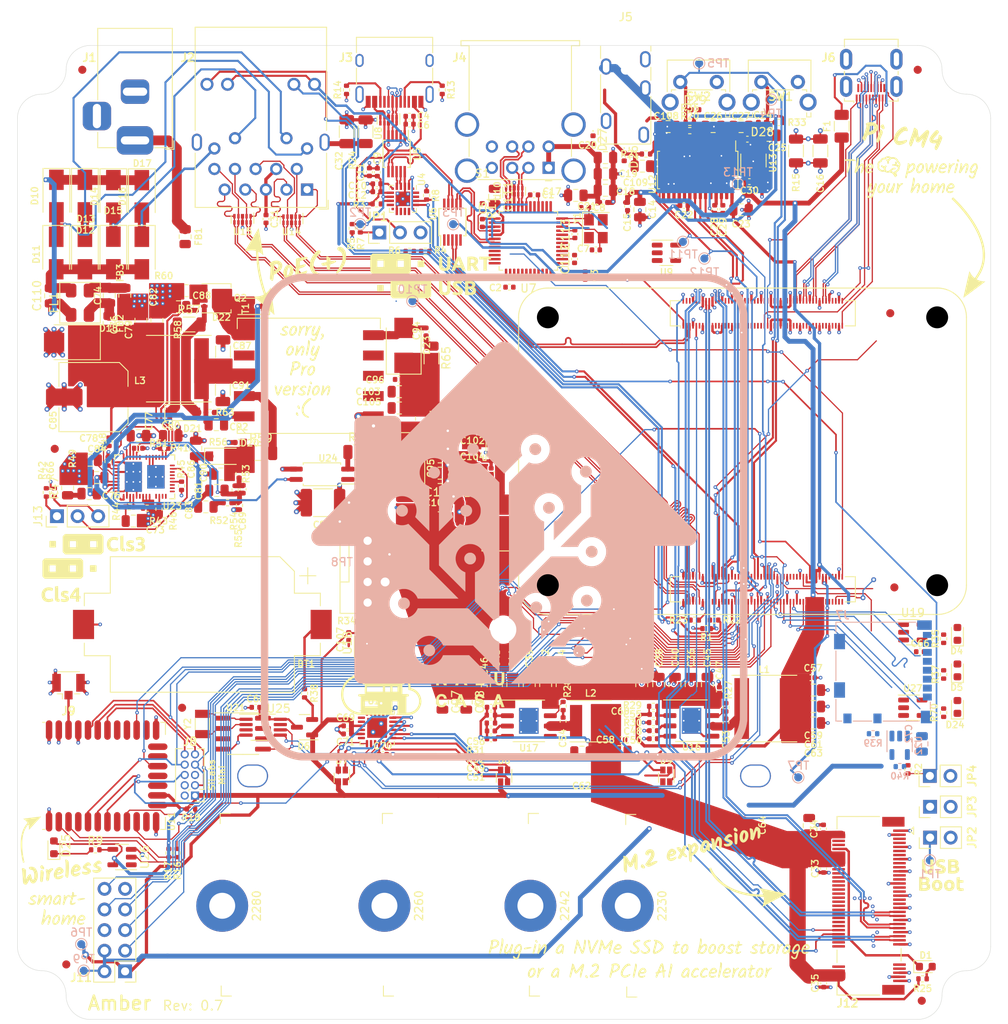
<source format=kicad_pcb>
(kicad_pcb (version 20210722) (generator pcbnew)
  (title_block (title "Amber PCB") (date "2021-04-22") (rev "0.2") (company "Nabu Casa") (comment 1 "www.nabucasa.com") (comment 2 "Amber"))
  (layers (0 "F.Cu" signal) (1 "In1.Cu" signal) (2 "In2.Cu" signal) (31 "B.Cu" signal) (34 "B.Paste" user) (35 "F.Paste" user) (36 "B.SilkS" user "B.Silkscreen") (37 "F.SilkS" user "F.Silkscreen") (38 "B.Mask" user) (39 "F.Mask" user) (44 "Edge.Cuts" user))
  (net 0 "")
  (net 1 "Net-(BT1-Pad1)")
  (net 2 "GND")
  (net 3 "+3V3")
  (net 4 "Net-(C7-Pad1)")
  (net 5 "Net-(C8-Pad1)")
  (net 6 "+5V")
  (net 7 "Earth")
  (net 8 "/USB/VBUS_{OUT}")
  (net 9 "Net-(C103-Pad1)")
  (net 10 "+3.3VA")
  (net 11 "Net-(C26-Pad1)")
  (net 12 "Net-(C27-Pad1)")
  (net 13 "Net-(C27-Pad2)")
  (net 14 "Net-(C29-Pad2)")
  (net 15 "/Ethernet/ETH_SHLD")
  (net 16 "+3.3VP")
  (net 17 "+12V")
  (net 18 "Net-(C31-Pad2)")
  (net 19 "Net-(C51-Pad1)")
  (net 20 "Net-(C52-Pad2)")
  (net 21 "Net-(C53-Pad1)")
  (net 22 "Net-(C49-Pad1)")
  (net 23 "Net-(C53-Pad2)")
  (net 24 "+1V8")
  (net 25 "/SDCard/SD_+3V3")
  (net 26 "GND1")
  (net 27 "/PoE/VB")
  (net 28 "Net-(J2-Pad16)")
  (net 29 "Net-(J2-Pad18)")
  (net 30 "+48V")
  (net 31 "Net-(C54-Pad1)")
  (net 32 "Net-(C74-Pad1)")
  (net 33 "/Power/DC_IN_F")
  (net 34 "Net-(C54-Pad2)")
  (net 35 "Net-(C78-Pad1)")
  (net 36 "/PoE/VCC")
  (net 37 "Net-(J3-PadA5)")
  (net 38 "/PoE/CS")
  (net 39 "Net-(C55-Pad2)")
  (net 40 "/PoE/N1B")
  (net 41 "Net-(C56-Pad2)")
  (net 42 "Net-(C74-Pad2)")
  (net 43 "Net-(C75-Pad2)")
  (net 44 "/PoE/CP")
  (net 45 "Net-(C89-Pad1)")
  (net 46 "Net-(C77-Pad2)")
  (net 47 "/PoE/FB")
  (net 48 "Net-(C83-Pad1)")
  (net 49 "Net-(D1-Pad1)")
  (net 50 "Net-(C108-Pad2)")
  (net 51 "/PoE/N1A")
  (net 52 "Net-(D4-Pad1)")
  (net 53 "Net-(D5-Pad1)")
  (net 54 "/PoE/V_{REG}")
  (net 55 "Net-(D8-Pad1)")
  (net 56 "/Ethernet/VC1")
  (net 57 "/Ethernet/VC2")
  (net 58 "/Ethernet/VC3")
  (net 59 "/Ethernet/VC4")
  (net 60 "Net-(C92-Pad1)")
  (net 61 "Net-(C94-Pad1)")
  (net 62 "Net-(D21-Pad2)")
  (net 63 "Net-(D21-Pad1)")
  (net 64 "Net-(C94-Pad2)")
  (net 65 "Net-(D1-Pad2)")
  (net 66 "Net-(D7-Pad1)")
  (net 67 "Net-(D7-Pad2)")
  (net 68 "Net-(F1-Pad2)")
  (net 69 "Net-(FB1-Pad1)")
  (net 70 "/CM4/GPIO15")
  (net 71 "/CM4/GPIO14")
  (net 72 "/CM4/GPIO4")
  (net 73 "/CM4/GPIO3")
  (net 74 "/CM4/GPIO2")
  (net 75 "/CM4/HDMI.HPD")
  (net 76 "/CM4/HDMI.SDA")
  (net 77 "/CM4/HDMI.SCL")
  (net 78 "Net-(D7-Pad3)")
  (net 79 "/CM4/HDMI.CEC")
  (net 80 "/CM4/HDMI.CLK-")
  (net 81 "/CM4/HDMI.CLK+")
  (net 82 "/CM4/HDMI.D0-")
  (net 83 "/CM4/HDMI.D0+")
  (net 84 "/CM4/HDMI.D1-")
  (net 85 "/CM4/HDMI.D1+")
  (net 86 "/CM4/HDMI.D2-")
  (net 87 "/CM4/HDMI.D2+")
  (net 88 "/USB/VBUS_{IN}")
  (net 89 "Net-(D8-Pad2)")
  (net 90 "Net-(D8-Pad3)")
  (net 91 "/USB/USB-C.D-")
  (net 92 "/USB/USB-C.D+")
  (net 93 "Net-(D9-Pad1)")
  (net 94 "Net-(D9-Pad2)")
  (net 95 "/USB/USB0.D-")
  (net 96 "/USB/USB0.D+")
  (net 97 "/USB/USB1.D-")
  (net 98 "/USB/USB1.D+")
  (net 99 "/802.15.4 Radio/PTI_DATA")
  (net 100 "/802.15.4 Radio/PTI_FRAME")
  (net 101 "/802.15.4 Radio/Radio.SWCLK")
  (net 102 "/802.15.4 Radio/Radio.SWDIO")
  (net 103 "/802.15.4 Radio/Radio.SWO")
  (net 104 "Net-(D9-Pad3)")
  (net 105 "/802.15.4 Radio/Radio.~{RESET}")
  (net 106 "/802.15.4 Radio/RF_SIGNAL")
  (net 113 "Net-(C110-Pad1)")
  (net 114 "Net-(C110-Pad2)")
  (net 115 "/PoE/DEN")
  (net 119 "Net-(J3-PadB5)")
  (net 120 "/CM4/ETH.TD4-")
  (net 121 "/CM4/ETH.TD4+")
  (net 122 "/CM4/ETH.TD3-")
  (net 123 "/CM4/ETH.TD3+")
  (net 124 "/CM4/ETH.TD2-")
  (net 125 "/CM4/ETH.TD2+")
  (net 126 "/CM4/ETH.TD1-")
  (net 127 "/CM4/ETH.TD1+")
  (net 129 "Net-(C109-Pad1)")
  (net 130 "/CM4/PCIe.CLK+")
  (net 132 "/CM4/PCIe.CLK-")
  (net 133 "/CM4/PCIe.~{CLKREQ}")
  (net 134 "/CM4/PCIe.~{RST}")
  (net 135 "/CM4/PCIe.TX+")
  (net 137 "/CM4/PCIe.TX-")
  (net 138 "Net-(JP1-Pad1)")
  (net 139 "/CM4/PCIe.RX+")
  (net 140 "/CM4/PCIe.RX-")
  (net 141 "Net-(J7-Pad9)")
  (net 167 "/CM4/SD.D0")
  (net 168 "/CM4/SD.CLK")
  (net 169 "/CM4/SD.CMD")
  (net 170 "/CM4/SD.D3")
  (net 171 "/CM4/SD.D1")
  (net 172 "/CM4/SD.D2")
  (net 173 "Net-(M1-Pad4)")
  (net 175 "Net-(Q2-Pad1)")
  (net 176 "Net-(R1-Pad2)")
  (net 178 "/USB/MUX2_SEL")
  (net 179 "/CM4/CM4_DBG.RX")
  (net 181 "Net-(R9-Pad2)")
  (net 182 "Net-(R11-Pad2)")
  (net 185 "/CM4/ETH.LED_GREEN")
  (net 186 "/CM4/ETH.LED_YELLOW")
  (net 187 "/CM4/~{LED_ACT}")
  (net 189 "/CM4/~{SW_USER}")
  (net 190 "/CM4/SD.DET")
  (net 195 "Net-(J13-Pad1)")
  (net 196 "/PoE/LINEUV")
  (net 199 "Net-(R3-Pad2)")
  (net 200 "/PoE/COMP")
  (net 201 "/CM4/RUN_PG")
  (net 202 "/CM4/~{RPI_BOOT}")
  (net 203 "/CM4/GLOBAL_EN")
  (net 251 "/CM4/CM4_USB_D+")
  (net 253 "/CM4/CM4_USB_D-")
  (net 254 "/CM4/CM4_USB_OTG_ID")
  (net 255 "/CM4/~{EXTRST}")
  (net 258 "/CM4/~{LED_PWR}")
  (net 262 "Net-(D24-Pad1)")
  (net 263 "/CM4/~{FAN_PWM}")
  (net 265 "/CM4/SD.PWR")
  (net 272 "/Audio/I2S.CLK")
  (net 273 "/SCL")
  (net 274 "/SDA")
  (net 275 "/802.15.4 Radio/Radio.CTS")
  (net 276 "/802.15.4 Radio/Radio.RXD")
  (net 277 "/802.15.4 Radio/Radio.TXD")
  (net 278 "/802.15.4 Radio/Radio.RTS")
  (net 282 "/CM4/CM4_DBG.TX")
  (net 285 "/Audio/I2S.FS")
  (net 286 "/Audio/I2S.DIN")
  (net 290 "Net-(R20-Pad1)")
  (net 291 "Net-(R21-Pad1)")
  (net 292 "Net-(R28-Pad1)")
  (net 293 "Net-(R35-Pad2)")
  (net 294 "Net-(R43-Pad2)")
  (net 295 "Net-(R45-Pad2)")
  (net 296 "/USB/CP.D-")
  (net 297 "/USB/CP.D+")
  (net 298 "Net-(R46-Pad2)")
  (net 299 "/USB/OTG.D+")
  (net 300 "/USB/OTG.D-")
  (net 301 "Net-(R64-Pad1)")
  (net 302 "/USB/HUB.D+")
  (net 303 "/USB/HUB.D-")
  (net 305 "/PoE/DTHR")
  (net 306 "Net-(R51-Pad1)")
  (net 307 "Net-(R59-Pad2)")
  (net 308 "/USB/~{USB_OC}")
  (net 309 "/USB/USB_PWR_EN")
  (net 311 "/802.15.4 Radio/~{LED_RADIO}")
  (net 320 "unconnected-(U8-Pad5)")
  (net 332 "Net-(U21-Pad1)")
  (net 333 "Net-(U21-Pad2)")
  (net 352 "/802.15.4 Radio/PB00")
  (net 353 "/CM4/RESET_CM4")
  (net 354 "Net-(JP1-Pad3)")
  (net 355 "/802.15.4 Radio/Radio.~{BOOT}")
  (net 356 "/CM4/~{SW_WIPE}")
  (net 357 "Net-(C68-Pad1)")
  (net 358 "Net-(D6-Pad2)")
  (net 359 "/PoE/CLS")
  (net 360 "Net-(J13-Pad3)")
  (net 361 "Net-(C48-Pad1)")
  (net 362 "Net-(C50-Pad1)")
  (net 363 "Net-(D25-Pad1)")
  (net 364 "Net-(R27-Pad1)")
  (net 365 "Net-(R70-Pad2)")
  (net 366 "/CM4/~{LED_AMBER}")
  (net 368 "VD18")
  (net 382 "GNDS")
  (footprint "Fiducial:Fiducial_1mm_Mask2mm" (layer "F.Cu") (at 137.616 62.992)
    (fp_text reference "FID7" hide)
    (fp_text value "Fiducial")
  )
  (footprint "Diode_SMD:D_0402_1005Metric" (layer "F.Cu") (at 100.97 41.6175 -90)
    (fp_text reference "D27")
    (fp_text value "D_TVS")
  )
  (footprint "Capacitor_SMD:C_0402_1005Metric" (layer "F.Cu") (at 77.36 92.7 180)
    (fp_text reference "C67")
    (fp_text value "100n/25v")
  )
  (footprint "Capacitor_SMD:C_0402_1005Metric" (layer "F.Cu") (at 97.28 113.285 90)
    (fp_text reference "C54")
    (fp_text value "100n")
  )
  (footprint "Resistor_SMD:R_0402_1005Metric" (layer "F.Cu") (at 51.4 124.075 180)
    (fp_text reference "R18")
    (fp_text value "10k")
  )
  (footprint "Capacitor_SMD:C_0402_1005Metric" (layer "F.Cu") (at 102.275 49.35)
    (fp_text reference "C21")
    (fp_text value "100n")
  )
  (footprint "Amber:SiliconLabs_MGM210P" (layer "F.Cu") (at 40.6 120 90)
    (fp_text reference "U11")
    (fp_text value "SiliconLabs-MGM210P")
  )
  (footprint "Capacitor_SMD:C_0402_1005Metric" (layer "F.Cu") (at 87.32 51.88 90)
    (fp_text reference "C5")
    (fp_text value "10u")
  )
  (footprint "Diode_SMD:D_SMA" (layer "F.Cu") (at 41.83 48.59 -90)
    (fp_text reference "D14")
    (fp_text value "B1100-13-F")
  )
  (footprint "Capacitor_SMD:C_0402_1005Metric" (layer "F.Cu") (at 127.825 107.9)
    (fp_text reference "C57")
    (fp_text value "100n")
  )
  (footprint "Capacitor_SMD:C_0805_2012Metric" (layer "F.Cu") (at 41.32 60.8 90)
    (fp_text reference "C74")
    (fp_text value "1n/100V")
  )
  (footprint "Capacitor_SMD:C_0402_1005Metric" (layer "F.Cu") (at 78.35 38.725)
    (fp_text reference "C4")
    (fp_text value "100n")
  )
  (footprint "Diode_SMD:D_SMA" (layer "F.Cu") (at 45.34 48.6 -90)
    (fp_text reference "D16")
    (fp_text value "B1100-13-F")
  )
  (footprint "Capacitor_SMD:C_0805_2012Metric" (layer "F.Cu") (at 38.85 85.22 180)
    (fp_text reference "C75")
    (fp_text value "1n/100V")
  )
  (footprint "Diode_SMD:D_0402_1005Metric" (layer "F.Cu") (at 113.55 37.92)
    (fp_text reference "D29")
    (fp_text value "D_TVS")
  )
  (footprint "Capacitor_SMD:C_0805_2012Metric" (layer "F.Cu") (at 82.12 84.71)
    (fp_text reference "C106")
    (fp_text value "22u/25V")
  )
  (footprint "Resistor_SMD:R_0402_1005Metric" (layer "F.Cu") (at 48.095 79.6375 180)
    (fp_text reference "R41")
    (fp_text value "25k5/1%")
  )
  (footprint "Package_SO:MSOP-10_3x3mm_P0.5mm" (layer "F.Cu") (at 76.75 43.35 -90)
    (fp_text reference "U5")
    (fp_text value "FSUSB42MUX")
  )
  (footprint "Capacitor_SMD:C_0402_1005Metric" (layer "F.Cu") (at 98.73 53.24 90)
    (fp_text reference "C113")
    (fp_text value "100n")
  )
  (footprint "Package_DFN_QFN:SiliconLabs_QFN-20-1EP_3x3mm_P0.5mm_EP1.8x1.8mm" (layer "F.Cu") (at 77.525 48.9 -90)
    (fp_text reference "U4")
    (fp_text value "CP2102N-Axx-xQFN20")
  )
  (footprint "Capacitor_SMD:C_0805_2012Metric" (layer "F.Cu") (at 95.13 108.735 90)
    (fp_text reference "C42")
    (fp_text value "22u/25V")
  )
  (footprint "Resistor_SMD:R_0402_1005Metric" (layer "F.Cu") (at 45.995 87.01 180)
    (fp_text reference "R43")
    (fp_text value "60k4/1%")
  )
  (footprint "Resistor_SMD:R_0805_2012Metric" (layer "F.Cu") (at 50.68 53.56 -90)
    (fp_text reference "FB1")
    (fp_text value "300R/3A")
  )
  (footprint "Amber:PG-TSDSON-8" (layer "F.Cu") (at 54.54 61.15)
    (fp_text reference "Q2")
    (fp_text value "BSZ440N10NS3GATMA1")
  )
  (footprint "Resistor_SMD:R_1206_3216Metric" (layer "F.Cu") (at 72.925 40.625 -90)
    (fp_text reference "R24")
    (fp_text value "0R")
  )
  (footprint "Capacitor_SMD:C_0402_1005Metric" (layer "F.Cu") (at 98.69 56.31 90)
    (fp_text reference "C112")
    (fp_text value "100n")
  )
  (footprint "Capacitor_SMD:C_0402_1005Metric" (layer "F.Cu") (at 105.225 49.825 90)
    (fp_text reference "C15")
    (fp_text value "100n")
  )
  (footprint "Diode_SMD:D_0402_1005Metric" (layer "F.Cu") (at 121.84 39.49 180)
    (fp_text reference "D28")
    (fp_text value "D_TVS")
  )
  (footprint "Resistor_SMD:R_1206_3216Metric" (layer "F.Cu") (at 60.005 80.22)
    (fp_text reference "R59")
    (fp_text value "3R0/1%")
  )
  (footprint "Capacitor_SMD:C_0805_2012Metric" (layer "F.Cu") (at 77.09 74.67 180)
    (fp_text reference "C105")
    (fp_text value "22u/25V")
  )
  (footprint "Capacitor_SMD:C_0805_2012Metric" (layer "F.Cu") (at 102.5 45.825)
    (fp_text reference "C19")
    (fp_text value "10u")
  )
  (footprint "Capacitor_SMD:C_1206_3216Metric" (layer "F.Cu") (at 129 43 -90)
    (fp_text reference "C16")
    (fp_text value "100n/1kV")
  )
  (footprint "Capacitor_SMD:C_0402_1005Metric" (layer "F.Cu") (at 116.975 50.175 90)
    (fp_text reference "C29")
    (fp_text value "100n")
  )
  (footprint "Capacitor_SMD:C_0805_2012Metric" (layer "F.Cu") (at 34.09 60.84 90)
    (fp_text reference "C110")
    (fp_text value "1n/100V")
  )
  (footprint "Capacitor_SMD:C_0805_2012Metric" (layer "F.Cu") (at 85.46 86.31 180)
    (fp_text reference "C101")
    (fp_text value "22u/25V")
  )
  (footprint "Capacitor_SMD:C_1206_3216Metric" (layer "F.Cu") (at 55.35 67.75 90)
    (fp_text reference "C87")
    (fp_text value "2u2/100V")
  )
  (footprint "Resistor_SMD:R_0402_1005Metric" (layer "F.Cu") (at 34.56 85.07 -90)
    (fp_text reference "R66")
    (fp_text value "46R4/1%")
  )
  (footprint "Resistor_SMD:R_0402_1005Metric" (layer "F.Cu") (at 72.665 100.97 180)
    (fp_text reference "R34")
    (fp_text value "10k")
  )
  (footprint "Package_SO:HTSOP-8-1EP_3.9x4.9mm_P1.27mm_EP2.4x3.2mm_ThermalVias" (layer "F.Cu") (at 113.1 113.2)
    (fp_text reference "U16")
    (fp_text value "BD9D321EFJ")
  )
  (footprint "Resistor_SMD:R_0402_1005Metric" (layer "F.Cu") (at 144.2 107.5 90)
    (fp_text reference "R37")
    (fp_text value "1k")
  )
  (footprint "Capacitor_SMD:C_0805_2012Metric" (layer "F.Cu") (at 109.075 108.75 90)
    (fp_text reference "C38")
    (fp_text value "22u/25V")
  )
  (footprint "LED_SMD:LED_LiteOn_LTST-C19HE1WT" (layer "F.Cu") (at 110 120)
    (fp_text reference "D9")
    (fp_text value "LTST-C19HE1WT")
  )
  (footprint "Capacitor_SMD:C_0805_2012Metric" (layer "F.Cu") (at 91.08 108.735 90)
    (fp_text reference "C41")
    (fp_text value "22u/25V")
  )
  (footprint "Connector:FanPinHeader_1x04_P2.54mm_Vertical" (layer "F.Cu") (at 73.175 91.025 -90)
    (fp_text reference "M1")
    (fp_text value "Fan_4pin")
  )
  (footprint "Resistor_SMD:R_0402_1005Metric" (layer "F.Cu") (at 144.2 112.21 90)
    (fp_text reference "R70")
    (fp_text value "1k")
  )
  (footprint "Resistor_SMD:R_0402_1005Metric" (layer "F.Cu") (at 117.35 111.55 -90)
    (fp_text reference "R27")
    (fp_text value "0R")
  )
  (footprint "Resistor_SMD:R_0402_1005Metric" (layer "F.Cu") (at 97.28 111.385 -90)
    (fp_text reference "R28")
    (fp_text value "0R")
  )
  (footprint "Capacitor_SMD:C_0805_2012Metric" (layer "F.Cu") (at 82.14 86.73)
    (fp_text reference "C100")
    (fp_text value "22u/25V")
  )
  (footprint "Fiducial:Fiducial_1mm_Mask2mm" (layer "F.Cu") (at 141.5 147.7)
    (fp_text reference "FID5" hide)
    (fp_text value "Fiducial")
  )
  (footprint "Capacitor_SMD:C_0402_1005Metric" (layer "F.Cu") (at 99.99 49.97 180)
    (fp_text reference "C8")
    (fp_text value "10p")
  )
  (footprint "Capacitor_SMD:C_0402_1005Metric" (layer "F.Cu") (at 57.83 84.68 -90)
    (fp_text reference "C89")
    (fp_text value "1n/25V")
  )
  (footprint "Resistor_SMD:R_0402_1005Metric" (layer "F.Cu") (at 57.37 78.92 180)
    (fp_text reference "R56")
    (fp_text value "3k3")
  )
  (footprint "Fiducial:Fiducial_1mm_Mask2mm" (layer "F.Cu") (at 50.3 111.6)
    (fp_text reference "FID4" hide)
    (fp_text value "Fiducial")
  )
  (footprint "Resistor_SMD:R_0402_1005Metric" (layer "F.Cu") (at 108.4 111.425 180)
    (fp_text reference "R29")
    (fp_text value "124k/1%")
  )
  (footprint "Capacitor_SMD:C_0805_2012Metric" (layer "F.Cu") (at 85.34 110.88 -90)
    (fp_text reference "C98")
    (fp_text value "22u/25V")
  )
  (footprint "Inductor_SMD:L_Taiyo-Yuden_NR-80xx" (layer "F.Cu") (at 122.1 111.7)
    (fp_text reference "L1")
    (fp_text value "3u3")
  )
  (footprint "Connector_USB:USB_C_Receptacle_HRO_TYPE-C-31-M-12" (layer "F.Cu") (at 76.5 32.9 180)
    (fp_text reference "J3")
    (fp_text value "USB_C_Receptacle_USB2.0")
  )
  (footprint "Resistor_SMD:R_0402_1005Metric" (layer "F.Cu") (at 52.05 62.12 90)
    (fp_text reference "R58")
    (fp_text value "1k5")
  )
  (footprint "Amber:SilkScreen_UART-USB-Mux" (layer "F.Cu") (at 81 58.4)
    (fp_text reference "Ref**" hide)
    (fp_text value "Val**" hide)
  )
  (footprint "Capacitor_SMD:C_0402_1005Metric" (layer "F.Cu") (at 70.7 114.83 180)
    (fp_text reference "C71")
    (fp_text value "100n")
  )
  (footprint "Capacitor_SMD:C_0805_2012Metric" (layer "F.Cu") (at 102.5 43.825)
    (fp_text reference "C20")
    (fp_text value "10u")
  )
  (footprint "LED_SMD:LED_0603_1608Metric" (layer "F.Cu") (at 142 143.5)
    (fp_text reference "D1")
    (fp_text value "LED_Small")
  )
  (footprint "Package_TO_SOT_SMD:SOT-23-5" (layer "F.Cu") (at 120.75 44.175 90)
    (fp_text reference "U13")
    (fp_text value "TLV74033PDBVR")
  )
  (footprint "Capacitor_SMD:C_1206_3216Metric" (layer "F.Cu") (at 70.6 40.625 90)
    (fp_text reference "C32")
    (fp_text value "100n/1kV")
  )
  (footprint "Capacitor_SMD:C_0805_2012Metric" (layer "F.Cu") (at 48.9 78.1)
    (fp_text reference "C80")
    (fp_text value "100n/100V")
  )
  (footprint "Capacitor_SMD:C_1812_4532Metric" (layer "F.Cu") (at 67.675 86.335)
    (fp_text reference "C93")
    (fp_text value "2n2/2kV")
  )
  (footprint "Capacitor_SMD:C_0402_1005Metric" (layer "F.Cu") (at 129.4 131.42 -90)
    (fp_text reference "C33")
    (fp_text value "100n")
  )
  (footprint "Capacitor_SMD:C_0805_2012Metric" (layer "F.Cu") (at 44.3 88.6)
    (fp_text reference "C73")
    (fp_text value "2n2/100V")
  )
  (footprint "Capacitor_SMD:C_0402_1005Metric" (layer "F.Cu") (at 87.56 108.92 90)
    (fp_text reference "C46")
    (fp_text value "100n/25V")
  )
  (footprint "Capacitor_SMD:C_Elec_8x10.2" (layer "F.Cu") (at 39.375 73.325 180)
    (fp_text reference "C85")
    (fp_text value "47u/63V")
  )
  (footprint "Capacitor_SMD:C_0402_1005Metric" (layer "F.Cu") (at 101.32 55.19 180)
    (fp_text reference "C7")
    (fp_text value "10p")
  )
  (footprint "Resistor_SMD:R_0402_1005Metric" (layer "F.Cu") (at 108.4 113.425)
    (fp_text reference "R30")
    (fp_text value "22k/1%")
  )
  (footprint "Capacitor_SMD:C_0805_2012Metric" (layer "F.Cu") (at 82.12 82.7)
    (fp_text reference "C99")
    (fp_text value "22u/25V")
  )
  (footprint "Diode_SMD:D_SOD-123" (layer "F.Cu") (at 58.83 62.15 180)
    (fp_text reference "D22")
    (fp_text value "BAT41ZFILM")
  )
  (footprint "Package_TO_SOT_SMD:SOT-23-5" (layer "F.Cu") (at 140.4 102.3)
    (fp_text reference "U19")
    (fp_text value "74LVC1G07")
  )
  (footprint "Capacitor_SMD:C_0402_1005Metric" (layer "F.Cu") (at 100 58.35 -90)
    (fp_text reference "C3")
    (fp_text value "100n")
  )
  (footprint "Capacitor_SMD:C_0805_2012Metric" (layer "F.Cu") (at 45.23 63.87 90)
    (fp_text reference "C79")
    (fp_text value "100n/100V")
  )
  (footprint "Crystal:Crystal_SMD_3225-4Pin_3.2x2.5mm" (layer "F.Cu") (at 101.32 52.58 -90)
    (fp_text reference "Y1")
    (fp_text value "12MHz/10pF")
  )
  (footprint "Capacitor_SMD:C_0805_2012Metric" (layer "F.Cu") (at 82.12 80.69)
    (fp_text reference "C104")
    (fp_text value "22u/25V")
  )
  (footprint "Resistor_SMD:R_0402_1005Metric" (layer "F.Cu") (at 41.175 81.25 90)
    (fp_text reference "R49")
    (fp_text value "10k")
  )
  (footprint "Capacitor_SMD:C_0805_2012Metric" (layer "F.Cu") (at 53.23 86.85 180)
    (fp_text reference "C83")
    (fp_text value "15n/100V")
  )
  (footprint "Capacitor_SMD:C_0805_2012Metric" (layer "F.Cu") (at 89.055 108.735 90)
    (fp_text reference "C43")
    (fp_text value "22u/25V")
  )
  (footprint "Package_DFN_QFN:WQFN-24-1EP_4x4mm_P0.5mm_EP2.45x2.45mm" (layer "F.Cu") (at 74.35 114.08)
    (fp_text reference "U20")
    (fp_text value "LP5569RTWR")
  )
  (footprint "Resistor_SMD:R_0402_1005Metric" (layer "F.Cu") (at 33.56 85.07 -90)
    (fp_text reference "R42")
    (fp_text value "31R6/1%")
  )
  (footprint "Package_SON:USON-10_2.5x1.0mm_P0.5mm" (layer "F.Cu") (at 57.75 51.425 -90)
    (fp_text reference "U15")
    (fp_text value "TPD4EUSB30")
  )
  (footprint "Capacitor_SMD:C_0402_1005Metric" (layer "F.Cu") (at 93.7 48.41)
    (fp_text reference "C1")
    (fp_text value "100n")
  )
  (footprint "Amber:Logo_HomeAssitant_Inverted" (layer "F.Cu") (at 90 88.1)
    (fp_text reference "Ref**" hide)
    (fp_text value "Val**" hide)
  )
  (footprint "Capacitor_SMD:C_0402_1005Metric" (layer "F.Cu") (at 88.405 82.585 90)
    (fp_text reference "C52")
    (fp_text value "100n/25V")
  )
  (footprint "Capacitor_SMD:C_0805_2012Metric" (layer "F.Cu") (at 98.85 48.475 180)
    (fp_text reference "C17")
    (fp_text value "47u")
  )
  (footprint "Capacitor_SMD:C_0402_1005Metric" (layer "F.Cu") (at 60.65 51.375 90)
    (fp_text reference "C31")
    (fp_text value "100n")
  )
  (footprint "Capacitor_SMD:C_0402_1005Metric" (layer "F.Cu") (at 108.425 112.425)
    (fp_text reference "C55")
    (fp_text value "10p")
  )
  (footprint "Fiducial:Fiducial_1mm_Mask2mm" (layer "F.Cu") (at 38 33 90)
    (fp_text reference "FID1" hide)
    (fp_text value "Fiducial")
  )
  (footprint "Resistor_SMD:R_0402_1005Metric" (layer "F.Cu") (at 41.3 78.83 -90)
    (fp_text reference "R48")
    (fp_text value "110k")
  )
  (footprint "Capacitor_SMD:C_0402_1005Metric" (layer "F.Cu") (at 88.38 115.435 180)
    (fp_text reference "C51")
    (fp_text value "3n3")
  )
  (footprint "Capacitor_SMD:C_0402_1005Metric" (layer "F.Cu") (at 116.55 109.55 90)
    (fp_text reference "C47")
    (fp_text value "100n/25V")
  )
  (footprint "Fiducial:Fiducial_1mm_Mask2mm" (layer "F.Cu") (at 36.025 143.225)
    (fp_text reference "FID8" hide)
    (fp_text value "Fiducial")
  )
  (footprint "Amber:RJ45_LINK-PP_LPJG0926HENL_Horizontal" (layer "F.Cu") (at 65.715 47.76 180)
    (fp_text reference "J2")
    (fp_text value "RJ45_LINK-PP_LPJG0926HENL_Horizontal")
  )
  (footprint "Connector_PinHeader_2.54mm:PinHeader_1x03_P2.54mm_Vertical" (layer "F.Cu") (at 74.625 53.05 90)
    (fp_text reference "JP1")
    (fp_text value "Conn_01x03_Male")
  )
  (footprint "Capacitor_SMD:C_0402_1005Metric" (layer "F.Cu") (at 117.35 113.425 90)
    (fp_text reference "C53")
    (fp_text value "100n")
  )
  (footprint "Resistor_SMD:R_0402_1005Metric" (layer "F.Cu") (at 71.275 52.525 -90)
    (fp_text reference "R5")
    (fp_text value "3k6")
  )
  (footprint "Resistor_SMD:R_0402_1005Metric" (layer "F.Cu") (at 88.38 113.485)
    (fp_text reference "R32")
    (fp_text value "22k/1%")
  )
  (footprint "Diode_SMD:D_0402_1005Metric" (layer "F.Cu") (at 104.81 43.73 -90)
    (fp_text reference "D26")
    (fp_text value "D_TVS")
  )
  (footprint "Capacitor_SMD:C_0805_2012Metric" (layer "F.Cu") (at 102.5 47.85)
    (fp_text reference "C18")
    (fp_text value "47u")
  )
  (footprint "Resistor_SMD:R_0402_1005Metric" (layer "F.Cu") (at 144.2 103.1 90)
    (fp_text reference "R35")
    (fp_text value "1k")
  )
  (footprint "LED_SMD:LED_LiteOn_LTST-C19HE1WT" (layer "F.Cu") (at 70 120)
    (fp_text reference "D7")
    (fp_text value "LTST-C19HE1WT")
  )
  (footprint "Capacitor_SMD:C_0805_2012Metric" (layer "F.Cu") (at 128.125 109.425)
    (fp_text reference "C59")
    (fp_text value "10u")
  )
  (footprint "Package_SON:Diodes_PowerDI3333-8" (layer "F.Cu") (at 86.005 79.36 90)
    (fp_text reference "Q1")
    (fp_text value "DMP3013SFV-7")
  )
  (footprint "Capacitor_SMD:C_0402_1005Metric" (layer "F.Cu") (at 73.4 45.6 90)
    (fp_text reference "C11")
    (fp_text value "100n")
  )
  (footprint "Capacitor_SMD:C_0402_1005Metric" (layer "F.Cu") (at 108.4 114.425 180)
    (fp_text reference "C48")
    (fp_text value "1u/25V")
  )
  (footprint "Connector_PinHeader_2.54mm:PinHeader_2x05_P2.54mm_Vertical" (layer "F.Cu") (at 43.275 144.075 180)
    (fp_text reference "J11")
    (fp_text value "Conn_02x05_Odd_Even")
  )
  (footprint "Capacitor_SMD:C_0402_1005Metric" (layer "F.Cu") (at 90.66 59.78 180)
    (fp_text reference "C2")
    (fp_text value "100n")
  )
  (footprint "Capacitor_SMD:C_0805_2012Metric" (layer "F.Cu") (at 54.59 84.83 180)
    (fp_text reference "C81")
    (fp_text value "220p/100V")
  )
  (footprint "Resistor_SMD:R_0402_1005Metric" (layer "F.Cu") (at 70.575 35.475 90)
    (fp_text reference "R14")
    (fp_text value "5k1")
  )
  (footprint "Capacitor_SMD:C_0805_2012Metric" (layer "F.Cu") (at 119.225 50.25)
    (fp_text reference "C23")
    (fp_text value "10u")
  )
  (footprint "Amber:Logo_NabuCasa" (layer "F.Cu") (at 80 109.4)
    (fp_text reference "Ref**" hide)
    (fp_text value "Val**" hide)
  )
  (footprint "Capacitor_SMD:C_0402_1005Metric" (layer "F.Cu") (at 88.38 114.46 180)
    (fp_text reference "C49")
    (fp_text value "1u/25V")
  )
  (footprint "Diode_SMD:D_SOT-23_ANK" (layer "F.Cu") (at 85.855 83.26)
    (fp_text reference "D3")
    (fp_text value "MMBZ5242BLT3G")
  )
  (footprint "Capacitor_SMD:C_0402_1005Metric" (layer "F.Cu") (at 129.41 145.54 -90)
    (fp_text reference "C35")
    (fp_text value "100n")
  )
  (footprint "Capacitor_SMD:C_0805_2012Metric" (layer "F.Cu") (at 44.92 78.08 180)
    (fp_text reference "C77")
    (fp_text value "47n/100V")
  )
  (footprint "Capacitor_SMD:C_0402_1005Metric" (layer "F.Cu") (at 59.37 111.55 180)
    (fp_text reference "C68")
    (fp_text value "100n")
  )
  (footprint "Package_SON:USON-10_2.5x1.0mm_P0.5mm" (layer "F.Cu") (at 91.25 47.96 90)
    (fp_text reference "U10")
    (fp_text value "TPD4EUSB30")
  )
  (footprint "Crystal:Crystal_SMD_3215-2Pin_3.2x1.5mm" (layer "F.Cu") (at 52.8 113.6 90)
    (fp_text reference "Y2")
    (fp_text value "32768Hz/12.5pF")
  )
  (footprint "Resistor_SMD:R_0805_2012Metric" (layer "F.Cu") (at 41.3 64.23 -90)
    (fp_text reference "FB2")
    (fp_text value "300R/2A")
  )
  (footprint "MountingHole:MountingHole_2.7mm_M2.5" (layer "F.Cu") (at 33 140)
    (fp_text reference "H4" hide)
    (fp_text value "MountingHole")
  )
  (footprint "Capacitor_SMD:C_0402_1005Metric" (layer "F.Cu") (at 74.3 47.05 180)
    (fp_text reference "C10")
    (fp_text value "4u7")
  )
  (footprint "Button_Switch_THT:SW_Tactile_SPST_Angled_PTS645Vx58-2LFS" (layer "F.Cu") (at 111.725 34.5)
    (fp_text reference "SW2")
    (fp_text value "SW_WIPE")
  )
  (footprint "Capacitor_SMD:C_0805_2012Metric" (layer "F.Cu") (at 104.28 117)
    (fp_text reference "C60")
    (fp_text value "10u")
  )
  (footprint "Resistor_SMD:R_0402_1005Metric" (layer "F.Cu") (at 78.37 55.37)
    (fp_text reference "R6")
    (fp_text value "2k2/1%")
  )
  (footprint "Resistor_SMD:R_0402_1005Metric" (layer "F.Cu") (at 141.6 145)
    (fp_text reference "R25")
    (fp_text value "1k")
  )
  (footprint "Amber:Hirose_DF40_DF40C-100DS-0.4V_2x50_P0.40mm_Vertical_Virtual" (layer "F.Cu") (at 121.9 63)
    (fp_text reference "U2")
    (fp_text value "DF40C-100DS-0.4V")
  )
  (footprint "Package_SO:HTSOP-8-1EP_3.9x4.9mm_P1.27mm_EP2.4x3.2mm_ThermalVias" (layer "F.Cu") (at 93.055 113.22)
    (fp_text reference "U17")
    (fp_text value "BD9D321EFJ")
  )
  (footprint "Inductor_SMD:L_Taiyo-Yuden_NR-50xx" (layer "F.Cu") (at 100.68 113.26)
    (fp_text reference "L2")
    (fp_text value "2u2")
  )
  (footprint "Amber:TE_1-2199230-3_Bus_M.2_M_H4.2mm_P0.5mm_2280_Horizontal" (layer "F.Cu") (at 135 136 -90)
    (fp_text reference "J12")
    (fp_text value "Bus_M.2_Socket_M")
  )
  (footprint "Resistor_SMD:R_0402_1005Metric" (layer "F.Cu") (at 48.675 129.5 90)
    (fp_text reference "R17")
    (fp_text value "10k")
  )
  (footprint "Amber:SilkScreen_USB-Boot" (layer "F.Cu") (at 143.9 132.2)
    (fp_text reference "Ref**" hide)
    (fp_text value "Val**" hide)
  )
  (footprint "Capacitor_SMD:C_0805_2012Metric" (layer "F.Cu") (at 43.26 64.22 90)
    (fp_text reference "C76")
    (fp_text value "1n/100V")
  )
  (footprint "Resistor_SMD:R_0402_1005Metric" (layer "F.Cu") (at 113.5 100.8 180)
    (fp_text reference "R23")
    (fp_text value "470R")
  )
  (footprint "Capacitor_SMD:C_0805_2012Metric" (layer "F.Cu") (at 38.965 81.1 180)
    (fp_text reference "C78")
    (fp_text value "100n/100V")
  )
  (footprint "Capacitor_SMD:C_0402_1005Metric" (layer "F.Cu") (at 70.85 102.8 -90)
    (fp_text reference "C107")
    (fp_text value "100n")
  )
  (footprint "Capacitor_SMD:C_0805_2012Metric" (layer "F.Cu") (at 119.225 40 180)
    (fp_text reference "C27")
    (fp_text value "2u2/25V")
  )
  (footprint "Capacitor_SMD:C_0805_2012Metric" (layer "F.Cu") (at 122.675 41.075)
    (fp_text reference "C25")
    (fp_text value "10u")
  )
  (footprint "Resistor_SMD:R_1206_3216Metric" (layer "F.Cu") (at 126 43 90)
    (fp_text reference "R15")
    (fp_text value "0R")
  )
  (footprint "Capacitor_SMD:C_1206_3216Metric" (layer "F.Cu") (at 55.325 72.4 -90)
    (fp_text reference "C91")
    (fp_text value "2u2/100V")
  )
  (footprint "Capacitor_SMD:C_0402_1005Metric" (layer "F.Cu") (at 129.38 126.51 90)
    (fp_text reference "C34")
    (fp_text value "100n")
  )
  (footprint "Connector_PinHeader_2.54mm:PinHeader_1x02_P2.54mm_Vertical" (layer "F.Cu") (at 142.525 127.6 90)
    (fp_text reference "JP2")
    (fp_text value "Conn_01x02")
  )
  (footprint "Resistor_SMD:R_0402_1005Metric" (layer "F.Cu") (at 88.38 112.51 180)
    (fp_text reference "R31")
    (fp_text value "75k/1%")
  )
  (footprint "Amber:Texas_VQFN-47-2EP_5x7mm_P0.4mm_ThermalVias" (layer "F.Cu") (at 45.695 83.15 90)
    (fp_text reference "U23")
    (fp_text value "TPS23734")
  )
  (footprint "Resistor_SMD:R_0402_1005Metric" (layer "F.Cu") (at 49.675 129.5 -90)
    (fp_text reference "R16")
    (fp_text value "1k")
  )
  (footprint "Capacitor_SMD:C_0805_2012Metric" (layer "F.Cu") (at 107.05 44.875)
    (fp_text reference "C109")
    (fp_text value "2n2/25V")
  )
  (footprint "Amber:SilkScreen_PoE-Text" (layer "F.Cu") (at 64.5 64.2)
    (fp_text reference "Ref**" hide)
    (fp_text value "Val**" hide)
  )
  (footprint "Connector_PinHeader_2.54mm:PinHeader_1x03_P2.54mm_Vertical" (layer "F.Cu") (at 34.875 88 90)
    (fp_text reference "J13")
    (fp_text value "Conn_01x03_Male")
  )
  (footprint "Amber:DrillSlot_Plated_3.5x2.5mm" (layer "F.Cu") (at 59 120)
    (fp_text reference "H5" hide)
    (fp_text value "MountingHole")
  )
  (footprint "Capacitor_SMD:C_0805_2012Metric" (layer "F.Cu") (at 113.075 108.75 90)
    (fp_text reference "C36")
    (fp_text value "22u/25V")
  )
  (footprint "Capacitor_SMD:C_0805_2012Metric" (layer "F.Cu") (at 111.075 108.75 90)
    (fp_text reference "C40")
    (fp_text value "22u/25V")
  )
  (footprint "Amber:SilkScreen_Radio-Text" (layer "F.Cu") (at 35.4 132)
    (fp_text reference "Ref**" hide)
    (fp_text value "Val**" hide)
  )
  (footprint "Capacitor_SMD:C_0805_2012Metric" (layer "F.Cu") (at 49.86 62.2 180)
    (fp_text reference "C88")
    (fp_text value "100p/100V")
  )
  (footprint "Capacitor_SMD:C_0805_2012Metric" (layer "F.Cu") (at 88.84 48.61 -90)
    (fp_text reference "C111")
    (fp_text value "10u")
  )
  (footprint "Amber:Hirose_DF40_DF40C-100DS-0.4V_2x50_P0.40mm_Vertical_Virtual" (layer "F.Cu") (at 121.9 97)
    (fp_text reference "U3")
    (fp_text value "DF40C-100DS-0.4V")
  )
  (footprint "Capacitor_SMD:C_0805_2012Metric" (layer "F.Cu") (at 99.61 117.07 180)
    (fp_text reference "C62")
    (fp_text value "47u")
  )
  (footprint "Capacitor_SMD:C_0402_1005Metric" (layer "F.Cu") (at 74.375 45.62 90)
    (fp_text reference "C9")
    (fp_text value "4u7")
  )
  (footprint "Connector_USB:USB_A_Wuerth_61400826021_Horizontal_Stacked" (layer "F.Cu") (at 95.5 45.08 180)
    (fp_text reference "J4")
    (fp_text value "USB_A_Stacked")
  )
  (footprint "Connector_PinHeader_2.54mm:PinHeader_1x02_P2.54mm_Vertical" (layer "F.Cu") (at 142.525 123.8 90)
    (fp_text reference "JP3")
    (fp_text value "Conn_01x02")
  )
  (footprint "Package_SO:MSOP-8_3x3mm_P0.65mm" (layer "F.Cu") (at 60.3 114)
    (fp_text reference "U25")
    (fp_text value "PCF8563TS")
  )
  (footprint "Resistor_SMD:R_0402_1005Metric" (layer "F.Cu") (at 47.455 87.14 90)
    (fp_text reference "R46")
    (fp_text value "0R")
  )
  (footprint "Fiducial:Fiducial_1mm_Mask2mm" (layer "F.Cu") (at 141 33)
    (fp_text reference "FID2" hide)
    (fp_text value "Fiducial")
  )
  (footprint "Capacitor_SMD:C_0402_1005Metric" (layer "F.Cu") (at 120.25 46.775)
    (fp_text reference "C30")
    (fp_text value "100n")
  )
  (footprint "Capacitor_SMD:C_0402_1005Metric" (layer "F.Cu") (at 88.38 111.535)
    (fp_text reference "C56")
    (fp_text value "10p")
  )
  (footprint "Resistor_SMD:R_1206_3216Metric" (layer "F.Cu") (at 72.21 80.1)
    (fp_text reference "R64")
    (fp_text value "1k2")
  )
  (footprint "Capacitor_SMD:C_0402_1005Metric" (layer "F.Cu") (at 115.975 50.175 -90)
    (fp_text reference "C28")
    (fp_text value "100n")
  )
  (footprint "Amber:Murata_DLW5B" (layer "F.Cu") (at 37.72 61.7 90)
    (fp_text reference "FL1")
    (fp_text value "1k@100MHz/500mA")
  )
  (footprint "Package_QFP:TQFP-48_7x7mm_P0.5mm" (layer "F.Cu") (at 93 54.08 180)
    (fp_text reference "U7")
    (fp_text value "FE1.1")
  )
  (footprint "Resistor_SMD:R_0402_1005Metric" (layer "F.Cu") (at 55.91 86.34 180)
    (fp_text reference "R52")
    (fp_text value "39k")
  )
  (footprint "Resistor_SMD:R_0402_1005Metric" (layer "F.Cu") (at 44.9 79.63)
    (fp_text reference "R51")
    (fp_text value "499k")
  )
  (footprint "Capacitor_SMD:C_0805_2012Metric" (layer "F.Cu") (at 97.16 108.74 90)
    (fp_text reference "C44")
    (fp_text value "10u/25V")
  )
  (footprint "Fiducial:Fiducial_1mm_Mask2mm" (layer "F.Cu") (at 138.124 96.774)
    (fp_text reference "FID6" hide)
    (fp_text value "Fiducial")
  )
  (footprint "Resistor_SMD:R_0402_1005Metric" (layer "F.Cu") (at 50.235 84.26 90)
    (fp_text reference "R45")
    (fp_text value "49k9/1%")
  )
  (footprint "Capacitor_SMD:C_0805_2012Metric" (layer "F.Cu") (at 127.62 126.13 90)
    (fp_text reference "C64")
    (fp_text value "47u")
  )
  (footprint "Package_SO:TSSOP-28_4.4x9.7mm_P0.65mm" (layer "F.Cu") (at 113.875 45.35 -90)
    (fp_text reference "U12")
    (fp_text value "PCM5121PW")
  )
  (footprint "Diode_SMD:D_SMA" (layer "F.Cu") (at 34.78 55.58 -90)
    (fp_text reference "D11")
    (fp_text value "B1100-13-F")
  )
  (footprint "Diode_SMD:D_SMA" (layer "F.Cu") (at 38.32 55.58 -90)
    (fp_text reference "D13")
    (fp_text value "B1100-13-F")
  )
  (footprint "Resistor_SMD:R_0402_1005Metric" (layer "F.Cu") (at 56.84 84.76 -90)
    (fp_text reference "R54")
    (fp_text value "24k9/1%")
  )
  (footprint "Capacitor_SMD:C_0402_1005Metric" (layer "F.Cu") (at 141.3 104.7 180)
    (fp_text reference "C66")
    (fp_text value "100n")
  )
  (footprint "Amber:Jack_3.5mm_XKB_PJ-3270_Horizontal" (layer "F.Cu") (at 105 30)
    (fp_text reference "J5")
    (fp_text value "AudioJack")
  )
  (footprint "LED_SMD:LED_0603_1608Metric" (layer "F.Cu") (at 145.9 111.5 90)
    (fp_text reference "D24")
    (fp_text value "LED Yellow")
  )
  (footprint "Amber:SilkScreen_CM4-Text" (layer "F.Cu") (at 140.7 50.2)
    (fp_text reference "Ref**" hide)
    (fp_text value "Val**" hide)
  )
  (footprint "Capacitor_SMD:C_0805_2012Metric" (layer "F.Cu") (at 128.125 113.475)
    (fp_text reference "C63")
    (fp_text value "47u")
  )
  (footprint "Connector_PinHeader_2.54mm:PinHeader_1x02_P2.54mm_Vertical" (layer "F.Cu") (at 142.5 120 90)
    (fp_text reference "JP4")
    (fp_text value "Conn_01x02")
  )
  (footprint "Package_SO:SOP-4_4.4x2.6mm_P1.27mm" (layer "F.Cu") (at 67.545 82.835 180)
    (fp_text reference "U24")
    (fp_text value "TCMT1107")
  )
  (footprint "Capacitor_SMD:C_0805_2012Metric" (layer "F.Cu") (at 82.12 78.69)
    (fp_text reference "C102")
    (fp_text value "22u/25V")
  )
  (footprint "Package_TO_SOT_SMD:SOT-23-5" (layer "F.Cu") (at 73.1 103.6 90)
    (fp_text reference "U18")
    (fp_text value "74LVC1G07")
  )
  (footprint "Resistor_SMD:R_0805_2012Metric" (layer "F.Cu") (at 36.19 84.51 90)
    (fp_text reference "R47")
    (fp_text value "51R")
  )
  (footprint "Diode_SMD:D_SMA" (layer "F.Cu") (at 34.805 48.555 -90)
    (fp_text reference "D10")
    (fp_text value "B1100-13-F")
  )
  (footprint "Capacitor_SMD:C_0805_2012Metric" (layer "F.Cu") (at 106.75 50.225 90)
    (fp_text reference "C14")
    (fp_text value "10u")
  )
  (footprint "Resistor_SMD:R_0402_1005Metric" (layer "F.Cu") (at 53.75 75.225)
    (fp_text reference "R63")
    (fp_text value "10k")
  )
  (footprint "LED_SMD:LED_0603_1608Metric" (layer "F.Cu") (at 145.9 107 90)
    (fp_text reference "D5")
    (fp_text value "LED Green")
  )
  (footprint "Resistor_SMD:R_0402_1005Metric" (layer "F.Cu") (at 139.8 119.2 -90)
    (fp_text reference "R2")
    (fp_text value "220R")
  )
  (footprint "Capacitor_SMD:C_0805_2012Metric" (layer "F.Cu") (at 77.09 72.66 180)
    (fp_text reference "C103")
    (fp_text value "22u/25V")
  )
  (footprint "Capacitor_SMD:C_0402_1005Metric" (layer "F.Cu") (at 75.05 117.35)
    (fp_text reference "C70")
    (fp_text value "100n")
  )
  (footprint "Resistor_SMD:R_1206_3216Metric" (layer "F.Cu") (at 51.17 64.38)
    (fp_text reference "R57")
    (fp_text value "4R7")
  )
  (footprint "Resistor_SMD:R_0402_1005Metric" (layer "F.Cu") (at 87.31 49.96 -90)
    (fp_text reference "R11")
    (fp_text value "2.7k/1%")
  )
  (footprint "LED_SMD:LED_0603_1608Metric" (layer "F.Cu") (at 34.5 128.8 90)
    (fp_text reference "D25")
    (fp_text value "LED Blue")
  )
  (footprint "Capacitor_SMD:C_0805_2012Metric" (layer "F.Cu") (at 106.975 108.75 90)
    (fp_text reference "C37")
    (fp_text value "22u/25V")
  )
  (footprint "Button_Switch_THT:SW_Tactile_SPST_Angled_PTS645Vx83-2LFS" (layer "F.Cu") (at 121.725 34.5)
    (fp_text reference "SW1")
    (fp_text value "SW_USER")
  )
  (footprint "Resistor_SMD:R_0402_1005Metric" (layer "F.Cu") (at 80.28 55.37)
    (fp_text reference "R4")
    (fp_text value "2k2/1%")
  )
  (footprint "Connector_HDMI:HDMI_Micro-D_Molex_46765-1x01" (layer "F.Cu") (at 135.275 31.7 180)
    (fp_text reference "J6")
    (fp_text value "HDMI_D_2.0")
  )
  (footprint "Amber:RaspberryPi-CM4" (layer "F.Cu") (at 119.4 80 90)
    (fp_text reference "U1" hide)
    (fp_text value "RaspberryPi-CM4Lite")
  )
  (footprint "Resistor_SMD:R_0402_1005Metric" (layer "F.Cu") (at 57.33 82.76 -90)
    (fp_text reference "R53")
    (fp_text value "49R9/1%")
  )
  (footprint "Resistor_SMD:R_0402_1005Metric" (layer "F.Cu") (at 72.275 52.525 90)
    (fp_text reference "R7")
    (fp_text value "2k2/1%")
  )
  (footprint "Resistor_SMD:R_0805_2012Metric" (layer "F.Cu") (at 50.84 60.21 180)
    (fp_text reference "R60")
    (fp_text value "0R1")
  )
  (footprint "Capacitor_SMD:C_0805_2012Metric" (layer "F.Cu") (at 85.48 88.48 180)
    (fp_text reference "C13")
    (fp_text value "22u/25V")
  )
  (footprint "Diode_SMD:D_SMB" (layer "F.Cu") (at 36.67 66.57 180)
    (fp_text reference "D18")
    (fp_text value "SMBJ58A-13-F")
  )
  (footprint "Amber:BarrelJack_CUI_PJ-002A" (layer "F.Cu") (at 44.5 41.7 -90)
    (fp_text reference "J1")
    (fp_text value "Barrel_Jack")
  )
  (footprint "Package_SON:USON-10_2.5x1.0mm_P0.5mm" (layer "F.Cu") (at 75.75 39.2 -90)
    (fp_text reference "U8")
    (fp_text value "TPD4EUSB30")
  )
  (footprint "Capacitor_SMD:C_0805_2012Metric" (layer "F.Cu") (at 93.105 108.735 90)
    (fp_text reference "C39")
    (fp_text value "22u/25V")
  )
  (footprint "Capacitor_SMD:C_0402_1005Metric" (layer "F.Cu") (at 77.04 71.15 180)
    (fp_text reference "C96")
    (fp_text value "1u/25V")
  )
  (footprint "Capacitor_SMD:C_0402_1005Metric" (layer "F.Cu") (at 77.35 93.68 180)
    (fp_text reference "C65")
    (fp_text value "1u/25V")
  )
  (footprint "Resistor_SMD:R_0805_2012Metric" (layer "F.Cu") (at 43.24 60.8 -90)
    (fp_text reference "FB3")
    (fp_text value "300R/2A")
  )
  (footprint "Resistor_SMD:R_0805_2012Metric" (layer "F.Cu") (at 79.82 75.97 -90)
    (fp_text reference "FB4")
    (fp_text value "300R/3A")
  )
  (footprint "Diode_SMD:D_SMA" (layer "F.Cu") (at 45.34 55.58 -90)
    (fp_text reference "D17")
    (fp_text value "B1100-13-F")
  )
  (footprint "Resistor_SMD:R_0402_1005Metric" (layer "F.Cu") (at 88.405 80.685 90)
    (fp_text reference "R26")
    (fp_text value "12k/1%")
  )
  (footprint "Connector_PinHeader_1.27mm:PinHeader_2x05_P1.27mm_Vertical" (layer "F.Cu") (at 51.895 122.42 180)
    (fp_text reference "J8")
    (fp_text value "SiLabs Mini Debug")
  )
  (footprint "Diode_SMD:D_SOD-123" (layer "F.Cu") (at 50.425 75.225)
    (fp_text reference "D21")
    (fp_text value "BAT41ZFILM")
  )
  (footprint "MountingHole:MountingHole_2.7mm_M2.5" (layer "F.Cu") (at 33 40)
    (fp_text reference "H1" hide)
    (fp_text value "MountingHole")
  )
  (footprint "Resistor_SMD:R_0402_1005Metric" (layer "F.Cu") (at 65.4 109.82 90)
    (fp_text reference "R38")
    (fp_text value "100R")
  )
  (footprint "Capacitor_Tantalum_SMD:CP_EIA-7343-31_Kemet-D" (layer "F.Cu") (at 77.96 82.1125 -90)
    (fp_text reference "C95")
    (fp_text value "220u/25V")
  )
  (footprint "Resistor_SMD:R_0402_1005Metric" (layer "F.Cu") (at 43.8 86.85)
    (fp_text reference "R44")
    (fp_text value "237k/1%")
  )
  (footprint "Package_SO:MSOP-10_3x3mm_P0.5mm" (layer "F.Cu") (at 83.63 51.77 90)
    (fp_text reference "U6")
    (fp_text value "FSUSB42MUX")
  )
  (footprint "Package_TO_SOT_SMD:SOT-23-5" (layer "F.Cu") (at 140.4 111.6)
    (fp_text reference "U27")
    (fp_text value "74LVC1G07")
  )
  (footprint "Resistor_SMD:R_0402_1005Metric" (layer "F.Cu") (at 123.92 39.49)
    (fp_text reference "R33")
    (fp_text value "10k")
  )
  (footprint "Resistor_SMD:R_0402_1005Metric" (layer "F.Cu") (at 82.375 35.475 90)
    (fp_text reference "R13")
    (fp_text value "5k1")
  )
  (footprint "MountingHole:MountingHole_2.7mm_M2.5" (layer "F.Cu") (at 147 140)
    (fp_text reference "H3" hide)
    (fp_text value "MountingHole")
  )
  (footprint "MountingHole:MountingHole_2.7mm_M2.5" (layer "F.Cu") (at 147 40)
    (fp_text reference "H2" hide)
    (fp_text value "MountingHole")
  )
  (footprint "Capacitor_SMD:C_0805_2012Metric" (layer "F.Cu") (at 39.77 83.24 180)
    (fp_text reference "C84")
    (fp_text value "100n/100V")
  )
  (footprint "LED_SMD:LED_LiteOn_LTST-C19HE1WT" (layer "F.Cu") (at 90 120)
    (fp_text reference "D8")
    (fp_text value "LTST-C19HE1WT")
  )
  (footprint "Capacitor_SMD:C_0805_2012Metric" (layer "F.Cu") (at 55.08 82.8 180)
    (fp_text reference "C90")
    (fp_text value "2u2/25V")
  )
  (footprint "Resistor_SMD:R_0402_1005Metric" (layer "F.Cu") (at 114.975 101.85)
    (fp_text reference "R1")
    (fp_text value "10k")
  )
  (footprint "Capacitor_SMD:C_0402_1005Metric" (layer "F.Cu") (at 74.3 48.025 180)
    (fp_text reference "C12")
    (fp_text value "100n")
  )
  (footprint "Package_TO_SOT_SMD:SOT-23-5" (layer "F.Cu") (at 110.02 55.55)
    (fp_text reference "U9")
    (fp_text value "AP2191W")
  )
  (footprint "Package_SO:SOIC-8_3.9x4.9mm_P1.27mm" (layer "F.Cu") (at 57.8 114.79)
    (fp_text reference "U21")
    (fp_text value "PCF85063AT")
  )
  (footprint "Package_TO_SOT_SMD:SOT-23" (layer "F.Cu") (at 65.4 114 180)
    (fp_text reference "D6")
    (fp_text value "BAT54C-7-F")
  )
  (footprint "Capacitor_SMD:C_0402_1005Metric" (layer "F.Cu") (at 120 41.55)
    (fp_text reference "C24")
    (fp_text value "100n")
  )
  (footprint "Fuse:Fuse_1206_3216Metric" (layer "F.Cu") (at 131.625 39.95 90)
    (fp_text reference "F1")
    (fp_text value "Polyfuse_Small")
  )
  (footprint "Package_SON:USON-10_2.5x1.0mm_P0.5mm" (layer "F.Cu") (at 63.8 51.475 -90)
    (fp_text reference "U14")
    (fp_text value "TPD4EUSB30")
  )
  (footprint "Capacitor_SMD:C_0805_2012Metric" (layer "F.Cu") (at 47.2 63.88 90)
    (fp_text reference "C82")
    (fp_text value "100n/100V")
  )
  (footprint "Capacitor_SMD:C_0805_2012Metric" (layer "F.Cu") (at 54.525 76.725 180)
    (fp_text reference "C92")
    (fp_text value "100n/100V")
  )
  (footprint "Resistor_SMD:R_0402_1005Metric" (layer "F.Cu") (at 107.5 43.375 180)
    (fp_text reference "R21")
    (fp_text value "470R")
  )
  (footprint "Resistor_SMD:R_0402_1005Metric" (layer "F.Cu") (at 74.3 49.525)
    (fp_text reference "R3")
    (fp_text value "1k")
  )
  (footprint "Capacitor_SMD:C_0805_2012Metric" (layer "F.Cu") (at 115.075 108.75 90)
    (fp_text reference "C45")
    (fp_text value "10u/25V")
  )
  (footprint "Amber:SilkScreen_Class-Selection" (layer "F.Cu") (at 36.2 94.4)
    (fp_text reference "Ref**" hide)
    (fp_text value "Val**" hide)
  )
  (footprint "Capacitor_SMD:C_0805_2012Metric" (layer "F.Cu") (at 82.4 110.88 -90)
    (fp_text reference "C97")
    (fp_text value "22u/25V")
  )
  (footprint "Capacitor_SMD:C_0402_1005Metric" (layer "F.Cu") (at 78.35 39.7)
    (fp_text reference "C6")
    (fp_text value "1u")
  )
  (footprint "Capacitor_SMD:C_0402_1005Metric" (layer "F.Cu") (at 80.38 65.28 -90)
    (fp_text reference "C94")
    (fp_text value "2n2/25V")
  )
  (footprint "Diode_SMD:D_SMB" (layer "F.Cu") (at 77.625 66.95 90)
    (fp_text reference "D23")
    (fp_text value "B340LB-13-F")
  )
  (footprint "Capacitor_SMD:C_0402_1005Metric" (layer "F.Cu") (at 112.175 49.725)
    (fp_text reference "C22")
    (fp_text value "100n")
  )
  (footprint "Resistor_SMD:R_0402_1005Metric" (layer "F.Cu") (at 112.9 40.5 180)
    (fp_text reference "R20")
    (fp_text value "470R")
  )
  (footprint "Capacitor_SMD:C_0805_2012Metric" (layer "F.Cu") (at 128.125 111.45)
    (fp_text reference "C61")
    (fp_text value "47u")
  )
  (footprint "Battery:BatteryHolder_Keystone_1060_1x2032" (layer "F.Cu") (at 52.8 101.34 180)
    (fp_text reference "BT1")
    (fp_text value "Battery_Cell")
  )
  (footprint "Capacitor_SMD:C_0402_1005Metric" (layer "F.Cu") (at 104.44 115.54)
    (fp_text reference "C58")
    (fp_text value "100n")
  )
  (footprint "Resistor_SMD:R_0402_1005Metric" (layer "F.Cu") (at 80.45 48.475 -90)
    (fp_text reference "R8")
    (fp_text value "10k")
  )
  (footprint "Resistor_SMD:R_1206_3216Metric" (layer "F.Cu") (at 81.05 68.51 -90)
    (fp_text reference "R65")
    (fp_text value "4R7")
  )
  (footprint "Resistor_SMD:R_0402_1005Metric" (layer "F.Cu") (at 115.9 100.8)
    (fp_text reference "R22")
    (fp_text value "470R")
  )
  (footprint "Package_TO_SOT_SMD:SOT-23-5" (layer "F.Cu") (at 42.9 130 180)
    (fp_text reference "U26")
    (fp_text value "74LVC1G07")
  )
  (footprint "Capacitor_SMD:C_0805_2012Metric" (layer "F.Cu") (at 115.775 40)
    (fp_text reference "C26")
    (fp_text value "2u2/25V")
  )
  (footprint "Inductor_SMD:L_Taiyo-Yuden_NR-80xx" (layer "F.Cu") (at 49.9 69.825)
    (fp_text reference "L3")
    (fp_text value "3u3")
  )
  (footprint "Resistor_SMD:R_0402_1005Metric" (layer "F.Cu") (at 112.9 39.475)
    (fp_text reference "R36")
    (fp_text value "10k")
  )
  (footprint "Resistor_SMD:R_0402_1005Metric" (layer "F.Cu") (at 39.6 129.1)
    (fp_text reference "R9")
    (fp_text value "1k")
  )
  (footprint "LED_SMD:LED_0603_1608Metric" (layer "F.Cu") (at 145.9 102.5 90)
    (fp_text reference "D4")
    (fp_text value "LED Red")
  )
  (footprint "Diode_SMD:D_SMB" (layer "F.Cu") (at 89.43 88.73 90)
    (fp_text reference "D2")
    (fp_text value "B340LB-13-F")
  )
  (footprint "Connector_Coaxial:U.FL_Hirose_U.FL-R-SMT-1_Vertical" (layer "F.Cu") (at 36.3 109 90)
    (fp_text reference "J9")
    (fp_text value "Conn_Coaxial")
  )
  (footprint "Amber:Transformer_Pulse_PA2467NL" (layer "F.Cu") (at 65.925 70.7 90)
    (fp_text reference "T1")
    (fp_text value "PA2467NL")
  )
  (footprint "Diode_SMD:D_SMA" (layer "F.Cu") (at 38.32 48.56 -90)
    (fp_text reference "D12")
    (fp_text value "B1100-13-F")
  )
  (footprint "Capacitor_SMD:C_0805_2012Metric" (layer "F.Cu") (at 51.99 79.65 90)
    (fp_text reference "C86")
    (fp_text value "2u2/25V")
  )
  (footprint "Capacitor_SMD:C_0402_1005Metric" (layer "F.Cu") (at 108.4 115.42 180)
    (fp_text reference "C50")
    (fp_text value "3n3")
  )
  (footprint "Diode_SMD:D_SMA" (layer "F.Cu") (at 41.83 55.57 -90)
    (fp_text reference "D15")
    (fp_text value "B1100-13-F")
  )
  (footprint "Capacitor_SMD:C_0805_2012Metric" (layer "F.Cu") (at 110.225 40)
    (fp_text reference "C108")
    (fp_text value "2n2/25V")
  )
  (footprint "Amber:SilkScreen_M.2-Text" (layer "F.Cu") (at 108.078879 135.540737)
    (fp_text reference "Ref**" hide)
    (fp_text value "Val**" hide)
  )
  (footprint "Fiducial:Fiducial_1mm_Mask2mm" (layer "F.Cu") (at 34.6 79.7)
    (fp_text reference "FID3" hide)
    (fp_text value "Fiducial")
  )
  (footprint "Amber:DrillSlot_Plated_3.5x2.5mm" (layer "F.Cu") (at 121 120)
    (fp_text reference "H6" hide)
    (fp_text value "MountingHole")
  )
  (footprint "Capacitor_SMD:C_0402_1005Metric" (layer "F.Cu") (at 70.7 113.83 180)
    (fp_text reference "C69")
    (fp_text value "1u")
  )
  (footprint "Diode_SMD:D_SOD-123" (layer "F.Cu") (at 55.33 80.62)
    (fp_text reference "D20")
    (fp_text value "BAT41ZFILM")
  )
  (footprint "Resistor_SMD:R_0402_1005Metric" (layer "F.Cu") (at 57.38 86.68 -90)
    (fp_text reference "R55")
    (fp_text value "4k22/1%")
  )
  (footprint "Amber:Heatsink_56x56mm_2xFixation3.2mm" (layer "F.Cu") (at 114.9125 76.975)
    (fp_text reference "HS1")
    (fp_text value "Heatsink")
  )
  (footprint "TestPoint:TestPoint_Pad_D1.0mm" (layer "B.Cu") (at 126.275 120.175 180)
    (fp_text reference "TP7")
    (fp_text value "TestPoint")
  )
  (footprint "TestPoint:TestPoint_Pad_D1.0mm" (layer "B.Cu") (at 83.725 52.025 180)
    (fp_text reference "TP3")
    (fp_text value "TestPoint")
  )
  (footprint "TestPoint:TestPoint_Pad_D1.0mm" (layer "B.Cu") (at 78.7 61.5 180)
    (fp_text reference "TP10")
    (fp_text value "TestPoint")
  )
  (footprint "TestPoint:TestPoint_Pad_D1.0mm" (layer "B.Cu") (at 75.4 93.65 180)
    (fp_text reference "TP8")
    (fp_text value "TestPoint")
  )
  (footprint "Resistor_SMD:R_0402_1005Metric" (layer "B.Cu") (at 135.5 114.8 180)
    (fp_text reference "R39")
    (fp_text value "10k")
  )
  (footprint "TestPoint:TestPoint_Pad_D1.0mm" (layer "B.Cu") (at 114.05 32.2 180)
    (fp_text reference "TP5")
    (fp_text value "TestPoint")
  )
  (footprint "TestPoint:TestPoint_Pad_D1.0mm" (layer "B.Cu") (at 114.7 56.25 180)
    (fp_text reference "TP12")
    (fp_text value "TestPoint")
  )
  (footprint "TestPoint:TestPoint_Pad_D1.0mm" (layer "B.Cu") (at 118.83 47.07 180)
    (fp_text reference "TP13")
    (fp_text value "TestPoint")
  )
  (footprint "Package_TO_SOT_SMD:SOT-23-5" (layer "B.Cu") (at 138.775 116.225 -90)
    (fp_text reference "U22")
    (fp_text value "RT9742GGJ5")
  )
  (footprint "Resistor_SMD:R_0402_1005Metric" (layer "B.Cu") (at 138.8 118.85)
    (fp_text reference "R40")
    (fp_text value "10k")
  )
  (footprint "TestPoint:TestPoint_Pad_D1.0mm" (layer "B.Cu") (at 112.05 54.2 180)
    (fp_text reference "TP11")
    (fp_text value "TestPoint")
  )
  (footprint "Capacitor_SMD:C_0805_2012Metric" (layer "B.Cu") (at 141.525 116.05 -90)
    (fp_text reference "C72")
    (fp_text value "10u")
  )
  (footprint "TestPoint:TestPoint_Pad_D1.0mm" (layer "B.Cu") (at 142.5 130.4 180)
    (fp_text reference "TP1")
    (fp_text value "TestPoint")
  )
  (footprint "TestPoint:TestPoint_Pad_D1.0mm" (layer "B.Cu") (at 37.87 140.73 180)
    (fp_text reference "TP6")
    (fp_text value "TestPoint")
  )
  (footprint "Connector_Card:microSD_HC_Molex_104031-0811" (layer "B.Cu") (at 136.7375 107.175 90)
    (fp_text reference "J7")
    (fp_text value "Micro_SD_Card_Det")
  )
  (footprint "TestPoint:TestPoint_Pad_D1.0mm" (layer "B.Cu") (at 72.25 52.025 180)
    (fp_text reference "TP2")
    (fp_text value "TestPoint")
  )
  (footprint "TestPoint:TestPoint_Pad_D1.0mm" (layer "B.Cu") (at 122.925 36.675 180)
    (fp_text reference "TP4")
    (fp_text value "TestPoint")
  )
  (footprint "TestPoint:TestPoint_Pad_D1.0mm" (layer "B.Cu") (at 38.175 144 180)
    (fp_text reference "TP9")
    (fp_text value "TestPoint")
  )
  (gr_arc (start 147 33) (end 144 33) (angle -90) (layer "Edge.Cuts") (width 0.05))
  (gr_arc (start 141 147) (end 141 150) (angle -90) (layer "Edge.Cuts") (width 0.05))
  (gr_arc (start 141 33) (end 141 30) (angle 90) (layer "Edge.Cuts") (width 0.05))
  (gr_arc (start 33 147) (end 33 144) (angle 90) (layer "Edge.Cuts") (width 0.05))
  (gr_line (start 30 141) (end 30 39) (layer "Edge.Cuts") (width 0.05))
  (gr_arc (start 33 33) (end 33 36) (angle -90) (layer "Edge.Cuts") (width 0.05))
  (gr_arc (start 33 39) (end 30 39) (angle 90) (layer "Edge.Cuts") (width 0.05))
  (gr_arc (start 33 141) (end 30 141) (angle -90) (layer "Edge.Cuts") (width 0.05))
  (gr_arc (start 147 147) (end 147 144) (angle -90) (layer "Edge.Cuts") (width 0.05))
  (gr_arc (start 147 141) (end 150 141) (angle 90) (layer "Edge.Cuts") (width 0.05))
  (gr_line (start 39 30) (end 141 30) (layer "Edge.Cuts") (width 0.05))
  (gr_arc (start 39 33) (end 39 30) (angle -90) (layer "Edge.Cuts") (width 0.05))
  (gr_line (start 141 150) (end 39 150) (layer "Edge.Cuts") (width 0.05))
  (gr_line (start 150 39) (end 150 141) (layer "Edge.Cuts") (width 0.05))
  (gr_arc (start 38.958686 147.041314) (end 36 147) (angle -91.6) (layer "Edge.Cuts") (width 0.05))
  (gr_arc (start 147 39) (end 147 36) (angle 90) (layer "Edge.Cuts") (width 0.05))
  (gr_text "Amber" (at 38.5 148) (layer "F.SilkS") (effects (font (size 1.7 1.7) (thickness 0.3)) (justify left)))
  (gr_text "SiLabs\nMini" (at 54.6 119.9 90) (layer "F.SilkS") (effects (font (size 0.8 0.8))))
  (gr_text "Rev: 0.7" (at 47.8 148.3) (layer "F.SilkS") (effects (font (size 1.2 1.2)) (justify left)))
  (segment (start 65.4 102.96) (end 67.02 101.34) (width 0.3) (layer "F.Cu") (net 1))
  (segment (start 65.4 109.31) (end 65.4 102.96) (width 0.3) (layer "F.Cu") (net 1))
  (segment (start 73.885 75.7) (end 73.885 76.86) (width 1) (layer "F.Cu") (net 2))
  (segment (start 129.41 146.02) (end 130.245 146.02) (width 0.4) (layer "F.Cu") (net 2))
  (segment (start 130.1 64.54) (end 130.1 65.375) (width 0.3) (layer "F.Cu") (net 2))
  (segment (start 73.82 48.025) (end 73.82 47.05) (width 0.25) (layer "F.Cu") (net 2))
  (segment (start 120.175 50.25) (end 120.175 51.3) (width 0.4) (layer "F.Cu") (net 2))
  (segment (start 109.275 40) (end 109.275 40.25) (width 0.4) (layer "F.Cu") (net 2))
  (segment (start 129.4 131.9) (end 128.875 131.9) (width 0.4) (layer "F.Cu") (net 2))
  (segment (start 76.849387 93.68) (end 75.872421 92.703034) (width 0.3) (layer "F.Cu") (net 2))
  (segment (start 122.1 94.3015) (end 121.7985 94) (width 0.25) (layer "F.Cu") (net 2))
  (segment (start 129.075 109.425) (end 129.925 109.425) (width 0.25) (layer "F.Cu") (net 2))
  (segment (start 125.125 62.25) (end 125.3 62.075) (width 0.3) (layer "F.Cu") (net 2))
  (segment (start 122.9 63.95) (end 123.05 63.8) (width 0.3) (layer "F.Cu") (net 2))
  (segment (start 139.975 128.75) (end 140 128.775) (width 0.3) (layer "F.Cu") (net 2))
  (segment (start 115.93 50.655) (end 115.35 50.075) (width 0.25) (layer "F.Cu") (net 2))
  (segment (start 116.876511 64.548489) (end 116.876511 65.223489) (width 0.3) (layer "F.Cu") (net 2))
  (segment (start 115.075 107.872) (end 115.753 108.55) (width 0.4) (layer "F.Cu") (net 2))
  (segment (start 44.0375 129.05) (end 44.75 129.05) (width 0.2) (layer "F.Cu") (net 2))
  (segment (start 91.25 47.575) (end 91.25 46.9) (width 0.3) (layer "F.Cu") (net 2))
  (segment (start 113.3 64.54) (end 113.3 63.85) (width 0.3) (layer "F.Cu") (net 2))
  (segment (start 126.1 98.54) (end 126.1 97.35) (width 0.25) (layer "F.Cu") (net 2))
  (segment (start 138.75 128.75) (end 139.975 128.75) (width 0.3) (layer "F.Cu") (net 2))
  (segment (start 109.275 40) (end 110.125 40) (width 0.4) (layer "F.Cu") (net 2))
  (segment (start 70.6 39.15) (end 70.6 38.225) (width 0.4) (layer "F.Cu") (net 2))
  (segment (start 129.075 113.475) (end 129.925 113.475) (width 0.25) (layer "F.Cu") (net 2))
  (segment (start 114.5 99.3) (end 114.425 99.375) (width 0.3) (layer "F.Cu") (net 2))
  (segment (start 130.1 61.46) (end 130.1 60.725) (width 0.3) (layer "F.Cu") (net 2))
  (segment (start 73.82 47.05) (end 73.175 47.05) (width 0.25) (layer "F.Cu") (net 2))
  (segment (start 137.525 144.75) (end 137.5 144.775) (width 0.3) (layer "F.Cu") (net 2))
  (segment (start 111.075 108.55) (end 111.075 107.8) (width 0.4) (layer "F.Cu") (net 2))
  (segment (start 105.225 50.305) (end 105.225 51.05) (width 0.4) (layer "F.Cu") (net 2))
  (segment (start 87.87 113.485) (end 87.87 114.43) (width 0.3) (layer "F.Cu") (net 2))
  (segment (start 129.075 111.45) (end 129.925 111.45) (width 0.25) (layer "F.Cu") (net 2))
  (segment (start 118.1 65.125) (end 117.925 65.3) (width 0.25) (layer "F.Cu") (net 2))
  (segment (start 110.3 47.1) (end 110.275 47.075) (width 0.4) (layer "F.Cu") (net 2))
  (segment (start 70.22 113.83) (end 69.82 113.83) (width 0.3) (layer "F.Cu") (net 2))
  (segment (start 123.7 97.375) (end 123.675 97.35) (width 0.25) (layer "F.Cu") (net 2))
  (segment (start 72.925 39.1625) (end 70.6125 39.1625) (width 0.4) (layer "F.Cu") (net 2))
  (segment (start 102.755 49.35) (end 103.35 49.35) (width 0.6) (layer "F.Cu") (net 2))
  (segment (start 119.3 61.46) (end 119.3 60.5) (width 0.3) (layer "F.Cu") (net 2))
  (segment (start 113.3 61.46) (end 113.3 60.85) (width 0.3) (layer "F.Cu") (net 2))
  (segment (start 112.655 50.62) (end 112.65 50.625) (width 0.4) (layer "F.Cu") (net 2))
  (segment (start 122.9 61.46) (end 122.9 62.075) (width 0.3) (layer "F.Cu") (net 2))
  (segment (start 103.45 47.85) (end 103.45 49.25) (width 0.6) (layer "F.Cu") (net 2))
  (segment (start 109.275 40.025) (end 110.05 40.8) (width 0.4) (layer "F.Cu") (net 2))
  (segment (start 115.075 107.703) (end 115.753 107.025) (width 0.4) (layer "F.Cu") (net 2))
  (segment (start 129 45.5) (end 129 44.475) (width 0.2) (layer "F.Cu") (net 2))
  (segment (start 131.3 60.65) (end 131.275 60.625) (width 0.3) (layer "F.Cu") (net 2))
  (segment (start 70.85 103.28) (end 70.85 104) (width 0.3) (layer "F.Cu") (net 2))
  (segment (start 116.9 60.753) (end 116.953 60.7) (width 0.3) (layer "F.Cu") (net 2))
  (segment (start 83.07 78.69) (end 83.07 77.49) (width 1.2) (layer "F.Cu") (net 2))
  (segment (start 112.9 48.2125) (end 112.9 49.48) (width 0.4) (layer "F.Cu") (net 2))
  (segment (start 70.6 39.15) (end 70.6 40.075) (width 0.4) (layer "F.Cu") (net 2))
  (segment (start 69.725 86.335) (end 70.875 86.335) (width 0.6) (layer "F.Cu") (net 2))
  (segment (start 69.725 86.335) (end 69.725 88.645) (width 0.6) (layer "F.Cu") (net 2))
  (segment (start 37.69 101.35) (end 40.185 101.35) (width 0.25) (layer "F.Cu") (net 2))
  (segment (start 120.73 47.545) (end 120.725 47.55) (width 0.4) (layer "F.Cu") (net 2))
  (segment (start 120.73 45.3325) (end 120.75 45.3125) (width 0.4) (layer "F.Cu") (net 2))
  (segment (start 57.75 51.81) (end 57.75 52.45) (width 0.25) (layer "F.Cu") (net 2))
  (segment (start 38.6625 108.4875) (end 38.6875 108.4625) (width 0.4) (layer "F.Cu") (net 2))
  (segment (start 118.1 64.54) (end 118.1 65.125) (width 0.25) (layer "F.Cu") (net 2))
  (segment (start 80.45 47.965) (end 80.45 47.3) (width 0.25) (layer "F.Cu") (net 2))
  (segment (start 97.9 48.475) (end 97.9 47.4) (width 0.4) (layer "F.Cu") (net 2))
  (segment (start 138.75 136.25) (end 140.025 136.25) (width 0.3) (layer "F.Cu") (net 2))
  (segment (start 94.25 49.9175) (end 94.25 48.48) (width 0.15) (layer "F.Cu") (net 2))
  (segment (start 106.975 107.8) (end 106.975 106.8) (width 0.4) (layer "F.Cu") (net 2))
  (segment (start 73.42 45.14) (end 73.4 45.12) (width 0.25) (layer "F.Cu") (net 2))
  (segment (start 138.75 144.75) (end 137.525 144.75) (width 0.3) (layer "F.Cu") (net 2))
  (segment (start 97.1625 53.83) (end 98.62 53.83) (width 0.15) (layer "F.Cu") (net 2))
  (segment (start 75.75 41.15) (end 75.75 42.25) (width 0.25) (layer "F.Cu") (net 2))
  (segment (start 118.1 95.46) (end 118.1 94.45) (width 0.25) (layer "F.Cu") (net 2))
  (segment (start 112.655 49.725) (end 112.655 50.62) (width 0.4) (layer "F.Cu") (net 2))
  (segment (start 103.45 45.825) (end 103.45 43.825) (width 0.6) (layer "F.Cu") (net 2))
  (segment (start 107.92 115.42) (end 107.275 115.42) (width 0.3) (layer "F.Cu") (net 2))
  (segment (start 75.75 38.815) (end 75.75 38.175) (width 0.25) (layer "F.Cu") (net 2))
  (segment (start 120.5 61.46) (end 120.5 60.5) (width 0.3) (layer "F.Cu") (net 2))
  (segment (start 83.07 78.69) (end 83.07 79.7) (width 1.2) (layer "F.Cu") (net 2))
  (segment (start 33.9 125.65) (end 33.9 124.11) (width 0.4) (layer "F.Cu") (net 2))
  (segment (start 113.403011 101.85) (end 113.303011 101.75) (width 0.25) (layer "F.Cu") (net 2))
  (segment (start 87.87 114.43) (end 87.9 114.46) (width 0.3) (layer "F.Cu") (net 2))
  (segment (start 134.075 35.25) (end 134.075 34.625) (width 0.15) (layer "F.Cu") (net 2))
  (segment (start 116.5 99.3) (end 116.4 99.4) (width 0.25) (layer "F.Cu") (net 2))
  (segment (start 124.1 63.825) (end 124.075 63.8) (width 0.3) (layer "F.Cu") (net 2))
  (segment (start 47.1 125.65) (end 47.1 127.22) (width 0.4) (layer "F.Cu") (net 2))
  (segment (start 103.45 47.85) (end 103.45 45.825) (width 0.6) (layer "F.Cu") (net 2))
  (segment (start 33.9 124.11) (end 33.91 124.1) (width 0.4) (layer "F.Cu") (net 2))
  (segment (start 83.07 79.7) (end 83.07 80.69) (width 1.2) (layer "F.Cu") (net 2))
  (segment (start 115.975 50.655) (end 115.93 50.655) (width 0.25) (layer "F.Cu") (net 2))
  (segment (start 114.5 61.46) (end 114.5 60.825) (width 0.3) (layer "F.Cu") (net 2))
  (segment (start 69.725 84.175) (end 69.715 84.165) (width 0.6) (layer "F.Cu") (net 2))
  (segment (start 47.1 114.35) (end 47.1 112.77) (width 0.4) (layer "F.Cu") (net 2))
  (segment (start 116.1 95.96272) (end 116.1 95.46) (width 0.25) (layer "F.Cu") (net 2))
  (segment (start 104.3 45.825) (end 104.325 45.8) (width 0.4) (layer "F.Cu") (net 2))
  (segment (start 138.75 139.25) (end 140.025 139.25) (width 0.3) (layer "F.Cu") (net 2))
  (segment (start 110.3 48.2125) (end 110.3 47.1) (width 0.4) (layer "F.Cu") (net 2))
  (segment (start 114.5 62.15) (end 114.25 62.4) (width 0.3) (layer "F.Cu") (net 2))
  (segment (start 116.885 64.54) (end 116.876511 64.548489) (width 0.3) (layer "F.Cu") (net 2))
  (segment (start 120.73 46.775) (end 120.73 45.3325) (width 0.4) (layer "F.Cu") (net 2))
  (segment (start 97.9 48.475) (end 97.05 48.475) (width 0.4) (layer "F.Cu") (net 2))
  (segment (start 123.075 62.25) (end 124.15 62.25) (width 0.3) (layer "F.Cu") (net 2))
  (segment (start 128.67 126.03) (end 128.65 126.05) (width 0.4) (layer "F.Cu") (net 2))
  (segment (start 124.9 95.46) (end 124.9 96.25) (width 0.25) (layer "F.Cu") (net 2))
  (segment (start 34.8375 109.0875) (end 34.0625 109.8625) (width 0.4) (layer "F.Cu") (net 2))
  (segment (start 37.5 114.35) (end 37.5 115.91) (width 0.4) (layer "F.Cu") (net 2))
  (segment (start 120.175 50.25) (end 119.325 50.25) (width 0.4) (layer "F.Cu") (net 2))
  (segment (start 122.1 95.46) (end 122.1 94.3015) (width 0.25) (layer "F.Cu") (net 2))
  (segment (start 121.7 60.5) (end 121.725 60.475) (width 0.3) (layer "F.Cu") (net 2))
  (segment (start 115.83772 96.225) (end 116.1 95.96272) (width 0.25) (layer "F.Cu") (net 2))
  (segment (start 79.75 36.945) (end 79.75 37.4) (width 0.2) (layer "F.Cu") (net 2))
  (segment (start 78.83 39.7) (end 78.83 40.57) (width 0.2) (layer "F.Cu") (net 2))
  (segment (start 87.9 115.435) (end 87.9 114.46) (width 0.3) (layer "F.Cu") (net 2))
  (segment (start 116.876511 65.223489) (end 116.725 65.375) (width 0.3) (layer "F.Cu") (net 2))
  (segment (start 74.375 45.14) (end 73.42 45.14) (width 0.25) (layer "F.Cu") (net 2))
  (segment (start 103.45 43.825) (end 103.45 42.725) (width 0.4) (layer "F.Cu") (net 2))
  (segment (start 74.6 112.1425) (end 74.6 111.2985) (width 0.3) (layer "F.Cu") (net 2))
  (segment (start 116.725 40) (end 115.875 40) (width 0.4) (layer "F.Cu") (net 2))
  (segment (start 72.925 39.1625) (end 74.1375 39.1625) (width 0.4) (layer "F.Cu") (net 2))
  (segment (start 115.075 107.703) (end 115.075 107.947) (width 0.4) (layer "F.Cu") (net 2))
  (segment (start 116.9 61.46) (end 116.9 60.753) (width 0.3) (layer "F.Cu") (net 2))
  (segment (start 108.05 44.875) (end 108.85 44.075) (width 0.4) (layer "F.Cu") (net 2))
  (segment (start 83.07 82.7) (end 83.07 83.67) (width 1.2) (layer "F.Cu") (net 2))
  (segment (start 115.5 48.2125) (end 115.5 46.975) (width 0.4) (layer "F.Cu") (net 2))
  (segment (start 88.405 80.175) (end 87.745 80.175) (width 0.4) (layer "F.Cu") (net 2))
  (segment (start 107.92 114.425) (end 107.275 114.425) (width 0.3) (layer "F.Cu") (net 2))
  (segment (start 115.7 60.803) (end 115.647 60.75) (width 0.3) (layer "F.Cu") (net 2))
  (segment (start 113.3 98.54) (end 113.3 97.703) (width 0.3) (layer "F.Cu") (net 2))
  (segment (start 125.175 63.8) (end 125.3 63.925) (width 0.3) (layer "F.Cu") (net 2))
  (segment (start 127.7 61.46) (end 127.7 60.525) (width 0.3) (layer "F.Cu") (net 2))
  (segment (start 107.89 113.425) (end 107.175 113.425) (width 0.3) (layer "F.Cu") (net 2))
  (segment (start 120.175 50.25) (end 120.175 49.15) (width 0.4) (layer "F.Cu") (net 2))
  (segment (start 79.75 37.4) (end 80.3 37.95) (width 0.2) (layer "F.Cu") (net 2))
  (segment (start 87.745 80.175) (end 87.73 80.16) (width 0.4) (layer "F.Cu") (net 2))
  (segment (start 114.5 64.54) (end 114.5 65.297) (width 0.3) (layer "F.Cu") (net 2))
  (segment (start 124.15 62.25) (end 125.125 62.25) (width 0.3) (layer "F.Cu") (net 2))
  (segment (start 76.88 92.7) (end 75.875455 92.7) (width 0.3) (layer "F.Cu") (net 2))
  (segment (start 116.8 42.4875) (end 116.8 43.6) (width 0.4) (layer "F.Cu") (net 2))
  (segment (start 108.875 44.875) (end 108.9 44.9) (width 0.4) (layer "F.Cu") (net 2))
  (segment (start 63.8 51.86) (end 63.8 52.65) (width 0.25) (layer "F.Cu") (net 2))
  (segment (start 124.1 62.2) (end 124.15 62.25) (width 0.3) (layer "F.Cu") (net 2))
  (segment (start 125.3 62.075) (end 125.3 61.46) (width 0.3) (layer "F.Cu") (net 2))
  (segment (start 113.3 94.653) (end 113.303 94.65) (width 0.3) (layer "F.Cu") (net 2))
  (segment (start 120.175 49.15) (end 120.15 49.125) (width 0.4) (layer "F.Cu") (net 2))
  (segment (start 113.075 108.625) (end 113.1 108.65) (width 0.4) (layer "F.Cu") (net 2))
  (segment (start 127.525 44.475) (end 127.5 44.5) (width 0.2) (layer "F.Cu") (net 2))
  (segment (start 138.75 145.25) (end 139.95 145.25) (width 0.3) (layer "F.Cu") (net 2))
  (segment (start 136.475 34.475) (end 136.675 34.275) (width 0.15) (layer "F.Cu") (net 2))
  (segment (start 121.355 39.49) (end 121.355 39.863) (width 0.3) (layer "F.Cu") (net 2))
  (segment (start 135.875 36.475) (end 135.875 37.4) (width 0.15) (layer "F.Cu") (net 2))
  (segment (start 114.5 96.15) (end 114.425 96.225) (width 0.3) (layer "F.Cu") (net 2))
  (segment (start 116.9 64.54) (end 116.885 64.54) (width 0.3) (layer "F.Cu") (net 2))
  (segment (start 73.885 75.7) (end 72.025 75.7) (width 1) (layer "F.Cu") (net 2))
  (segment (start 112.25 42.4875) (end 112.25 43.65) (width 0.4) (layer "F.Cu") (net 2))
  (segment (start 129.4 131.9) (end 130.025 131.9) (width 0.4) (layer "F.Cu") (net 2))
  (segment (start 122.9 61.46) (end 122.9 60.475) (width 0.3) (layer "F.Cu") (net 2))
  (segment (start 123.7 98.54) (end 123.7 97.375) (width 0.25) (layer "F.Cu") (net 2))
  (segment (start 88.8375 51.33) (end 87.39 51.33) (width 0.3) (layer "F.Cu") (net 2))
  (segment (start 126.5 61.46) (end 126.5 60.475) (width 0.3) (layer "F.Cu") (net 2))
  (segment (start 70.575 35.985) (end 70.575 36.775) (width 0.2) (layer "F.Cu") (net 2))
  (segment (start 138.75 140.75) (end 140.025 140.75) (width 0.3) (layer "F.Cu") (net 2))
  (segment (start 131.3 95.46) (end 131.3 94.525) (width 0.25) (layer "F.Cu") (net 2))
  (segment (start 121.8 47.885) (end 122.465 47.885) (width 0.4) (layer "F.Cu") (net 2))
  (segment (start 57.2 115.15) (end 57.2 115.9) (width 0.2) (layer "F.Cu") (net 2))
  (segment (start 57.2 115.9) (end 56.405 116.695) (width 0.2) (layer "F.Cu") (net 2))
  (segment (start 70.875 86.335) (end 70.885 86.325) (width 0.6) (layer "F.Cu") (net 2))
  (segment (start 97.9 48.475) (end 97.9 49.55) (width 0.4) (layer "F.Cu") (net 2))
  (segment (start 116.55 109.07) (end 116.55 108.471989) (width 0.4) (layer "F.Cu") (net 2))
  (segment (start 135.875 37.4) (end 135.85 37.425) (width 0.15) (layer "F.Cu") (net 2))
  (segment (start 109.075 108.625) (end 109.1 108.65) (width 0.4) (layer "F.Cu") (net 2))
  (segment (start 37.7875 108.4875) (end 37.7875 109.0875) (width 0.4) (layer "F.Cu") (net 2))
  (segment (start 114.605 115.105) (end 114.05 114.55) (width 0.25) (layer "F.Cu") (net 2))
  (segment (start 123.55 41.075) (end 122.75 41.875) (width 0.4) (layer "F.Cu") (net 2))
  (segment (start 57.2 115.9) (end 57.2625 115.9) (width 0.15) (layer "F.Cu") (net 2))
  (segment (start 122.5 97.6) (end 122.475 97.575) (width 0.25) (layer "F.Cu") (net 2))
  (segment (start 112.1 99.125) (end 112.1 98.54) (width 0.3) (layer "F.Cu") (net 2))
  (segment (start 57.375 114.975) (end 57.2 115.15) (width 0.2) (layer "F.Cu") (net 2))
  (segment (start 123.45 41.075) (end 122.725 40.35) (width 0.4) (layer "F.Cu") (net 2))
  (segment (start 114.425 96.225) (end 115.83772 96.225) (width 0.25) (layer "F.Cu") (net 2))
  (segment (start 118.5 98.54) (end 118.5 98.025) (width 0.25) (layer "F.Cu") (net 2))
  (segment (start 117.45 48.2125) (end 117.45 46.975) (width 0.4) (layer "F.Cu") (net 2))
  (segment (start 98.62 53.83) (end 98.73 53.72) (width 0.15) (layer "F.Cu") (net 2))
  (segment (start 108 44.875) (end 108.875 44.875) (width 0.4) (layer "F.Cu") (net 2))
  (segment (start 138.75 127.25) (end 137.525 127.25) (width 0.3) (layer "F.Cu") (net 2))
  (segment (start 115.75 115.105) (end 114.605 115.105) (width 0.25) (layer "F.Cu") (net 2))
  (segment (start 34.6875 108.4875) (end 34.6875 107.0125) (width 0.4) (layer "F.Cu") (net 2))
  (segment (start 84.51 87.47) (end 84.51 88.46) (width 1.2) (layer "F.Cu") (net 2))
  (segment (start 124.1 61.46) (end 124.1 62.2) (width 0.3) (layer "F.Cu") (net 2))
  (segment (start 128.875 131.9) (end 128.6 131.625) (width 0.4) (layer "F.Cu") (net 2))
  (segment (start 75.75 41.15) (end 75.75 39.585) (width 0.25) (layer "F.Cu") (net 2))
  (segment (start 116.5 98.54) (end 116.5 99.3) (width 0.25) (layer "F.Cu") (net 2))
  (segment (start 130.245 146.02) (end 130.275 146.05) (width 0.4) (layer "F.Cu") (net 2))
  (segment (start 110.925 108.7) (end 111.075 108.55) (width 0.4) (layer "F.Cu") (net 2))
  (segment (start 120.1 94.928011) (end 119.546989 94.375) (width 0.25) (layer "F.Cu") (net 2))
  (segment (start 78.83 40.57) (end 78.825 40.575) (width 0.2) (layer "F.Cu") (net 2))
  (segment (start 94.25 48.48) (end 94.18 48.41) (width 0.15) (layer "F.Cu") (net 2))
  (segment (start 83.07 81.68) (end 83.07 82.7) (width 1.2) (layer "F.Cu") (net 2))
  (segment (start 83.09 86.73) (end 83.09 86.25) (width 1.2) (layer "F.Cu") (net 2))
  (segment (start 77.775 47.35) (end 77.775 48.65) (width 0.25) (layer "F.Cu") (net 2))
  (segment (start 84.51 86.31) (end 84.51 87.47) (width 1.2) (layer "F.Cu") (net 2))
  (segment (start 124.9 98.54) (end 124.9 97.375) (width 0.25) (layer "F.Cu") (net 2))
  (segment (start 34.8375 108.4875) (end 34.8375 109.0875) (width 0.4) (layer "F.Cu") (net 2))
  (segment (start 83.77 85.57) (end 84.51 86.31) (width 1.2) (layer "F.Cu") (net 2))
  (segment (start 120.82 46.865) (end 120.73 46.775) (width 0.4) (layer "F.Cu") (net 2))
  (segment (start 125.3 61.46) (end 125.3 60.5) (width 0.3) (layer "F.Cu") (net 2))
  (segment (start 69.725 86.335) (end 69.725 84.175) (width 0.6) (layer "F.Cu") (net 2))
  (segment (start 103.45 45.825) (end 104.3 45.825) (width 0.4) (layer "F.Cu") (net 2))
  (segment (start 73.25 37.25) (end 72.625 37.875) (width 0.2) (layer "F.Cu") (net 2))
  (segment (start 121.8 47.885) (end 121.8 48.65) (width 0.4) (layer "F.Cu") (net 2))
  (segment (start 127.7 64.54) (end 127.7 65.375) (width 0.3) (layer "F.Cu") (net 2))
  (segment (start 120.5 98.54) (end 120.5 97.65) (width 0.25) (layer "F.Cu") (net 2))
  (segment (start 73.82 48.025) (end 73.175 48.025) (width 0.25) (layer "F.Cu") (net 2))
  (segment (start 112.1 95.46) (end 112.1 94.925) (width 0.3) (layer "F.Cu") (net 2))
  (segment (start 83.07 80.69) (end 83.07 81.68) (width 1.2) (layer "F.Cu") (net 2))
  (segment (start 77.75 45.55) (end 77.75 47.325) (width 0.25) (layer "F.Cu") (net 2))
  (segment (start 109.275 40.25) (end 108.6 40.925) (width 0.4) (layer "F.Cu") (net 2))
  (segment (start 73.175 47.05) (end 73.15 47.025) (width 0.25) (layer "F.Cu") (net 2))
  (segment (start 130.025 131.9) (end 130.05 131.925) (width 0.4) (layer "F.Cu") (net 2))
  (segment (start 116.725 65.375) (end 116.3 65.375) (width 0.3) (layer "F.Cu") (net 2))
  (segment (start 75.875455 92.7) (end 75.872421 92.703034) (width 0.3) (layer "F.Cu") (net 2))
  (segment (start 33.9 114.35) (end 33.9 115.9) (width 0.4) (layer "F.Cu") (net 2))
  (segment (start 91.25 48.345) (end 91.25 49.9175) (width 0.3) (layer "F.Cu") (net 2))
  (segment (start 113.3 95.46) (end 113.3 94.653) (width 0.3) (layer "F.Cu") (net 2))
  (segment (start 138.75 130.25) (end 140 130.25) (width 0.3) (layer "F.Cu") (net 2))
  (segment (start 83.07 83.67) (end 83.07 84.71) (width 1.2) (layer "F.Cu") (net 2))
  (segment (start 114.5 60.825) (end 114.575 60.75) (width 0.3) (layer "F.Cu") (net 2))
  (segment (start 138.75 133.25) (end 137.425 133.25) (width 0.3) (layer "F.Cu") (net 2))
  (segment (start 120.175 51.3) (end 120.2 51.325) (width 0.4) (layer "F.Cu") (net 2))
  (segment (start 76.775 49.625) (end 76.875 49.525) (width 0.25) (layer "F.Cu") (net 2))
  (segment (start 110.95 48.2125) (end 110.95 47.05) (width 0.4) (layer "F.Cu") (net 2))
  (segment (start 37.7875 108.4875) (end 38.6625 108.4875) (width 0.4) (layer "F.Cu") (net 2))
  (segment (start 122.5 98.54) (end 122.5 97.6) (width 0.25) (layer "F.Cu") (net 2))
  (segment (start 76.3 117.35) (end 75.53 117.35) (width 0.25) (layer "F.Cu") (net 2))
  (segment (start 76.775 50.45) (end 76.775 49.625) (width 0.25) (layer "F.Cu") (net 2))
  (segment (start 122.465 47.885) (end 122.5 47.85) (width 0.4) (layer "F.Cu") (net 2))
  (segment (start 122.7 41.075) (end 123.625 41.075) (width 0.4) (layer "F.Cu") (net 2))
  (segment (start 114.5 95.46) (end 114.5 96.15) (width 0.3) (layer "F.Cu") (net 2))
  (segment (start 127.4625 44.4625) (end 127.5 44.5) (width 0.2) (layer "F.Cu") (net 2))
  (segment (start 137.425 133.25) (end 137.4 133.275) (width 0.3) (layer "F.Cu") (net 2))
  (segment (start 129 44.475) (end 127.525 44.475) (width 0.2) (layer "F.Cu") (net 2))
  (segment (start 115.7 64.54) (end 115.7 65.19) (width 0.3) (layer "F.Cu") (net 2))
  (segment (start 118.5 98.025) (end 118.125 97.65) (width 0.25) (layer "F.Cu") (net 2))
  (segment (start 137.525 127.25) (end 137.5 127.275) (width 0.3) (layer "F.Cu") (net 2))
  (segment (start 129.38 126.03) (end 128.67 126.03) (width 0.4) (layer "F.Cu") (net 2))
  (segment (start 83.07 77.49) (end 83.06 77.48) (width 1.2) (layer "F.Cu") (net 2))
  (segment (start 119.3 64.54) (end 119.3 65.375) (width 0.3) (layer "F.Cu") (net 2))
  (segment (start 60.65 51.855) (end 60.65 52.625) (width 0.25) (layer "F.Cu") (net 2))
  (segment (start 103.35 49.35) (end 103.45 49.25) (width 0.6) (layer "F.Cu") (net 2))
  (segment (start 77.775 48.65) (end 77.525 48.9) (width 0.25) (layer "F.Cu") (net 2))
  (segment (start 91.25 48.345) (end 91.25 47.575) (width 0.3) (layer "F.Cu") (net 2))
  (segment (start 69.82 113.83) (end 69.4 114.25) (width 0.3) (layer "F.Cu") (net 2))
  (segment (start 58.1 111.6) (end 58.84 111.6) (width 0.2) (layer "F.Cu") (net 2))
  (segment (start 114.5 98.54) (end 114.5 99.3) (width 0.3) (layer "F.Cu") (net 2))
  (segment (start 125.3 64.54) (end 125.3 65.35) (width 0.3) (layer "F.Cu") (net 2))
  (segment (start 138.75 134.75) (end 140.025 134.75) (width 0.3) (layer "F.Cu") (net 2))
  (segment (start 58.84 111.6) (end 58.89 111.55) (width 0.2) (layer "F.Cu") (net 2))
  (segment (start 122.515 46.865) (end 122.525 46.875) (width 0.4) (layer "F.Cu") (net 2))
  (segment (start 113.3 97.703) (end 113.303 97.7) (width 0.3) (layer "F.Cu") (net 2))
  (segment (start 114.5 61.46) (end 114.5 62.15) (width 0.3) (layer "F.Cu") (net 2))
  (segment (start 40.185 101.35) (end 40.2 101.335) (width 0.25) (layer "F.Cu") (net 2))
  (segment (start 72.925 39.1625) (end 72.925 40.075) (width 0.4) (layer "F.Cu") (net 2))
  (segment (start 111.075 107.825) (end 110.3 108.6) (width 0.4) (layer "F.Cu") (net 2))
  (segment (start 120.73 46.775) (end 120.73 47.545) (width 0.4) (layer "F.Cu") (net 2))
  (segment (start 34.8375 108.4875) (end 33.9625 108.4875) (width 0.4) (layer "F.Cu") (net 2))
  (segment (start 75.75 39.585) (end 75.75 38.815) (width 0.25) (layer "F.Cu") (net 2))
  (segment (start 109.075 107.8) (end 108.55 106.925) (width 0.4) (layer "F.Cu") (net 2))
  (segment (start 123.05 63.8) (end 124.075 63.8) (width 0.3) (layer "F.Cu") (net 2))
  (segment (start 113.3 60.85) (end 113.225 60.775) (width 0.3) (layer "F.Cu") (net 2))
  (segment (start 75.1 112.1425) (end 75.1 111.2985) (width 0.3) (layer "F.Cu") (net 2))
  (segment (start 111.925 99.3) (end 112.1 99.125) (width 0.3) (layer "F.Cu") (net 2))
  (segment (start 114.465 101.85) (end 113.403011 101.85) (width 0.25) (layer "F.Cu") (net 2))
  (segment (start 115.885 65.375) (end 116.3 65.375) (width 0.3) (layer "F.Cu") (net 2))
  (segment (start 123.7 95.46) (end 123.7 96.625) (width 0.25) (layer "F.Cu") (net 2))
  (segment (start 115.7 61.46) (end 115.7 60.803) (width 0.3) (layer "F.Cu") (net 2))
  (segment (start 113.075 107.8) (end 113.075 108.625) (width 0.4) (layer "F.Cu") (net 2))
  (segment (start 37.7875 109.0875) (end 38.5625 109.8625) (width 0.4) (layer "F.Cu") (net 2))
  (segment (start 74.375 45.14) (end 74.375 44.5) (width 0.25) (layer "F.Cu") (net 2))
  (segment (start 58.1875 114.975) (end 57.375 114.975) (width 0.2) (layer "F.Cu") (net 2))
  (segment (start 128.9 64.54) (end 128.9 65.375) (width 0.3) (layer "F.Cu") (net 2))
  (segment (start 103.45 47.85) (end 104.275 47.85) (width 0.6) (layer "F.Cu") (net 2))
  (segment (start 136.475 35.25) (end 136.475 34.475) (width 0.15) (layer "F.Cu") (net 2))
  (segment (start 126.5 64.54) (end 126.5 65.375) (width 0.3) (layer "F.Cu") (net 2))
  (segment (start 71.275 53.035) (end 71.275 53.7) (width 0.25) (layer "F.Cu") (net 2))
  (segment (start 108 45) (end 108.825 45.825) (width 0.4) (layer "F.Cu") (net 2))
  (segment (start 114.5 65.297) (end 114.447 65.35) (width 0.3) (layer "F.Cu") (net 2))
  (segment (start 87.39 51.33) (end 87.32 51.4) (width 0.3) (layer "F.Cu") (net 2))
  (segment (start 134.675 36.475) (end 134.675 37.5) (width 0.15) (layer "F.Cu") (net 2))
  (segment (start 120.1 95.46) (end 120.1 94.928011) (width 0.25) (layer "F.Cu") (net 2))
  (segment (start 134.075 34.625) (end 133.725 34.275) (width 0.15) (layer "F.Cu") (net 2))
  (segment (start 126 44.4625) (end 126 45.5) (width 0.2) (layer "F.Cu") (net 2))
  (segment (start 128.305 107.9) (end 129.0265 107.9) (width 0.25) (layer "F.Cu") (net 2))
  (segment (start 121.7 61.46) (end 121.7 60.5) (width 0.3) (layer "F.Cu") (net 2))
  (segment (start 138.75 126.75) (end 140.05 126.75) (width 0.3) (layer "F.Cu") (net 2))
  (segment (start 82.375 35.985) (end 82.375 36.75) (width 0.2) (layer "F.Cu") (net 2))
  (segment (start 73.25 36.945) (end 73.25 37.25) (width 0.2) (layer "F.Cu") (net 2))
  (segment (start 83.07 84.71) (end 83.07 84.87) (width 1.2) (layer "F.Cu") (net 2))
  (segment (start 63.8 51.09) (end 63.8 51.86) (width 0.25) (layer "F.Cu") (net 2))
  (segment (start 128.555 146.02) (end 128.55 146.025) (width 0.4) (layer "F.Cu") (net 2))
  (segment (start 122.9 64.54) (end 122.9 63.95) (width 0.3) (layer "F.Cu") (net 2))
  (segment (start 131.3 64.54) (end 131.3 65.35) (width 0.3) (layer "F.Cu") (net 2))
  (segment (start 120.48 42.134086) (end 120.382043 42.232043) (width 0.4) (layer "F.Cu") (net 2))
  (segment (start 75.1 111.2985) (end 74.85 111.0485) (width 0.3) (layer "F.Cu") (net 2))
  (segment (start 76.87 93.68) (end 76.849387 93.68) (width 0.3) (layer "F.Cu") (net 2))
  (segment (start 44.75 129.05) (end 45.4 129.7) (width 0.2) (layer "F.Cu") (net 2))
  (segment (start 108 44.875) (end 108 45) (width 0.4) (layer "F.Cu") (net 2))
  (segment (start 126.5 95.46) (end 126.5 94.7) (width 0.25) (layer "F.Cu") (net 2))
  (segment (start 35.1 115.88) (end 35.08 115.9) (width 0.4) (layer "F.Cu") (net 2))
  (segment (start 57.75 51.04) (end 57.75 51.81) (width 0.25) (layer "F.Cu") (net 2))
  (segment (start 113.3 63.85) (end 113.35 63.8) (width 0.3) (layer "F.Cu") (net 2))
  (segment (start 138.75 131.75) (end 140.025 131.75) (width 0.3) (layer "F.Cu") (net 2))
  (segment (start 124.1 64.54) (end 124.1 63.825) (width 0.3) (layer "F.Cu") (net 2))
  (segment (start 120.75 44.3) (end 120.725 44.275) (width 0.4) (layer "F.Cu") (net 2))
  (segment (start 35.1 114.35) (end 35.1 115.88) (width 0.4) (layer "F.Cu") (net 2))
  (segment (start 73.4 45.12) (end 73.4 44.475) (width 0.25) (layer "F.Cu") (net 2))
  (segment (start 109.075 107.8) (end 109.075 108.625) (width 0.4) (layer "F.Cu") (net 2))
  (segment (start 112.1 94.925) (end 111.925 94.75) (width 0.3) (layer "F.Cu") (net 2))
  (segment (start 131.3 61.46) (end 131.3 60.65) (width 0.3) (layer "F.Cu") (net 2))
  (segment (start 135.275 35.25) (end 135.275 33.275) (width 0.15) (layer "F.Cu") (net 2))
  (segment (start 83.09 86.25) (end 83.77 85.57) (width 1.2) (layer "F.Cu") (net 2))
  (segment (start 56.405 116.695) (end 54.805 116.695) (width 0.2) (layer "F.Cu") (net 2))
  (segment (start 118.1 94.45) (end 118.125 94.425) (width 0.25) (layer "F.Cu") (net 2))
  (segment (start 112.9 49.48) (end 112.655 49.725) (width 0.4) (layer "F.Cu") (net 2))
  (segment (start 70.22 114.83) (end 69.98 114.83) (width 0.3) (layer "F.Cu") (net 2))
  (segment (start 77.75 47.325) (end 77.775 47.35) (width 0.25) (layer "F.Cu") (net 2))
  (segment (start 116.55 108.471989) (end 116.428011 108.35) (width 0.4) (layer "F.Cu") (net 2))
  (segment (start 128.975 44.5) (end 129 44.475) (width 0.2) (layer "F.Cu") (net 2))
  (segment (start 84.51 88.46) (end 84.53 88.48) (width 1.2) (layer "F.Cu") (net 2))
  (segment (start 125.3 65.35) (end 125.275 65.375) (width 0.3) (layer "F.Cu") (net 2))
  (segment (start 116.975 50.655) (end 115.975 50.655) (width 0.25) (layer "F.Cu") (net 2))
  (segment (start 47.1 127.22) (end 47.09 127.23) (width 0.4) (layer "F.Cu") (net 2))
  (segment (start 115.7 65.19) (end 115.885 65.375) (width 0.3) (layer "F.Cu") (net 2))
  (segment (start 126 44.4625) (end 127.4625 44.4625) (width 0.2) (layer "F.Cu") (net 2))
  (segment (start 128.9 61.46) (end 128.9 62.325) (width 0.3) (layer "F.Cu") (net 2))
  (segment (start 125.3 63.925) (end 125.3 64.54) (width 0.3) (layer "F.Cu") (net 2))
  (segment (start 122.9 64.54) (end 122.9 65.375) (width 0.3) (layer "F.Cu") (net 2))
  (segment (start 115.7 61.46) (end 115.7 62.05) (width 0.3) (layer "F.Cu") (net 2))
  (segment (start 83.07 84.87) (end 83.77 85.57) (width 1.2) (layer "F.Cu") (net 2))
  (segment (start 130.1 60.725) (end 130.45 60.375) (width 0.3) (layer "F.Cu") (net 2))
  (segment (start 120.75 45.3125) (end 120.75 44.3) (width 0.4) (layer "F.Cu") (net 2))
  (segment (start 73.885 76.86) (end 73.9 76.875) (width 1) (layer "F.Cu") (net 2))
  (segment (start 121.355 39.863) (end 121.05848 40.15952) (width 0.3) (layer "F.Cu") (net 2))
  (segment (start 112.25 43.65) (end 112.225 43.675) (width 0.4) (layer "F.Cu") (net 2))
  (segment (start 138.75 137.75) (end 139.975 137.75) (width 0.3) (layer "F.Cu") (net 2))
  (segment (start 122.9 62.075) (end 123.075 62.25) (width 0.3) (layer "F.Cu") (net 2))
  (segment (start 74.1375 39.1625) (end 74.15 39.15) (width 0.4) (layer "F.Cu") (net 2))
  (segment (start 106.75 51.175) (end 107.9 51.175) (width 0.4) (layer "F.Cu") (net 2))
  (segment (start 106.975 107.8) (end 106.975 108.65) (width 0.4) (layer "F.Cu") (net 2))
  (segment (start 118.1 61.46) (end 118.1 60.5) (width 0.3) (layer "F.Cu") (net 2))
  (segment (start 106.75 51.175) (end 106.75 52.2) (width 0.4) (layer "F.Cu") (net 2))
  (segment (start 70.6125 39.1625) (end 70.6 39.15) (width 0.4) (layer "F.Cu") (net 2))
  (segment (start 124.075 63.8) (end 125.175 63.8) (width 0.3) (layer "F.Cu") (net 2))
  (segment (start 129.41 146.02) (end 128.555 146.02) (width 0.4) (layer "F.Cu") (net 2))
  (segment (start 69.725 88.645) (end 69.745 88.665) (width 0.6) (layer "F.Cu") (net 2))
  (segment (start 106.75 51.175) (end 106.75 50.3) (width 0.4) (layer "F.Cu") (net 2))
  (segment (start 115.7 62.05) (end 115.95 62.3) (width 0.3) (layer "F.Cu") (net 2))
  (segment (start 120.48 41.55) (end 120.48 42.134086) (width 0.4) (layer "F.Cu") (net 2))
  (segment (start 135.275 33.275) (end 135.25 33.25) (width 0.15) (layer "F.Cu") (net 2))
  (segment (start 112.9 42.4875) (end 112.9 43.625) (width 0.4) (layer "F.Cu") (net 2))
  (segment (start 121.8 46.865) (end 122.515 46.865) (width 0.4) (layer "F.Cu") (net 2))
  (segment (start 69.98 114.83) (end 69.4 114.25) (width 0.3) (layer "F.Cu") (net 2))
  (segment (start 138.75 144.25) (end 139.95 144.25) (width 0.3) (layer "F.Cu") (net 2))
  (segment (start 74.6 111.2985) (end 74.85 111.0485) (width 0.3) (layer "F.Cu") (net 2))
  (segment (start 78.83 38.725) (end 78.83 39.7) (width 0.2) (layer "F.Cu") (net 2))
  (segment (start 121.8 46.865) (end 120.82 46.865) (width 0.4) (layer "F.Cu") (net 2))
  (segment (start 125.3 60.5) (end 125.275 60.475) (width 0.3) (layer "F.Cu") (net 2))
  (via (at 83.77 85.57) (size 0.6) (drill 0.3) (layers "F.Cu" "B.Cu") (net 2))
  (via (at 35.08 115.9) (size 0.45) (drill 0.2) (layers "F.Cu" "B.Cu") (net 2))
  (via (at 140.025 136.25) (size 0.45) (drill 0.2) (layers "F.Cu" "B.Cu") (net 2))
  (via (at 120.2 51.325) (size 0.45) (drill 0.2) (layers "F.Cu" "B.Cu") (net 2))
  (via (at 38.6875 108.4625) (size 0.45) (drill 0.2) (layers "F.Cu" "B.Cu") (net 2))
  (via (at 113.303011 101.75) (size 0.45) (drill 0.2) (layers "F.Cu" "B.Cu") (net 2))
  (via (at 108.85 44.075) (size 0.45) (drill 0.2) (layers "F.Cu" "B.Cu") (net 2))
  (via (at 135.25 33.25) (size 0.45) (drill 0.2) (layers "F.Cu" "B.Cu") (net 2))
  (via (at 119.546989 94.375) (size 0.45) (drill 0.2) (layers "F.Cu" "B.Cu") (net 2))
  (via (at 113.225 60.775) (size 0.45) (drill 0.2) (layers "F.Cu" "B.Cu") (net 2))
  (via (at 118.125 94.425) (size 0.45) (drill 0.2) (layers "F.Cu" "B.Cu") (net 2))
  (via (at 107.275 114.425) (size 0.45) (drill 0.2) (layers "F.Cu" "B.Cu") (net 2))
  (via (at 126.1 97.35) (size 0.45) (drill 0.2) (layers "F.Cu" "B.Cu") (net 2))
  (via (at 121.05848 40.15952) (size 0.45) (drill 0.2) (layers "F.Cu" "B.Cu") (net 2))
  (via (at 72.925 40.075) (size 0.45) (drill 0.2) (layers "F.Cu" "B.Cu") (net 2))
  (via (at 47.09 127.23) (size 0.45) (drill 0.2) (layers "F.Cu" "B.Cu") (net 2))
  (via (at 139.95 145.25) (size 0.45) (drill 0.2) (layers "F.Cu" "B.Cu") (net 2))
  (via (at 108.6 40.925) (size 0.45) (drill 0.2) (layers "F.Cu" "B.Cu") (net 2))
  (via (at 122.9 65.375) (size 0.45) (drill 0.2) (layers "F.Cu" "B.Cu") (net 2))
  (via (at 33.9 115.9) (size 0.45) (drill 0.2) (layers "F.Cu" "B.Cu") (net 2))
  (via (at 74.85 113.55) (size 0.6) (drill 0.3) (layers "F.Cu" "B.Cu") (net 2))
  (via (at 121.8 48.65) (size 0.45) (drill 0.2) (layers "F.Cu" "B.Cu") (net 2))
  (via (at 114.25 62.4) (size 0.45) (drill 0.2) (layers "F.Cu" "B.Cu") (net 2))
  (via (at 114.425 99.375) (size 0.45) (drill 0.2) (layers "F.Cu" "B.Cu") (net 2))
  (via (at 129 45.5) (size 0.6) (drill 0.3) (layers "F.Cu" "B.Cu") (net 2))
  (via (at 123.7 96.625) (size 0.45) (drill 0.2) (layers "F.Cu" "B.Cu") (net 2))
  (via (at 135.975 137.7) (size 0.45) (drill 0.2) (layers "F.Cu" "B.Cu") (net 2))
  (via (at 112.65 50.625) (size 0.45) (drill 0.2) (layers "F.Cu" "B.Cu") (net 2))
  (via (at 33.91 124.1) (size 0.45) (drill 0.2) (layers "F.Cu" "B.Cu") (net 2))
  (via (at 122.7 41.075) (size 0.45) (drill 0.2) (layers "F.Cu" "B.Cu") (net 2))
  (via (at 34.6875 107.0125) (size 0.45) (drill 0.2) (layers "F.Cu" "B.Cu") (net 2))
  (via (at 126 45.5) (size 0.6) (drill 0.3) (layers "F.Cu" "B.Cu") (net 2))
  (via (at 75.75 42.25) (size 0.45) (drill 0.2) (layers "F.Cu" "B.Cu") (net 2))
  (via (at 140 128.775) (size 0.45) (drill 0.2) (layers "F.Cu" "B.Cu") (net 2))
  (via (at 120.725 44.275) (size 0.45) (drill 0.2) (layers "F.Cu" "B.Cu") (net 2))
  (via (at 107.9 51.175) (size 0.45) (drill 0.2) (layers "F.Cu" "B.Cu") (net 2))
  (via (at 70.575 36.775) (size 0.45) (drill 0.2) (layers "F.Cu" "B.Cu") (net 2))
  (via (at 129.925 111.45) (size 0.45) (drill 0.2) (layers "F.Cu" "B.Cu") (net 2))
  (via (at 91.25 46.9) (size 0.45) (drill 0.2) (layers "F.Cu" "B.Cu") (net 2))
  (via (at 128.9 65.375) (size 0.45) (drill 0.2) (layers "F.Cu" "B.Cu") (net 2))
  (via (at 34.0625 109.8625) (size 0.45) (drill 0.2) (layers "F.Cu" "B.Cu") (net 2))
  (via (at 72.025 75.7) (size 0.8) (drill 0.4) (layers "F.Cu" "B.Cu") (net 2))
  (via (at 76.875 49.525) (size 0.45) (drill 0.2) (layers "F.Cu" "B.Cu") (net 2))
  (via (at 121.7985 94) (size 0.45) (drill 0.2) (layers "F.Cu" "B.Cu") (net 2))
  (via (at 72.625 37.875) (size 0.45) (drill 0.2) (layers "F.Cu" "B.Cu") (net 2))
  (via (at 115.875 40) (size 0.45) (drill 0.2) (layers "F.Cu" "B.Cu") (net 2))
  (via (at 136.675 34.275) (size 0.45) (drill 0.2) (layers "F.Cu" "B.Cu") (net 2))
  (via (at 122.5 47.85) (size 0.45) (drill 0.2) (layers "F.Cu" "B.Cu") (net 2))
  (via (at 133.725 34.275) (size 0.45) (drill 0.2) (layers "F.Cu" "B.Cu") (net 2))
  (via (at 140.025 131.75) (size 0.45) (drill 0.2) (layers "F.Cu" "B.Cu") (net 2))
  (via (at 135.45 136.075) (size 0.45) (drill 0.2) (layers "F.Cu" "B.Cu") (net 2))
  (via (at 80.3 37.95) (size 0.45) (drill 0.2) (layers "F.Cu" "B.Cu") (net 2))
  (via (at 97.9 47.4) (size 0.45) (drill 0.2) (layers "F.Cu" "B.Cu") (net 2))
  (via (at 122.75 41.875) (size 0.45) (drill 0.2) (layers "F.Cu" "B.Cu") (net 2))
  (via (at 113.1 108.65) (size 0.45) (drill 0.2) (layers "F.Cu" "B.Cu") (net 2))
  (via (at 74.15 39.15) (size 0.45) (drill 0.2) (layers "F.Cu" "B.Cu") (net 2))
  (via (at 110.125 40) (size 0.45) (drill 0.2) (layers "F.Cu" "B.Cu") (net 2))
  (via (at 74.375 44.5) (size 0.45) (drill 0.2) (layers "F.Cu" "B.Cu") (net 2))
  (via (at 123.675 97.35) (size 0.45) (drill 0.2) (layers "F.Cu" "B.Cu") (net 2))
  (via (at 140.025 134.75) (size 0.45) (drill 0.2) (layers "F.Cu" "B.Cu") (net 2))
  (via (at 107.175 113.425) (size 0.45) (drill 0.2) (layers "F.Cu" "B.Cu") (net 2))
  (via (at 140.025 139.25) (size 0.45) (drill 0.2) (layers "F.Cu" "B.Cu") (net 2))
  (via (at 63.8 52.65) (size 0.45) (drill 0.2) (layers "F.Cu" "B.Cu") (net 2))
  (via (at 120.725 47.55) (size 0.45) (drill 0.2) (layers "F.Cu" "B.Cu") (net 2))
  (via (at 120.5 60.5) (size 0.45) (drill 0.2) (layers "F.Cu" "B.Cu") (net 2))
  (via (at 122.525 46.875) (size 0.45) (drill 0.2) (layers "F.Cu" "B.Cu") (net 2))
  (via (at 110.275 47.075) (size 0.45) (drill 0.2) (layers "F.Cu" "B.Cu") (net 2))
  (via (at 110.95 47.05) (size 0.45) (drill 0.2) (layers "F.Cu" "B.Cu") (net 2))
  (via (at 135.85 37.425) (size 0.45) (drill 0.2) (layers "F.Cu" "B.Cu") (net 2))
  (via (at 119.325 50.25) (size 0.45) (drill 0.2) (layers "F.Cu" "B.Cu") (net 2))
  (via (at 120.5 97.65) (size 0.45) (drill 0.2) (layers "F.Cu" "B.Cu") (net 2))
  (via (at 112.225 43.675) (size 0.45) (drill 0.2) (layers "F.Cu" "B.Cu") (net 2))
  (via (at 126.5 94.7) (size 0.45) (drill 0.2) (layers "F.Cu" "B.Cu") (net 2))
  (via (at 57.2 115.9) (size 0.45) (drill 0.2) (layers "F.Cu" "B.Cu") (net 2))
  (via (at 116.3 65.375) (size 0.45) (drill 0.2) (layers "F.Cu" "B.Cu") (net 2))
  (via (at 115.647 60.75) (size 0.45) (drill 0.2) (layers "F.Cu" "B.Cu") (net 2))
  (via (at 70.885 86.325) (size 0.6) (drill 0.3) (layers "F.Cu" "B.Cu") (net 2))
  (via (at 70.6 40.075) (size 0.45) (drill 0.2) (layers "F.Cu" "B.Cu") (net 2))
  (via (at 104.325 45.8) (size 0.45) (drill 0.2) (layers "F.Cu" "B.Cu") (net 2))
  (via (at 73.9 76.875) (size 0.8) (drill 0.4) (layers "F.Cu" "B.Cu") (net 2))
  (via (at 124.9 96.25) (size 0.45) (drill 0.2) (layers "F.Cu" "B.Cu") (net 2))
  (via (at 125.275 65.375) (size 0.45) (drill 0.2) (layers "F.Cu" "B.Cu") (net 2))
  (via (at 127.7 60.525) (size 0.45) (drill 0.2) (layers "F.Cu" "B.Cu") (net 2))
  (via (at 127.7 65.375) (size 0.45) (drill 0.2) (layers "F.Cu" "B.Cu") (net 2))
  (via (at 110.925 108.7) (size 0.45) (drill 0.2) (layers "F.Cu" "B.Cu") (net 2))
  (via (at 131.3 65.35) (size 0.45) (drill 0.2) (layers "F.Cu" "B.Cu") (net 2))
  (via (at 126.5 60.475) (size 0.45) (drill 0.2) (layers "F.Cu" "B.Cu") (net 2))
  (via (at 118.125 97.65) (size 0.45) (drill 0.2) (layers "F.Cu" "B.Cu") (net 2))
  (via (at 83.07 79.7) (size 0.6) (drill 0.3) (layers "F.Cu" "B.Cu") (net 2))
  (via (at 133.225 135.075) (size 0.45) (drill 0.2) (layers "F.Cu" "B.Cu") (net 2))
  (via (at 113.303 97.7) (size 0.45) (drill 0.2) (layers "F.Cu" "B.Cu") (net 2))
  (via (at 116.8 43.6) (size 0.45) (drill 0.2) (layers "F.Cu" "B.Cu") (net 2))
  (via (at 83.06 77.48) (size 0.6) (drill 0.3) (layers "F.Cu" "B.Cu") (net 2))
  (via (at 73.175 48.025) (size 0.45) (drill 0.2) (layers "F.Cu" "B.Cu") (net 2))
  (via (at 115.753 107.025) (size 0.45) (drill 0.2) (layers "F.Cu" "B.Cu") (net 2))
  (via (at 114.425 96.225) (size 0.45) (drill 0.2) (layers "F.Cu" "B.Cu") (net 2))
  (via (at 74.85 111.0485) (size 0.6) (drill 0.3) (layers "F.Cu" "B.Cu") (net 2))
  (via (at 45.4 129.7) (size 0.6) (drill 0.3) (layers "F.Cu" "B.Cu") (net 2))
  (via (at 112.9 43.625) (size 0.45) (drill 0.2) (layers "F.Cu" "B.Cu") (net 2))
  (via (at 135.55 140.95) (size 0.45) (drill 0.2) (layers "F.Cu" "B.Cu") (net 2))
  (via (at 130.1 65.375) (size 0.45) (drill 0.2) (layers "F.Cu" "B.Cu") (net 2))
  (via (at 137.5 127.275) (size 0.45) (drill 0.2) (layers "F.Cu" "B.Cu") (net 2))
  (via (at 105.225 51.05) (size 0.45) (drill 0.2) (layers "F.Cu" "B.Cu") (net 2))
  (via (at 83.07 81.68) (size 0.6) (drill 0.3) (layers "F.Cu" "B.Cu") (net 2))
  (via (at 110.3 108.6) (size 0.45) (drill 0.2) (layers "F.Cu" "B.Cu") (net 2))
  (via (at 130.275 146.05) (size 0.45) (drill 0.2) (layers "F.Cu" "B.Cu") (net 2))
  (via (at 103.45 42.725) (size 0.45) (drill 0.2) (layers "F.Cu" "B.Cu") (net 2))
  (via (at 120.15 49.125) (size 0.45) (drill 0.2) (layers "F.Cu" "B.Cu") (net 2))
  (via (at 60.65 52.625) (size 0.45) (drill 0.2) (layers "F.Cu" "B.Cu") (net 2))
  (via (at 136 139.275) (size 0.45) (drill 0.2) (layers "F.Cu" "B.Cu") (net 2))
  (via (at 115.5 46.975) (size 0.45) (drill 0.2) (layers "F.Cu" "B.Cu") (net 2))
  (via (at 106.75 52.2) (size 0.45) (drill 0.2) (layers "F.Cu" "B.Cu") (net 2))
  (via (at 129.0265 107.9) (size 0.45) (drill 0.2) (layers "F.Cu" "B.Cu") (net 2))
  (via (at 122.9 60.475) (size 0.45) (drill 0.2) (layers "F.Cu" "B.Cu") (net 2))
  (via (at 139.975 137.75) (size 0.45) (drill 0.2) (layers "F.Cu" "B.Cu") (net 2))
  (via (at 73.4 44.475) (size 0.45) (drill 0.2) (layers "F.Cu" "B.Cu") (net 2))
  (via (at 116.428011 108.35) (size 0.45) (drill 0.2) (layers "F.Cu" "B.Cu") (net 2))
  (via (at 114.447 65.35) (size 0.45) (drill 0.2) (layers "F.Cu" "B.Cu") (net 2))
  (via (at 109.1 108.65) (size 0.45) (drill 0.2) (layers "F.Cu" "B.Cu") (net 2))
  (via (at 137.4 133.275) (size 0.45) (drill 0.2) (layers "F.Cu" "B.Cu") (net 2))
  (via (at 77.525 48.9) (size 0.45) (drill 0.2) (layers "F.Cu" "B.Cu") (net 2))
  (via (at 78.15 49.525) (size 0.45) (drill 0.2) (layers "F.Cu" "B.Cu") (net 2))
  (via (at 115.35 50.075) (size 0.45) (drill 0.2) (layers "F.Cu" "B.Cu") (net 2))
  (via (at 139.95 144.25) (size 0.45) (drill 0.2) (layers "F.Cu" "B.Cu") (net 2))
  (via (at 70.6 38.225) (size 0.45) (drill 0.2) (layers "F.Cu" "B.Cu") (net 2))
  (via (at 76.875 48.25) (size 0.45) (drill 0.2) (layers "F.Cu" "B.Cu") (net 2))
  (via (at 108.825 45.825) (size 0.45) (drill 0.2) (layers "F.Cu" "B.Cu") (net 2))
  (via (at 130.45 60.375) (size 0.45) (drill 0.2) (layers "F.Cu" "B.Cu") (net 2))
  (via (at 117.925 65.3) (size 0.45) (drill 0.2) (layers "F.Cu" "B.Cu") (net 2))
  (via (at 103.45 49.25) (size 0.45) (drill 0.2) (layers "F.Cu" "B.Cu") (net 2))
  (via (at 126.5 65.375) (size 0.45) (drill 0.2) (layers "F.Cu" "B.Cu") (net 2))
  (via (at 75.872421 92.703034) (size 0.6) (drill 0.3) (layers "F.Cu" "B.Cu") (net 2))
  (via (at 122.725 40.35) (size 0.45) (drill 0.2) (layers "F.Cu" "B.Cu") (net 2))
  (via (at 121.725 60.475) (size 0.45) (drill 0.2) (layers "F.Cu" "B.Cu") (net 2))
  (via (at 135.1 135.075) (size 0.45) (drill 0.2) (layers "F.Cu" "B.Cu") (net 2))
  (via (at 111.925 94.75) (size 0.45) (drill 0.2) (layers "F.Cu" "B.Cu") (net 2))
  (via (at 120.382043 42.232043) (size 0.45) (drill 0.2) (layers "F.Cu" "B.Cu") (net 2))
  (via (at 40.2 101.335) (size 0.45) (drill 0.2) (layers "F.Cu" "B.Cu") (net 2))
  (via (at 117.45 46.975) (size 0.45) (drill 0.2) (layers "F.Cu" "B.Cu") (net 2))
  (via (at 47.1 112.77) (size 0.45) (drill 0.2) (layers "F.Cu" "B.Cu") (net 2))
  (via (at 82.375 36.75) (size 0.45) (drill 0.2) (layers "F.Cu" "B.Cu") (net 2))
  (via (at 111.925 99.3) (size 0.45) (drill 0.2) (layers "F.Cu" "B.Cu") (net 2))
  (via (at 110.05 40.8) (size 0.45) (drill 0.2) (layers "F.Cu" "B.Cu") (net 2))
  (via (at 58.1 111.6) (size 0.45) (drill 0.2) (layers "F.Cu" "B.Cu") (net 2))
  (via (at 78.825 40.575) (size 0.45) (drill 0.2) (layers "F.Cu" "B.Cu") (net 2))
  (via (at 134.675 37.5) (size 0.45) (drill 0.2) (layers "F.Cu" "B.Cu") (net 2))
  (via (at 140.05 126.75) (size 0.45) (drill 0.2) (layers "F.Cu" "B.Cu") (net 2))
  (via (at 116.953 60.7) (size 0.45) (drill 0.2) (layers "F.Cu" "B.Cu") (net 2))
  (via (at 131.275 60.625) (size 0.45) (drill 0.2) (layers "F.Cu" "B.Cu") (net 2))
  (via (at 97.9 49.55) (size 0.45) (drill 0.2) (layers "F.Cu" "B.Cu") (net 2))
  (via (at 57.75 52.45) (size 0.45) (drill 0.2) (layers "F.Cu" "B.Cu") (net 2))
  (via (at 80.45 47.3) (size 0.45) (drill 0.2) (layers "F.Cu" "B.Cu") (net 2))
  (via (at 116.4 99.4) (size 0.45) (drill 0.2) (layers "F.Cu" "B.Cu") (net 2))
  (via (at 33.9625 108.4875) (size 0.45) (drill 0.2) (layers "F.Cu" "B.Cu") (net 2))
  (via (at 113.303 94.65) (size 0.45) (drill 0.2) (layers "F.Cu" "B.Cu") (net 2))
  (via (at 114.575 60.75) (size 0.45) (drill 0.2) (layers "F.Cu" "B.Cu") (net 2))
  (via (at 69.745 88.665) (size 0.6) (drill 0.3) (layers "F.Cu" "B.Cu") (net 2))
  (via (at 118.1 60.5) (size 0.45) (drill 0.2) (layers "F.Cu" "B.Cu") (net 2))
  (via (at 127.5 44.5) (size 0.6) (drill 0.3) (layers "F.Cu" "B.Cu") (net 2))
  (via (at 106.975 106.8) (size 0.45) (drill 0.2) (layers "F.Cu" "B.Cu") (net 2))
  (via (at 129.925 109.425) (size 0.45) (drill 0.2) (layers "F.Cu" "B.Cu") (net 2))
  (via (at 140.025 140.75) (size 0.45) (drill 0.2) (layers "F.Cu" "B.Cu") (net 2))
  (via (at 125.275 60.475) (size 0.45) (drill 0.2) (layers "F.Cu" "B.Cu") (net 2))
  (via (at 83.07 83.67) (size 0.6) (drill 0.3) (layers "F.Cu" "B.Cu") (net 2))
  (via (at 97.05 48.475) (size 0.45) (drill 0.2) (layers "F.Cu" "B.Cu") (net 2))
  (via (at 69.715 84.165) (size 0.6) (drill 0.3) (layers "F.Cu" "B.Cu") (net 2))
  (via (at 115.95 62.3) (size 0.45) (drill 0.2) (layers "F.Cu" "B.Cu") (net 2))
  (via (at 113.35 63.8) (size 0.45) (drill 0.2) (layers "F.Cu" "B.Cu") (net 2))
  (via (at 37.5 115.91) (size 0.45) (drill 0.2) (layers "F.Cu" "B.Cu") (net 2))
  (via (at 76.3 117.35) (size 0.6) (drill 0.3) (layers "F.Cu" "B.Cu") (net 2))
  (via (at 108.9 44.9) (size 0.45) (drill 0.2) (layers "F.Cu" "B.Cu") (net 2))
  (via (at 78.15 48.3) (size 0.45) (drill 0.2) (layers "F.Cu" "B.Cu") (net 2))
  (via (at 119.3 60.5) (size 0.45) (drill 0.2) (layers "F.Cu" "B.Cu") (net 2))
  (via (at 73.85 114.6) (size 0.6) (drill 0.3) (layers "F.Cu" "B.Cu") (net 2))
  (via (at 69.4 114.25) (size 0.6) (drill 0.3) (layers "F.Cu" "B.Cu") (net 2))
  (via (at 104.275 47.85) (size 0.45) (drill 0.2) (layers "F.Cu" "B.Cu") (net 2))
  (via (at 129.925 113.475) (size 0.45) (drill 0.2) (layers "F.Cu" "B.Cu") (net 2))
  (via (at 128.9 62.325) (size 0.45) (drill 0.2) (layers "F.Cu" "B.Cu") (net 2))
  (via (at 38.5625 109.8625) (size 0.45) (drill 0.2) (layers "F.Cu" "B.Cu") (net 2))
  (via (at 122.475 97.575) (size 0.45) (drill 0.2) (layers "F.Cu" "B.Cu") (net 2))
  (via (at 128.55 146.025) (size 0.45) (drill 0.2) (layers "F.Cu" "B.Cu") (net 2))
  (via (at 128.65 126.05) (size 0.45) (drill 0.2) (layers "F.Cu" "B.Cu") (net 2))
  (via (at 106.75 50.3) (size 0.45) (drill 0.2) (layers "F.Cu" "B.Cu") (net 2))
  (via (at 124.9 97.375) (size 0.45) (drill 0.2) (layers "F.Cu" "B.Cu") (net 2))
  (via (at 107.25 115.395) (size 0.45) (drill 0.2) (layers "F.Cu" "B.Cu") (net 2))
  (via (at 119.3 65.375) (size 0.45) (drill 0.2) (layers "F.Cu" "B.Cu") (net 2))
  (via (at 137.5 144.775) (size 0.45) (drill 0.2) (layers "F.Cu" "B.Cu") (net 2))
  (via (at 140 130.25) (size 0.45) (drill 0.2) (layers "F.Cu" "B.Cu") (net 2))
  (via (at 71.275 53.7) (size 0.45) (drill 0.2) (layers "F.Cu" "B.Cu") (net 2))
  (via (at 115.753 108.55) (size 0.45) (drill 0.2) (layers "F.Cu" "B.Cu") (net 2))
  (via (at 87.73 80.16) (size 0.45) (drill 0.2) (layers "F.Cu" "B.Cu") (net 2))
  (via (at 75.75 38.175) (size 0.45) (drill 0.2) (layers "F.Cu" "B.Cu") (net 2))
  (via (at 130.05 131.925) (size 0.45) (drill 0.2) (layers "F.Cu" "B.Cu") (net 2))
  (via (at 106.975 108.65) (size 0.45) (drill 0.2) (layers "F.Cu" "B.Cu") (net 2))
  (via (at 131.3 94.525) (size 0.45) (drill 0.2) (layers "F.Cu" "B.Cu") (net 2))
  (via (at 128.6 131.625) (size 0.45) (drill 0.2) (layers "F.Cu" "B.Cu") (net 2))
  (via (at 73.15 47.025) (size 0.45) (drill 0.2) (layers "F.Cu" "B.Cu") (net 2))
  (via (at 108.55 106.925) (size 0.45) (drill 0.2) (layers "F.Cu" "B.Cu") (net 2))
  (via (at 84.51 87.47) (size 0.6) (drill 0.3) (layers "F.Cu" "B.Cu") (net 2))
  (segment (start 74.85 111.0485) (end 74.9 111.0985) (width 0.3) (layer "B.Cu") (net 2))
  (segment (start 110.4625 39.6625) (end 110.125 40) (width 0.4) (layer "B.Cu") (net 2))
  (segment (start 110.5625 39.6625) (end 112.225 41.325) (width 1) (layer "B.Cu") (net 2))
  (segment (start 114.925 47.575) (end 114.925 45.475) (width 0.25) (layer "B.Cu") (net 2))
  (segment (start 102.2 32.8) (end 103.7 32.8) (width 1) (layer "B.Cu") (net 2))
  (segment (start 115.35 48) (end 114.925 47.575) (width 0.25) (layer "B.Cu") (net 2))
  (segment (start 103.7 32.8) (end 110.5625 39.6625) (width 1) (layer "B.Cu") (net 2))
  (segment (start 115.35 50.075) (end 115.35 48) (width 0.25) (layer "B.Cu") (net 2))
  (segment (start 112.225 41.325) (end 112.225 43.675) (width 1) (layer "B.Cu") (net 2))
  (segment (start 114.925 45.475) (end 116.8 43.6) (width 0.25) (layer "B.Cu") (net 2))
  (segment (start 104.85 117.4) (end 101.75 114.3) (width 0.25) (layer "B.Cu") (net 2))
  (segment (start 74.9 111.0985) (end 74.9 111.19848) (width 0.3) (layer "B.Cu") (net 2))
  (segment (start 110.5625 39.6625) (end 110.4625 39.6625) (width 0.4) (layer "B.Cu") (net 2))
  (segment (start 66.4 114.95) (end 67.5 113.85) (width 0.25) (layer "F.Cu") (net 3))
  (segment (start 89.575 120.725) (end 89.575 121.75) (width 0.6) (layer "F.Cu") (net 3))
  (segment (start 72.125 101) (end 72.155 100.97) (width 0.25) (layer "F.Cu") (net 3))
  (segment (start 69.225 120.725) (end 66.4 117.9) (width 0.6) (layer "F.Cu") (net 3))
  (segment (start 59.64 123.81) (end 59.64 122.4) (width 0.4) (layer "F.Cu") (net 3))
  (segment (start 92.75 49.9175) (end 92.75 48.88) (width 0.15) (layer "F.Cu") (net 3))
  (segment (start 43.965 144.075) (end 45.91 142.13) (width 0.4) (layer "F.Cu") (net 3))
  (segment (start 48.65 128.965) (end 48.675 128.99) (width 0.4) (layer "F.Cu") (net 3))
  (segment (start 49.325 123.075) (end 49.325 123.6) (width 0.4) (layer "F.Cu") (net 3))
  (segment (start 128.5 96.1) (end 128.45 96.15) (width 0.25) (layer "F.Cu") (net 3))
  (segment (start 41.95 130.15) (end 41.95 130.7625) (width 0.2) (layer "F.Cu") (net 3))
  (segment (start 118.1 50.075) (end 118.275 50.25) (width 0.4) (layer "F.Cu") (net 3))
  (segment (start 65.578489 33.738489) (end 56.961511 33.738489) (width 0.25) (layer "F.Cu") (net 3))
  (segment (start 41.95 130.7625) (end 41.7625 130.95) (width 0.2) (layer "F.Cu") (net 3))
  (segment (start 67.5 113.85) (end 67.5 105.67) (width 0.25) (layer "F.Cu") (net 3))
  (segment (start 89.575 121.75) (end 90.1 122.275) (width 0.6) (layer "F.Cu") (net 3))
  (segment (start 38.41 142.02) (end 39.288489 142.898489) (width 0.4) (layer "F.Cu") (net 3))
  (segment (start 71.18 113.33) (end 71.18 113.83) (width 0.6) (layer "F.Cu") (net 3))
  (segment (start 111.62 49.8) (end 111.695 49.725) (width 0.4) (layer "F.Cu") (net 3))
  (segment (start 123.5 38.725) (end 124.215 38.725) (width 0.3) (layer "F.Cu") (net 3))
  (segment (start 51.41 128.41) (end 54.99 124.83) (width 0.4) (layer "F.Cu") (net 3))
  (segment (start 47.3 123.6) (end 49.325 123.6) (width 0.4) (layer "F.Cu") (net 3))
  (segment (start 48.65 122.4) (end 49.325 123.075) (width 0.4) (layer "F.Cu") (net 3))
  (segment (start 51.895 123.07) (end 50.89 124.075) (width 0.4) (layer "F.Cu") (net 3))
  (segment (start 56.961511 33.738489) (end 55.91 34.79) (width 0.25) (layer "F.Cu") (net 3))
  (segment (start 123.5 38.725) (end 123.5 38.74) (width 0.3) (layer "F.Cu") (net 3))
  (segment (start 123.475 56.675) (end 118.275 51.475) (width 0.4) (layer "F.Cu") (net 3))
  (segment (start 66.4 117.9) (end 66.4 114.95) (width 0.6) (layer "F.Cu") (net 3))
  (segment (start 72.125 102.15) (end 72.125 101) (width 0.25) (layer "F.Cu") (net 3))
  (segment (start 43.275 144.075) (end 43.965 144.075) (width 0.4) (layer "F.Cu") (net 3))
  (segment (start 49.675 123.6) (end 50.225 124.15) (width 0.4) (layer "F.Cu") (net 3))
  (segment (start 59.64 122.4) (end 51.915 122.4) (width 0.6) (layer "F.Cu") (net 3))
  (segment (start 50.19 131.14) (end 51.41 129.92) (width 0.4) (layer "F.Cu") (net 3))
  (segment (start 90.55 122.45) (end 90.5 122.4) (width 0.6) (layer "F.Cu") (net 3))
  (segment (start 70.3 122.4) (end 81.9 122.4) (width 0.6) (layer "F.Cu") (net 3))
  (segment (start 54.99 124.83) (end 58.62 124.83) (width 0.4) (layer "F.Cu") (net 3))
  (segment (start 42.85 129.25) (end 41.95 130.15) (width 0.2) (layer "F.Cu") (net 3))
  (segment (start 68.25652 113.09348) (end 70.94348 113.09348) (width 0.6) (layer "F.Cu") (net 3))
  (segment (start 34.8875 128.4) (end 42.45 128.4) (width 0.2) (layer "F.Cu") (net 3))
  (segment (start 111.6 48.2125) (end 111.6 49.63) (width 0.4) (layer "F.Cu") (net 3))
  (segment (start 70.85 102.4) (end 71.875 102.4) (width 0.25) (layer "F.Cu") (net 3))
  (segment (start 71.18 113.83) (end 71.18 114.83) (width 0.6) (layer "F.Cu") (net 3))
  (segment (start 66.63 34.79) (end 65.578489 33.738489) (width 0.25) (layer "F.Cu") (net 3))
  (segment (start 39.288489 142.898489) (end 42.098489 142.898489) (width 0.4) (layer "F.Cu") (net 3))
  (segment (start 128.45 96.15) (end 127.3 96.15) (width 0.25) (layer "F.Cu") (net 3))
  (segment (start 66.4 114.95) (end 68.25652 113.09348) (width 0.6) (layer "F.Cu") (net 3))
  (segment (start 113.225 38.7) (end 113.41 38.885) (width 0.4) (layer "F.Cu") (net 3))
  (segment (start 69.575 121.675) (end 69.95 122.05) (width 0.6) (layer "F.Cu") (net 3))
  (segment (start 42.85 128.8) (end 42.85 129.25) (width 0.2) (layer "F.Cu") (net 3))
  (segment (start 48.65 128.25) (end 48.65 128.965) (width 0.4) (layer "F.Cu") (net 3))
  (segment (start 51.895 122.42) (end 51.895 123.07) (width 0.4) (layer "F.Cu") (net 3))
  (segment (start 69.575 120.725) (end 69.575 121.675) (width 0.6) (layer "F.Cu") (net 3))
  (segment (start 71.18 113.83) (end 72.4125 113.83) (width 0.3) (layer "F.Cu") (net 3))
  (segment (start 92.75 48.88) (end 93.22 48.41) (width 0.15) (layer "F.Cu") (net 3))
  (segment (start 69.95 122.05) (end 70.3 122.4) (width 0.6) (layer "F.Cu") (net 3))
  (segment (start 58.62 124.83) (end 59.64 123.81) (width 0.4) (layer "F.Cu") (net 3))
  (segment (start 45.91 142.13) (end 45.91 132.83) (width 0.4) (layer "F.Cu") (net 3))
  (segment (start 128.9 94.7) (end 128.9 93.975) (width 0.4) (layer "F.Cu") (net 3))
  (segment (start 128.5 95.46) (end 128.5 94.7) (width 0.25) (layer "F.Cu") (net 3))
  (segment (start 49.325 123.6) (end 49.675 123.6) (width 0.4) (layer "F.Cu") (net 3))
  (segment (start 124.43 38.94) (end 124.43 39.49) (width 0.3) (layer "F.Cu") (net 3))
  (segment (start 124.215 38.725) (end 124.43 38.94) (width 0.3) (layer "F.Cu") (net 3))
  (segment (start 42.098489 142.898489) (end 43.275 144.075) (width 0.4) (layer "F.Cu") (net 3))
  (segment (start 69.575 120.725) (end 69.225 120.725) (width 0.6) (layer "F.Cu") (net 3))
  (segment (start 111.6 49.63) (end 111.695 49.725) (width 0.4) (layer "F.Cu") (net 3))
  (segment (start 90.1 122.275) (end 90.1 122.4) (width 0.6) (layer "F.Cu") (net 3))
  (segment (start 99.98 57.85) (end 100 57.87) (width 0.3) (layer "F.Cu") (net 3))
  (segment (start 109.5 120.8) (end 109.575 120.725) (width 0.4) (layer "F.Cu") (net 3))
  (segment (start 128.9 94.7) (end 128.5 94.7) (width 0.4) (layer "F.Cu") (net 3))
  (segment (start 67.5 105.67) (end 70.85 102.32) (width 0.25) (layer "F.Cu") (net 3))
  (segment (start 128.5 95.46) (end 128.5 96.1) (width 0.25) (layer "F.Cu") (net 3))
  (segment (start 47.6 131.14) (end 50.19 131.14) (width 0.4) (layer "F.Cu") (net 3))
  (segment (start 125.85 56.675) (end 123.475 56.675) (width 0.4) (layer "F.Cu") (net 3))
  (segment (start 47.3 122.4) (end 48.65 122.4) (width 0.4) (layer "F.Cu") (net 3))
  (segment (start 45.91 132.83) (end 47.6 131.14) (width 0.4) (layer "F.Cu") (net 3))
  (segment (start 51.915 122.4) (end 51.895 122.42) (width 0.6) (layer "F.Cu") (net 3))
  (segment (start 71.18 114.83) (end 72.4125 114.83) (width 0.3) (layer "F.Cu") (net 3))
  (segment (start 51.41 129.92) (end 51.41 128.41) (width 0.4) (layer "F.Cu") (net 3))
  (segment (start 87.32 52.36) (end 88.8075 52.36) (width 0.3) (layer "F.Cu") (net 3))
  (segment (start 113.41 39.475) (end 113.41 38.885) (width 0.4) (layer "F.Cu") (net 3))
  (segment (start 81.9 122.4) (end 90.1 122.4) (width 0.6) (layer "F.Cu") (net 3))
  (segment (start 118.1 48.2125) (end 118.1 50.075) (width 0.4) (layer "F.Cu") (net 3))
  (segment (start 71.875 102.4) (end 72.125 102.15) (width 0.25) (layer "F.Cu") (net 3))
  (segment (start 123.51 38.735) (end 123.5 38.725) (width 0.4) (layer "F.Cu") (net 3))
  (segment (start 110.8 49.8) (end 111.62 49.8) (width 0.4) (layer "F.Cu") (net 3))
  (segment (start 127.3 96.15) (end 127.3 95.46) (width 0.25) (layer "F.Cu") (net 3))
  (segment (start 118.275 50.25) (end 118.275 51.475) (width 0.4) (layer "F.Cu") (net 3))
  (segment (start 34.5 128.0125) (end 34.8875 128.4) (width 0.2) (layer "F.Cu") (net 3))
  (segment (start 50.89 124.075) (end 50.325 124.075) (width 0.4) (layer "F.Cu") (net 3))
  (segment (start 50.225 124.15) (end 50.25 124.15) (width 0.4) (layer "F.Cu") (net 3))
  (segment (start 128.9 94.7) (end 128.9 95.46) (width 0.25) (layer "F.Cu") (net 3))
  (segment (start 42.45 128.4) (end 42.85 128.8) (width 0.2) (layer "F.Cu") (net 3))
  (segment (start 50.325 124.075) (end 50.25 124.15) (width 0.4) (layer "F.Cu") (net 3))
  (segment (start 70.94348 113.09348) (end 71.18 113.33) (width 0.6) (layer "F.Cu") (net 3))
  (segment (start 90.5 122.4) (end 90.1 122.4) (width 0.6) (layer "F.Cu") (net 3))
  (segment (start 70.3 122.4) (end 59.64 122.4) (width 0.6) (layer "F.Cu") (net 3))
  (segment (start 88.8075 52.36) (end 88.8375 52.33) (width 0.3) (layer "F.Cu") (net 3))
  (via (at 48.65 128.25) (size 0.45) (drill 0.2) (layers "F.Cu" "B.Cu") (net 3))
  (via (at 113.225 38.7) (size 0.45) (drill 0.2) (layers "F.Cu" "B.Cu") (net 3))
  (via (at 123.5 38.725) (size 0.45) (drill 0.2) (layers "F.Cu" "B.Cu") (net 3))
  (via (at 110.8 49.8) (size 0.45) (drill 0.2) (layers "F.Cu" "B.Cu") (net 3))
  (via (at 118.275 51.475) (size 0.45) (drill 0.2) (layers "F.Cu" "B.Cu") (net 3))
  (via (at 90.55 122.45) (size 0.45) (drill 0.2) (layers "F.Cu" "B.Cu") (net 3))
  (via (at 125.85 56.675) (size 0.45) (drill 0.2) (layers "F.Cu" "B.Cu") (net 3))
  (via (at 38.41 142.02) (size 0.8) (drill 0.4) (layers "F.Cu" "B.Cu") (net 3))
  (via (at 50.25 124.15) (size 0.45) (drill 0.2) (layers "F.Cu" "B.Cu") (net 3))
  (via (at 41.95 130.15) (size 0.6) (drill 0.3) (layers "F.Cu" "B.Cu") (net 3))
  (via (at 128.9 93.975) (size 0.6) (drill 0.3) (layers "F.Cu" "B.Cu") (net 3))
  (segment (start 94.775 55.225) (end 97.4 57.85) (width 0.3) (layer "B.Cu") (net 3))
  (segment (start 128.9 66.725) (end 128.251511 66.076511) (width 0.4) (layer "B.Cu") (net 3))
  (segment (start 88.35 54.45) (end 87.85 53.95) (width 0.25) (layer "B.Cu") (net 3))
  (segment (start 74.943748 38.376511) (end 71.493748 38.376511) (width 0.3) (layer "B.Cu") (net 3))
  (segment (start 47.9 132.05) (end 43.85 132.05) (width 0.4) (layer "B.Cu") (net 3))
  (segment (start 48.65 125.75) (end 50.25 124.15) (width 0.4) (layer "B.Cu") (net 3))
  (segment (start 88.425 50.775) (end 87.975 50.325) (width 0.3) (layer "B.Cu") (net 3))
  (segment (start 97.403031 57.846969) (end 102.753031 57.846969) (width 0.4) (layer "B.Cu") (net 3))
  (segment (start 93.475 55.225) (end 94.775 55.225) (width 0.3) (layer "B.Cu") (net 3))
  (segment (start 130.5 118.8) (end 136.5 118.8) (width 0.6) (layer "B.Cu") (net 3))
  (segment (start 92.7 54.45) (end 88.35 54.45) (width 0.25) (layer "B.Cu") (net 3))
  (segment (start 109.296978 122.4) (end 109.5 122.4) (width 0.4) (layer "B.Cu") (net 3))
  (segment (start 110.8 49.8) (end 111.008763 49.8) (width 0.4) (layer "B.Cu") (net 3))
  (segment (start 87.85 51.35) (end 88.425 50.775) (width 0.25) (layer "B.Cu") (net 3))
  (segment (start 70.542237 37.425) (end 69.265 37.425) (width 0.3) (layer "B.Cu") (net 3))
  (segment (start 43.275 144.075) (end 42.9 144.075) (width 0.4) (layer "B.Cu") (net 3))
  (segment (start 109.5 122.4) (end 90.6 122.4) (width 0.6) (layer "B.Cu") (net 3))
  (segment (start 97.4 57.85) (end 97.403031 57.846969) (width 0.4) (layer "B.Cu") (net 3))
  (segment (start 125.7 123.6) (end 130.5 118.8) (width 0.6) (layer "B.Cu") (net 3))
  (segment (start 113.225 38.7) (end 123.475 38.7) (width 0.4) (layer "B.Cu") (net 3))
  (segment (start 119.617748 50.773489) (end 118.916237 51.475) (width 0.4) (layer "B.Cu") (net 3))
  (segment (start 128.9 93.975) (end 128.9 66.725) (width 0.4) (layer "B.Cu") (net 3))
  (segment (start 69.265 37.425) (end 66.63 34.79) (width 0.3) (layer "B.Cu") (net 3))
  (segment (start 38.2 141.06) (end 37.87 140.73) (width 0.4) (layer "B.Cu") (net 3))
  (segment (start 48.65 128.25) (end 48.65 131.3) (width 0.4) (layer "B.Cu") (net 3))
  (segment (start 132.475 97.55) (end 128.9 93.975) (width 0.4) (layer "B.Cu") (net 3))
  (segment (start 89.617263 49.6025) (end 92.8025 49.6025) (width 0.25) (layer "B.Cu") (net 3))
  (segment (start 118.916237 51.475) (end 118.275 51.475) (width 0.4) (layer "B.Cu") (net 3))
  (segment (start 88.444763 50.775) (end 89.617263 49.6025) (width 0.25) (layer "B.Cu") (net 3))
  (segment (start 88.425 50.775) (end 88.444763 50.775) (width 0.25) (layer "B.Cu") (net 3))
  (segment (start 123.475 38.7) (end 123.5 38.725) (width 0.4) (layer "B.Cu") (net 3))
  (segment (start 123.5 38.725) (end 123.5 47.766237) (width 0.4) (layer "B.Cu") (net 3))
  (segment (start 111.008763 49.8) (end 112.735283 51.52652) (width 0.4) (layer "B.Cu") (net 3))
  (segment (start 38.2 141.81) (end 38.2 141.06) (width 0.4) (layer "B.Cu") (net 3))
  (segment (start 87.85 53.95) (end 87.85 51.35) (width 0.25) (layer "B.Cu") (net 3))
  (segment (start 43.85 132.05) (end 41.95 130.15) (width 0.4) (layer "B.Cu") (net 3))
  (segment (start 87.975 50.325) (end 86.657763 50.325) (width 0.3) (layer "B.Cu") (net 3))
  (segment (start 78.584274 42.251511) (end 78.584274 42.017037) (width 0.3) (layer "B.Cu") (net 3))
  (segment (start 125.85 62.5) (end 128.251511 64.901511) (width 0.4) (layer "B.Cu") (net 3))
  (segment (start 120.492748 50.773489) (end 119.617748 50.773489) (width 0.4) (layer "B.Cu") (net 3))
  (segment (start 86.657763 50.325) (end 78.584274 42.251511) (width 0.3) (layer "B.Cu") (net 3))
  (segment (start 112.735283 51.52652) (end 118.22348 51.52652) (width 0.4) (layer "B.Cu") (net 3))
  (segment (start 102.753031 57.846969) (end 110.8 49.8) (width 0.4) (layer "B.Cu") (net 3))
  (segment (start 132.475 98.65) (end 132.475 97.55) (width 0.4) (layer "B.Cu") (net 3))
  (segment (start 48.65 128.25) (end 48.65 125.75) (width 0.4) (layer "B.Cu") (net 3))
  (segment (start 118.22348 51.52652) (end 118.275 51.475) (width 0.4) (layer "B.Cu") (net 3))
  (segment (start 93.475 55.225) (end 92.7 54.45) (width 0.25) (layer "B.Cu") (net 3))
  (segment (start 125.85 62.5) (end 125.85 56.675) (width 0.4) (layer "B.Cu") (net 3))
  (segment (start 123.5 47.766237) (end 120.492748 50.773489) (width 0.4) (layer "B.Cu") (net 3))
  (segment (start 71.493748 38.376511) (end 70.542237 37.425) (width 0.3) (layer "B.Cu") (net 3))
  (segment (start 128.251511 66.076511) (end 128.251511 64.901511) (width 0.4) (layer "B.Cu") (net 3))
  (segment (start 48.65 131.3) (end 47.9 132.05) (width 0.4) (layer "B.Cu") (net 3))
  (segment (start 90.6 122.4) (end 90.55 122.45) (width 0.6) (layer "B.Cu") (net 3))
  (segment (start 78.584274 42.017037) (end 74.943748 38.376511) (width 0.3) (layer "B.Cu") (net 3))
  (segment (start 38.41 142.02) (end 38.2 141.81) (width 0.4) (layer "B.Cu") (net 3))
  (segment (start 120.2 123.6) (end 125.7 123.6) (width 0.6) (layer "B.Cu") (net 3))
  (segment (start 100 52.66) (end 101.15 52.66) (width 0.15) (layer "F.Cu") (net 4))
  (segment (start 99.17 51.83) (end 100 52.66) (width 0.15) (layer "F.Cu") (net 4))
  (segment (start 97.1625 51.83) (end 99.17 51.83) (width 0.15) (layer "F.Cu") (net 4))
  (segment (start 101.8 55.19) (end 101.8 54.05) (width 0.15) (layer "F.Cu") (net 4))
  (segment (start 101.15 52.66) (end 102.17 53.68) (width 0.15) (layer "F.Cu") (net 4))
  (segment (start 101.8 54.05) (end 102.17 53.68) (width 0.15) (layer "F.Cu") (net 4))
  (segment (start 100.32 51.33) (end 100.47 51.48) (width 0.15) (layer "F.Cu") (net 5))
  (segment (start 97.1625 51.33) (end 100.32 51.33) (width 0.15) (layer "F.Cu") (net 5))
  (segment (start 100.47 51.48) (end 100.47 49.97) (width 0.15) (layer "F.Cu") (net 5))
  (segment (start 104.9675 49.345) (end 105.225 49.345) (width 0.6) (layer "F.Cu") (net 6))
  (segment (start 125.875 49.425) (end 127.575 49.425) (width 0.6) (layer "F.Cu") (net 6))
  (segment (start 119.8 44.45) (end 120.525 43.725) (width 0.25) (layer "F.Cu") (net 6))
  (segment (start 107.89 112.37) (end 107.945 112.425) (width 0.2) (layer "F.Cu") (net 6))
  (segment (start 106.75 49.275) (end 106.75 48.225) (width 0.6) (layer "F.Cu") (net 6))
  (segment (start 119.77 48.405) (end 119.77 46.08) (width 0.6) (layer "F.Cu") (net 6))
  (segment (start 120.525 43.725) (end 121 43.725) (width 0.25) (layer "F.Cu") (net 6))
  (segment (start 105.75 48.1) (end 106.875 48.1) (width 0.6) (layer "F.Cu") (net 6))
  (segment (start 119.77 46.08) (end 119.77 45.3425) (width 0.6) (layer "F.Cu") (net 6))
  (segment (start 119.701511 48.473489) (end 120.523489 48.473489) (width 0.6) (layer "F.Cu") (net 6))
  (segment (start 125.05 113.4) (end 122.15 116.3) (width 0.4) (layer "F.Cu") (net 6))
  (segment (start 127.575 49.425) (end 131.625 45.375) (width 0.6) (layer "F.Cu") (net 6))
  (segment (start 106.425 112.925) (end 106.925 112.425) (width 0.4) (layer "F.Cu") (net 6))
  (segment (start 121.7 44.425) (end 121.7 45.3125) (width 0.25) (layer "F.Cu") (net 6))
  (segment (start 105.225 49.345) (end 105.225 48.625) (width 0.6) (layer "F.Cu") (net 6))
  (segment (start 122.15 116.3) (end 107.3 116.3) (width 0.4) (layer "F.Cu") (net 6))
  (segment (start 120.523489 48.473489) (end 121.475 49.425) (width 0.6) (layer "F.Cu") (net 6))
  (segment (start 106.925 112.425) (end 107.945 112.425) (width 0.4) (layer "F.Cu") (net 6))
  (segment (start 107.3 116.3) (end 106.425 115.425) (width 0.4) (layer "F.Cu") (net 6))
  (segment (start 131.625 45.375) (end 131.625 41.35) (width 0.6) (layer "F.Cu") (net 6))
  (segment (start 106.425 115.425) (end 106.425 112.925) (width 0.4) (layer "F.Cu") (net 6))
  (segment (start 121 43.725) (end 121.7 44.425) (width 0.25) (layer "F.Cu") (net 6))
  (segment (start 106.75 48.225) (end 106.875 48.1) (width 0.6) (layer "F.Cu") (net 6))
  (segment (start 128.1 98.54) (end 128.1 97.7) (width 0.6) (layer "F.Cu") (net 6))
  (segment (start 119.45 48.725) (end 119.77 48.405) (width 0.6) (layer "F.Cu") (net 6))
  (segment (start 107.89 111.425) (end 107.89 112.37) (width 0.2) (layer "F.Cu") (net 6))
  (segment (start 119.8 45.3125) (end 119.8 44.45) (width 0.25) (layer "F.Cu") (net 6))
  (segment (start 121.475 49.425) (end 125.875 49.425) (width 0.6) (layer "F.Cu") (net 6))
  (segment (start 105.225 48.625) (end 105.75 48.1) (width 0.6) (layer "F.Cu") (net 6))
  (segment (start 119.77 45.3425) (end 119.8 45.3125) (width 0.6) (layer "F.Cu") (net 6))
  (via (at 128.1 97.7) (size 0.6) (drill 0.3) (layers "F.Cu" "B.Cu") (net 6))
  (via (at 107.9 126.5) (size 0.6) (drill 0.3) (layers "F.Cu" "B.Cu") (net 6))
  (via (at 125.875 49.425) (size 0.6) (drill 0.3) (layers "F.Cu" "B.Cu") (net 6))
  (via (at 106.875 48.1) (size 0.6) (drill 0.3) (layers "F.Cu" "B.Cu") (net 6))
  (via (at 119.45 48.725) (size 0.6) (drill 0.3) (layers "F.Cu" "B.Cu") (net 6))
  (segment (start 107.9 126.5) (end 99.4 135) (width 0.6) (layer "B.Cu") (net 6))
  (segment (start 40.788489 142.711511) (end 40.735 142.765) (width 0.4) (layer "B.Cu") (net 6))
  (segment (start 48.5 142.2) (end 45.38 142.2) (width 0.6) (layer "B.Cu") (net 6))
  (segment (start 99.4 137.1) (end 94.3 142.2) (width 0.6) (layer "B.Cu") (net 6))
  (segment (start 45.38 142.2) (end 44.91 142.67) (width 0.6) (layer "B.Cu") (net 6))
  (segment (start 44.91 142.67) (end 44.868489 142.711511) (width 0.4) (layer "B.Cu") (net 6))
  (segment (start 127.125 66.45) (end 125.15 66.45) (width 0.6) (layer "B.Cu") (net 6))
  (segment (start 109.198489 49.148489) (end 112.773489 49.148489) (width 0.6) (layer "B.Cu") (net 6))
  (segment (start 125.875 51.625) (end 125.875 49.425) (width 0.6) (layer "B.Cu") (net 6))
  (segment (start 40.735 141.535) (end 40.735 142.765) (width 0.4) (layer "B.Cu") (net 6))
  (segment (start 114.525 50.9) (end 117.275 50.9) (width 0.6) (layer "B.Cu") (net 6))
  (segment (start 108.15 48.1) (end 109.198489 49.148489) (width 0.6) (layer "B.Cu") (net 6))
  (segment (start 99.4 135) (end 99.4 137.1) (width 0.6) (layer "B.Cu") (net 6))
  (segment (start 44.868489 142.711511) (end 40.788489 142.711511) (width 0.4) (layer "B.Cu") (net 6))
  (segment (start 124.623489 52.876511) (end 125.875 51.625) (width 0.6) (layer "B.Cu") (net 6))
  (segment (start 40.66 144) (end 40.735 144.075) (width 0.25) (layer "B.Cu") (net 6))
  (segment (start 40.735 142.765) (end 40.735 144.075) (width 0.4) (layer "B.Cu") (net 6))
  (segment (start 124.623489 65.923489) (end 124.623489 52.876511) (width 0.6) (layer "B.Cu") (net 6))
  (segment (start 128.1 97.7) (end 128.1 67.425) (width 0.6) (layer "B.Cu") (net 6))
  (segment (start 125.15 66.45) (end 124.623489 65.923489) (width 0.6) (layer "B.Cu") (net 6))
  (segment (start 106.875 48.1) (end 108.15 48.1) (width 0.6) (layer "B.Cu") (net 6))
  (segment (start 128.1 67.425) (end 127.125 66.45) (width 0.6) (layer "B.Cu") (net 6))
  (segment (start 117.275 50.9) (end 119.45 48.725) (width 0.6) (layer "B.Cu") (net 6))
  (segment (start 38.175 144) (end 40.66 144) (width 0.25) (layer "B.Cu") (net 6))
  (segment (start 112.773489 49.148489) (end 114.525 50.9) (width 0.6) (layer "B.Cu") (net 6))
  (segment (start 94.3 142.2) (end 48.5 142.2) (width 0.6) (layer "B.Cu") (net 6))
  (segment (start 127.525 41.525) (end 127.5 41.5) (width 0.2) (layer "F.Cu") (net 7))
  (segment (start 127.4625 41.5375) (end 127.5 41.5) (width 0.2) (layer "F.Cu") (net 7))
  (segment (start 126 41.5375) (end 127.4625 41.5375) (width 0.2) (layer "F.Cu") (net 7))
  (segment (start 129 41.525) (end 127.525 41.525) (width 0.2) (layer "F.Cu") (net 7))
  (segment (start 129 41.525) (end 129 40.5) (width 0.2) (layer "F.Cu") (net 7))
  (segment (start 126 41.5375) (end 126 40.5) (width 0.2) (layer "F.Cu") (net 7))
  (via (at 127.5 41.5) (size 0.6) (drill 0.3) (layers "F.Cu" "B.Cu") (net 7))
  (via (at 129 40.5) (size 0.6) (drill 0.3) (layers "F.Cu" "B.Cu") (net 7))
  (via (at 126 40.5) (size 0.6) (drill 0.3) (layers "F.Cu" "B.Cu") (net 7))
  (segment (start 101.55 47.85) (end 101.55 49.425) (width 0.6) (layer "F.Cu") (net 8))
  (segment (start 101.55 48.5375) (end 101.5125 48.575) (width 0.6) (layer "F.Cu") (net 8))
  (segment (start 101.55 45.825) (end 101.55 48.5375) (width 0.6) (layer "F.Cu") (net 8))
  (segment (start 101.77 46.045) (end 101.55 45.825) (width 0.4) (layer "F.Cu") (net 8))
  (segment (start 101.5125 48.575) (end 101.5125 47.5575) (width 0.4) (layer "F.Cu") (net 8))
  (segment (start 101.55 43.825) (end 100.185 42.46) (width 0.6) (layer "F.Cu") (net 8))
  (segment (start 101.625 49.35) (end 101.55 49.425) (width 0.6) (layer "F.Cu") (net 8))
  (segment (start 101.5125 47.5575) (end 101.77 47.3) (width 0.4) (layer "F.Cu") (net 8))
  (segment (start 99.9 48.575) (end 99.8 48.475) (width 0.6) (layer "F.Cu") (net 8))
  (segment (start 100.185 42.46) (end 95.5 42.46) (width 0.6) (layer "F.Cu") (net 8))
  (segment (start 95.5 42.46) (end 95.5 45.08) (width 0.6) (layer "F.Cu") (net 8))
  (segment (start 101.5125 48.575) (end 99.9 48.575) (width 0.6) (layer "F.Cu") (net 8))
  (segment (start 101.795 49.35) (end 101.625 49.35) (width 0.6) (layer "F.Cu") (net 8))
  (segment (start 101.77 47.3) (end 101.77 46.045) (width 0.4) (layer "F.Cu") (net 8))
  (segment (start 101.55 43.825) (end 101.55 45.825) (width 0.6) (layer "F.Cu") (net 8))
  (segment (start 121.725 41.669026) (end 120.356526 43.0375) (width 0.4) (layer "F.Cu") (net 10))
  (segment (start 119.52 41.55) (end 119.52 42.2175) (width 0.4) (layer "F.Cu") (net 10))
  (segment (start 116.35 44.2) (end 119.375 44.2) (width 0.4) (layer "F.Cu") (net 10))
  (segment (start 116.15 44.4) (end 116.35 44.2) (width 0.4) (layer "F.Cu") (net 10))
  (segment (start 119.375 44.2) (end 119.825 43.75) (width 0.4) (layer "F.Cu") (net 10))
  (segment (start 120.356526 43.0375) (end 119.8 43.0375) (width 0.4) (layer "F.Cu") (net 10))
  (segment (start 116.15 48.2125) (end 116.15 44.4) (width 0.4) (layer "F.Cu") (net 10))
  (segment (start 119.825 43.75) (end 119.8 43.725) (width 0.4) (layer "F.Cu") (net 10))
  (segment (start 119.25 42.4875) (end 119.8 43.0375) (width 0.4) (layer "F.Cu") (net 10))
  (segment (start 113.55 43.225) (end 114.525 44.2) (width 0.4) (layer "F.Cu") (net 10))
  (segment (start 114.525 44.2) (end 116.35 44.2) (width 0.4) (layer "F.Cu") (net 10))
  (segment (start 118.1 42.4875) (end 119.25 42.4875) (width 0.4) (layer "F.Cu") (net 10))
  (segment (start 115.975 49.695) (end 116.15 49.52) (width 0.4) (layer "F.Cu") (net 10))
  (segment (start 116.15 49.52) (end 116.15 48.2125) (width 0.4) (layer "F.Cu") (net 10))
  (segment (start 113.55 42.4875) (end 113.55 43.225) (width 0.4) (layer "F.Cu") (net 10))
  (segment (start 119.52 42.2175) (end 119.25 42.4875) (width 0.4) (layer "F.Cu") (net 10))
  (segment (start 121.725 41.075) (end 121.725 41.669026) (width 0.4) (layer "F.Cu") (net 10))
  (segment (start 119.8 43.725) (end 119.8 43.0375) (width 0.4) (layer "F.Cu") (net 10))
  (segment (start 115.5 42.4875) (end 115.5 40.675) (width 0.4) (layer "F.Cu") (net 11))
  (segment (start 115.5 40.675) (end 114.825 40) (width 0.4) (layer "F.Cu") (net 11))
  (segment (start 118.47652 41.42348) (end 119.9 40) (width 0.4) (layer "F.Cu") (net 12))
  (segment (start 117.45 42.4875) (end 117.45 41.75) (width 0.4) (layer "F.Cu") (net 12))
  (segment (start 119.9 40) (end 120.175 40) (width 0.4) (layer "F.Cu") (net 12))
  (segment (start 117.45 41.75) (end 117.77652 41.42348) (width 0.4) (layer "F.Cu") (net 12))
  (segment (start 117.77652 41.42348) (end 118.47652 41.42348) (width 0.4) (layer "F.Cu") (net 12))
  (segment (start 116.5 41.125) (end 117.15 41.125) (width 0.4) (layer "F.Cu") (net 13))
  (segment (start 116.15 41.475) (end 116.5 41.125) (width 0.4) (layer "F.Cu") (net 13))
  (segment (start 116.15 42.4875) (end 116.15 41.475) (width 0.4) (layer "F.Cu") (net 13))
  (segment (start 117.15 41.125) (end 118.275 40) (width 0.4) (layer "F.Cu") (net 13))
  (segment (start 116.8 48.2125) (end 116.8 49.52) (width 0.25) (layer "F.Cu") (net 14))
  (segment (start 116.8 49.52) (end 116.975 49.695) (width 0.25) (layer "F.Cu") (net 14))
  (segment (start 70.6125 42.0875) (end 70.6 42.1) (width 0.6) (layer "F.Cu") (net 15))
  (segment (start 68.055 42.1) (end 67.875 41.92) (width 0.6) (layer "F.Cu") (net 15))
  (segment (start 70.6 42.1) (end 68.055 42.1) (width 0.6) (layer "F.Cu") (net 15))
  (segment (start 72.925 42.0875) (end 70.6125 42.0875) (width 0.6) (layer "F.Cu") (net 15))
  (segment (start 72.525 46.075) (end 73.395 46.075) (width 0.3) (layer "F.Cu") (net 16))
  (segment (start 73.4 46.08) (end 74.355 46.08) (width 0.25) (layer "F.Cu") (net 16))
  (segment (start 77.75 39.82) (end 77.87 39.7) (width 0.25) (layer "F.Cu") (net 16))
  (segment (start 77.87 39.7) (end 77.87 38.725) (width 0.25) (layer "F.Cu") (net 16))
  (segment (start 69.55 49.52) (end 69.54 49.53) (width 0.4) (layer "F.Cu") (net 16))
  (segment (start 77.75 41.15) (end 77.75 41.925) (width 0.3) (layer "F.Cu") (net 16))
  (segment (start 126.19 129.14) (end 126.19 143.19) (width 2) (layer "F.Cu") (net 16))
  (segment (start 77.75 41.15) (end 77.75 39.82) (width 0.25) (layer "F.Cu") (net 16))
  (segment (start 73.79 49.36) (end 74.5 48.65) (width 0.25) (layer "F.Cu") (net 16))
  (segment (start 141.09 145.73272) (end 139.32272 147.5) (width 0.3) (layer "F.Cu") (net 16))
  (segment (start 74.78 46.505) (end 74.375 46.1) (width 0.25) (layer "F.Cu") (net 16))
  (segment (start 126.19 143.19) (end 127.6 144.6) (width 2) (layer "F.Cu") (net 16))
  (segment (start 87.13 113.25) (end 87.87 112.51) (width 0.3) (layer "F.Cu") (net 16))
  (segment (start 73.79 49.525) (end 73.79 49.36) (width 0.25) (layer "F.Cu") (net 16))
  (segment (start 87.13 115.27) (end 87.13 113.25) (width 0.3) (layer "F.Cu") (net 16))
  (segment (start 132.9 147.5) (end 131.25 145.85) (width 0.3) (layer "F.Cu") (net 16))
  (segment (start 75.675 47.05) (end 74.78 47.05) (width 0.25) (layer "F.Cu") (net 16))
  (segment (start 71.17 49.52) (end 69.55 49.52) (width 0.4) (layer "F.Cu") (net 16))
  (segment (start 74.905 48.15) (end 74.78 48.025) (width 0.25) (layer "F.Cu") (net 16))
  (segment (start 74.5 48.65) (end 74.5 48.305) (width 0.25) (layer "F.Cu") (net 16))
  (segment (start 73.055 49.525) (end 73.05 49.52) (width 0.4) (layer "F.Cu") (net 16))
  (segment (start 141.09 145) (end 141.09 145.73272) (width 0.3) (layer "F.Cu") (net 16))
  (segment (start 74.5 48.305) (end 74.78 48.025) (width 0.25) (layer "F.Cu") (net 16))
  (segment (start 74.78 47.05) (end 74.78 46.505) (width 0.25) (layer "F.Cu") (net 16))
  (segment (start 131.25 145.85) (end 131.25 145) (width 0.3) (layer "F.Cu") (net 16))
  (segment (start 74.78 48.025) (end 74.78 47.05) (width 0.25) (layer "F.Cu") (net 16))
  (segment (start 126.19 129.14) (end 128.66 129.14) (width 2) (layer "F.Cu") (net 16))
  (segment (start 139.32272 147.5) (end 132.9 147.5) (width 0.3) (layer "F.Cu") (net 16))
  (segment (start 87.9 112.48) (end 87.87 112.51) (width 0.3) (layer "F.Cu") (net 16))
  (segment (start 100.56 117.07) (end 100.56 115.9) (width 0.3) (layer "F.Cu") (net 16))
  (segment (start 75.975 48.15) (end 74.905 48.15) (width 0.25) (layer "F.Cu") (net 16))
  (segment (start 77.75 41.925) (end 78.05 42.225) (width 0.3) (layer "F.Cu") (net 16))
  (segment (start 73.79 49.525) (end 73.055 49.525) (width 0.4) (layer "F.Cu") (net 16))
  (segment (start 128.66 129.14) (end 129.38 129.14) (width 1) (layer "F.Cu") (net 16))
  (segment (start 73.395 46.075) (end 73.4 46.08) (width 0.3) (layer "F.Cu") (net 16))
  (segment (start 76.275 47.65) (end 75.675 47.05) (width 0.25) (layer "F.Cu") (net 16))
  (segment (start 100.56 115.9) (end 100.32 115.66) (width 0.3) (layer "F.Cu") (net 16))
  (segment (start 87.9 111.535) (end 87.9 112.48) (width 0.3) (layer "F.Cu") (net 16))
  (segment (start 74.355 46.08) (end 74.375 46.1) (width 0.25) (layer "F.Cu") (net 16))
  (via (at 100.32 115.66) (size 0.6) (drill 0.3) (layers "F.Cu" "B.Cu") (net 16))
  (via (at 69.54 49.53) (size 0.45) (drill 0.2) (layers "F.Cu" "B.Cu") (net 16))
  (via (at 73.05 49.52) (size 0.45) (drill 0.2) (layers "F.Cu" "B.Cu") (net 16))
  (via (at 72.525 46.075) (size 0.45) (drill 0.2) (layers "F.Cu" "B.Cu") (net 16))
  (via (at 71.17 49.52) (size 0.45) (drill 0.2) (layers "F.Cu" "B.Cu") (net 16))
  (via (at 87.13 115.27) (size 0.6) (drill 0.3) (layers "F.Cu" "B.Cu") (net 16))
  (via (at 78.05 42.225) (size 0.45) (drill 0.2) (layers "F.Cu" "B.Cu") (net 16))
  (segment (start 75.409274 41.723489) (end 72.525 44.607763) (width 0.3) (layer "B.Cu") (net 16))
  (segment (start 73.05 49.52) (end 71.17 49.52) (width 0.4) (layer "B.Cu") (net 16))
  (segment (start 100.32 115.66) (end 99.93 115.27) (width 0.3) (layer "B.Cu") (net 16))
  (segment (start 72.525 44.607763) (end 72.525 46.075) (width 0.3) (layer "B.Cu") (net 16))
  (segment (start 76.686454 61.5) (end 76.7 61.513546) (width 0.15) (layer "B.Cu") (net 16))
  (segment (start 99.93 115.27) (end 87.13 115.27) (width 0.3) (layer "B.Cu") (net 16))
  (segment (start 76.7 86.94) (end 76.69 86.94) (width 0.4) (layer "B.Cu") (net 16))
  (segment (start 69.54 49.53) (end 69.64848 49.63848) (width 0.4) (layer "B.Cu") (net 16))
  (segment (start 77.548489 41.723489) (end 75.409274 41.723489) (width 0.3) (layer "B.Cu") (net 16))
  (segment (start 76.7 61.513546) (end 76.713546 61.5) (width 0.15) (layer "B.Cu") (net 16))
  (segment (start 69.64848 49.63848) (end 69.64848 54.462026) (width 0.4) (layer "B.Cu") (net 16))
  (segment (start 78.05 42.225) (end 77.548489 41.723489) (width 0.3) (layer "B.Cu") (net 16))
  (segment (start 110.45 111.295) (end 110.45 110.325) (width 0.4) (layer "F.Cu") (net 17))
  (segment (start 73.175 93.565) (end 74.32652 94.71652) (width 1.2) (layer "F.Cu") (net 17))
  (segment (start 74.32652 94.71652) (end 77.82652 94.71652) (width 1.2) (layer "F.Cu") (net 17))
  (segment (start 77.82652 94.71652) (end 77.83 94.72) (width 1.2) (layer "F.Cu") (net 17))
  (segment (start 110.45 110.325) (end 111.075 109.7) (width 0.4) (layer "F.Cu") (net 17))
  (segment (start 73.175 93.565) (end 75.315 93.565) (width 1.2) (layer "B.Cu") (net 17))
  (segment (start 75.315 93.565) (end 75.4 93.65) (width 1.2) (layer "B.Cu") (net 17))
  (segment (start 60.635 47.76) (end 60.635 46.49) (width 0.4) (layer "F.Cu") (net 18))
  (segment (start 60.635 46.49) (end 61.905 45.22) (width 0.4) (layer "F.Cu") (net 18))
  (segment (start 60.65 47.775) (end 60.635 47.76) (width 0.4) (layer "F.Cu") (net 18))
  (segment (start 60.65 50.895) (end 60.65 47.775) (width 0.4) (layer "F.Cu") (net 18))
  (segment (start 89.17 115.125) (end 88.86 115.435) (width 0.3) (layer "F.Cu") (net 19))
  (segment (start 90.405 115.125) (end 89.17 115.125) (width 0.3) (layer "F.Cu") (net 19))
  (segment (start 84.531511 80.183489) (end 86.801209 80.183489) (width 0.4) (layer "F.Cu") (net 20))
  (segment (start 84.43 80.285) (end 84.531511 80.183489) (width 0.4) (layer "F.Cu") (net 20))
  (segment (start 84.43 80.285) (end 84.43 81.885) (width 0.4) (layer "F.Cu") (net 20))
  (segment (start 86.98 80.36228) (end 86.98 80.86) (width 0.4) (layer "F.Cu") (net 20))
  (segment (start 87.315 81.195) (end 86.98 80.86) (width 0.4) (layer "F.Cu") (net 20))
  (segment (start 88.405 81.195) (end 87.315 81.195) (width 0.4) (layer "F.Cu") (net 20))
  (segment (start 86.801209 80.183489) (end 86.98 80.36228) (width 0.4) (layer "F.Cu") (net 20))
  (segment (start 88.405 82.105) (end 88.405 81.195) (width 0.4) (layer "F.Cu") (net 20))
  (segment (start 84.855 82.31) (end 84.43 81.885) (width 0.4) (layer "F.Cu") (net 20))
  (segment (start 117.791094 113.905) (end 119.45 112.246094) (width 1) (layer "F.Cu") (net 21))
  (segment (start 115.75 113.835) (end 115.82 113.905) (width 1) (layer "F.Cu") (net 21))
  (segment (start 115.78 113.805) (end 115.75 113.835) (width 0.3) (layer "F.Cu") (net 21))
  (segment (start 117.35 113.905) (end 117.791094 113.905) (width 1) (layer "F.Cu") (net 21))
  (segment (start 115.82 113.905) (end 117.35 113.905) (width 1) (layer "F.Cu") (net 21))
  (segment (start 119.45 112.246094) (end 119.45 111.7) (width 1) (layer "F.Cu") (net 21))
  (segment (start 90.405 113.855) (end 89.465 113.855) (width 0.3) (layer "F.Cu") (net 22))
  (segment (start 89.465 113.855) (end 88.86 114.46) (width 0.3) (layer "F.Cu") (net 22))
  (segment (start 117.35 112.945) (end 117.35 112.06) (width 0.25) (layer "F.Cu") (net 23))
  (segment (start 129.7 96.275) (end 129.3 96.275) (width 0.25) (layer "F.Cu") (net 24))
  (segment (start 129.7 95.46) (end 129.7 96.275) (width 0.25) (layer "F.Cu") (net 24))
  (segment (start 108.95 117.4) (end 109.35 117) (width 0.3) (layer "F.Cu") (net 24))
  (segment (start 74.6 117.38) (end 74.57 117.35) (width 0.25) (layer "F.Cu") (net 24))
  (segment (start 74.6 118.15) (end 74.6 117.38) (width 0.25) (layer "F.Cu") (net 24))
  (segment (start 74.57 117.35) (end 74.6 117.32) (width 0.25) (layer "F.Cu") (net 24))
  (segment (start 129.3 96.275) (end 129.3 95.46) (width 0.25) (layer "F.Cu") (net 24))
  (segment (start 74.6 117.32) (end 74.6 116.0175) (width 0.25) (layer "F.Cu") (net 24))
  (segment (start 129.86 102.77) (end 129.86 99.32) (width 0.3) (layer "F.Cu") (net 24))
  (via (at 108.95 117.4) (size 0.45) (drill 0.2) (layers "F.Cu" "B.Cu") (net 24))
  (via (at 129.86 99.32) (size 0.45) (drill 0.2) (layers "F.Cu" "B.Cu") (net 24))
  (via (at 129.49 96.26) (size 0.45) (drill 0.2) (layers "F.Cu" "B.Cu") (net 24))
  (via (at 74.6 118.15) (size 0.6) (drill 0.3) (layers "F.Cu" "B.Cu") (net 24))
  (via (at 129.86 102.77) (size 0.45) (drill 0.2) (layers "F.Cu" "B.Cu") (net 24))
  (segment (start 129.86 96.63) (end 129.49 96.26) (width 0.3) (layer "B.Cu") (net 24))
  (segment (start 108.95 117.4) (end 106.548489 119.801511) (width 0.25) (layer "B.Cu") (net 24))
  (segment (start 128.35 104.28) (end 129.86 102.77) (width 0.3) (layer "B.Cu") (net 24))
  (segment (start 125.4375 119.3125) (end 128.35 116.4) (width 0.3) (layer "B.Cu") (net 24))
  (segment (start 126.275 120.175) (end 125.4375 119.3375) (width 0.25) (layer "B.Cu") (net 24))
  (segment (start 76.251511 119.801511) (end 74.6 118.15) (width 0.25) (layer "B.Cu") (net 24))
  (segment (start 125.425 119.3) (end 125.4375 119.3125) (width 0.3) (layer "B.Cu") (net 24))
  (segment (start 125.4375 119.3375) (end 125.4375 119.3125) (width 0.25) (layer "B.Cu") (net 24))
  (segment (start 125.4 119.3) (end 125.425 119.3) (width 0.3) (layer "B.Cu") (net 24))
  (segment (start 106.548489 119.801511) (end 76.251511 119.801511) (width 0.25) (layer "B.Cu") (net 24))
  (segment (start 129.86 99.32) (end 129.86 96.63) (width 0.3) (layer "B.Cu") (net 24))
  (segment (start 128.35 116.4) (end 128.35 104.28) (width 0.3) (layer "B.Cu") (net 24))
  (segment (start 42.295 84.95) (end 43.12 84.95) (width 0.2) (layer "F.Cu") (net 26))
  (segment (start 43.495 83.95) (end 44.295 83.15) (width 0.2) (layer "F.Cu") (net 26))
  (segment (start 51.99 78.7) (end 53.04 78.7) (width 0.6) (layer "F.Cu") (net 26))
  (segment (start 41.175 80.74) (end 41.165 80.74) (width 0.2) (layer "F.Cu") (net 26))
  (segment (start 45.87 78.08) (end 44.98 78.08) (width 0.6) (layer "F.Cu") (net 26))
  (segment (start 53.16 82.8) (end 53.155 82.795) (width 0.6) (layer "F.Cu") (net 26))
  (segment (start 64.34 86.335) (end 65.625 86.335) (width 0.6) (layer "F.Cu") (net 26))
  (segment (start 49.85 78.1) (end 50.725 78.1) (width 0.3) (layer "F.Cu") (net 26))
  (segment (start 39.025 83.55) (end 39.025 83.125) (width 0.2) (layer "F.Cu") (net 26))
  (segment (start 39.025 83.125) (end 39.025 83.375) (width 0.3) (layer "F.Cu") (net 26))
  (segment (start 41.175 80.74) (end 41.175 80.137047) (width 0.4) (layer "F.Cu") (net 26))
  (segment (start 35.15 73.325) (end 33.65 74.825) (width 0.6) (layer "F.Cu") (net 26))
  (segment (start 43.495 85.55) (end 43.495 83.95) (width 0.2) (layer "F.Cu") (net 26))
  (segment (start 56.685 87.19) (end 56.655 87.22) (width 0.6) (layer "F.Cu") (net 26))
  (segment (start 53.04 78.7) (end 53.05 78.69) (width 0.6) (layer "F.Cu") (net 26))
  (segment (start 42.295 81.35) (end 42.595 81.35) (width 0.15) (layer "F.Cu") (net 26))
  (segment (start 51.99 77.86) (end 52 77.85) (width 0.6) (layer "F.Cu") (net 26))
  (segment (start 56.86 78.92) (end 56.03 78.92) (width 0.6) (layer "F.Cu") (net 26))
  (segment (start 44.695 83.55) (end 44.295 83.15) (width 0.2) (layer "F.Cu") (net 26))
  (segment (start 42.295 82.55) (end 43.695 82.55) (width 0.25) (layer "F.Cu") (net 26))
  (segment (start 35.335 73.325) (end 33.84 71.83) (width 0.6) (layer "F.Cu") (net 26))
  (segment (start 41.175 80.137047) (end 41.23353 80.078517) (width 0.4) (layer "F.Cu") (net 26))
  (segment (start 57.38 87.19) (end 56.685 87.19) (width 0.6) (layer "F.Cu") (net 26))
  (segment (start 35.775 73.325) (end 35.335 73.325) (width 0.6) (layer "F.Cu") (net 26))
  (segment (start 54.13 82.8) (end 53.16 82.8) (width 0.6) (layer "F.Cu") (net 26))
  (segment (start 44.295 83.775) (end 43.12 84.95) (width 0.2) (layer "F.Cu") (net 26))
  (segment (start 45.895 85.55) (end 45.895 86.18) (width 0.2) (layer "F.Cu") (net 26))
  (segment (start 35.775 73.325) (end 35.775 74.8) (width 0.6) (layer "F.Cu") (net 26))
  (segment (start 44.98 78.08) (end 44.97 78.07) (width 0.6) (layer "F.Cu") (net 26))
  (segment (start 44.695 85.55) (end 44.695 83.55) (width 0.2) (layer "F.Cu") (net 26))
  (segment (start 45.495 85.55) (end 45.495 86.17) (width 0.2) (layer "F.Cu") (net 26))
  (segment (start 35.775 73.325) (end 36.25 73.325) (width 0.6) (layer "F.Cu") (net 26))
  (segment (start 51.99 78.7) (end 51.99 77.86) (width 0.6) (layer "F.Cu") (net 26))
  (segment (start 35.775 73.325) (end 35.15 73.325) (width 0.6) (layer "F.Cu") (net 26))
  (segment (start 43.12 81.35) (end 44.295 82.525) (width 0.25) (layer "F.Cu") (net 26))
  (segment (start 42.295 81.35) (end 43.12 81.35) (width 0.25) (layer "F.Cu") (net 26))
  (segment (start 49.85 78.1) (end 49.85 77.03) (width 0.6) (layer "F.Cu") (net 26))
  (segment (start 49.7875 60.225) (end 49.592433 60.225) (width 0.3) (layer "F.Cu") (net 26))
  (segment (start 65.625 86.225) (end 64.45 85.05) (width 0.6) (layer "F.Cu") (net 26))
  (segment (start 65.515 86.335) (end 64.4 87.45) (width 0.6) (layer "F.Cu") (net 26))
  (segment (start 35.775 71.825) (end 35.75 71.8) (width 0.6) (layer "F.Cu") (net 26))
  (segment (start 65.625 86.335) (end 65.625 86.225) (width 0.6) (layer "F.Cu") (net 26))
  (segment (start 36.245 73.325) (end 37.75 71.82) (width 0.6) (layer "F.Cu") (net 26))
  (segment (start 46.79 78.08) (end 46.8 78.09) (width 0.6) (layer "F.Cu") (net 26))
  (segment (start 64.34 86.335) (end 64.325 86.35) (width 0.6) (layer "F.Cu") (net 26))
  (segment (start 43.695 82.55) (end 44.295 83.15) (width 0.25) (layer "F.Cu") (net 26))
  (segment (start 55.35 66.275) (end 55.35 67.45) (width 0.6) (layer "F.Cu") (net 26))
  (segment (start 55.325 73.875) (end 55.325 72.725) (width 0.6) (layer "F.Cu") (net 26))
  (segment (start 35.775 73.325) (end 36.245 73.325) (width 0.6) (layer "F.Cu") (net 26))
  (segment (start 36.25 73.325) (end 37.75 74.825) (width 0.6) (layer "F.Cu") (net 26))
  (segment (start 46.295 85.55) (end 46.295 86.17) (width 0.2) (layer "F.Cu") (net 26))
  (segment (start 45.87 78.08) (end 46.79 78.08) (width 0.6) (layer "F.Cu") (net 26))
  (segment (start 49.85 77.03) (end 49.83 77.01) (width 0.6) (layer "F.Cu") (net 26))
  (segment (start 44.295 83.705) (end 44.295 83.15) (width 0.2) (layer "F.Cu") (net 26))
  (segment (start 35.775 73.325) (end 35.775 71.825) (width 0.6) (layer "F.Cu") (net 26))
  (segment (start 45.41 79.63) (end 46.05 79.63) (width 0.4) (layer "F.Cu") (net 26))
  (via (at 46.05 79.63) (size 0.45) (drill 0.2) (layers "F.Cu" "B.Cu") (net 26))
  (via (at 47.92 60.34) (size 0.45) (drill 0.2) (layers "F.Cu" "B.Cu") (net 26))
  (via (at 46.74 87.85) (size 0.45) (drill 0.2) (layers "F.Cu" "B.Cu") (net 26))
  (via (at 46.6 61.07) (size 0.45) (drill 0.2) (layers "F.Cu" "B.Cu") (net 26))
  (via (at 46.6 59.61) (size 0.45) (drill 0.2) (layers "F.Cu" "B.Cu") (net 26))
  (via (at 37.63 83.04) (size 0.45) (drill 0.2) (layers "F.Cu" "B.Cu") (net 26))
  (via (at 55.35 67.45) (size 0.6) (drill 0.3) (layers "F.Cu" "B.Cu") (net 26))
  (via (at 36.91 81.78) (size 0.45) (drill 0.2) (layers "F.Cu" "B.Cu") (net 26))
  (via (at 36.91 80.52) (size 0.45) (drill 0.2) (layers "F.Cu" "B.Cu") (net 26))
  (via (at 36.91 81.13) (size 0.45) (drill 0.2) (layers "F.Cu" "B.Cu") (net 26))
  (via (at 35.82 81.57) (size 0.45) (drill 0.2) (layers "F.Cu" "B.Cu") (net 26))
  (via (at 46.12 88.95) (size 0.45) (drill 0.2) (layers "F.Cu" "B.Cu") (net 26))
  (via (at 33.65 74.825) (size 0.6) (drill 0.3) (layers "F.Cu" "B.Cu") (net 26))
  (via (at 48.8 59.61) (size 0.45) (drill 0.2) (layers "F.Cu" "B.Cu") (net 26))
  (via (at 46.18 87.7) (size 0.45) (drill 0.2) (layers "F.Cu" "B.Cu") (net 26))
  (via (at 64.325 86.35) (size 0.6) (drill 0.3) (layers "F.Cu" "B.Cu") (net 26))
  (via (at 47.92 61.07) (size 0.45) (drill 0.2) (layers "F.Cu" "B.Cu") (net 26))
  (via (at 46.77 88.56) (size 0.45) (drill 0.2) (layers "F.Cu" "B.Cu") (net 26))
  (via (at 48.8 60.91) (size 0.45) (drill 0.2) (layers "F.Cu" "B.Cu") (net 26))
  (via (at 47.22 61.07) (size 0.45) (drill 0.2) (layers "F.Cu" "B.Cu") (net 26))
  (via (at 64.4 87.45) (size 0.6) (drill 0.3) (layers "F.Cu" "B.Cu") (net 26))
  (via (at 36.93 82.4) (size 0.45) (drill 0.2) (layers "F.Cu" "B.Cu") (net 26))
  (via (at 36.4 80.83) (size 0.45) (drill 0.2) (layers "F.Cu" "B.Cu") (net 26))
  (via (at 49.83 77.01) (size 0.45) (drill 0.2) (layers "F.Cu" "B.Cu") (net 26))
  (via (at 41.23353 80.078517) (size 0.45) (drill 0.2) (layers "F.Cu" "B.Cu") (net 26))
  (via (at 46.11 88.28) (size 0.45) (drill 0.2) (layers "F.Cu" "B.Cu") (net 26))
  (via (at 37.75 74.825) (size 0.6) (drill 0.3) (layers "F.Cu" "B.Cu") (net 26))
  (via (at 44.97 78.07) (size 0.6) (drill 0.3) (layers "F.Cu" "B.Cu") (net 26))
  (via (at 47.22 60.34) (size 0.45) (drill 0.2) (layers "F.Cu" "B.Cu") (net 26))
  (via (at 53.155 82.795) (size 0.6) (drill 0.3) (layers "F.Cu" "B.Cu") (net 26))
  (via (at 37.75 71.82) (size 0.6) (drill 0.3) (layers "F.Cu" "B.Cu") (net 26))
  (via (at 47.22 61.8) (size 0.45) (drill 0.2) (layers "F.Cu" "B.Cu") (net 26))
  (via (at 46.6 61.8) (size 0.45) (drill 0.2) (layers "F.Cu" "B.Cu") (net 26))
  (via (at 53.05 78.69) (size 0.45) (drill 0.2) (layers "F.Cu" "B.Cu") (net 26))
  (via (at 33.84 71.83) (size 0.6) (drill 0.3) (layers "F.Cu" "B.Cu") (net 26))
  (via (at 64.45 85.05) (size 0.6) (drill 0.3) (layers "F.Cu" "B.Cu") (net 26))
  (via (at 35.775 74.8) (size 0.6) (drill 0.3) (layers "F.Cu" "B.Cu") (net 26))
  (via (at 37.62 82.43) (size 0.45) (drill 0.2) (layers "F.Cu" "B.Cu") (net 26))
  (via (at 46.8 78.09) (size 0.6) (drill 0.3) (layers "F.Cu" "B.Cu") (net 26))
  (via (at 48.8 60.26) (size 0.45) (drill 0.2) (layers "F.Cu" "B.Cu") (net 26))
  (via (at 46.6 60.34) (size 0.45) (drill 0.2) (layers "F.Cu" "B.Cu") (net 26))
  (via (at 35.75 71.8) (size 0.6) (drill 0.3) (layers "F.Cu" "B.Cu") (net 26))
  (via (at 56.655 87.22) (size 0.6) (drill 0.3) (layers "F.Cu" "B.Cu") (net 26))
  (via (at 36.26 82.4) (size 0.45) (drill 0.2) (layers "F.Cu" "B.Cu") (net 26))
  (via (at 35.57 82.43) (size 0.45) (drill 0.2) (layers "F.Cu" "B.Cu") (net 26))
  (via (at 50.725 78.1) (size 0.45) (drill 0.2) (layers "F.Cu" "B.Cu") (net 26))
  (via (at 56.03 78.92) (size 0.6) (drill 0.3) (layers "F.Cu" "B.Cu") (net 26))
  (via (at 37.62 83.74) (size 0.45) (drill 0.2) (layers "F.Cu" "B.Cu") (net 26))
  (via (at 55.325 72.725) (size 0.6) (drill 0.3) (layers "F.Cu" "B.Cu") (net 26))
  (via (at 47.22 59.61) (size 0.45) (drill 0.2) (layers "F.Cu" "B.Cu") (net 26))
  (via (at 47.92 61.8) (size 0.45) (drill 0.2) (layers "F.Cu" "B.Cu") (net 26))
  (via (at 47.92 59.61) (size 0.45) (drill 0.2) (layers "F.Cu" "B.Cu") (net 26))
  (via (at 52 77.85) (size 0.45) (drill 0.2) (layers "F.Cu" "B.Cu") (net 26))
  (segment (start 47.01848 79.03152) (end 47.95 78.1) (width 0.2) (layer "F.Cu") (net 27))
  (segment (start 42.77 79.23) (end 42.77 77.23) (width 0.2) (layer "F.Cu") (net 27))
  (segment (start 44.89 79.314992) (end 45.173472 79.03152) (width 0.2) (layer "F.Cu") (net 27))
  (segment (start 41.72152 81.61) (end 41.72152 80.27848) (width 0.2) (layer "F.Cu") (net 27))
  (segment (start 44.695 80.160008) (end 44.89 79.965008) (width 0.2) (layer "F.Cu") (net 27))
  (segment (start 44.89 76.99) (end 46.84 76.99) (width 0.2) (layer "F.Cu") (net 27))
  (segment (start 43.01 76.99) (end 44.89 76.99) (width 0.2) (layer "F.Cu") (net 27))
  (segment (start 44.695 80.75) (end 44.695 80.160008) (width 0.2) (layer "F.Cu") (net 27))
  (segment (start 44.89 79.965008) (end 44.89 79.314992) (width 0.2) (layer "F.Cu") (net 27))
  (segment (start 42.77 77.23) (end 43.01 76.99) (width 0.2) (layer "F.Cu") (net 27))
  (segment (start 46.84 76.99) (end 47.95 78.1) (width 0.2) (layer "F.Cu") (net 27))
  (segment (start 45.173472 79.03152) (end 47.01848 79.03152) (width 0.2) (layer "F.Cu") (net 27))
  (segment (start 42.295 81.75) (end 41.86152 81.75) (width 0.2) (layer "F.Cu") (net 27))
  (segment (start 41.72152 80.27848) (end 42.77 79.23) (width 0.2) (layer "F.Cu") (net 27))
  (segment (start 41.86152 81.75) (end 41.72152 81.61) (width 0.2) (layer "F.Cu") (net 27))
  (segment (start 111.725 101.1) (end 113.04652 102.42152) (width 0.25) (layer "F.Cu") (net 28))
  (segment (start 116.676511 101.066511) (end 116.676511 102.078726) (width 0.25) (layer "F.Cu") (net 28))
  (segment (start 116.676511 102.078726) (end 116.333717 102.42152) (width 0.25) (layer "F.Cu") (net 28))
  (segment (start 116.41 100.8) (end 116.676511 101.066511) (width 0.25) (layer "F.Cu") (net 28))
  (segment (start 116.333717 102.42152) (end 113.04652 102.42152) (width 0.25) (layer "F.Cu") (net 28))
  (segment (start 111.725 101.1) (end 110.275 101.1) (width 0.25) (layer "F.Cu") (net 28))
  (via (at 110.275 101.1) (size 0.45) (drill 0.2) (layers "F.Cu" "B.Cu") (net 28))
  (segment (start 109.45 100.275) (end 110.275 101.1) (width 0.25) (layer "B.Cu") (net 28))
  (segment (start 65.225 35.925) (end 67.197164 35.925) (width 0.25) (layer "B.Cu") (net 28))
  (segment (start 67.197164 35.925) (end 70.122164 38.85) (width 0.25) (layer "B.Cu") (net 28))
  (segment (start 70.5 54.125) (end 71.65 55.275) (width 0.25) (layer "B.Cu") (net 28))
  (segment (start 72 43.675) (end 70.5 45.175) (width 0.25) (layer "B.Cu") (net 28))
  (segment (start 104.13152 71.75152) (end 109.45 77.07) (width 0.25) (layer "B.Cu") (net 28))
  (segment (start 70.122164 38.85) (end 70.6 38.85) (width 0.25) (layer "B.Cu") (net 28))
  (segment (start 70.5 45.175) (end 70.5 54.125) (width 0.25) (layer "B.Cu") (net 28))
  (segment (start 109.45 77.07) (end 109.45 100.275) (width 0.25) (layer "B.Cu") (net 28))
  (segment (start 97.274 71.75152) (end 104.13152 71.75152) (width 0.25) (layer "B.Cu") (net 28))
  (segment (start 64.09 34.79) (end 65.225 35.925) (width 0.25) (layer "B.Cu") (net 28))
  (segment (start 70.6 38.85) (end 72 40.25) (width 0.25) (layer "B.Cu") (net 28))
  (segment (start 80.79748 55.275) (end 97.274 71.75152) (width 0.25) (layer "B.Cu") (net 28))
  (segment (start 72 40.25) (end 72 43.675) (width 0.25) (layer "B.Cu") (net 28))
  (segment (start 71.65 55.275) (end 80.79748 55.275) (width 0.25) (layer "B.Cu") (net 28))
  (segment (start 68.03 33.24) (end 54.92 33.24) (width 0.25) (layer "F.Cu") (net 29))
  (segment (start 54.92 33.24) (end 53.37 34.79) (width 0.25) (layer "F.Cu") (net 29))
  (segment (start 68.02 39.06) (end 68.08 39) (width 0.25) (layer "F.Cu") (net 29))
  (segment (start 112.325 100.475) (end 110.05 100.475) (width 0.25) (layer "F.Cu") (net 29))
  (segment (start 112.99 100.8) (end 112.65 100.8) (width 0.25) (layer "F.Cu") (net 29))
  (segment (start 68.08 33.29) (end 68.03 33.24) (width 0.25) (layer "F.Cu") (net 29))
  (segment (start 112.65 100.8) (end 112.325 100.475) (width 0.25) (layer "F.Cu") (net 29))
  (segment (start 68.08 39) (end 68.08 33.29) (width 0.25) (layer "F.Cu") (net 29))
  (segment (start 110.05 100.475) (end 109.513063 101.011937) (width 0.25) (layer "F.Cu") (net 29))
  (via (at 68.02 39.06) (size 0.45) (drill 0.2) (layers "F.Cu" "B.Cu") (net 29))
  (via (at 109.513063 101.011937) (size 0.45) (drill 0.2) (layers "F.Cu" "B.Cu") (net 29))
  (segment (start 71.525 43.525) (end 70.1 44.95) (width 0.25) (layer "B.Cu") (net 29))
  (segment (start 71.5 55.675) (end 80.665 55.675) (width 0.25) (layer "B.Cu") (net 29))
  (segment (start 71.525 40.30748) (end 71.525 43.525) (width 0.25) (layer "B.Cu") (net 29))
  (segment (start 70.49252 39.275) (end 71.525 40.30748) (width 0.25) (layer "B.Cu") (net 29))
  (segment (start 103.97556 72.12804) (end 109.05 77.20248) (width 0.25) (layer "B.Cu") (net 29))
  (segment (start 109.05 100.548874) (end 109.513063 101.011937) (width 0.25) (layer "B.Cu") (net 29))
  (segment (start 68.235 39.275) (end 70.49252 39.275) (width 0.25) (layer "B.Cu") (net 29))
  (segment (start 80.665 55.675) (end 97.11804 72.12804) (width 0.25) (layer "B.Cu") (net 29))
  (segment (start 70.1 54.275) (end 71.5 55.675) (width 0.25) (layer "B.Cu") (net 29))
  (segment (start 109.05 77.20248) (end 109.05 100.548874) (width 0.25) (layer "B.Cu") (net 29))
  (segment (start 68.02 39.06) (end 68.235 39.275) (width 0.25) (layer "B.Cu") (net 29))
  (segment (start 70.1 44.95) (end 70.1 54.275) (width 0.25) (layer "B.Cu") (net 29))
  (segment (start 97.11804 72.12804) (end 103.97556 72.12804) (width 0.25) (layer "B.Cu") (net 29))
  (segment (start 47.1 75.844028) (end 47.1 69.825) (width 0.2) (layer "F.Cu") (net 30))
  (segment (start 48.67652 79.56598) (end 48.67652 77.420548) (width 0.2) (layer "F.Cu") (net 30))
  (segment (start 47.1 74.3) (end 47.1 69.825) (width 0.3) (layer "F.Cu") (net 30))
  (segment (start 48.605 79.6375) (end 48.67652 79.56598) (width 0.2) (layer "F.Cu") (net 30))
  (segment (start 41.575 78.32) (end 41.575 74.725) (width 0.3) (layer "F.Cu") (net 30))
  (segment (start 48.295 80.75) (end 48.295 79.9475) (width 0.2) (layer "F.Cu") (net 30))
  (segment (start 41.575 74.725) (end 42.975 73.325) (width 0.3) (layer "F.Cu") (net 30))
  (segment (start 48.295 79.9475) (end 48.605 79.6375) (width 0.2) (layer "F.Cu") (net 30))
  (segment (start 48.67652 77.420548) (end 47.1 75.844028) (width 0.2) (layer "F.Cu") (net 30))
  (segment (start 95.705 113.855) (end 98.285 113.855) (width 1.2) (layer "F.Cu") (net 31))
  (segment (start 98.285 113.855) (end 98.88 113.26) (width 1.2) (layer "F.Cu") (net 31))
  (segment (start 39.76 61.75) (end 38.82 62.69) (width 1.2) (layer "F.Cu") (net 32))
  (segment (start 41.32 63.2975) (end 41.3 63.3175) (width 1.2) (layer "F.Cu") (net 32))
  (segment (start 41.32 61.75) (end 41.32 63.2975) (width 1.2) (layer "F.Cu") (net 32))
  (segment (start 38.82 62.69) (end 38.82 63.2) (width 1.2) (layer "F.Cu") (net 32))
  (segment (start 41.32 61.75) (end 39.76 61.75) (width 1.2) (layer "F.Cu") (net 32))
  (segment (start 89.43 86.58) (end 89.43 85.2) (width 1.2) (layer "F.Cu") (net 33))
  (segment (start 85.93 79.215) (end 85.96 79.245) (width 1) (layer "F.Cu") (net 33))
  (segment (start 85.93 74.6725) (end 85.93 78.83) (width 1.2) (layer "F.Cu") (net 33))
  (segment (start 89.49 79.36) (end 89.035 78.905) (width 1.2) (layer "F.Cu") (net 33))
  (segment (start 85.93 74.6725) (end 85.93 79.215) (width 1) (layer "F.Cu") (net 33))
  (segment (start 89.035 78.905) (end 86.005 78.905) (width 1.2) (layer "F.Cu") (net 33))
  (segment (start 89.49 85.14) (end 89.49 79.36) (width 1.2) (layer "F.Cu") (net 33))
  (segment (start 85.93 78.83) (end 86.005 78.905) (width 1.2) (layer "F.Cu") (net 33))
  (segment (start 89.43 85.2) (end 89.49 85.14) (width 1.2) (layer "F.Cu") (net 33))
  (segment (start 70.7325 83.47) (end 71.545 83.47) (width 0.2) (layer "F.Cu") (net 33))
  (segment (start 97.28 112.805) (end 97.28 111.895) (width 0.3) (layer "F.Cu") (net 34))
  (segment (start 42.295 82.95) (end 41.8 82.95) (width 0.15) (layer "F.Cu") (net 35))
  (segment (start 40.51 82.32) (end 39.915 81.725) (width 0.15) (layer "F.Cu") (net 35))
  (segment (start 41.17 82.32) (end 40.51 82.32) (width 0.15) (layer "F.Cu") (net 35))
  (segment (start 39.915 81.725) (end 39.915 81.1) (width 0.15) (layer "F.Cu") (net 35))
  (segment (start 41.8 82.95) (end 41.17 82.32) (width 0.15) (layer "F.Cu") (net 35))
  (segment (start 53.68 80.62) (end 52.01 80.62) (width 1) (layer "F.Cu") (net 36))
  (segment (start 51.99 80.6) (end 51.99 81.65) (width 0.6) (layer "F.Cu") (net 36))
  (segment (start 52.37 80.61) (end 52.355 80.595) (width 0.6) (layer "F.Cu") (net 36))
  (segment (start 41.23 83.75) (end 40.72 83.24) (width 0.2) (layer "F.Cu") (net 36))
  (segment (start 52.01 80.62) (end 51.99 80.6) (width 1) (layer "F.Cu") (net 36))
  (segment (start 42.295 83.75) (end 41.23 83.75) (width 0.2) (layer "F.Cu") (net 36))
  (segment (start 39.79 83.24) (end 40.72 83.24) (width 0.6) (layer "F.Cu") (net 36))
  (via (at 39.79 83.24) (size 0.6) (drill 0.3) (layers "F.Cu" "B.Cu") (net 36))
  (via (at 51.99 81.65) (size 0.6) (drill 0.3) (layers "F.Cu" "B.Cu") (net 36))
  (segment (start 39.79 84.57) (end 39.79 83.24) (width 0.6) (layer "B.Cu") (net 36))
  (segment (start 42.089902 86.869902) (end 41.3 86.08) (width 0.6) (layer "B.Cu") (net 36))
  (segment (start 52.356511 82.016511) (end 52.356511 85.914866) (width 0.6) (layer "B.Cu") (net 36))
  (segment (start 52.356511 85.914866) (end 51.401475 86.869902) (width 0.6) (layer "B.Cu") (net 36))
  (segment (start 51.99 81.65) (end 52.356511 82.016511) (width 0.6) (layer "B.Cu") (net 36))
  (segment (start 51.401475 86.869902) (end 42.089902 86.869902) (width 0.6) (layer "B.Cu") (net 36))
  (segment (start 41.3 86.08) (end 39.79 84.57) (width 0.6) (layer "B.Cu") (net 36))
  (segment (start 77.75 36.945) (end 77.75 35.25) (width 0.25) (layer "F.Cu") (net 37))
  (segment (start 78.475 34.525) (end 81.935 34.525) (width 0.25) (layer "F.Cu") (net 37))
  (segment (start 77.75 35.25) (end 78.475 34.525) (width 0.25) (layer "F.Cu") (net 37))
  (segment (start 81.935 34.525) (end 82.375 34.965) (width 0.25) (layer "F.Cu") (net 37))
  (segment (start 47.725 75.971904) (end 49.09848 77.345384) (width 0.25) (layer "F.Cu") (net 38))
  (segment (start 51.24 62.63) (end 50.81 62.2) (width 0.6) (layer "F.Cu") (net 38))
  (segment (start 43.095 85.55) (end 43.095 85.955) (width 0.25) (layer "F.Cu") (net 38))
  (segment (start 47.725 74.77228) (end 47.725 75.971904) (width 0.25) (layer "F.Cu") (net 38))
  (segment (start 43.095 85.955) (end 42.768518 85.955) (width 0.25) (layer "F.Cu") (net 38))
  (segment (start 48.44728 74.05) (end 47.725 74.77228) (width 0.25) (layer "F.Cu") (net 38))
  (segment (start 49.16652 63.25348) (end 48.48 63.94) (width 0.25) (layer "F.Cu") (net 38))
  (segment (start 49.35 79.508806) (end 49.35 79.775) (width 0.25) (layer "F.Cu") (net 38))
  (segment (start 50.81 62.2) (end 49.75652 63.25348) (width 0.25) (layer "F.Cu") (net 38))
  (segment (start 48.48 63.94) (end 48.48 74.01728) (width 0.25) (layer "F.Cu") (net 38))
  (segment (start 49.09848 77.345384) (end 49.09848 79.257286) (width 0.25) (layer "F.Cu") (net 38))
  (segment (start 52.05 62.63) (end 51.24 62.63) (width 0.6) (layer "F.Cu") (net 38))
  (segment (start 48.48 74.01728) (end 48.44728 74.05) (width 0.25) (layer "F.Cu") (net 38))
  (segment (start 42.768518 85.955) (end 42.444259 85.630741) (width 0.25) (layer "F.Cu") (net 38))
  (segment (start 49.09848 79.257286) (end 49.35 79.508806) (width 0.25) (layer "F.Cu") (net 38))
  (segment (start 49.75652 63.25348) (end 49.16652 63.25348) (width 0.25) (layer "F.Cu") (net 38))
  (via (at 42.444259 85.630741) (size 0.45) (drill 0.2) (layers "F.Cu" "B.Cu") (net 38))
  (via (at 49.35 79.775) (size 0.45) (drill 0.2) (layers "F.Cu" "B.Cu") (net 38))
  (segment (start 42.453038 81.75748) (end 42.453038 85.621962) (width 0.25) (layer "B.Cu") (net 38))
  (segment (start 48.445 80.68) (end 43.530518 80.68) (width 0.25) (layer "B.Cu") (net 38))
  (segment (start 42.453038 85.621962) (end 42.444259 85.630741) (width 0.25) (layer "B.Cu") (net 38))
  (segment (start 49.35 79.775) (end 48.445 80.68) (width 0.25) (layer "B.Cu") (net 38))
  (segment (start 43.530518 80.68) (end 42.453038 81.75748) (width 0.25) (layer "B.Cu") (net 38))
  (segment (start 110.45 112.565) (end 109.045 112.565) (width 0.3) (layer "F.Cu") (net 39))
  (segment (start 108.91 113.425) (end 108.91 112.43) (width 0.3) (layer "F.Cu") (net 39))
  (segment (start 108.91 111.425) (end 108.91 112.42) (width 0.3) (layer "F.Cu") (net 39))
  (segment (start 108.905 112.425) (end 109.045 112.565) (width 0.3) (layer "F.Cu") (net 39))
  (segment (start 108.91 112.42) (end 108.905 112.425) (width 0.3) (layer "F.Cu") (net 39))
  (segment (start 53.3 69.225) (end 52.7 69.825) (width 0.6) (layer "F.Cu") (net 40))
  (segment (start 55.325 70.925) (end 55.55 70.7) (width 0.6) (layer "F.Cu") (net 40))
  (segment (start 52.7 69.825) (end 53.8 70.925) (width 0.6) (layer "F.Cu") (net 40))
  (segment (start 55.325 70.925) (end 53.8 70.925) (width 0.6) (layer "F.Cu") (net 40))
  (segment (start 55.35 69.225) (end 55.35 70.9) (width 0.6) (layer "F.Cu") (net 40))
  (segment (start 57.965 70.7) (end 55.55 70.7) (width 0.6) (layer "F.Cu") (net 40))
  (segment (start 53.24 75.225) (end 53.24 70.365) (width 0.6) (layer "F.Cu") (net 40))
  (segment (start 55.35 69.225) (end 53.3 69.225) (width 0.6) (layer "F.Cu") (net 40))
  (segment (start 53.575 76.725) (end 53.24 76.39) (width 0.6) (layer "F.Cu") (net 40))
  (segment (start 53.24 76.39) (end 53.24 75.225) (width 0.6) (layer "F.Cu") (net 40))
  (segment (start 88.86 112.48) (end 88.89 112.51) (width 0.3) (layer "F.Cu") (net 41))
  (segment (start 88.965 112.585) (end 88.89 112.51) (width 0.3) (layer "F.Cu") (net 41))
  (segment (start 88.86 111.535) (end 88.86 112.48) (width 0.3) (layer "F.Cu") (net 41))
  (segment (start 90.405 112.585) (end 88.965 112.585) (width 0.3) (layer "F.Cu") (net 41))
  (segment (start 88.89 113.485) (end 88.89 112.51) (width 0.3) (layer "F.Cu") (net 41))
  (segment (start 39.17 59.85) (end 38.82 60.2) (width 1.2) (layer "F.Cu") (net 42))
  (segment (start 41.3575 59.8875) (end 41.32 59.85) (width 1.2) (layer "F.Cu") (net 42))
  (segment (start 41.32 59.85) (end 39.17 59.85) (width 1.2) (layer "F.Cu") (net 42))
  (segment (start 43.24 59.8875) (end 41.3575 59.8875) (width 1.2) (layer "F.Cu") (net 42))
  (segment (start 37.6975 85.4225) (end 37.9 85.22) (width 0.6) (layer "F.Cu") (net 43))
  (segment (start 36.19 85.4225) (end 37.6975 85.4225) (width 0.6) (layer "F.Cu") (net 43))
  (segment (start 42.295 84.55) (end 41.612034 84.55) (width 0.2) (layer "F.Cu") (net 44))
  (segment (start 38.97 85.22) (end 39.8 85.22) (width 0.6) (layer "F.Cu") (net 44))
  (segment (start 40.922034 85.24) (end 39.8 85.24) (width 0.2) (layer "F.Cu") (net 44))
  (segment (start 38.96 85.23) (end 38.97 85.22) (width 0.6) (layer "F.Cu") (net 44))
  (segment (start 41.612034 84.55) (end 40.922034 85.24) (width 0.2) (layer "F.Cu") (net 44))
  (segment (start 57.965 75.7) (end 56.22 75.7) (width 0.6) (layer "F.Cu") (net 44))
  (via (at 56.22 75.7) (size 0.6) (drill 0.3) (layers "F.Cu" "B.Cu") (net 44))
  (via (at 38.96 85.23) (size 0.6) (drill 0.3) (layers "F.Cu" "B.Cu") (net 44))
  (segment (start 38.96 81.03) (end 44.44 75.55) (width 0.6) (layer "B.Cu") (net 44))
  (segment (start 50.656519 75.926519) (end 55.993481 75.926519) (width 0.6) (layer "B.Cu") (net 44))
  (segment (start 38.96 85.23) (end 38.96 81.03) (width 0.6) (layer "B.Cu") (net 44))
  (segment (start 50.28 75.55) (end 50.656519 75.926519) (width 0.6) (layer "B.Cu") (net 44))
  (segment (start 44.44 75.55) (end 50.28 75.55) (width 0.6) (layer "B.Cu") (net 44))
  (segment (start 55.993481 75.926519) (end 56.22 75.7) (width 0.6) (layer "B.Cu") (net 44))
  (segment (start 57.33 83.27) (end 57.33 84.195) (width 0.6) (layer "F.Cu") (net 45))
  (segment (start 57.78 84.25) (end 57.83 84.2) (width 0.6) (layer "F.Cu") (net 45))
  (segment (start 56.84 84.25) (end 57.385 84.25) (width 0.6) (layer "F.Cu") (net 45))
  (segment (start 57.33 84.195) (end 57.385 84.25) (width 0.6) (layer "F.Cu") (net 45))
  (segment (start 57.385 84.25) (end 57.78 84.25) (width 0.6) (layer "F.Cu") (net 45))
  (segment (start 43.895 80.75) (end 43.89348 80.74848) (width 0.2) (layer "F.Cu") (net 46))
  (segment (start 43.89348 78.21652) (end 43.97 78.14) (width 0.2) (layer "F.Cu") (net 46))
  (segment (start 43.89348 80.74848) (end 43.89348 78.21652) (width 0.2) (layer "F.Cu") (net 46))
  (segment (start 56.95 85.16) (end 56.84 85.27) (width 0.6) (layer "F.Cu") (net 47))
  (segment (start 57.38 86.17) (end 57.38 85.225) (width 0.6) (layer "F.Cu") (net 47))
  (segment (start 56.84 85.27) (end 55.98 85.27) (width 0.6) (layer "F.Cu") (net 47))
  (segment (start 43.47196 79.82196) (end 43.275 79.625) (width 0.2) (layer "F.Cu") (net 47))
  (segment (start 57.21 86.34) (end 57.38 86.17) (width 0.6) (layer "F.Cu") (net 47))
  (segment (start 54.68 85.045) (end 55.325 85.045) (width 0.2) (layer "F.Cu") (net 47))
  (segment (start 43.47196 80.72696) (end 43.47196 79.82196) (width 0.2) (layer "F.Cu") (net 47))
  (segment (start 57.38 85.225) (end 57.445 85.16) (width 0.6) (layer "F.Cu") (net 47))
  (segment (start 56.42 86.34) (end 57.21 86.34) (width 0.6) (layer "F.Cu") (net 47))
  (segment (start 55.325 85.045) (end 55.54 84.83) (width 0.2) (layer "F.Cu") (net 47))
  (segment (start 55.98 85.27) (end 55.54 84.83) (width 0.6) (layer "F.Cu") (net 47))
  (segment (start 57.83 85.16) (end 57.445 85.16) (width 0.6) (layer "F.Cu") (net 47))
  (segment (start 43.495 80.75) (end 43.47196 80.72696) (width 0.2) (layer "F.Cu") (net 47))
  (segment (start 57.445 85.16) (end 56.95 85.16) (width 0.6) (layer "F.Cu") (net 47))
  (via (at 54.68 85.045) (size 0.45) (drill 0.2) (layers "F.Cu" "B.Cu") (net 47))
  (via (at 43.275 79.625) (size 0.45) (drill 0.2) (layers "F.Cu" "B.Cu") (net 47))
  (segment (start 43.275 79.625) (end 43.97 78.93) (width 0.2) (layer "B.Cu") (net 47))
  (segment (start 43.97 78.93) (end 51.11 78.93) (width 0.2) (layer "B.Cu") (net 47))
  (segment (start 54.68 82.5) (end 54.68 85.045) (width 0.2) (layer "B.Cu") (net 47))
  (segment (start 51.11 78.93) (end 54.68 82.5) (width 0.2) (layer "B.Cu") (net 47))
  (segment (start 54.69 86.34) (end 54.18 86.85) (width 0.6) (layer "F.Cu") (net 48))
  (segment (start 55.4 86.34) (end 54.69 86.34) (width 0.6) (layer "F.Cu") (net 48))
  (segment (start 139.8125 142.1) (end 134.6 142.1) (width 0.3) (layer "F.Cu") (net 49))
  (segment (start 141.2125 143.5) (end 139.8125 142.1) (width 0.3) (layer "F.Cu") (net 49))
  (segment (start 132.5 129.32728) (end 132.17272 129) (width 0.3) (layer "F.Cu") (net 49))
  (segment (start 134.6 142.1) (end 132.5 140) (width 0.3) (layer "F.Cu") (net 49))
  (segment (start 132.17272 129) (end 131.25 129) (width 0.3) (layer "F.Cu") (net 49))
  (segment (start 132.5 140) (end 132.5 129.32728) (width 0.3) (layer "F.Cu") (net 49))
  (segment (start 111.675 40.5) (end 111.175 40) (width 0.4) (layer "F.Cu") (net 50))
  (segment (start 111.175 40) (end 110.12348 38.94848) (width 0.4) (layer "F.Cu") (net 50))
  (segment (start 107.95152 38.94848) (end 107.6 39.3) (width 0.4) (layer "F.Cu") (net 50))
  (segment (start 110.12348 38.94848) (end 107.95152 38.94848) (width 0.4) (layer "F.Cu") (net 50))
  (segment (start 112.39 40.5) (end 111.675 40.5) (width 0.4) (layer "F.Cu") (net 50))
  (segment (start 76.3075 115.35) (end 76.2875 115.33) (width 0.25) (layer "F.Cu") (net 55))
  (segment (start 87.825 119.275) (end 89.575 119.275) (width 0.25) (layer "F.Cu") (net 55))
  (segment (start 87.8 119.25) (end 87.825 119.275) (width 0.25) (layer "F.Cu") (net 55))
  (segment (start 77.7 115.35) (end 76.3075 115.35) (width 0.25) (layer "F.Cu") (net 55))
  (via (at 77.7 115.35) (size 0.45) (drill 0.2) (layers "F.Cu" "B.Cu") (net 55))
  (via (at 87.8 119.25) (size 0.6) (drill 0.3) (layers "F.Cu" "B.Cu") (net 55))
  (segment (start 83.9 115.35) (end 87.8 119.25) (width 0.25) (layer "B.Cu") (net 55))
  (segment (start 77.7 115.35) (end 83.9 115.35) (width 0.25) (layer "B.Cu") (net 55))
  (segment (start 34.78 53.58) (end 34.78 52.01) (width 1) (layer "F.Cu") (net 56))
  (segment (start 34.82 52.05) (end 34.78 52.01) (width 0.25) (layer "F.Cu") (net 56))
  (segment (start 34.78 50.58) (end 34.805 50.555) (width 1) (layer "F.Cu") (net 56))
  (segment (start 35.8645 52.05) (end 34.82 52.05) (width 0.25) (layer "F.Cu") (net 56))
  (segment (start 34.78 52.01) (end 34.78 50.58) (width 1) (layer "F.Cu") (net 56))
  (segment (start 34.805 53.555) (end 34.78 53.58) (width 0.3) (layer "F.Cu") (net 56))
  (via (at 35.8645 52.05) (size 0.45) (drill 0.2) (layers "F.Cu" "B.Cu") (net 56))
  (segment (start 39.65 52.22) (end 39.65 52.375655) (width 0.25) (layer "B.Cu") (net 56))
  (segment (start 44.18 48.41) (end 40.83 48.41) (width 0.25) (layer "B.Cu") (net 56))
  (segment (start 36.51 52.1) (end 36.46 52.05) (width 0.25) (layer "B.Cu") (net 56))
  (segment (start 38.37 53.31) (end 37.72 53.31) (width 0.25) (layer "B.Cu") (net 56))
  (segment (start 65.715 42.7) (end 64.965 43.45) (width 0.25) (layer "B.Cu") (net 56))
  (segment (start 37.72 53.31) (end 36.51 52.1) (width 0.25) (layer "B.Cu") (net 56))
  (segment (start 40.83 48.41) (end 39.65 49.59) (width 0.25) (layer "B.Cu") (net 56))
  (segment (start 64.965 43.45) (end 61.89 43.45) (width 0.25) (layer "B.Cu") (net 56))
  (segment (start 48.25 34.55) (end 48.25 44.34) (width 0.25) (layer "B.Cu") (net 56))
  (segment (start 39.65 52.375655) (end 38.715655 53.31) (width 0.25) (layer "B.Cu") (net 56))
  (segment (start 36.46 52.05) (end 35.8645 52.05) (width 0.25) (layer "B.Cu") (net 56))
  (segment (start 61 35.709246) (end 57.190274 31.89952) (width 0.25) (layer "B.Cu") (net 56))
  (segment (start 48.25 44.34) (end 45.49 47.1) (width 0.25) (layer "B.Cu") (net 56))
  (segment (start 61.89 43.45) (end 61 42.56) (width 0.25) (layer "B.Cu") (net 56))
  (segment (start 45.49 47.1) (end 44.18 48.41) (width 0.25) (layer "B.Cu") (net 56))
  (segment (start 57.190274 31.89952) (end 50.90048 31.89952) (width 0.25) (layer "B.Cu") (net 56))
  (segment (start 39.65 49.59) (end 39.65 52.22) (width 0.25) (layer "B.Cu") (net 56))
  (segment (start 38.715655 53.31) (end 38.37 53.31) (width 0.25) (layer "B.Cu") (net 56))
  (segment (start 61 42.56) (end 61 35.709246) (width 0.25) (layer "B.Cu") (net 56))
  (segment (start 50.90048 31.89952) (end 48.25 34.55) (width 0.25) (layer "B.Cu") (net 56))
  (segment (start 38.34 50.58) (end 38.32 50.56) (width 0.25) (layer "F.Cu") (net 57))
  (segment (start 38.32 50.56) (end 38.32 53.58) (width 1) (layer "F.Cu") (net 57))
  (segment (start 38.34 52.06) (end 38.34 50.58) (width 0.25) (layer "F.Cu") (net 57))
  (via (at 38.34 52.06) (size 0.45) (drill 0.2) (layers "F.Cu" "B.Cu") (net 57))
  (segment (start 36.92 36.47) (end 36.92 44.28) (width 0.25) (layer "B.Cu") (net 57))
  (segment (start 62.475 40.73) (end 62.475 35.7) (width 0.25) (layer "B.Cu") (net 57))
  (segment (start 63.175 41.43) (end 62.475 40.73) (width 0.25) (layer "B.Cu") (net 57))
  (segment (start 42.54 30.85) (end 36.92 36.47) (width 0.25) (layer "B.Cu") (net 57))
  (segment (start 57.625 30.85) (end 42.54 30.85) (width 0.25) (layer "B.Cu") (net 57))
  (segment (start 38.34 45.7) (end 38.34 52.06) (width 0.25) (layer "B.Cu") (net 57))
  (segment (start 36.92 44.28) (end 38.34 45.7) (width 0.25) (layer "B.Cu") (net 57))
  (segment (start 62.475 35.7) (end 57.625 30.85) (width 0.25) (layer "B.Cu") (net 57))
  (segment (start 41.83 50.59) (end 41.83 53.57) (width 1) (layer "F.Cu") (net 58))
  (segment (start 41.82 52.09) (end 41.82 50.6) (width 0.25) (layer "F.Cu") (net 58))
  (segment (start 41.82 50.6) (end 41.83 50.59) (width 0.25) (layer "F.Cu") (net 58))
  (via (at 41.82 52.09) (size 0.45) (drill 0.2) (layers "F.Cu" "B.Cu") (net 58))
  (segment (start 49.35 44.925) (end 45.875 48.4) (width 0.25) (layer "B.Cu") (net 58))
  (segment (start 52.657723 32.95) (end 49.35 36.257723) (width 0.25) (layer "B.Cu") (net 58))
  (segment (start 59.325 38.93) (end 59.325 35.518492) (width 0.25) (layer "B.Cu") (net 58))
  (segment (start 49.35 36.257723) (end 49.35 44.925) (width 0.25) (layer "B.Cu") (net 58))
  (segment (start 42.185 52.09) (end 41.82 52.09) (width 0.25) (layer "B.Cu") (net 58))
  (segment (start 45.875 48.4) (end 42.185 52.09) (width 0.25) (layer "B.Cu") (net 58))
  (segment (start 59.325 35.518492) (end 56.756508 32.95) (width 0.25) (layer "B.Cu") (net 58))
  (segment (start 56.756508 32.95) (end 52.657723 32.95) (width 0.25) (layer "B.Cu") (net 58))
  (segment (start 56.825 41.43) (end 59.325 38.93) (width 0.25) (layer "B.Cu") (net 58))
  (segment (start 45.34 50.6) (end 45.34 53.58) (width 1) (layer "F.Cu") (net 59))
  (segment (start 45.34 52.1) (end 45.34 53.58) (width 0.3) (layer "F.Cu") (net 59))
  (via (at 45.34 52.1) (size 0.45) (drill 0.2) (layers "F.Cu" "B.Cu") (net 59))
  (segment (start 54.285 42.7) (end 51.7904 45.1946) (width 0.3) (layer "B.Cu") (net 59))
  (segment (start 45.34 50.4546) (end 45.34 52.1) (width 0.3) (layer "B.Cu") (net 59))
  (segment (start 50.6 45.1946) (end 45.34 50.4546) (width 0.3) (layer "B.Cu") (net 59))
  (segment (start 51.7904 45.1946) (end 50.6 45.1946) (width 0.3) (layer "B.Cu") (net 59))
  (segment (start 54.285 75.2) (end 54.26 75.225) (width 0.6) (layer "F.Cu") (net 60))
  (segment (start 55.475 75.75) (end 54.925 75.2) (width 0.6) (layer "F.Cu") (net 60))
  (segment (start 59.62 62.15) (end 59.61 62.14) (width 0.6) (layer "F.Cu") (net 60))
  (segment (start 54.925 75.2) (end 54.285 75.2) (width 0.6) (layer "F.Cu") (net 60))
  (segment (start 55.475 76.725) (end 55.475 75.75) (width 0.6) (layer "F.Cu") (net 60))
  (segment (start 60.48 62.15) (end 59.62 62.15) (width 0.6) (layer "F.Cu") (net 60))
  (via (at 54.925 75.2) (size 0.6) (drill 0.3) (layers "F.Cu" "B.Cu") (net 60))
  (via (at 59.61 62.14) (size 0.6) (drill 0.3) (layers "F.Cu" "B.Cu") (net 60))
  (segment (start 55.692546 75.2) (end 54.925 75.2) (width 0.6) (layer "B.Cu") (net 60))
  (segment (start 59.61 62.14) (end 59.61 71.282546) (width 0.6) (layer "B.Cu") (net 60))
  (segment (start 59.61 71.282546) (end 55.692546 75.2) (width 0.6) (layer "B.Cu") (net 60))
  (segment (start 80.38 64.8) (end 77.625 64.8) (width 0.6) (layer "F.Cu") (net 61))
  (segment (start 73.885 65.7) (end 75.85 65.7) (width 1) (layer "F.Cu") (net 61))
  (segment (start 75.85 65.7) (end 76.725 65.7) (width 1) (layer "F.Cu") (net 61))
  (segment (start 76.725 65.7) (end 77.625 64.8) (width 1) (layer "F.Cu") (net 61))
  (segment (start 50.78 65.943489) (end 50.78 73.93) (width 1.2) (layer "F.Cu") (net 62))
  (segment (start 52.6325 64.38) (end 52.343489 64.38) (width 1.2) (layer "F.Cu") (net 62))
  (segment (start 52.343489 64.38) (end 50.78 65.943489) (width 1.2) (layer "F.Cu") (net 62))
  (segment (start 50.78 73.93) (end 52.075 75.225) (width 1.2) (layer "F.Cu") (net 62))
  (segment (start 53.04 62.125) (end 53.04 63.9725) (width 0.6) (layer "F.Cu") (net 62))
  (segment (start 53.04 63.9725) (end 52.6325 64.38) (width 0.6) (layer "F.Cu") (net 62))
  (segment (start 48.775 76.241936) (end 48.826532 76.293468) (width 0.6) (layer "F.Cu") (net 63))
  (segment (start 41.009682 84.3915) (end 40.793389 84.3915) (width 0.25) (layer "F.Cu") (net 63))
  (segment (start 42.295 84.15) (end 41.251182 84.15) (width 0.25) (layer "F.Cu") (net 63))
  (segment (start 49.7075 64.38) (end 49.44 64.6475) (width 1.2) (layer "F.Cu") (net 63))
  (segment (start 49.44 64.6475) (end 49.44 74.56) (width 1.2) (layer "F.Cu") (net 63))
  (segment (start 41.251182 84.15) (end 41.009682 84.3915) (width 0.25) (layer "F.Cu") (net 63))
  (segment (start 49.44 74.56) (end 48.775 75.225) (width 1.2) (layer "F.Cu") (net 63))
  (segment (start 48.775 75.225) (end 48.775 76.241936) (width 0.6) (layer "F.Cu") (net 63))
  (via (at 48.826532 76.293468) (size 0.6) (drill 0.3) (layers "F.Cu" "B.Cu") (net 63))
  (via (at 40.793389 84.3915) (size 0.6) (drill 0.3) (layers "F.Cu" "B.Cu") (net 63))
  (segment (start 42.18 80.053408) (end 40.793389 81.440019) (width 0.6) (layer "B.Cu") (net 63))
  (segment (start 48.809584 76.27652) (end 44.740934 76.27652) (width 0.6) (layer "B.Cu") (net 63))
  (segment (start 44.740934 76.27652) (end 42.18 78.837454) (width 0.6) (layer "B.Cu") (net 63))
  (segment (start 42.18 78.837454) (end 42.18 80.053408) (width 0.6) (layer "B.Cu") (net 63))
  (segment (start 40.793389 81.440019) (end 40.793389 84.3915) (width 0.6) (layer "B.Cu") (net 63))
  (segment (start 48.826532 76.293468) (end 48.809584 76.27652) (width 0.6) (layer "B.Cu") (net 63))
  (segment (start 80.38 65.76) (end 80.38 66.3775) (width 0.6) (layer "F.Cu") (net 64))
  (segment (start 80.38 66.3775) (end 81.05 67.0475) (width 0.6) (layer "F.Cu") (net 64))
  (segment (start 142.11 144.1775) (end 142.7875 143.5) (width 0.3) (layer "F.Cu") (net 65))
  (segment (start 142.11 145) (end 142.11 144.1775) (width 0.3) (layer "F.Cu") (net 65))
  (segment (start 69.575 119.275) (end 69.575 119.678022) (width 0.25) (layer "F.Cu") (net 66))
  (segment (start 75.6 112.1425) (end 76.0575 112.1425) (width 0.25) (layer "F.Cu") (net 66))
  (segment (start 69.575 116.875) (end 69.575 119.275) (width 0.25) (layer "F.Cu") (net 66))
  (segment (start 76.0575 112.1425) (end 76.6 111.6) (width 0.25) (layer "F.Cu") (net 66))
  (segment (start 69.95 116.5) (end 69.575 116.875) (width 0.25) (layer "F.Cu") (net 66))
  (via (at 76.6 111.6) (size 0.6) (drill 0.3) (layers "F.Cu" "B.Cu") (net 66))
  (via (at 69.95 116.5) (size 0.6) (drill 0.3) (layers "F.Cu" "B.Cu") (net 66))
  (segment (start 75.5 112.7) (end 73.75 112.7) (width 0.25) (layer "B.Cu") (net 66))
  (segment (start 76.6 111.6) (end 75.5 112.7) (width 0.25) (layer "B.Cu") (net 66))
  (segment (start 73.75 112.7) (end 69.95 116.5) (width 0.25) (layer "B.Cu") (net 66))
  (segment (start 76.319011 112.798489) (end 76.2875 112.83) (width 0.25) (layer "F.Cu") (net 67))
  (segment (start 70.425 119.275) (end 70.425 117.025) (width 0.25) (layer "F.Cu") (net 67))
  (segment (start 78.548489 112.798489) (end 76.319011 112.798489) (width 0.25) (layer "F.Cu") (net 67))
  (segment (start 70.425 117.025) (end 70.85 116.6) (width 0.25) (layer "F.Cu") (net 67))
  (via (at 78.548489 112.798489) (size 0.45) (drill 0.2) (layers "F.Cu" "B.Cu") (net 67))
  (via (at 70.85 116.6) (size 0.6) (drill 0.3) (layers "F.Cu" "B.Cu") (net 67))
  (segment (start 77.551511 112.748489) (end 73.7 116.6) (width 0.25) (layer "B.Cu") (net 67))
  (segment (start 73.7 116.6) (end 70.85 116.6) (width 0.25) (layer "B.Cu") (net 67))
  (segment (start 78.598489 112.748489) (end 77.551511 112.748489) (width 0.25) (layer "B.Cu") (net 67))
  (segment (start 78.6 112.75) (end 78.598489 112.748489) (width 0.25) (layer "B.Cu") (net 67))
  (segment (start 131.625 38.55) (end 131.625 37.225) (width 0.25) (layer "F.Cu") (net 68))
  (segment (start 130.775 36.375) (end 130.775 33.65) (width 0.25) (layer "F.Cu") (net 68))
  (segment (start 131.625 37.225) (end 130.775 36.375) (width 0.25) (layer "F.Cu") (net 68))
  (segment (start 137.075 37.275) (end 137.125 37.325) (width 0.2) (layer "F.Cu") (net 68))
  (segment (start 137.075 36.475) (end 137.075 37.275) (width 0.2) (layer "F.Cu") (net 68))
  (via (at 130.775 33.65) (size 0.45) (drill 0.2) (layers "F.Cu" "B.Cu") (net 68))
  (via (at 137.125 37.325) (size 0.45) (drill 0.2) (layers "F.Cu" "B.Cu") (net 68))
  (segment (start 137.151511 37.298489) (end 137.125 37.325) (width 0.25) (layer "B.Cu") (net 68))
  (segment (start 133.56652 33.53348) (end 134.6 32.5) (width 0.25) (layer "B.Cu") (net 68))
  (segment (start 130.89152 33.53348) (end 133.56652 33.53348) (width 0.25) (layer "B.Cu") (net 68))
  (segment (start 137.151511 33.226511) (end 137.151511 37.298489) (width 0.25) (layer "B.Cu") (net 68))
  (segment (start 130.775 33.65) (end 130.89152 33.53348) (width 0.25) (layer "B.Cu") (net 68))
  (segment (start 137.125 33.2) (end 137.151511 33.226511) (width 0.25) (layer "B.Cu") (net 68))
  (segment (start 134.6 32.5) (end 136.425 32.5) (width 0.25) (layer "B.Cu") (net 68))
  (segment (start 136.425 32.5) (end 137.125 33.2) (width 0.25) (layer "B.Cu") (net 68))
  (segment (start 49.66 42.73) (end 48.63 41.7) (width 1.2) (layer "F.Cu") (net 69))
  (segment (start 48.63 41.7) (end 44.5 41.7) (width 1.2) (layer "F.Cu") (net 69))
  (segment (start 49.66 51.6275) (end 49.66 42.73) (width 1.2) (layer "F.Cu") (net 69))
  (segment (start 50.68 52.6475) (end 49.66 51.6275) (width 1.2) (layer "F.Cu") (net 69))
  (segment (start 109.35 106.25) (end 120.275 106.25) (width 0.15) (layer "F.Cu") (net 70))
  (segment (start 120.275 106.25) (end 122.1 104.425) (width 0.15) (layer "F.Cu") (net 70))
  (segment (start 106.1765 103.0765) (end 105.55 103.0765) (width 0.15) (layer "F.Cu") (net 70))
  (segment (start 122.1 98.54) (end 122.1 104.425) (width 0.15) (layer "F.Cu") (net 70))
  (segment (start 106.1765 103.0765) (end 109.35 106.25) (width 0.15) (layer "F.Cu") (net 70))
  (via (at 105.55 103.0765) (size 0.45) (drill 0.2) (layers "F.Cu" "B.Cu") (net 70))
  (segment (start 55.1 122.91) (end 55.1 111.525) (width 0.15) (layer "B.Cu") (net 70))
  (segment (start 49.175 131.55) (end 49.175 127.985) (width 0.15) (layer "B.Cu") (net 70))
  (segment (start 57.345 109.28) (end 63.77 109.28) (width 0.15) (layer "B.Cu") (net 70))
  (segment (start 96.05 103.3) (end 105.3265 103.3) (width 0.15) (layer "B.Cu") (net 70))
  (segment (start 55.1 111.525) (end 57.345 109.28) (width 0.15) (layer "B.Cu") (net 70))
  (segment (start 50.99 126.17) (end 51.84 126.17) (width 0.15) (layer "B.Cu") (net 70))
  (segment (start 91.625 107.725) (end 96.05 103.3) (width 0.15) (layer "B.Cu") (net 70))
  (segment (start 49.175 127.985) (end 50.99 126.17) (width 0.15) (layer "B.Cu") (net 70))
  (segment (start 63.77 109.28) (end 65.325 107.725) (width 0.15) (layer "B.Cu") (net 70))
  (segment (start 40.735 133.915) (end 42.19848 132.45152) (width 0.15) (layer "B.Cu") (net 70))
  (segment (start 105.3265 103.3) (end 105.55 103.0765) (width 0.15) (layer "B.Cu") (net 70))
  (segment (start 42.19848 132.45152) (end 48.27348 132.45152) (width 0.15) (layer "B.Cu") (net 70))
  (segment (start 51.84 126.17) (end 55.1 122.91) (width 0.15) (layer "B.Cu") (net 70))
  (segment (start 65.325 107.725) (end 91.625 107.725) (width 0.15) (layer "B.Cu") (net 70))
  (segment (start 48.27348 132.45152) (end 49.175 131.55) (width 0.15) (layer "B.Cu") (net 70))
  (segment (start 109.225 106.575) (end 120.375 106.575) (width 0.15) (layer "F.Cu") (net 71))
  (segment (start 122.9 98.54) (end 122.9 104.05) (width 0.15) (layer "F.Cu") (net 71))
  (segment (start 105.15 103.725) (end 105.075 103.8) (width 0.15) (layer "F.Cu") (net 71))
  (segment (start 109.225 106.575) (end 106.375 103.725) (width 0.15) (layer "F.Cu") (net 71))
  (segment (start 106.375 103.725) (end 105.15 103.725) (width 0.15) (layer "F.Cu") (net 71))
  (segment (start 122.9 104.05) (end 120.425 106.525) (width 0.15) (layer "F.Cu") (net 71))
  (segment (start 120.425 106.525) (end 120.375 106.575) (width 0.15) (layer "F.Cu") (net 71))
  (via (at 105.075 103.8) (size 0.45) (drill 0.2) (layers "F.Cu" "B.Cu") (net 71))
  (segment (start 51.97348 126.44652) (end 55.425 122.995) (width 0.15) (layer "B.Cu") (net 71))
  (segment (start 46.37196 132.72804) (end 48.388018 132.72804) (width 0.15) (layer "B.Cu") (net 71))
  (segment (start 49.475 131.641058) (end 49.475 128.076058) (width 0.15) (layer "B.Cu") (net 71))
  (segment (start 55.425 111.7) (end 57.525 109.6) (width 0.15) (layer "B.Cu") (net 71))
  (segment (start 40.735 136.455) (end 42.065 135.125) (width 0.15) (layer "B.Cu") (net 71))
  (segment (start 65.4 108.075) (end 91.7 108.075) (width 0.15) (layer "B.Cu") (net 71))
  (segment (start 42.065 135.125) (end 43.975 135.125) (width 0.15) (layer "B.Cu") (net 71))
  (segment (start 95.975 103.8) (end 105.075 103.8) (width 0.15) (layer "B.Cu") (net 71))
  (segment (start 91.7 108.075) (end 95.975 103.8) (width 0.15) (layer "B.Cu") (net 71))
  (segment (start 49.475 128.076058) (end 51.104538 126.44652) (width 0.15) (layer "B.Cu") (net 71))
  (segment (start 51.104538 126.44652) (end 51.97348 126.44652) (width 0.15) (layer "B.Cu") (net 71))
  (segment (start 43.975 135.125) (end 46.37196 132.72804) (width 0.15) (layer "B.Cu") (net 71))
  (segment (start 63.875 109.6) (end 65.4 108.075) (width 0.15) (layer "B.Cu") (net 71))
  (segment (start 55.425 122.995) (end 55.425 111.7) (width 0.15) (layer "B.Cu") (net 71))
  (segment (start 48.388018 132.72804) (end 49.475 131.641058) (width 0.15) (layer "B.Cu") (net 71))
  (segment (start 57.525 109.6) (end 63.875 109.6) (width 0.15) (layer "B.Cu") (net 71))
  (segment (start 98.525 104.2265) (end 100.7515 102) (width 0.15) (layer "F.Cu") (net 72))
  (segment (start 118.6 105.375) (end 119.775 104.2) (width 0.15) (layer "F.Cu") (net 72))
  (segment (start 122.5 94.116804) (end 122.701511 93.915293) (width 0.15) (layer "F.Cu") (net 72))
  (segment (start 106.3 102) (end 109.675 105.375) (width 0.15) (layer "F.Cu") (net 72))
  (segment (start 98.525 104.25) (end 98.525 104.2265) (width 0.15) (layer "F.Cu") (net 72))
  (segment (start 109.675 105.375) (end 118.6 105.375) (width 0.15) (layer "F.Cu") (net 72))
  (segment (start 122.5 95.46) (end 122.5 94.116804) (width 0.15) (layer "F.Cu") (net 72))
  (segment (start 100.7515 102) (end 106.3 102) (width 0.15) (layer "F.Cu") (net 72))
  (segment (start 119.775 104.2) (end 119.775 103.15) (width 0.15) (layer "F.Cu") (net 72))
  (via (at 98.525 104.25) (size 0.45) (drill 0.2) (layers "F.Cu" "B.Cu") (net 72))
  (via (at 122.701511 93.915293) (size 0.45) (drill 0.2) (layers "F.Cu" "B.Cu") (net 72))
  (via (at 119.775 103.15) (size 0.45) (drill 0.2) (layers "F.Cu" "B.Cu") (net 72))
  (segment (start 63.896058 109.97) (end 57.72 109.97) (width 0.15) (layer "B.Cu") (net 72))
  (segment (start 46.68 133.05) (end 43.275 136.455) (width 0.15) (layer "B.Cu") (net 72))
  (segment (start 55.725 111.965) (end 55.725 123.095) (width 0.15) (layer "B.Cu") (net 72))
  (segment (start 98.525 104.25) (end 95.975 104.25) (width 0.15) (layer "B.Cu") (net 72))
  (segment (start 119.775 103.15) (end 119.86 103.065) (width 0.15) (layer "B.Cu") (net 72))
  (segment (start 122.701511 96.326511) (end 122.701511 93.915293) (width 0.15) (layer "B.Cu") (net 72))
  (segment (start 55.725 123.095) (end 52.09696 126.72304) (width 0.15) (layer "B.Cu") (net 72))
  (segment (start 51.219076 126.72304) (end 49.925 128.017116) (width 0.15) (layer "B.Cu") (net 72))
  (segment (start 49.925 131.625) (end 48.5 133.05) (width 0.15) (layer "B.Cu") (net 72))
  (segment (start 122.901511 96.526511) (end 122.701511 96.326511) (width 0.15) (layer "B.Cu") (net 72))
  (segment (start 119.86 100.84) (end 122.901511 97.798489) (width 0.15) (layer "B.Cu") (net 72))
  (segment (start 65.514538 108.35152) (end 63.896058 109.97) (width 0.15) (layer "B.Cu") (net 72))
  (segment (start 48.5 133.05) (end 46.68 133.05) (width 0.15) (layer "B.Cu") (net 72))
  (segment (start 91.87348 108.35152) (end 65.514538 108.35152) (width 0.15) (layer "B.Cu") (net 72))
  (segment (start 95.975 104.25) (end 91.87348 108.35152) (width 0.15) (layer "B.Cu") (net 72))
  (segment (start 122.901511 97.798489) (end 122.901511 96.526511) (width 0.15) (layer "B.Cu") (net 72))
  (segment (start 119.86 103.065) (end 119.86 100.84) (width 0.15) (layer "B.Cu") (net 72))
  (segment (start 57.72 109.97) (end 55.725 111.965) (width 0.15) (layer "B.Cu") (net 72))
  (segment (start 49.925 128.017116) (end 49.925 131.625) (width 0.15) (layer "B.Cu") (net 72))
  (segment (start 52.09696 126.72304) (end 51.219076 126.72304) (width 0.15) (layer "B.Cu") (net 72))
  (segment (start 120.075 105.175) (end 119.191058 105.175) (width 0.15) (layer "F.Cu") (net 73))
  (segment (start 118.714538 105.65152) (end 119.191058 105.175) (width 0.15) (layer "F.Cu") (net 73))
  (segment (start 106.2 102.3) (end 109.55152 105.65152) (width 0.15) (layer "F.Cu") (net 73))
  (segment (start 122.9 94.475) (end 123.425 93.95) (width 0.15) (layer "F.Cu") (net 73))
  (segment (start 122.9 95.46) (end 122.9 94.475) (width 0.15) (layer "F.Cu") (net 73))
  (segment (start 109.55152 105.65152) (end 118.714538 105.65152) (width 0.15) (layer "F.Cu") (net 73))
  (segment (start 100.2265 104.85) (end 102.7765 102.3) (width 0.15) (layer "F.Cu") (net 73))
  (segment (start 102.7765 102.3) (end 106.2 102.3) (width 0.15) (layer "F.Cu") (net 73))
  (segment (start 99.025 104.85) (end 100.2265 104.85) (width 0.15) (layer "F.Cu") (net 73))
  (via (at 123.425 93.95) (size 0.45) (drill 0.2) (layers "F.Cu" "B.Cu") (net 73))
  (via (at 99.025 104.85) (size 0.45) (drill 0.2) (layers "F.Cu" "B.Cu") (net 73))
  (via (at 120.075 105.175) (size 0.45) (drill 0.2) (layers "F.Cu" "B.Cu") (net 73))
  (segment (start 56.00152 123.209538) (end 56.00152 112.16848) (width 0.15) (layer "B.Cu") (net 73))
  (segment (start 50.225 132.045) (end 50.225 128.108174) (width 0.15) (layer "B.Cu") (net 73))
  (segment (start 120.21 105.04) (end 120.21 100.89) (width 0.15) (layer "B.Cu") (net 73))
  (segment (start 123.178031 96.411973) (end 123.025 96.258942) (width 0.15) (layer "B.Cu") (net 73))
  (segment (start 65.582116 108.675) (end 92.525 108.675) (width 0.15) (layer "B.Cu") (net 73))
  (segment (start 57.87 110.3) (end 63.957116 110.3) (width 0.15) (layer "B.Cu") (net 73))
  (segment (start 52.211498 126.99956) (end 56.00152 123.209538) (width 0.15) (layer "B.Cu") (net 73))
  (segment (start 50.225 128.108174) (end 51.333614 126.99956) (width 0.15) (layer "B.Cu") (net 73))
  (segment (start 92.525 108.675) (end 96.35 104.85) (width 0.15) (layer "B.Cu") (net 73))
  (segment (start 120.21 100.89) (end 123.178031 97.921969) (width 0.15) (layer "B.Cu") (net 73))
  (segment (start 56.00152 112.16848) (end 57.87 110.3) (width 0.15) (layer "B.Cu") (net 73))
  (segment (start 63.957116 110.3) (end 65.582116 108.675) (width 0.15) (layer "B.Cu") (net 73))
  (segment (start 120.075 105.175) (end 120.21 105.04) (width 0.15) (layer "B.Cu") (net 73))
  (segment (start 123.025 96.258942) (end 123.025 94.35) (width 0.15) (layer "B.Cu") (net 73))
  (segment (start 51.333614 126.99956) (end 52.211498 126.99956) (width 0.15) (layer "B.Cu") (net 73))
  (segment (start 123.025 94.35) (end 123.425 93.95) (width 0.15) (layer "B.Cu") (net 73))
  (segment (start 43.275 138.995) (end 50.225 132.045) (width 0.15) (layer "B.Cu") (net 73))
  (segment (start 96.35 104.85) (end 99.025 104.85) (width 0.15) (layer "B.Cu") (net 73))
  (segment (start 123.178031 97.921969) (end 123.178031 96.411973) (width 0.15) (layer "B.Cu") (net 73))
  (segment (start 120.8235 105.3015) (end 120.225 105.9) (width 0.15) (layer "F.Cu") (net 74))
  (segment (start 123.3 94.85) (end 123.525 94.625) (width 0.15) (layer "F.Cu") (net 74))
  (segment (start 109.45 105.95) (end 120.175 105.95) (width 0.15) (layer "F.Cu") (net 74))
  (segment (start 106.15 102.65) (end 104.2265 102.65) (width 0.15) (layer "F.Cu") (net 74))
  (segment (start 109.45 105.95) (end 106.15 102.65) (width 0.15) (layer "F.Cu") (net 74))
  (segment (start 99.675 105.4) (end 101.4765 105.4) (width 0.15) (layer "F.Cu") (net 74))
  (segment (start 120.225 105.9) (end 120.175 105.95) (width 0.15) (layer "F.Cu") (net 74))
  (segment (start 101.4765 105.4) (end 104.2265 102.65) (width 0.15) (layer "F.Cu") (net 74))
  (segment (start 120.8235 104.025) (end 120.8235 105.3015) (width 0.15) (layer "F.Cu") (net 74))
  (segment (start 123.3 95.46) (end 123.3 94.85) (width 0.15) (layer "F.Cu") (net 74))
  (via (at 123.525 94.625) (size 0.45) (drill 0.2) (layers "F.Cu" "B.Cu") (net 74))
  (via (at 99.675 105.4) (size 0.45) (drill 0.2) (layers "F.Cu" "B.Cu") (net 74))
  (via (at 120.8235 104.025) (size 0.45) (drill 0.2) (layers "F.Cu" "B.Cu") (net 74))
  (segment (start 92.925 108.975) (end 65.673174 108.975) (width 0.15) (layer "B.Cu") (net 74))
  (segment (start 120.8235 104.025) (end 120.57 103.7715) (width 0.15) (layer "B.Cu") (net 74))
  (segment (start 120.57 103.7715) (end 120.57 101.13) (width 0.15) (layer "B.Cu") (net 74))
  (segment (start 124.125 95.225) (end 123.525 94.625) (width 0.15) (layer "B.Cu") (net 74))
  (segment (start 120.57 101.13) (end 124.126511 97.573489) (width 0.15) (layer "B.Cu") (net 74))
  (segment (start 50.50152 134.30848) (end 43.275 141.535) (width 0.15) (layer "B.Cu") (net 74))
  (segment (start 50.50152 128.222712) (end 50.50152 134.30848) (width 0.15) (layer "B.Cu") (net 74))
  (segment (start 124.126511 96.420274) (end 124.125 96.418763) (width 0.15) (layer "B.Cu") (net 74))
  (segment (start 52.326036 127.27608) (end 51.448152 127.27608) (width 0.15) (layer "B.Cu") (net 74))
  (segment (start 56.27804 112.40196) (end 56.27804 123.324076) (width 0.15) (layer "B.Cu") (net 74))
  (segment (start 64.038174 110.61) (end 58.07 110.61) (width 0.15) (layer "B.Cu") (net 74))
  (segment (start 96.5 105.4) (end 92.925 108.975) (width 0.15) (layer "B.Cu") (net 74))
  (segment (start 124.126511 97.573489) (end 124.126511 96.420274) (width 0.15) (layer "B.Cu") (net 74))
  (segment (start 124.125 96.418763) (end 124.125 95.225) (width 0.15) (layer "B.Cu") (net 74))
  (segment (start 65.673174 108.975) (end 64.038174 110.61) (width 0.15) (layer "B.Cu") (net 74))
  (segment (start 99.675 105.4) (end 96.5 105.4) (width 0.15) (layer "B.Cu") (net 74))
  (segment (start 58.07 110.61) (end 56.27804 112.40196) (width 0.15) (layer "B.Cu") (net 74))
  (segment (start 51.448152 127.27608) (end 50.50152 128.222712) (width 0.15) (layer "B.Cu") (net 74))
  (segment (start 56.27804 123.324076) (end 52.326036 127.27608) (width 0.15) (layer "B.Cu") (net 74))
  (segment (start 132.75 42.225) (end 132.12652 42.84848) (width 0.15) (layer "F.Cu") (net 75))
  (segment (start 122.5 63.603164) (end 122.5 64.54) (width 0.15) (layer "F.Cu") (net 75))
  (segment (start 133.475 36.475) (end 133.475 37.1) (width 0.15) (layer "F.Cu") (net 75))
  (segment (start 132.12652 46.12348) (end 124.3 53.95) (width 0.15) (layer "F.Cu") (net 75))
  (segment (start 133.475 37.1) (end 132.75 37.825) (width 0.15) (layer "F.Cu") (net 75))
  (segment (start 132.75 37.825) (end 132.75 42.225) (width 0.15) (layer "F.Cu") (net 75))
  (segment (start 124.3 53.95) (end 122.775 53.95) (width 0.15) (layer "F.Cu") (net 75))
  (segment (start 132.12652 42.84848) (end 132.12652 46.12348) (width 0.15) (layer "F.Cu") (net 75))
  (segment (start 122.689082 63.414082) (end 122.5 63.603164) (width 0.15) (layer "F.Cu") (net 75))
  (via (at 122.775 53.95) (size 0.45) (drill 0.2) (layers "F.Cu" "B.Cu") (net 75))
  (via (at 122.689082 63.414082) (size 0.45) (drill 0.2) (layers "F.Cu" "B.Cu") (net 75))
  (segment (start 122.473489 63.198489) (end 122.689082 63.414082) (width 0.15) (layer "B.Cu") (net 75))
  (segment (start 122.478031 59.696969) (end 122.775 59.4) (width 0.15) (layer "B.Cu") (net 75))
  (segment (start 122.478031 59.696969) (end 122.478031 60.25) (width 0.15) (layer "B.Cu") (net 75))
  (segment (start 122.473489 60.254542) (end 122.473489 63.198489) (width 0.15) (layer "B.Cu") (net 75))
  (segment (start 122.478031 60.25) (end 122.473489 60.254542) (width 0.15) (layer "B.Cu") (net 75))
  (segment (start 122.775 53.95) (end 122.775 59.4) (width 0.15) (layer "B.Cu") (net 75))
  (segment (start 137.95 41.507116) (end 137.95 36.75) (width 0.15) (layer "F.Cu") (net 76))
  (segment (start 131.7 62.8) (end 135.4 59.1) (width 0.15) (layer "F.Cu") (net 76))
  (segment (start 135.4 44.057116) (end 137.95 41.507116) (width 0.15) (layer "F.Cu") (net 76))
  (segment (start 137.391511 35.891511) (end 136.875 35.375) (width 0.15) (layer "F.Cu") (net 76))
  (segment (start 131.7 64.54) (end 131.7 62.8) (width 0.15) (layer "F.Cu") (net 76))
  (segment (start 137.391511 36.191511) (end 137.391511 35.891511) (width 0.15) (layer "F.Cu") (net 76))
  (segment (start 135.4 59.1) (end 135.4 44.057116) (width 0.15) (layer "F.Cu") (net 76))
  (segment (start 136.875 35.375) (end 136.875 35.25) (width 0.15) (layer "F.Cu") (net 76))
  (segment (start 137.95 36.75) (end 137.391511 36.191511) (width 0.15) (layer "F.Cu") (net 76))
  (segment (start 136.27652 42.789538) (end 136.27652 38.37348) (width 0.15) (layer "F.Cu") (net 77))
  (segment (start 134.925 57.425) (end 134.925 44.141058) (width 0.15) (layer "F.Cu") (net 77))
  (segment (start 136.675 37.975) (end 136.675 36.475) (width 0.15) (layer "F.Cu") (net 77))
  (segment (start 134.925 44.141058) (end 136.27652 42.789538) (width 0.15) (layer "F.Cu") (net 77))
  (segment (start 133.9 59.26) (end 133.9 57.425) (width 0.15) (layer "F.Cu") (net 77))
  (segment (start 136.27652 38.37348) (end 136.675 37.975) (width 0.15) (layer "F.Cu") (net 77))
  (segment (start 131.7 61.46) (end 133.9 59.26) (width 0.15) (layer "F.Cu") (net 77))
  (via (at 134.925 57.425) (size 0.45) (drill 0.2) (layers "F.Cu" "B.Cu") (net 77))
  (via (at 133.9 57.425) (size 0.45) (drill 0.2) (layers "F.Cu" "B.Cu") (net 77))
  (segment (start 133.9 57.425) (end 134.925 57.425) (width 0.15) (layer "B.Cu") (net 77))
  (segment (start 71.5 119.65) (end 71.5 117.25) (width 0.25) (layer "F.Cu") (net 78))
  (segment (start 77.68 113.33) (end 76.2875 113.33) (width 0.25) (layer "F.Cu") (net 78))
  (segment (start 70.425 120.725) (end 71.5 119.65) (width 0.25) (layer "F.Cu") (net 78))
  (via (at 71.5 117.25) (size 0.6) (drill 0.3) (layers "F.Cu" "B.Cu") (net 78))
  (via (at 77.7 113.35) (size 0.45) (drill 0.2) (layers "F.Cu" "B.Cu") (net 78))
  (segment (start 77.7 113.5) (end 73.95 117.25) (width 0.25) (layer "B.Cu") (net 78))
  (segment (start 77.7 113.35) (end 77.7 113.5) (width 0.25) (layer "B.Cu") (net 78))
  (segment (start 73.95 117.25) (end 71.5 117.25) (width 0.25) (layer "B.Cu") (net 78))
  (segment (start 131.1 62.825) (end 122.475 62.825) (width 0.15) (layer "F.Cu") (net 79))
  (segment (start 122.475 62.825) (end 122.1 63.2) (width 0.15) (layer "F.Cu") (net 79))
  (segment (start 136.275 36.475) (end 136.276511 36.476511) (width 0.15) (layer "F.Cu") (net 79))
  (segment (start 136.276511 36.476511) (end 136.276511 37.823489) (width 0.15) (layer "F.Cu") (net 79))
  (segment (start 136.276511 37.823489) (end 136 38.1) (width 0.15) (layer "F.Cu") (net 79))
  (segment (start 136 42.675) (end 134.45 44.225) (width 0.15) (layer "F.Cu") (net 79))
  (segment (start 122.1 63.2) (end 122.1 64.54) (width 0.15) (layer "F.Cu") (net 79))
  (segment (start 134.45 44.225) (end 134.45 59.475) (width 0.15) (layer "F.Cu") (net 79))
  (segment (start 136 38.1) (end 136 42.675) (width 0.15) (layer "F.Cu") (net 79))
  (segment (start 134.45 59.475) (end 131.1 62.825) (width 0.15) (layer "F.Cu") (net 79))
  (segment (start 136.0155 34.440499) (end 136.0155 33.832845) (width 0.154) (layer "F.Cu") (net 80))
  (segment (start 136.075 35.25) (end 136.075 34.499999) (width 0.154) (layer "F.Cu") (net 80))
  (segment (start 129.6405 60.875499) (end 129.6405 59.508198) (width 0.154) (layer "F.Cu") (net 80))
  (segment (start 129.7 60.934999) (end 129.6405 60.875499) (width 0.154) (layer "F.Cu") (net 80))
  (segment (start 136.075 34.499999) (end 136.0155 34.440499) (width 0.154) (layer "F.Cu") (net 80))
  (segment (start 129.694697 59.454001) (end 129.904001 59.454001) (width 0.154) (layer "F.Cu") (net 80))
  (segment (start 129.6405 59.508198) (end 129.694697 59.454001) (width 0.154) (layer "F.Cu") (net 80))
  (segment (start 136.0155 33.832845) (end 136.028547 33.819798) (width 0.154) (layer "F.Cu") (net 80))
  (segment (start 129.7 61.46) (end 129.7 60.934999) (width 0.154) (layer "F.Cu") (net 80))
  (segment (start 136.028547 33.819798) (end 136.237851 33.819798) (width 0.154) (layer "F.Cu") (net 80))
  (via (at 136.237851 33.819798) (size 0.45) (drill 0.2) (layers "F.Cu" "B.Cu") (net 80))
  (via (at 129.904001 59.454001) (size 0.45) (drill 0.2) (layers "F.Cu" "B.Cu") (net 80))
  (segment (start 135.4155 38.460582) (end 135.4155 36.883198) (width 0.154) (layer "B.Cu") (net 80))
  (segment (start 136.0155 33.832845) (end 136.028547 33.819798) (width 0.154) (layer "B.Cu") (net 80))
  (segment (start 129.904001 59.244697) (end 131.1405 58.008198) (width 0.154) (layer "B.Cu") (net 80))
  (segment (start 129.904001 59.454001) (end 129.904001 59.244697) (width 0.154) (layer "B.Cu") (net 80))
  (segment (start 135.789418 39.060582) (end 135.789418 38.8345) (width 0.154) (layer "B.Cu") (net 80))
  (segment (start 131.1405 58.008198) (end 131.1405 54.683198) (width 0.154) (layer "B.Cu") (net 80))
  (segment (start 131.1405 54.683198) (end 133.7905 52.033198) (width 0.154) (layer "B.Cu") (net 80))
  (segment (start 133.7905 52.033198) (end 133.7905 43.908198) (width 0.154) (layer "B.Cu") (net 80))
  (segment (start 135.4155 36.883198) (end 136.0155 36.283198) (width 0.154) (layer "B.Cu") (net 80))
  (segment (start 135.4155 42.283198) (end 135.4155 39.4345) (width 0.154) (layer "B.Cu") (net 80))
  (segment (start 136.0155 36.283198) (end 136.0155 33.832845) (width 0.154) (layer "B.Cu") (net 80))
  (segment (start 136.028547 33.819798) (end 136.237851 33.819798) (width 0.154) (layer "B.Cu") (net 80))
  (segment (start 133.7905 43.908198) (end 135.4155 42.283198) (width 0.154) (layer "B.Cu") (net 80))
  (arc (start 135.4155 39.4345) (mid 135.470259 39.3023) (end 135.602459 39.247541) (width 0.154) (layer "B.Cu") (net 80))
  (arc (start 135.602459 39.247541) (mid 135.734659 39.192782) (end 135.789418 39.060582) (width 0.154) (layer "B.Cu") (net 80))
  (arc (start 135.789418 38.8345) (mid 135.734659 38.7023) (end 135.602459 38.647541) (width 0.154) (layer "B.Cu") (net 80))
  (arc (start 135.602459 38.647541) (mid 135.470259 38.592782) (end 135.4155 38.460582) (width 0.154) (layer "B.Cu") (net 80))
  (segment (start 135.675 34.499999) (end 135.7345 34.440499) (width 0.154) (layer "F.Cu") (net 81))
  (segment (start 135.829849 33.6211) (end 135.829849 33.411796) (width 0.154) (layer "F.Cu") (net 81))
  (segment (start 129.3595 60.875499) (end 129.3595 59.391802) (width 0.154) (layer "F.Cu") (net 81))
  (segment (start 129.3 60.934999) (end 129.3595 60.875499) (width 0.154) (layer "F.Cu") (net 81))
  (segment (start 129.3 61.46) (end 129.3 60.934999) (width 0.154) (layer "F.Cu") (net 81))
  (segment (start 135.7345 34.440499) (end 135.7345 33.716449) (width 0.154) (layer "F.Cu") (net 81))
  (segment (start 129.3595 59.391802) (end 129.495999 59.255303) (width 0.154) (layer "F.Cu") (net 81))
  (segment (start 129.495999 59.255303) (end 129.495999 59.045999) (width 0.154) (layer "F.Cu") (net 81))
  (segment (start 135.7345 33.716449) (end 135.829849 33.6211) (width 0.154) (layer "F.Cu") (net 81))
  (segment (start 135.675 35.25) (end 135.675 34.499999) (width 0.154) (layer "F.Cu") (net 81))
  (via (at 129.495999 59.045999) (size 0.45) (drill 0.2) (layers "F.Cu" "B.Cu") (net 81))
  (via (at 135.829849 33.411796) (size 0.45) (drill 0.2) (layers "F.Cu" "B.Cu") (net 81))
  (segment (start 129.495999 59.045999) (end 129.705303 59.045999) (width 0.154) (layer "B.Cu") (net 81))
  (segment (start 130.8595 57.891802) (end 130.8595 54.566802) (width 0.154) (layer "B.Cu") (net 81))
  (segment (start 130.8595 54.566802) (end 133.5095 51.916802) (width 0.154) (layer "B.Cu") (net 81))
  (segment (start 135.7345 36.166802) (end 135.7345 33.716449) (width 0.154) (layer "B.Cu") (net 81))
  (segment (start 135.1345 36.766802) (end 135.7345 36.166802) (width 0.154) (layer "B.Cu") (net 81))
  (segment (start 135.1345 42.166802) (end 135.1345 36.766802) (width 0.154) (layer "B.Cu") (net 81))
  (segment (start 133.5095 43.791802) (end 135.1345 42.166802) (width 0.154) (layer "B.Cu") (net 81))
  (segment (start 129.705303 59.045999) (end 130.8595 57.891802) (width 0.154) (layer "B.Cu") (net 81))
  (segment (start 133.5095 51.916802) (end 133.5095 43.791802) (width 0.154) (layer "B.Cu") (net 81))
  (segment (start 135.7345 33.716449) (end 135.829849 33.6211) (width 0.154) (layer "B.Cu") (net 81))
  (segment (start 135.829849 33.6211) (end 135.829849 33.411796) (width 0.154) (layer "B.Cu") (net 81))
  (segment (start 135.4155 42.283198) (end 135.4155 37.172001) (width 0.154) (layer "F.Cu") (net 82))
  (segment (start 128.4405 60.875499) (end 128.4405 57.408198) (width 0.154) (layer "F.Cu") (net 82))
  (segment (start 133.7905 43.908198) (end 135.4155 42.283198) (width 0.154) (layer "F.Cu") (net 82))
  (segment (start 128.5 61.46) (end 128.5 60.934999) (width 0.154) (layer "F.Cu") (net 82))
  (segment (start 128.5 60.934999) (end 128.4405 60.875499) (width 0.154) (layer "F.Cu") (net 82))
  (segment (start 128.4405 57.408198) (end 133.7905 52.058198) (width 0.154) (layer "F.Cu") (net 82))
  (segment (start 133.7905 52.058198) (end 133.7905 43.908198) (width 0.154) (layer "F.Cu") (net 82))
  (segment (start 135.475 37.112501) (end 135.475 36.475) (width 0.154) (layer "F.Cu") (net 82))
  (segment (start 135.4155 37.172001) (end 135.475 37.112501) (width 0.154) (layer "F.Cu") (net 82))
  (segment (start 128.1 60.934999) (end 128.1595 60.875499) (width 0.154) (layer "F.Cu") (net 83))
  (segment (start 128.1595 57.291802) (end 133.5095 51.941802) (width 0.154) (layer "F.Cu") (net 83))
  (segment (start 135.1345 37.172001) (end 135.075 37.112501) (width 0.154) (layer "F.Cu") (net 83))
  (segment (start 128.1 61.46) (end 128.1 60.934999) (width 0.154) (layer "F.Cu") (net 83))
  (segment (start 133.5095 43.791802) (end 135.1345 42.166802) (width 0.154) (layer "F.Cu") (net 83))
  (segment (start 133.5095 51.941802) (end 133.5095 43.791802) (width 0.154) (layer "F.Cu") (net 83))
  (segment (start 135.075 37.112501) (end 135.075 36.475) (width 0.154) (layer "F.Cu") (net 83))
  (segment (start 128.1595 60.875499) (end 128.1595 57.291802) (width 0.154) (layer "F.Cu") (net 83))
  (segment (start 135.1345 42.166802) (end 135.1345 37.172001) (width 0.154) (layer "F.Cu") (net 83))
  (segment (start 134.875 35.25) (end 134.875 34.499999) (width 0.154) (layer "F.Cu") (net 84))
  (segment (start 134.8155 33.891802) (end 134.679001 33.755303) (width 0.154) (layer "F.Cu") (net 84))
  (segment (start 127.244697 59.479001) (end 127.454001 59.479001) (width 0.154) (layer "F.Cu") (net 84))
  (segment (start 134.875 34.499999) (end 134.8155 34.440499) (width 0.154) (layer "F.Cu") (net 84))
  (segment (start 127.3 60.934999) (end 127.2405 60.875499) (width 0.154) (layer "F.Cu") (net 84))
  (segment (start 134.679001 33.755303) (end 134.679001 33.545999) (width 0.154) (layer "F.Cu") (net 84))
  (segment (start 127.2405 59.483198) (end 127.244697 59.479001) (width 0.154) (layer "F.Cu") (net 84))
  (segment (start 134.8155 34.440499) (end 134.8155 33.891802) (width 0.154) (layer "F.Cu") (net 84))
  (segment (start 127.3 61.46) (end 127.3 60.934999) (width 0.154) (layer "F.Cu") (net 84))
  (segment (start 127.2405 60.875499) (end 127.2405 59.483198) (width 0.154) (layer "F.Cu") (net 84))
  (via (at 127.454001 59.479001) (size 0.45) (drill 0.2) (layers "F.Cu" "B.Cu") (net 84))
  (via (at 134.679001 33.545999) (size 0.45) (drill 0.2) (layers "F.Cu" "B.Cu") (net 84))
  (segment (start 128.1155 56.233198) (end 132.8155 51.533198) (width 0.154) (layer "B.Cu") (net 84))
  (segment (start 134.2405 41.908198) (end 134.2405 36.133198) (width 0.154) (layer "B.Cu") (net 84))
  (segment (start 134.8155 35.558198) (end 134.8155 33.891802) (width 0.154) (layer "B.Cu") (net 84))
  (segment (start 134.8155 33.891802) (end 134.679001 33.755303) (width 0.154) (layer "B.Cu") (net 84))
  (segment (start 134.679001 33.755303) (end 134.679001 33.545999) (width 0.154) (layer "B.Cu") (net 84))
  (segment (start 127.454001 59.479001) (end 127.454001 59.269697) (width 0.154) (layer "B.Cu") (net 84))
  (segment (start 128.1155 58.608198) (end 128.1155 56.233198) (width 0.154) (layer "B.Cu") (net 84))
  (segment (start 132.8155 51.533198) (end 132.8155 43.333198) (width 0.154) (layer "B.Cu") (net 84))
  (segment (start 132.8155 43.333198) (end 134.2405 41.908198) (width 0.154) (layer "B.Cu") (net 84))
  (segment (start 127.454001 59.269697) (end 128.1155 58.608198) (width 0.154) (layer "B.Cu") (net 84))
  (segment (start 134.2405 36.133198) (end 134.8155 35.558198) (width 0.154) (layer "B.Cu") (net 84))
  (segment (start 126.9 60.934999) (end 126.9595 60.875499) (width 0.154) (layer "F.Cu") (net 85))
  (segment (start 134.5345 34.440499) (end 134.5345 34.008198) (width 0.154) (layer "F.Cu") (net 85))
  (segment (start 134.475 34.499999) (end 134.5345 34.440499) (width 0.154) (layer "F.Cu") (net 85))
  (segment (start 127.045999 59.280303) (end 127.045999 59.070999) (width 0.154) (layer "F.Cu") (net 85))
  (segment (start 134.475 35.25) (end 134.475 34.499999) (width 0.154) (layer "F.Cu") (net 85))
  (segment (start 126.9 61.46) (end 126.9 60.934999) (width 0.154) (layer "F.Cu") (net 85))
  (segment (start 134.480303 33.954001) (end 134.270999 33.954001) (width 0.154) (layer "F.Cu") (net 85))
  (segment (start 126.9595 59.366802) (end 127.045999 59.280303) (width 0.154) (layer "F.Cu") (net 85))
  (segment (start 134.5345 34.008198) (end 134.480303 33.954001) (width 0.154) (layer "F.Cu") (net 85))
  (segment (start 126.9595 60.875499) (end 126.9595 59.366802) (width 0.154) (layer "F.Cu") (net 85))
  (via (at 127.045999 59.070999) (size 0.45) (drill 0.2) (layers "F.Cu" "B.Cu") (net 85))
  (via (at 134.270999 33.954001) (size 0.45) (drill 0.2) (layers "F.Cu" "B.Cu") (net 85))
  (segment (start 134.5345 34.008198) (end 134.480303 33.954001) (width 0.154) (layer "B.Cu") (net 85))
  (segment (start 133.585582 37.491582) (end 133.585582 37.2655) (width 0.154) (layer "B.Cu") (net 85))
  (segment (start 127.255303 59.070999) (end 127.8345 58.491802) (width 0.154) (layer "B.Cu") (net 85))
  (segment (start 127.8345 58.491802) (end 127.8345 56.116802) (width 0.154) (layer "B.Cu") (net 85))
  (segment (start 133.9595 36.016802) (end 134.5345 35.441802) (width 0.154) (layer "B.Cu") (net 85))
  (segment (start 132.5345 43.216802) (end 133.9595 41.791802) (width 0.154) (layer "B.Cu") (net 85))
  (segment (start 134.5345 35.441802) (end 134.5345 34.008198) (width 0.154) (layer "B.Cu") (net 85))
  (segment (start 133.9595 36.891582) (end 133.9595 36.016802) (width 0.154) (layer "B.Cu") (net 85))
  (segment (start 132.5345 51.416802) (end 132.5345 43.216802) (width 0.154) (layer "B.Cu") (net 85))
  (segment (start 134.480303 33.954001) (end 134.270999 33.954001) (width 0.154) (layer "B.Cu") (net 85))
  (segment (start 127.8345 56.116802) (end 132.5345 51.416802) (width 0.154) (layer "B.Cu") (net 85))
  (segment (start 127.045999 59.070999) (end 127.255303 59.070999) (width 0.154) (layer "B.Cu") (net 85))
  (segment (start 133.9595 41.791802) (end 133.9595 37.8655) (width 0.154) (layer "B.Cu") (net 85))
  (arc (start 133.9595 37.8655) (mid 133.904741 37.7333) (end 133.772541 37.678541) (width 0.154) (layer "B.Cu") (net 85))
  (arc (start 133.585582 37.2655) (mid 133.640341 37.1333) (end 133.772541 37.078541) (width 0.154) (layer "B.Cu") (net 85))
  (arc (start 133.772541 37.078541) (mid 133.904741 37.023782) (end 133.9595 36.891582) (width 0.154) (layer "B.Cu") (net 85))
  (arc (start 133.772541 37.678541) (mid 133.640341 37.623782) (end 133.585582 37.491582) (width 0.154) (layer "B.Cu") (net 85))
  (segment (start 134.2155 37.172001) (end 134.275 37.112501) (width 0.154) (layer "F.Cu") (net 86))
  (segment (start 132.8155 51.533198) (end 132.8155 43.333198) (width 0.154) (layer "F.Cu") (net 86))
  (segment (start 126.1 60.934999) (end 126.0405 60.875499) (width 0.154) (layer "F.Cu") (net 86))
  (segment (start 126.0405 60.875499) (end 126.0405 58.308198) (width 0.154) (layer "F.Cu") (net 86))
  (segment (start 126.0405 58.308198) (end 132.8155 51.533198) (width 0.154) (layer "F.Cu") (net 86))
  (segment (start 134.275 37.112501) (end 134.275 36.475) (width 0.154) (layer "F.Cu") (net 86))
  (segment (start 132.8155 43.333198) (end 134.2155 41.933198) (width 0.154) (layer "F.Cu") (net 86))
  (segment (start 126.1 61.46) (end 126.1 60.934999) (width 0.154) (layer "F.Cu") (net 86))
  (segment (start 134.2155 41.933198) (end 134.2155 37.172001) (width 0.154) (layer "F.Cu") (net 86))
  (segment (start 133.875 37.112501) (end 133.875 36.475) (width 0.154) (layer "F.Cu") (net 87))
  (segment (start 125.7 60.934999) (end 125.7595 60.875499) (width 0.154) (layer "F.Cu") (net 87))
  (segment (start 125.7595 60.875499) (end 125.7595 58.191802) (width 0.154) (layer "F.Cu") (net 87))
  (segment (start 125.7595 58.191802) (end 132.5345 51.416802) (width 0.154) (layer "F.Cu") (net 87))
  (segment (start 125.7 61.46) (end 125.7 60.934999) (width 0.154) (layer "F.Cu") (net 87))
  (segment (start 133.9345 37.172001) (end 133.875 37.112501) (width 0.154) (layer "F.Cu") (net 87))
  (segment (start 132.5345 51.416802) (end 132.5345 43.216802) (width 0.154) (layer "F.Cu") (net 87))
  (segment (start 132.5345 43.216802) (end 133.9345 41.816802) (width 0.154) (layer "F.Cu") (net 87))
  (segment (start 133.9345 41.816802) (end 133.9345 37.172001) (width 0.154) (layer "F.Cu") (net 87))
  (segment (start 71.85 49.9) (end 73.4 51.45) (width 0.25) (layer "F.Cu") (net 88))
  (segment (start 75.565 51.45) (end 73.4 51.45) (width 0.25) (layer "F.Cu") (net 88))
  (segment (start 77.165 53.05) (end 75.565 51.45) (width 0.25) (layer "F.Cu") (net 88))
  (segment (start 75.75 42.95) (end 75.75 43.225) (width 0.25) (layer "F.Cu") (net 88))
  (segment (start 75.25 38.815) (end 75.25 38.29) (width 0.25) (layer "F.Cu") (net 88))
  (segment (start 75.75 42.95) (end 75.25 42.45) (width 0.25) (layer "F.Cu") (net 88))
  (segment (start 73.125 43.85) (end 71.85 45.125) (width 0.25) (layer "F.Cu") (net 88))
  (segment (start 79.725 41.5) (end 78.275 42.95) (width 0.25) (layer "F.Cu") (net 88))
  (segment (start 75.06 38.1) (end 74.325 38.1) (width 0.25) (layer "F.Cu") (net 88))
  (segment (start 79.725 38.425) (end 79.725 41.5) (width 0.25) (layer "F.Cu") (net 88))
  (segment (start 75.75 43.225) (end 75.125 43.85) (width 0.25) (layer "F.Cu") (net 88))
  (segment (start 74.05 37.825) (end 74.05 36.945) (width 0.25) (layer "F.Cu") (net 88))
  (segment (start 75.25 39.585) (end 75.25 38.815) (width 0.25) (layer "F.Cu") (net 88))
  (segment (start 78.95 36.945) (end 78.95 37.65) (width 0.25) (layer "F.Cu") (net 88))
  (segment (start 74.325 38.1) (end 74.05 37.825) (width 0.25) (layer "F.Cu") (net 88))
  (segment (start 75.25 42.45) (end 75.25 39.585) (width 0.25) (layer "F.Cu") (net 88))
  (segment (start 78.275 42.95) (end 75.75 42.95) (width 0.25) (layer "F.Cu") (net 88))
  (segment (start 75.25 38.29) (end 75.06 38.1) (width 0.25) (layer "F.Cu") (net 88))
  (segment (start 78.95 37.65) (end 79.725 38.425) (width 0.25) (layer "F.Cu") (net 88))
  (segment (start 75.125 43.85) (end 73.125 43.85) (width 0.25) (layer "F.Cu") (net 88))
  (segment (start 71.85 45.125) (end 71.85 49.9) (width 0.25) (layer "F.Cu") (net 88))
  (segment (start 90.151511 118.598489) (end 90.425 118.871978) (width 0.25) (layer "F.Cu") (net 89))
  (segment (start 86.698489 118.598489) (end 90.151511 118.598489) (width 0.25) (layer "F.Cu") (net 89))
  (segment (start 84.1175 116.0175) (end 86.698489 118.598489) (width 0.25) (layer "F.Cu") (net 89))
  (segment (start 75.6 116.0175) (end 84.1175 116.0175) (width 0.25) (layer "F.Cu") (net 89))
  (segment (start 90.425 118.871978) (end 90.425 119.275) (width 0.25) (layer "F.Cu") (net 89))
  (segment (start 84.05 116.75) (end 87.348489 120.048489) (width 0.25) (layer "F.Cu") (net 90))
  (segment (start 90.425 120.321978) (end 90.151511 120.048489) (width 0.25) (layer "F.Cu") (net 90))
  (segment (start 90.151511 120.048489) (end 87.348489 120.048489) (width 0.25) (layer "F.Cu") (net 90))
  (segment (start 90.425 120.725) (end 90.425 120.321978) (width 0.25) (layer "F.Cu") (net 90))
  (segment (start 75.1 116.454999) (end 75.395001 116.75) (width 0.25) (layer "F.Cu") (net 90))
  (segment (start 75.1 116.0175) (end 75.1 116.454999) (width 0.25) (layer "F.Cu") (net 90))
  (segment (start 75.395001 116.75) (end 84.05 116.75) (width 0.25) (layer "F.Cu") (net 90))
  (segment (start 76.25 39.585) (end 76.25 38.815) (width 0.3) (layer "F.Cu") (net 91))
  (segment (start 76.3335 40.016499) (end 76.25 40.099999) (width 0.206) (layer "F.Cu") (net 91))
  (segment (start 76.25 39.585) (end 76.25 39.71) (width 0.206) (layer "F.Cu") (net 91))
  (segment (start 76.3335 39.7935) (end 76.3335 40.016499) (width 0.206) (layer "F.Cu") (net 91))
  (segment (start 77.25 36.945) (end 77.25 35.475) (width 0.15) (layer "F.Cu") (net 91))
  (segment (start 76.25 38.032501) (end 76.25 36.945) (width 0.206) (layer "F.Cu") (net 91))
  (segment (start 76.3335 38.116001) (end 76.25 38.032501) (width 0.206) (layer "F.Cu") (net 91))
  (segment (start 76.25 39.71) (end 76.3335 39.7935) (width 0.206) (layer "F.Cu") (net 91))
  (segment (start 76.3335 38.318999) (end 76.3335 38.116001) (width 0.206) (layer "F.Cu") (net 91))
  (segment (start 76.25 40.099999) (end 76.25 41.15) (width 0.206) (layer "F.Cu") (net 91))
  (segment (start 76.25 38.402499) (end 76.3335 38.318999) (width 0.206) (layer "F.Cu") (net 91))
  (segment (start 76.2 35.875) (end 76.25 35.9) (width 0.15) (layer "F.Cu") (net 91))
  (segment (start 76.25 38.815) (end 76.25 38.402499) (width 0.206) (layer "F.Cu") (net 91))
  (segment (start 76.25 35.9) (end 76.25 36.945) (width 0.15) (layer "F.Cu") (net 91))
  (via (at 76.2 35.875) (size 0.45) (drill 0.2) (layers "F.Cu" "B.Cu") (net 91))
  (via (at 77.25 35.475) (size 0.45) (drill 0.2) (layers "F.Cu" "B.Cu") (net 91))
  (segment (start 76.2 35.875) (end 76.2 35.881237) (width 0.15) (layer "B.Cu") (net 91))
  (segment (start 76.2 35.881237) (end 76.595274 36.276511) (width 0.15) (layer "B.Cu") (net 91))
  (segment (start 77.004726 36.276511) (end 77.25 36.031237) (width 0.15) (layer "B.Cu") (net 91))
  (segment (start 77.25 36.031237) (end 77.25 35.475) (width 0.15) (layer "B.Cu") (net 91))
  (segment (start 76.595274 36.276511) (end 77.004726 36.276511) (width 0.15) (layer "B.Cu") (net 91))
  (segment (start 76.6665 40.016499) (end 76.75 40.099999) (width 0.206) (layer "F.Cu") (net 92))
  (segment (start 76.75 39.585) (end 76.75 39.71) (width 0.206) (layer "F.Cu") (net 92))
  (segment (start 76.6665 39.7935) (end 76.6665 40.016499) (width 0.206) (layer "F.Cu") (net 92))
  (segment (start 76.75 39.71) (end 76.6665 39.7935) (width 0.206) (layer "F.Cu") (net 92))
  (segment (start 76.6665 38.116001) (end 76.75 38.032501) (width 0.206) (layer "F.Cu") (net 92))
  (segment (start 76.6665 38.318999) (end 76.6665 38.116001) (width 0.206) (layer "F.Cu") (net 92))
  (segment (start 76.75 35.9) (end 76.8 35.85) (width 0.15) (layer "F.Cu") (net 92))
  (segment (start 76.75 38.402499) (end 76.6665 38.318999) (width 0.206) (layer "F.Cu") (net 92))
  (segment (start 76.75 40.099999) (end 76.75 41.15) (width 0.206) (layer "F.Cu") (net 92))
  (segment (start 76.75 36.945) (end 76.75 35.9) (width 0.15) (layer "F.Cu") (net 92))
  (segment (start 76.75 38.032501) (end 76.75 36.945) (width 0.206) (layer "F.Cu") (net 92))
  (segment (start 76.75 38.815) (end 76.75 38.402499) (width 0.206) (layer "F.Cu") (net 92))
  (segment (start 75.75 36.945) (end 75.75 35.25) (width 0.15) (layer "F.Cu") (net 92))
  (segment (start 76.75 39.585) (end 76.75 38.815) (width 0.3) (layer "F.Cu") (net 92))
  (via (at 75.75 35.25) (size 0.45) (drill 0.2) (layers "F.Cu" "B.Cu") (net 92))
  (via (at 76.8 35.85) (size 0.45) (drill 0.2) (layers "F.Cu" "B.Cu") (net 92))
  (segment (start 76.8 35.85) (end 76.8 35.35) (width 0.15) (layer "B.Cu") (net 92))
  (segment (start 76.7 35.25) (end 75.75 35.25) (width 0.15) (layer "B.Cu") (net 92))
  (segment (start 76.8 35.35) (end 76.7 35.25) (width 0.15) (layer "B.Cu") (net 92))
  (segment (start 76.2875 113.83) (end 78.57 113.83) (width 0.25) (layer "F.Cu") (net 93))
  (segment (start 106.35 117.2) (end 108.425 119.275) (width 0.25) (layer "F.Cu") (net 93))
  (segment (start 108.425 119.275) (end 109.575 119.275) (width 0.25) (layer "F.Cu") (net 93))
  (via (at 78.57 113.83) (size 0.45) (drill 0.2) (layers "F.Cu" "B.Cu") (net 93))
  (via (at 106.35 117.2) (size 0.6) (drill 0.3) (layers "F.Cu" "B.Cu") (net 93))
  (segment (start 105.85 117.2) (end 102.5 113.85) (width 0.25) (layer "B.Cu") (net 93))
  (segment (start 106.35 117.2) (end 105.85 117.2) (width 0.25) (layer "B.Cu") (net 93))
  (segment (start 78.59 113.85) (end 78.57 113.83) (width 0.25) (layer "B.Cu") (net 93))
  (segment (start 110.425 119.678022) (end 110.425 119.275) (width 0.25) (layer "F.Cu") (net 94))
  (segment (start 77.6765 114.33) (end 76.2875 114.33) (width 0.25) (layer "F.Cu") (net 94))
  (segment (start 110.625 119.275) (end 110.6 119.25) (width 0.25) (layer "F.Cu") (net 94))
  (segment (start 107.401511 119.951511) (end 110.151511 119.951511) (width 0.25) (layer "F.Cu") (net 94))
  (segment (start 77.7 114.3065) (end 77.6765 114.33) (width 0.25) (layer "F.Cu") (net 94))
  (segment (start 110.151511 119.951511) (end 110.425 119.678022) (width 0.25) (layer "F.Cu") (net 94))
  (via (at 77.7 114.3065) (size 0.45) (drill 0.2) (layers "F.Cu" "B.Cu") (net 94))
  (segment (start 92.25 47.575) (end 92.25 47.162499) (width 0.206) (layer "F.Cu") (net 95))
  (segment (start 92.25 48.757501) (end 92.25 48.345) (width 0.206) (layer "F.Cu") (net 95))
  (segment (start 92.1665 49.834) (end 92.1665 48.841001) (width 0.206) (layer "F.Cu") (net 95))
  (segment (start 92.25 47.575) (end 92.25 48.345) (width 0.206) (layer "F.Cu") (net 95))
  (segment (start 92.1665 47.078999) (end 92.1665 45.9135) (width 0.206) (layer "F.Cu") (net 95))
  (segment (start 92.25 47.162499) (end 92.1665 47.078999) (width 0.206) (layer "F.Cu") (net 95))
  (segment (start 92.25 49.9175) (end 92.1665 49.834) (width 0.206) (layer "F.Cu") (net 95))
  (segment (start 92.1665 45.9135) (end 93 45.08) (width 0.206) (layer "F.Cu") (net 95))
  (segment (start 92.1665 48.841001) (end 92.25 48.757501) (width 0.206) (layer "F.Cu") (net 95))
  (segment (start 91.75 47.575) (end 91.75 48.345) (width 0.206) (layer "F.Cu") (net 96))
  (segment (start 91.75 47.575) (end 91.75 47.162499) (width 0.206) (layer "F.Cu") (net 96))
  (segment (start 91.8335 48.841001) (end 91.75 48.757501) (width 0.206) (layer "F.Cu") (net 96))
  (segment (start 91.8335 47.078999) (end 91.8335 45.9135) (width 0.206) (layer "F.Cu") (net 96))
  (segment (start 91.75 48.757501) (end 91.75 48.345) (width 0.206) (layer "F.Cu") (net 96))
  (segment (start 91.75 49.9175) (end 91.8335 49.834) (width 0.206) (layer "F.Cu") (net 96))
  (segment (start 91.75 47.162499) (end 91.8335 47.078999) (width 0.206) (layer "F.Cu") (net 96))
  (segment (start 91.8335 49.834) (end 91.8335 48.841001) (width 0.206) (layer "F.Cu") (net 96))
  (segment (start 91.8335 45.9135) (end 91 45.08) (width 0.206) (layer "F.Cu") (net 96))
  (segment (start 92.1665 43.2935) (end 92.1665 43.618968) (width 0.206) (layer "F.Cu") (net 97))
  (segment (start 90.6665 49.834) (end 90.6665 48.841001) (width 0.206) (layer "F.Cu") (net 97))
  (segment (start 90.75 49.9175) (end 90.6665 49.834) (width 0.206) (layer "F.Cu") (net 97))
  (segment (start 90.6665 46.756032) (end 90.6665 47.078999) (width 0.206) (layer "F.Cu") (net 97))
  (segment (start 92.1665 43.618968) (end 91.718968 44.0665) (width 0.206) (layer "F.Cu") (net 97))
  (segment (start 90.75 48.757501) (end 90.75 48.345) (width 0.206) (layer "F.Cu") (net 97))
  (segment (start 90.6665 48.841001) (end 90.75 48.757501) (width 0.206) (layer "F.Cu") (net 97))
  (segment (start 89.9165 44.321138) (end 89.9165 46.006032) (width 0.206) (layer "F.Cu") (net 97))
  (segment (start 91.718968 44.0665) (end 90.171138 44.0665) (width 0.206) (layer "F.Cu") (net 97))
  (segment (start 90.75 47.162499) (end 90.75 47.575) (width 0.206) (layer "F.Cu") (net 97))
  (segment (start 90.75 47.575) (end 90.75 48.345) (width 0.206) (layer "F.Cu") (net 97))
  (segment (start 89.9165 46.006032) (end 90.6665 46.756032) (width 0.206) (layer "F.Cu") (net 97))
  (segment (start 90.171138 44.0665) (end 89.9165 44.321138) (width 0.206) (layer "F.Cu") (net 97))
  (segment (start 93 42.46) (end 92.1665 43.2935) (width 0.206) (layer "F.Cu") (net 97))
  (segment (start 90.6665 47.078999) (end 90.75 47.162499) (width 0.206) (layer "F.Cu") (net 97))
  (segment (start 90.3335 47.078999) (end 90.25 47.162499) (width 0.206) (layer "F.Cu") (net 98))
  (segment (start 89.5835 44.183202) (end 89.5835 46.143968) (width 0.206) (layer "F.Cu") (net 98))
  (segment (start 91 42.46) (end 91.8335 43.2935) (width 0.206) (layer "F.Cu") (net 98))
  (segment (start 90.25 47.575) (end 90.25 48.345) (width 0.206) (layer "F.Cu") (net 98))
  (segment (start 91.8335 43.2935) (end 91.8335 43.481032) (width 0.206) (layer "F.Cu") (net 98))
  (segment (start 90.3335 49.834) (end 90.3335 48.841001) (width 0.206) (layer "F.Cu") (net 98))
  (segment (start 89.5835 46.143968) (end 90.3335 46.893968) (width 0.206) (layer "F.Cu") (net 98))
  (segment (start 90.25 47.162499) (end 90.25 47.575) (width 0.206) (layer "F.Cu") (net 98))
  (segment (start 90.033202 43.7335) (end 89.5835 44.183202) (width 0.206) (layer "F.Cu") (net 98))
  (segment (start 91.8335 43.481032) (end 91.581032 43.7335) (width 0.206) (layer "F.Cu") (net 98))
  (segment (start 90.3335 48.841001) (end 90.25 48.757501) (width 0.206) (layer "F.Cu") (net 98))
  (segment (start 90.25 48.757501) (end 90.25 48.345) (width 0.206) (layer "F.Cu") (net 98))
  (segment (start 90.25 49.9175) (end 90.3335 49.834) (width 0.206) (layer "F.Cu") (net 98))
  (segment (start 90.3335 46.893968) (end 90.3335 47.078999) (width 0.206) (layer "F.Cu") (net 98))
  (segment (start 91.581032 43.7335) (end 90.033202 43.7335) (width 0.206) (layer "F.Cu") (net 98))
  (segment (start 41.1 112.775) (end 42.2 111.675) (width 0.2) (layer "F.Cu") (net 99))
  (segment (start 41.1 114.35) (end 41.1 112.775) (width 0.2) (layer "F.Cu") (net 99))
  (segment (start 42.2 111.675) (end 46.673237 111.675) (width 0.2) (layer "F.Cu") (net 99))
  (segment (start 46.673237 111.675) (end 50.625 115.626763) (width 0.2) (layer "F.Cu") (net 99))
  (segment (start 50.625 115.626763) (end 50.625 117.34) (width 0.2) (layer "F.Cu") (net 99))
  (segment (start 51.895 116.434993) (end 51.895 117.34) (width 0.2) (layer "F.Cu") (net 100))
  (segment (start 46.685007 111.225) (end 51.895 116.434993) (width 0.2) (layer "F.Cu") (net 100))
  (segment (start 39.9 113.375) (end 42.05 111.225) (width 0.2) (layer "F.Cu") (net 100))
  (segment (start 39.9 114.35) (end 39.9 113.375) (width 0.2) (layer "F.Cu") (net 100))
  (segment (start 42.05 111.225) (end 46.685007 111.225) (width 0.2) (layer "F.Cu") (net 100))
  (segment (start 116.549486 103.2) (end 119.3 100.449486) (width 0.15) (layer "F.Cu") (net 101))
  (segment (start 92.05 97.87) (end 92.04 97.86) (width 0.15) (layer "F.Cu") (net 101))
  (segment (start 45.1 118.025) (end 38.7 124.425) (width 0.2) (layer "F.Cu") (net 101))
  (segment (start 92.04 97.86) (end 92.04 97.41) (width 0.15) (layer "F.Cu") (net 101))
  (segment (start 45.1 118) (end 45.1 118.025) (width 0.2) (layer "F.Cu") (net 101))
  (segment (start 91.55 96.78) (end 89.8 96.78) (width 0.15) (layer "F.Cu") (net 101))
  (segment (start 38.7 124.425) (end 38.7 125.65) (width 0.2) (layer "F.Cu") (net 101))
  (segment (start 103.16348 99.87348) (end 94.05348 99.87348) (width 0.15) (layer "F.Cu") (net 101))
  (segment (start 110.591058 103.2) (end 116.549486 103.2) (width 0.15) (layer "F.Cu") (net 101))
  (segment (start 92.04 97.27) (end 91.55 96.78) (width 0.15) (layer "F.Cu") (net 101))
  (segment (start 92.04 97.41) (end 92.04 97.27) (width 0.15) (layer "F.Cu") (net 101))
  (segment (start 107.264538 99.87348) (end 110.591058 103.2) (width 0.15) (layer "F.Cu") (net 101))
  (segment (start 103.16348 99.87348) (end 107.264538 99.87348) (width 0.15) (layer "F.Cu") (net 101))
  (segment (start 94.05348 99.87348) (end 92.05 97.87) (width 0.15) (layer "F.Cu") (net 101))
  (segment (start 119.3 100.449486) (end 119.3 98.54) (width 0.15) (layer "F.Cu") (net 101))
  (via (at 45.1 118) (size 0.45) (drill 0.2) (layers "F.Cu" "B.Cu") (net 101))
  (via (at 89.8 96.78) (size 0.45) (drill 0.2) (layers "F.Cu" "B.Cu") (net 101))
  (segment (start 62.682116 107.2) (end 51.125 107.2) (width 0.15) (layer "B.Cu") (net 101))
  (segment (start 49.66 118.61) (end 50.625 118.61) (width 0.2) (layer "B.Cu") (net 101))
  (segment (start 45.1 118) (end 45.175 117.925) (width 0.2) (layer "B.Cu") (net 101))
  (segment (start 80.43304 106.26696) (end 63.615156 106.26696) (width 0.15) (layer "B.Cu") (net 101))
  (segment (start 49.66 108.665) (end 49.66 118.61) (width 0.15) (layer "B.Cu") (net 101))
  (segment (start 45.175 117.925) (end 48.375 117.925) (width 0.2) (layer "B.Cu") (net 101))
  (segment (start 89.8 96.9) (end 80.43304 106.26696) (width 0.15) (layer "B.Cu") (net 101))
  (segment (start 63.615156 106.26696) (end 62.682116 107.2) (width 0.15) (layer "B.Cu") (net 101))
  (segment (start 49.06 118.61) (end 49.66 118.61) (width 0.2) (layer "B.Cu") (net 101))
  (segment (start 51.125 107.2) (end 49.66 108.665) (width 0.15) (layer "B.Cu") (net 101))
  (segment (start 48.375 117.925) (end 49.06 118.61) (width 0.2) (layer "B.Cu") (net 101))
  (segment (start 89.8 96.78) (end 89.8 96.9) (width 0.15) (layer "B.Cu") (net 101))
  (segment (start 117.7 95.46) (end 117.7 96.025) (width 0.15) (layer "F.Cu") (net 102))
  (segment (start 113.575 96.125) (end 111.395469 96.125) (width 0.15) (layer "F.Cu") (net 102))
  (segment (start 109.32302 99.44698) (end 110.16 98.61) (width 0.15) (layer "F.Cu") (net 102))
  (segment (start 44.275 120.025) (end 44.925 120.025) (width 0.2) (layer "F.Cu") (net 102))
  (segment (start 39.9 124.4) (end 44.275 120.025) (width 0.2) (layer "F.Cu") (net 102))
  (segment (start 103.54302 99.44698) (end 109.32302 99.44698) (width 0.15) (layer "F.Cu") (net 102))
  (segment (start 114.101511 96.651511) (end 113.575 96.125) (width 0.15) (layer "F.Cu") (net 102))
  (segment (start 114.629726 96.651511) (end 114.101511 96.651511) (width 0.15) (layer "F.Cu") (net 102))
  (segment (start 114.631237 96.65) (end 114.629726 96.651511) (width 0.15) (layer "F.Cu") (net 102))
  (segment (start 115.87449 96.65) (end 114.631237 96.65) (width 0.15) (layer "F.Cu") (net 102))
  (segment (start 117.7 96.025) (end 117.45 96.275) (width 0.15) (layer "F.Cu") (net 102))
  (segment (start 39.9 125.65) (end 39.9 124.4) (width 0.2) (layer "F.Cu") (net 102))
  (segment (start 116.24949 96.275) (end 115.87449 96.65) (width 0.15) (layer "F.Cu") (net 102))
  (segment (start 111.395469 96.125) (end 110.645469 95.375) (width 0.15) (layer "F.Cu") (net 102))
  (segment (start 117.45 96.275) (end 116.24949 96.275) (width 0.15) (layer "F.Cu") (net 102))
  (segment (start 103.54 99.45) (end 103.54302 99.44698) (width 0.15) (layer "F.Cu") (net 102))
  (via (at 110.16 98.61) (size 0.45) (drill 0.2) (layers "F.Cu" "B.Cu") (net 102))
  (via (at 103.54 99.45) (size 0.45) (drill 0.2) (layers "F.Cu" "B.Cu") (net 102))
  (via (at 44.925 120.025) (size 0.45) (drill 0.2) (layers "F.Cu" "B.Cu") (net 102))
  (via (at 110.645469 95.375) (size 0.45) (drill 0.2) (layers "F.Cu" "B.Cu") (net 102))
  (segment (start 53 122.65) (end 53 119.715) (width 0.2) (layer "B.Cu") (net 102))
  (segment (start 52.3 123.35) (end 53 122.65) (width 0.2) (layer "B.Cu") (net 102))
  (segment (start 103.53698 99.44698) (end 97.82302 99.44698) (width 0.15) (layer "B.Cu") (net 102))
  (segment (start 63.046971 107.786971) (end 56.646971 107.786971) (width 0.15) (layer "B.Cu") (net 102))
  (segment (start 44.925 120.025) (end 44.473489 120.476511) (width 0.2) (layer "B.Cu") (net 102))
  (segment (start 94.27348 102.72652) (end 90.45652 106.54348) (width 0.15) (layer "B.Cu") (net 102))
  (segment (start 56.646971 107.786971) (end 53.54 110.893942) (width 0.15) (layer "B.Cu") (net 102))
  (segment (start 53 119.715) (end 51.895 118.61) (width 0.2) (layer "B.Cu") (net 102))
  (segment (start 97.82302 99.44698) (end 95.78 101.49) (width 0.15) (layer "B.Cu") (net 102))
  (segment (start 110.645469 95.375) (end 110.16 95.860469) (width 0.2) (layer "B.Cu") (net 102))
  (segment (start 53.54 110.893942) (end 53.54 116.965) (width 0.15) (layer "B.Cu") (net 102))
  (segment (start 103.54 99.45) (end 103.53698 99.44698) (width 0.15) (layer "B.Cu") (net 102))
  (segment (start 95.78 101.49) (end 94.61 101.49) (width 0.15) (layer "B.Cu") (net 102))
  (segment (start 64.290462 106.54348) (end 63.046971 107.786971) (width 0.15) (layer "B.Cu") (net 102))
  (segment (start 53.54 116.965) (end 51.895 118.61) (width 0.15) (layer "B.Cu") (net 102))
  (segment (start 90.45652 106.54348) (end 64.290462 106.54348) (width 0.15) (layer "B.Cu") (net 102))
  (segment (start 45.775 123.35) (end 52.3 123.35) (width 0.2) (layer "B.Cu") (net 102))
  (segment (start 94.27348 101.82652) (end 94.27348 102.72652) (width 0.15) (layer "B.Cu") (net 102))
  (segment (start 94.61 101.49) (end 94.27348 101.82652) (width 0.15) (layer "B.Cu") (net 102))
  (segment (start 44.473489 120.476511) (end 44.473489 122.048489) (width 0.2) (layer "B.Cu") (net 102))
  (segment (start 110.16 95.860469) (end 110.16 98.61) (width 0.2) (layer "B.Cu") (net 102))
  (segment (start 44.473489 122.048489) (end 45.775 123.35) (width 0.2) (layer "B.Cu") (net 102))
  (segment (start 41.1 124.225) (end 44.625 120.7) (width 0.2) (layer "F.Cu") (net 103))
  (segment (start 41.1 125.65) (end 41.1 124.225) (width 0.2) (layer "F.Cu") (net 103))
  (segment (start 44.625 120.7) (end 44.925 120.7) (width 0.2) (layer "F.Cu") (net 103))
  (via (at 44.925 120.7) (size 0.45) (drill 0.2) (layers "F.Cu" "B.Cu") (net 103))
  (segment (start 44.925 120.7) (end 49.3 120.7) (width 0.2) (layer "B.Cu") (net 103))
  (segment (start 49.3 120.7) (end 50.12 119.88) (width 0.2) (layer "B.Cu") (net 103))
  (segment (start 50.12 119.88) (end 50.625 119.88) (width 0.2) (layer "B.Cu") (net 103))
  (segment (start 107.6 117.15) (end 108.847378 118.397378) (width 0.25) (layer "F.Cu") (net 104))
  (segment (start 108.847378 118.397378) (end 110.697378 118.397378) (width 0.25) (layer "F.Cu") (net 104))
  (segment (start 111.001511 120.148489) (end 110.425 120.725) (width 0.25) (layer "F.Cu") (net 104))
  (segment (start 110.697378 118.397378) (end 111.001511 118.701511) (width 0.25) (layer "F.Cu") (net 104))
  (segment (start 78.6 114.85) (end 76.3075 114.85) (width 0.25) (layer "F.Cu") (net 104))
  (segment (start 111.001511 118.701511) (end 111.001511 120.148489) (width 0.25) (layer "F.Cu") (net 104))
  (segment (start 76.3075 114.85) (end 76.2875 114.83) (width 0.25) (layer "F.Cu") (net 104))
  (via (at 78.6 114.85) (size 0.45) (drill 0.2) (layers "F.Cu" "B.Cu") (net 104))
  (via (at 107.6 117.15) (size 0.6) (drill 0.3) (layers "F.Cu" "B.Cu") (net 104))
  (segment (start 87.183991 118.101511) (end 83.93248 114.85) (width 0.25) (layer "B.Cu") (net 104))
  (segment (start 83.93248 114.85) (end 78.6 114.85) (width 0.25) (layer "B.Cu") (net 104))
  (segment (start 106.648489 118.101511) (end 87.183991 118.101511) (width 0.25) (layer "B.Cu") (net 104))
  (segment (start 107.6 117.15) (end 106.648489 118.101511) (width 0.25) (layer "B.Cu") (net 104))
  (segment (start 119.05152 104.114538) (end 118.389538 104.77652) (width 0.15) (layer "F.Cu") (net 105))
  (segment (start 52.975 116.925) (end 48.475 112.425) (width 0.2) (layer "F.Cu") (net 105))
  (segment (start 41.85 110.725) (end 39.85 112.725) (width 0.2) (layer "F.Cu") (net 105))
  (segment (start 52.975 121.15) (end 52.975 117.675) (width 0.2) (layer "F.Cu") (net 105))
  (segment (start 39.838967 112.725) (end 39.27348 113.290487) (width 0.2) (layer "F.Cu") (net 105))
  (segment (start 51.9 124.941737) (end 51.9 124.9) (width 0.2) (layer "F.Cu") (net 105))
  (segment (start 39.27348 113.77652) (end 38.7 114.35) (width 0.2) (layer "F.Cu") (net 105))
  (segment (start 109.92652 104.77652) (end 106.55304 101.40304) (width 0.15) (layer "F.Cu") (net 105))
  (segment (start 39.27348 113.290487) (end 39.27348 113.77652) (width 0.2) (layer "F.Cu") (net 105))
  (segment (start 118.389538 104.77652) (end 109.92652 104.77652) (width 0.15) (layer "F.Cu") (net 105))
  (segment (start 51.91 124.89) (end 51.91 124.075) (width 0.2) (layer "F.Cu") (net 105))
  (segment (start 93.63 101.78) (end 93.63 100.555) (width 0.15) (layer "F.Cu") (net 105))
  (segment (start 106.55304 101.40304) (end 98.57196 101.40304) (width 0.15) (layer "F.Cu") (net 105))
  (segment (start 97.425 102.55) (end 94.4 102.55) (width 0.15) (layer "F.Cu") (net 105))
  (segment (start 120.1 100.67652) (end 119.05152 101.725) (width 0.15) (layer "F.Cu") (net 105))
  (segment (start 120.1 98.54) (end 120.1 100.67652) (width 0.15) (layer "F.Cu") (net 105))
  (segment (start 48.875 112.775) (end 48.525 112.425) (width 0.15) (layer "F.Cu") (net 105))
  (segment (start 39.85 112.725) (end 39.838967 112.725) (width 0.2) (layer "F.Cu") (net 105))
  (segment (start 94.4 102.55) (end 93.63 101.78) (width 0.15) (layer "F.Cu") (net 105))
  (segment (start 48.525 112.425) (end 48.475 112.425) (width 0.15) (layer "F.Cu") (net 105))
  (segment (start 51.641737 125.2) (end 51.9 124.941737) (width 0.2) (layer "F.Cu") (net 105))
  (segment (start 46.775 110.725) (end 41.85 110.725) (width 0.2) (layer "F.Cu") (net 105))
  (segment (start 98.57196 101.40304) (end 97.425 102.55) (width 0.15) (layer "F.Cu") (net 105))
  (segment (start 51.895 121.15) (end 52.975 121.15) (width 0.2) (layer "F.Cu") (net 105))
  (segment (start 119.05152 101.725) (end 119.05152 104.114538) (width 0.15) (layer "F.Cu") (net 105))
  (segment (start 50.475 125.2) (end 51.641737 125.2) (width 0.2) (layer "F.Cu") (net 105))
  (segment (start 48.475 112.425) (end 46.775 110.725) (width 0.2) (layer "F.Cu") (net 105))
  (segment (start 52.975 117.675) (end 52.975 116.925) (width 0.2) (layer "F.Cu") (net 105))
  (segment (start 52.975 118.975) (end 52.975 117.675) (width 0.15) (layer "F.Cu") (net 105))
  (segment (start 93.63 100.555) (end 90.6 97.525) (width 0.15) (layer "F.Cu") (net 105))
  (segment (start 51.9 124.9) (end 51.91 124.89) (width 0.2) (layer "F.Cu") (net 105))
  (via (at 90.6 97.525) (size 0.45) (drill 0.2) (layers "F.Cu" "B.Cu") (net 105))
  (via (at 48.875 112.775) (size 0.45) (drill 0.2) (layers "F.Cu" "B.Cu") (net 105))
  (via (at 52.975 118.975) (size 0.45) (drill 0.2) (layers "F.Cu" "B.Cu") (net 105))
  (via (at 50.475 125.2) (size 0.45) (drill 0.2) (layers "F.Cu" "B.Cu") (net 105))
  (segment (start 62.591058 106.9) (end 63.500618 105.99044) (width 0.15) (layer "B.Cu") (net 105))
  (segment (start 50.475 125.067263) (end 51.842263 123.7) (width 0.15) (layer "B.Cu") (net 105))
  (segment (start 51.842263 123.7) (end 52.4 123.7) (width 0.15) (layer "B.Cu") (net 105))
  (segment (start 53.375 119.375) (end 52.975 118.975) (width 0.15) (layer "B.Cu") (net 105))
  (segment (start 50.7 106.9) (end 62.591058 106.9) (width 0.15) (layer "B.Cu") (net 105))
  (segment (start 52.4 123.7) (end 53.375 122.725) (width 0.15) (layer "B.Cu") (net 105))
  (segment (start 90.6 96.976821) (end 90.6 97.525) (width 0.15) (layer "B.Cu") (net 105))
  (segment (start 63.500618 105.99044) (end 79.986381 105.99044) (width 0.15) (layer "B.Cu") (net 105))
  (segment (start 48.875 108.725) (end 50.7 106.9) (width 0.15) (layer "B.Cu") (net 105))
  (segment (start 50.475 125.2) (end 50.475 125.067263) (width 0.15) (layer "B.Cu") (net 105))
  (segment (start 53.375 122.725) (end 53.375 119.375) (width 0.15) (layer "B.Cu") (net 105))
  (segment (start 89.976668 96.353489) (end 90.6 96.976821) (width 0.15) (layer "B.Cu") (net 105))
  (segment (start 79.986381 105.99044) (end 89.623332 96.353489) (width 0.15) (layer "B.Cu") (net 105))
  (segment (start 48.875 112.775) (end 48.875 108.725) (width 0.15) (layer "B.Cu") (net 105))
  (segment (start 89.623332 96.353489) (end 89.976668 96.353489) (width 0.15) (layer "B.Cu") (net 105))
  (segment (start 36.3 114.35) (end 36.3 110.05) (width 0.3) (layer "F.Cu") (net 106))
  (segment (start 41.84 46.6) (end 41.83 46.59) (width 1.2) (layer "F.Cu") (net 113))
  (segment (start 33.485 46.555) (end 33.48 46.55) (width 0.6) (layer "F.Cu") (net 113))
  (segment (start 34.81 46.56) (end 34.805 46.555) (width 1.2) (layer "F.Cu") (net 113))
  (segment (start 34.09 61.79) (end 35.21 61.79) (width 1.2) (layer "F.Cu") (net 113))
  (segment (start 35.21 61.79) (end 36.62 63.2) (width 1.2) (layer "F.Cu") (net 113))
  (segment (start 38.35 46.59) (end 38.32 46.56) (width 1.2) (layer "F.Cu") (net 113))
  (segment (start 45.34 46.6) (end 41.84 46.6) (width 1.2) (layer "F.Cu") (net 113))
  (segment (start 34.805 46.555) (end 33.485 46.555) (width 0.6) (layer "F.Cu") (net 113))
  (segment (start 34.09 63.02) (end 34.09 61.79) (width 0.6) (layer "F.Cu") (net 113))
  (segment (start 41.83 46.59) (end 38.35 46.59) (width 1.2) (layer "F.Cu") (net 113))
  (segment (start 38.32 46.56) (end 34.81 46.56) (width 1.2) (layer "F.Cu") (net 113))
  (via (at 34.09 63.02) (size 0.6) (drill 0.3) (layers "F.Cu" "B.Cu") (net 113))
  (via (at 33.48 46.55) (size 0.6) (drill 0.3) (layers "F.Cu" "B.Cu") (net 113))
  (segment (start 33.95 46.55) (end 34.54 47.14) (width 0.6) (layer "B.Cu") (net 113))
  (segment (start 34.54 62.57) (end 34.09 63.02) (width 0.6) (layer "B.Cu") (net 113))
  (segment (start 33.48 46.55) (end 33.95 46.55) (width 0.6) (layer "B.Cu") (net 113))
  (segment (start 34.54 47.14) (end 34.54 62.57) (width 0.6) (layer "B.Cu") (net 113))
  (segment (start 36.32 59.89) (end 36.64 60.21) (width 1.2) (layer "F.Cu") (net 114))
  (segment (start 34.09 59.89) (end 34.09 58.27) (width 1.2) (layer "F.Cu") (net 114))
  (segment (start 34.09 59.89) (end 36.32 59.89) (width 1.2) (layer "F.Cu") (net 114))
  (segment (start 45.34 57.58) (end 34.78 57.58) (width 1.2) (layer "F.Cu") (net 114))
  (segment (start 34.09 58.27) (end 34.78 57.58) (width 1.2) (layer "F.Cu") (net 114))
  (segment (start 47.5725 79.65) (end 47.585 79.6375) (width 0.25) (layer "F.Cu") (net 115))
  (segment (start 47.895 80.75) (end 47.895 79.9475) (width 0.2) (layer "F.Cu") (net 115))
  (segment (start 63.03 83.47) (end 63.025 83.475) (width 0.3) (layer "F.Cu") (net 115))
  (segment (start 64.3575 83.47) (end 63.03 83.47) (width 0.3) (layer "F.Cu") (net 115))
  (segment (start 47.895 79.9475) (end 47.585 79.6375) (width 0.2) (layer "F.Cu") (net 115))
  (segment (start 46.79 79.65) (end 47.5725 79.65) (width 0.25) (layer "F.Cu") (net 115))
  (via (at 63.03 83.47) (size 0.45) (drill 0.2) (layers "F.Cu" "B.Cu") (net 115))
  (via (at 46.79 79.65) (size 0.45) (drill 0.2) (layers "F.Cu" "B.Cu") (net 115))
  (segment (start 54.22 86.02) (end 53.79 85.59) (width 0.25) (layer "B.Cu") (net 115))
  (segment (start 63.03 83.47) (end 62.02 83.47) (width 0.25) (layer "B.Cu") (net 115))
  (segment (start 47.15848 79.28152) (end 46.79 79.65) (width 0.25) (layer "B.Cu") (net 115))
  (segment (start 47.16 79.28152) (end 47.15848 79.28152) (width 0.25) (layer "B.Cu") (net 115))
  (segment (start 53.79 85.59) (end 53.79 82.107124) (width 0.25) (layer "B.Cu") (net 115))
  (segment (start 53.79 82.107124) (end 52.786438 81.103562) (width 0.25) (layer "B.Cu") (net 115))
  (segment (start 62.02 83.47) (end 59.77 85.72) (width 0.25) (layer "B.Cu") (net 115))
  (segment (start 52.786438 81.103562) (end 50.964396 79.28152) (width 0.25) (layer "B.Cu") (net 115))
  (segment (start 59.47 86.02) (end 54.22 86.02) (width 0.25) (layer "B.Cu") (net 115))
  (segment (start 59.77 85.72) (end 59.47 86.02) (width 0.25) (layer "B.Cu") (net 115))
  (segment (start 50.964396 79.28152) (end 47.16 79.28152) (width 0.25) (layer "B.Cu") (net 115))
  (segment (start 70.865 34.675) (end 70.575 34.965) (width 0.25) (layer "F.Cu") (net 119))
  (segment (start 74.125 34.675) (end 70.865 34.675) (width 0.25) (layer "F.Cu") (net 119))
  (segment (start 74.75 35.3) (end 74.125 34.675) (width 0.25) (layer "F.Cu") (net 119))
  (segment (start 74.75 36.945) (end 74.75 35.3) (width 0.25) (layer "F.Cu") (net 119))
  (segment (start 112.8405 97.566802) (end 112.483198 97.2095) (width 0.154) (layer "F.Cu") (net 120))
  (segment (start 57.1405 54.316802) (end 57.1405 52.332001) (width 0.154) (layer "F.Cu") (net 120))
  (segment (start 112.483198 97.2095) (end 110.033198 97.2095) (width 0.154) (layer "F.Cu") (net 120))
  (segment (start 112.9 98.54) (end 112.9 98.014999) (width 0.154) (layer "F.Cu") (net 120))
  (segment (start 78.143198 60.3845) (end 64.808198 60.3845) (width 0.154) (layer "F.Cu") (net 120))
  (segment (start 60.558198 56.1345) (end 58.958198 56.1345) (width 0.154) (layer "F.Cu") (net 120))
  (segment (start 57.25 51.81) (end 57.25 51.04) (width 0.15) (layer "F.Cu") (net 120))
  (segment (start 57.25 48.960215) (end 56.506511 48.216726) (width 0.15) (layer "F.Cu") (net 120))
  (segment (start 58.958198 56.1345) (end 57.1405 54.316802) (width 0.154) (layer "F.Cu") (net 120))
  (segment (start 54.645 45.22) (end 54.285 45.22) (width 0.15) (layer "F.Cu") (net 120))
  (segment (start 56.506511 47.081511) (end 54.645 45.22) (width 0.15) (layer "F.Cu") (net 120))
  (segment (start 57.25 52.222501) (end 57.25 51.81) (width 0.154) (layer "F.Cu") (net 120))
  (segment (start 57.25 51.04) (end 57.25 48.960215) (width 0.15) (layer "F.Cu") (net 120))
  (segment (start 110.033198 97.2095) (end 108.5155 95.691802) (width 0.154) (layer "F.Cu") (net 120))
  (segment (start 56.506511 48.216726) (end 56.506511 47.081511) (width 0.15) (layer "F.Cu") (net 120))
  (segment (start 108.5155 95.691802) (end 108.5155 90.756802) (width 0.154) (layer "F.Cu") (net 120))
  (segment (start 112.8405 97.955499) (end 112.8405 97.566802) (width 0.154) (layer "F.Cu") (net 120))
  (segment (start 57.1405 52.332001) (end 57.25 52.222501) (width 0.154) (layer "F.Cu") (net 120))
  (segment (start 108.5155 90.756802) (end 78.143198 60.3845) (width 0.154) (layer "F.Cu") (net 120))
  (segment (start 64.808198 60.3845) (end 60.558198 56.1345) (width 0.154) (layer "F.Cu") (net 120))
  (segment (start 112.9 98.014999) (end 112.8405 97.955499) (width 0.154) (layer "F.Cu") (net 120))
  (segment (start 109.916802 97.4905) (end 108.2345 95.808198) (width 0.154) (layer "F.Cu") (net 121))
  (segment (start 56.8595 52.332001) (end 56.75 52.222501) (width 0.154) (layer "F.Cu") (net 121))
  (segment (start 56.8595 54.433198) (end 56.8595 52.332001) (width 0.154) (layer "F.Cu") (net 121))
  (segment (start 56.1489 49.825) (end 55.855 49.825) (width 0.15) (layer "F.Cu") (net 121))
  (segment (start 56.75 51.81) (end 56.75 51.04) (width 0.15) (layer "F.Cu") (net 121))
  (segment (start 60.441802 56.4155) (end 58.841802 56.4155) (width 0.154) (layer "F.Cu") (net 121))
  (segment (start 108.2345 90.873198) (end 78.026802 60.6655) (width 0.154) (layer "F.Cu") (net 121))
  (segment (start 55.855 50.425) (end 56.1489 50.425) (width 0.15) (layer "F.Cu") (net 121))
  (segment (start 55.555 48.925) (end 55.555 48.641138) (width 0.15) (layer "F.Cu") (net 121))
  (segment (start 55.555 48.641138) (end 55.555 47.76) (width 0.15) (layer "F.Cu") (net 121))
  (segment (start 112.5595 97.683198) (end 112.366802 97.4905) (width 0.154) (layer "F.Cu") (net 121))
  (segment (start 58.841802 56.4155) (end 56.8595 54.433198) (width 0.154) (layer "F.Cu") (net 121))
  (segment (start 55.75 51.04) (end 55.555 50.845) (width 0.15) (layer "F.Cu") (net 121))
  (segment (start 112.366802 97.4905) (end 109.916802 97.4905) (width 0.154) (layer "F.Cu") (net 121))
  (segment (start 54.9611 49.225) (end 55.255 49.225) (width 0.15) (layer "F.Cu") (net 121))
  (segment (start 112.5 98.54) (end 112.5 98.014999) (width 0.154) (layer "F.Cu") (net 121))
  (segment (start 56.75 52.222501) (end 56.75 51.81) (width 0.154) (layer "F.Cu") (net 121))
  (segment (start 78.026802 60.6655) (end 64.691802 60.6655) (width 0.154) (layer "F.Cu") (net 121))
  (segment (start 64.691802 60.6655) (end 60.441802 56.4155) (width 0.154) (layer "F.Cu") (net 121))
  (segment (start 112.5 98.014999) (end 112.5595 97.955499) (width 0.154) (layer "F.Cu") (net 121))
  (segment (start 112.5595 97.955499) (end 112.5595 97.683198) (width 0.154) (layer "F.Cu") (net 121))
  (segment (start 55.855 49.825) (end 54.9611 49.825) (width 0.15) (layer "F.Cu") (net 121))
  (segment (start 108.2345 95.808198) (end 108.2345 90.873198) (width 0.154) (layer "F.Cu") (net 121))
  (segment (start 55.555 50.845) (end 55.555 50.725) (width 0.15) (layer "F.Cu") (net 121))
  (segment (start 56.75 51.04) (end 55.75 51.04) (width 0.15) (layer "F.Cu") (net 121))
  (arc (start 55.555 50.725) (mid 55.642868 50.512868) (end 55.855 50.425) (width 0.15) (layer "F.Cu") (net 121))
  (arc (start 54.6611 49.525) (mid 54.748968 49.312868) (end 54.9611 49.225) (width 0.15) (layer "F.Cu") (net 121))
  (arc (start 55.255 49.225) (mid 55.467132 49.137132) (end 55.555 48.925) (width 0.15) (layer "F.Cu") (net 121))
  (arc (start 54.9611 49.825) (mid 54.748968 49.737132) (end 54.6611 49.525) (width 0.15) (layer "F.Cu") (net 121))
  (arc (start 56.4489 50.125) (mid 56.361032 49.912868) (end 56.1489 49.825) (width 0.15) (layer "F.Cu") (net 121))
  (arc (start 56.1489 50.425) (mid 56.361032 50.337132) (end 56.4489 50.125) (width 0.15) (layer "F.Cu") (net 121))
  (segment (start 58.25 49.55) (end 56.825 48.125) (width 0.15) (layer "F.Cu") (net 122))
  (segment (start 104.313681 86.022704) (end 104.25023 85.959253) (width 0.154) (layer "F.Cu") (net 122))
  (segment (start 58.3595 53.508198) (end 58.3595 52.332001) (width 0.154) (layer "F.Cu") (net 122))
  (segment (start 56.825 48.125) (end 56.825 45.22) (width 0.15) (layer "F.Cu") (net 122))
  (segment (start 99.688464 80.477162) (end 78.451802 59.2405) (width 0.154) (layer "F.Cu") (net 122))
  (segment (start 105.732615 85.388854) (end 105.732616 85.388854) (width 0.154) (layer "F.Cu") (net 122))
  (segment (start 113.7595 97.955499) (end 113.7595 97.258198) (width 0.154) (layer "F.Cu") (net 122))
  (segment (start 113.7595 97.258198) (end 113.216802 96.7155) (width 0.154) (layer "F.Cu") (net 122))
  (segment (start 59.666802 54.8155) (end 58.3595 53.508198) (width 0.154) (layer "F.Cu") (net 122))
  (segment (start 104.34958 85.138276) (end 99.688464 80.477162) (width 0.154) (layer "F.Cu") (net 122))
  (segment (start 105.590651 85.756387) (end 105.732616 85.614421) (width 0.154) (layer "F.Cu") (net 122))
  (segment (start 105.507048 85.388854) (end 104.873193 86.022705) (width 0.154) (layer "F.Cu") (net 122))
  (segment (start 105.590651 85.756386) (end 105.590651 85.756387) (width 0.154) (layer "F.Cu") (net 122))
  (segment (start 65.716802 59.2405) (end 61.291802 54.8155) (width 0.154) (layer "F.Cu") (net 122))
  (segment (start 61.291802 54.8155) (end 59.666802 54.8155) (width 0.154) (layer "F.Cu") (net 122))
  (segment (start 58.3595 52.332001) (end 58.25 52.222501) (width 0.154) (layer "F.Cu") (net 122))
  (segment (start 109.7345 90.523198) (end 105.590651 86.379348) (width 0.154) (layer "F.Cu") (net 122))
  (segment (start 58.25 51.04) (end 58.25 49.55) (width 0.15) (layer "F.Cu") (net 122))
  (segment (start 104.313682 86.022706) (end 104.313681 86.022704) (width 0.154) (layer "F.Cu") (net 122))
  (segment (start 110.766802 96.7155) (end 109.7345 95.683198) (width 0.154) (layer "F.Cu") (net 122))
  (segment (start 104.250231 85.399742) (end 104.250231 85.399743) (width 0.154) (layer "F.Cu") (net 122))
  (segment (start 104.250231 85.399743) (end 104.349579 85.300392) (width 0.154) (layer "F.Cu") (net 122))
  (segment (start 58.25 52.222501) (end 58.25 51.81) (width 0.154) (layer "F.Cu") (net 122))
  (segment (start 58.25 51.81) (end 58.25 51.04) (width 0.15) (layer "F.Cu") (net 122))
  (segment (start 113.216802 96.7155) (end 110.766802 96.7155) (width 0.154) (layer "F.Cu") (net 122))
  (segment (start 109.7345 95.683198) (end 109.7345 90.523198) (width 0.154) (layer "F.Cu") (net 122))
  (segment (start 104.349578 85.138275) (end 104.34958 85.138276) (width 0.154) (layer "F.Cu") (net 122))
  (segment (start 113.7 98.014999) (end 113.7595 97.955499) (width 0.154) (layer "F.Cu") (net 122))
  (segment (start 78.451802 59.2405) (end 65.716802 59.2405) (width 0.154) (layer "F.Cu") (net 122))
  (segment (start 105.507049 85.388853) (end 105.507048 85.388854) (width 0.154) (layer "F.Cu") (net 122))
  (segment (start 113.7 98.54) (end 113.7 98.014999) (width 0.154) (layer "F.Cu") (net 122))
  (arc (start 105.590651 86.379348) (mid 105.461631 86.067867) (end 105.590651 85.756386) (width 0.154) (layer "F.Cu") (net 122))
  (arc (start 104.25023 85.959253) (mid 104.134352 85.679497) (end 104.250231 85.399742) (width 0.154) (layer "F.Cu") (net 122))
  (arc (start 104.873193 86.022705) (mid 104.593438 86.138584) (end 104.313682 86.022706) (width 0.154) (layer "F.Cu") (net 122))
  (arc (start 105.732616 85.614421) (mid 105.779332 85.501637) (end 105.732615 85.388854) (width 0.154) (layer "F.Cu") (net 122))
  (arc (start 104.349579 85.300392) (mid 104.383154 85.219333) (end 104.349578 85.138275) (width 0.154) (layer "F.Cu") (net 122))
  (arc (start 105.732616 85.388854) (mid 105.619833 85.342137) (end 105.507049 85.388853) (width 0.154) (layer "F.Cu") (net 122))
  (segment (start 104.448928 85.598439) (end 104.448928 85.59844) (width 0.154) (layer "F.Cu") (net 123))
  (segment (start 113.333198 96.4345) (end 110.883198 96.4345) (width 0.154) (layer "F.Cu") (net 123))
  (segment (start 105.789348 85.955084) (end 105.931313 85.813118) (width 0.154) (layer "F.Cu") (net 123))
  (segment (start 110.0155 95.566802) (end 110.0155 90.406802) (width 0.154) (layer "F.Cu") (net 123))
  (segment (start 104.512379 85.824009) (end 104.512378 85.824007) (width 0.154) (layer "F.Cu") (net 123))
  (segment (start 104.548277 84.939579) (end 78.568198 58.9595) (width 0.154) (layer "F.Cu") (net 123))
  (segment (start 59.927711 50.29229) (end 59.927711 50.19) (width 0.15) (layer "F.Cu") (net 123))
  (segment (start 58.6405 52.332001) (end 58.75 52.222501) (width 0.154) (layer "F.Cu") (net 123))
  (segment (start 61.408198 54.5345) (end 59.783198 54.5345) (width 0.154) (layer "F.Cu") (net 123))
  (segment (start 59.43 49.941145) (end 59.43 49.89) (width 0.15) (layer "F.Cu") (net 123))
  (segment (start 110.0155 90.406802) (end 105.789348 86.180651) (width 0.154) (layer "F.Cu") (net 123))
  (segment (start 105.308351 85.190157) (end 104.674496 85.824008) (width 0.154) (layer "F.Cu") (net 123))
  (segment (start 110.883198 96.4345) (end 110.0155 95.566802) (width 0.154) (layer "F.Cu") (net 123))
  (segment (start 59.678855 49.941145) (end 59.43 49.941145) (width 0.15) (layer "F.Cu") (net 123))
  (segment (start 114.1 98.54) (end 114.1 98.014999) (width 0.154) (layer "F.Cu") (net 123))
  (segment (start 105.789348 85.955083) (end 105.789348 85.955084) (width 0.154) (layer "F.Cu") (net 123))
  (segment (start 59.783198 54.5345) (end 58.6405 53.391802) (width 0.154) (layer "F.Cu") (net 123))
  (segment (start 105.308352 85.190156) (end 105.308351 85.190157) (width 0.154) (layer "F.Cu") (net 123))
  (segment (start 58.75 52.222501) (end 58.75 51.81) (width 0.154) (layer "F.Cu") (net 123))
  (segment (start 104.548275 84.939578) (end 104.548277 84.939579) (width 0.154) (layer "F.Cu") (net 123))
  (segment (start 58.75 51.04) (end 59.34 51.04) (width 0.15) (layer "F.Cu") (net 123))
  (segment (start 104.448928 85.59844) (end 104.548276 85.499089) (width 0.154) (layer "F.Cu") (net 123))
  (segment (start 59.34 51.04) (end 59.43 50.95) (width 0.15) (layer "F.Cu") (net 123))
  (segment (start 58.6405 53.391802) (end 58.6405 52.332001) (width 0.154) (layer "F.Cu") (net 123))
  (segment (start 59.43 48.3) (end 58.89 47.76) (width 0.15) (layer "F.Cu") (net 123))
  (segment (start 58.75 51.81) (end 58.75 51.04) (width 0.15) (layer "F.Cu") (net 123))
  (segment (start 59.43 50.95) (end 59.43 50.79) (width 0.15) (layer "F.Cu") (net 123))
  (segment (start 59.43 48.991145) (end 59.43 48.3) (width 0.15) (layer "F.Cu") (net 123))
  (segment (start 105.931312 85.190157) (end 105.931313 85.190157) (width 0.154) (layer "F.Cu") (net 123))
  (segment (start 59.678855 50.541145) (end 59.678856 50.541145) (width 0.15) (layer "F.Cu") (net 123))
  (segment (start 59.43 49.89) (end 59.131144 49.89) (width 0.15) (layer "F.Cu") (net 123))
  (segment (start 65.833198 58.9595) (end 61.408198 54.5345) (width 0.154) (layer "F.Cu") (net 123))
  (segment (start 58.89 47.76) (end 58.095 47.76) (width 0.15) (layer "F.Cu") (net 123))
  (segment (start 104.512378 85.824007) (end 104.448927 85.760556) (width 0.154) (layer "F.Cu") (net 123))
  (segment (start 114.0405 97.955499) (end 114.0405 97.141802) (width 0.154) (layer "F.Cu") (net 123))
  (segment (start 59.131144 49.29) (end 59.131145 49.29) (width 0.15) (layer "F.Cu") (net 123))
  (segment (start 114.0405 97.141802) (end 113.333198 96.4345) (width 0.154) (layer "F.Cu") (net 123))
  (segment (start 58.832289 49.591145) (end 58.832289 49.588855) (width 0.15) (layer "F.Cu") (net 123))
  (segment (start 114.1 98.014999) (end 114.0405 97.955499) (width 0.154) (layer "F.Cu") (net 123))
  (segment (start 78.568198 58.9595) (end 65.833198 58.9595) (width 0.154) (layer "F.Cu") (net 123))
  (segment (start 59.678856 49.941145) (end 59.678855 49.941145) (width 0.15) (layer "F.Cu") (net 123))
  (arc (start 104.548276 85.499089) (mid 104.664154 85.219333) (end 104.548275 84.939578) (width 0.154) (layer "F.Cu") (net 123))
  (arc (start 104.448927 85.760556) (mid 104.415352 85.679497) (end 104.448928 85.598439) (width 0.154) (layer "F.Cu") (net 123))
  (arc (start 105.789348 86.180651) (mid 105.742631 86.067867) (end 105.789348 85.955083) (width 0.154) (layer "F.Cu") (net 123))
  (arc (start 105.931313 85.190157) (mid 105.619833 85.061137) (end 105.308352 85.190156) (width 0.154) (layer "F.Cu") (net 123))
  (arc (start 58.832289 49.588855) (mid 58.919822 49.377533) (end 59.131144 49.29) (width 0.15) (layer "F.Cu") (net 123))
  (arc (start 105.931313 85.813118) (mid 106.060332 85.501637) (end 105.931312 85.190157) (width 0.154) (layer "F.Cu") (net 123))
  (arc (start 59.43 50.79) (mid 59.502888 50.614033) (end 59.678855 50.541145) (width 0.15) (layer "F.Cu") (net 123))
  (arc (start 59.927711 50.19) (mid 59.854823 50.014033) (end 59.678856 49.941145) (width 0.15) (layer "F.Cu") (net 123))
  (arc (start 59.131144 49.89) (mid 58.919822 49.802467) (end 58.832289 49.591145) (width 0.15) (layer "F.Cu") (net 123))
  (arc (start 104.674496 85.824008) (mid 104.593438 85.857584) (end 104.512379 85.824009) (width 0.154) (layer "F.Cu") (net 123))
  (arc (start 59.131145 49.29) (mid 59.342467 49.202467) (end 59.43 48.991145) (width 0.15) (layer "F.Cu") (net 123))
  (arc (start 59.678856 50.541145) (mid 59.854823 50.468257) (end 59.927711 50.29229) (width 0.15) (layer "F.Cu") (net 123))
  (segment (start 66.683198 57.4345) (end 63.1905 53.941802) (width 0.154) (layer "F.Cu") (net 124))
  (segment (start 100.558683 79.078683) (end 101.011585 78.625781) (width 0.154) (layer "F.Cu") (net 124))
  (segment (start 112.8405 94.875499) (end 112.8405 91.161802) (width 0.154) (layer "F.Cu") (net 124))
  (segment (start 101.237155 78.851353) (end 100.366705 79.721799) (width 0.154) (layer "F.Cu") (net 124))
  (segment (start 62.856511 45.039748) (end 62.856511 44.763274) (width 0.15) (layer "F.Cu") (net 124))
  (segment (start 101.619348 79.715083) (end 101.619348 79.715084) (width 0.154) (layer "F.Cu") (net 124))
  (segment (start 100.141136 79.496231) (end 100.141137 79.49623) (width 0.154) (layer "F.Cu") (net 124))
  (segment (start 101.237156 78.851352) (end 101.237155 78.851353) (width 0.154) (layer "F.Cu") (net 124))
  (segment (start 62.856511 44.763274) (end 62.361726 44.268489) (width 0.15) (layer "F.Cu") (net 124))
  (segment (start 100.388623 78.00282) (end 100.147853 78.243589) (width 0.154) (layer "F.Cu") (net 124))
  (segment (start 100.141138 79.721798) (end 100.141137 79.721798) (width 0.154) (layer "F.Cu") (net 124))
  (segment (start 101.619348 79.715084) (end 101.860117 79.474314) (width 0.154) (layer "F.Cu") (net 124))
  (segment (start 112.8405 91.161802) (end 101.619348 79.940651) (width 0.154) (layer "F.Cu") (net 124))
  (segment (start 99.650814 77.972116) (end 79.113198 57.4345) (width 0.154) (layer "F.Cu") (net 124))
  (segment (start 63.1905 53.941802) (end 63.1905 52.382001) (width 0.154) (layer "F.Cu") (net 124))
  (segment (start 63.3 51.09) (end 63.3 49.043237) (width 0.15) (layer "F.Cu") (net 124))
  (segment (start 112.9 95.46) (end 112.9 94.934999) (width 0.154) (layer "F.Cu") (net 124))
  (segment (start 99.922286 78.243589) (end 99.650814 77.972116) (width 0.154) (layer "F.Cu") (net 124))
  (segment (start 63.3 51.86) (end 63.3 51.09) (width 0.15) (layer "F.Cu") (net 124))
  (segment (start 63.3 52.272501) (end 63.3 51.86) (width 0.154) (layer "F.Cu") (net 124))
  (segment (start 100.558684 79.078684) (end 100.558683 79.078683) (width 0.154) (layer "F.Cu") (net 124))
  (segment (start 99.922286 78.24359) (end 99.922286 78.243589) (width 0.154) (layer "F.Cu") (net 124))
  (segment (start 60.316511 44.268489) (end 59.365 45.22) (width 0.15) (layer "F.Cu") (net 124))
  (segment (start 101.860118 78.851353) (end 101.860117 78.851353) (width 0.154) (layer "F.Cu") (net 124))
  (segment (start 79.113198 57.4345) (end 66.683198 57.4345) (width 0.154) (layer "F.Cu") (net 124))
  (segment (start 112.9 94.934999) (end 112.8405 94.875499) (width 0.154) (layer "F.Cu") (net 124))
  (segment (start 101.011584 78.00282) (end 101.011585 78.00282) (width 0.154) (layer "F.Cu") (net 124))
  (segment (start 64.15 48.193237) (end 64.15 46.333237) (width 0.15) (layer "F.Cu") (net 124))
  (segment (start 62.361726 44.268489) (end 60.316511 44.268489) (width 0.15) (layer "F.Cu") (net 124))
  (segment (start 63.1905 52.382001) (end 63.3 52.272501) (width 0.154) (layer "F.Cu") (net 124))
  (segment (start 64.15 46.333237) (end 62.856511 45.039748) (width 0.15) (layer "F.Cu") (net 124))
  (segment (start 63.3 49.043237) (end 64.15 48.193237) (width 0.15) (layer "F.Cu") (net 124))
  (segment (start 100.141137 79.49623) (end 100.558684 79.078684) (width 0.154) (layer "F.Cu") (net 124))
  (segment (start 100.388624 78.002819) (end 100.388623 78.00282) (width 0.154) (layer "F.Cu") (net 124))
  (arc (start 101.619348 79.940651) (mid 101.572631 79.827867) (end 101.619348 79.715083) (width 0.154) (layer "F.Cu") (net 124))
  (arc (start 101.860117 78.851353) (mid 101.548637 78.722333) (end 101.237156 78.851352) (width 0.154) (layer "F.Cu") (net 124))
  (arc (start 101.860117 79.474314) (mid 101.989137 79.162834) (end 101.860118 78.851353) (width 0.154) (layer "F.Cu") (net 124))
  (arc (start 100.366705 79.721799) (mid 100.253921 79.768515) (end 100.141138 79.721798) (width 0.154) (layer "F.Cu") (net 124))
  (arc (start 100.141137 79.721798) (mid 100.09442 79.609015) (end 100.141136 79.496231) (width 0.154) (layer "F.Cu") (net 124))
  (arc (start 101.011585 78.00282) (mid 100.700105 77.8738) (end 100.388624 78.002819) (width 0.154) (layer "F.Cu") (net 124))
  (arc (start 101.011585 78.625781) (mid 101.140604 78.3143) (end 101.011584 78.00282) (width 0.154) (layer "F.Cu") (net 124))
  (arc (start 100.147853 78.243589) (mid 100.03507 78.290306) (end 99.922286 78.24359) (width 0.154) (layer "F.Cu") (net 124))
  (segment (start 100.587321 78.201516) (end 100.58732 78.201517) (width 0.154) (layer "F.Cu") (net 125))
  (segment (start 61.67 48.36) (end 61.67 46.83) (width 0.15) (layer "F.Cu") (net 125))
  (segment (start 99.723589 78.442286) (end 99.452116 78.170814) (width 0.154) (layer "F.Cu") (net 125))
  (segment (start 99.942439 79.297534) (end 99.94244 79.297533) (width 0.154) (layer "F.Cu") (net 125))
  (segment (start 61.329934 49.689967) (end 61.329934 49.430033) (width 0.15) (layer "F.Cu") (net 125))
  (segment (start 101.435852 79.05005) (end 100.565402 79.920496) (width 0.154) (layer "F.Cu") (net 125))
  (segment (start 62.8 52.272501) (end 62.8 51.86) (width 0.154) (layer "F.Cu") (net 125))
  (segment (start 61.499967 49.26) (end 61.67 49.26) (width 0.15) (layer "F.Cu") (net 125))
  (segment (start 61.67 46.83) (end 62.02 46.48) (width 0.15) (layer "F.Cu") (net 125))
  (segment (start 61.97 49.86) (end 61.499967 49.86) (width 0.15) (layer "F.Cu") (net 125))
  (segment (start 100.359987 78.879987) (end 100.359986 78.879986) (width 0.154) (layer "F.Cu") (net 125))
  (segment (start 62.8 48.135) (end 63.175 47.76) (width 0.15) (layer "F.Cu") (net 125))
  (segment (start 112.5 94.934999) (end 112.5595 94.875499) (width 0.154) (layer "F.Cu") (net 125))
  (segment (start 66.566802 57.7155) (end 62.9095 54.058198) (width 0.154) (layer "F.Cu") (net 125))
  (segment (start 62.9095 54.058198) (end 62.9095 52.382001) (width 0.154) (layer "F.Cu") (net 125))
  (segment (start 62.8 51.86) (end 62.8 51.09) (width 0.15) (layer "F.Cu") (net 125))
  (segment (start 61.67 49.26) (end 62.110066 49.26) (width 0.15) (layer "F.Cu") (net 125))
  (segment (start 101.420651 79.516387) (end 101.66142 79.275617) (width 0.154) (layer "F.Cu") (net 125))
  (segment (start 62.02 46.48) (end 62.82 46.48) (width 0.15) (layer "F.Cu") (net 125))
  (segment (start 99.452116 78.170814) (end 78.996802 57.7155) (width 0.154) (layer "F.Cu") (net 125))
  (segment (start 101.420651 79.516386) (end 101.420651 79.516387) (width 0.154) (layer "F.Cu") (net 125))
  (segment (start 101.661421 79.05005) (end 101.66142 79.05005) (width 0.154) (layer "F.Cu") (net 125))
  (segment (start 61.67 51.03) (end 61.67 50.76) (width 0.15) (layer "F.Cu") (net 125))
  (segment (start 62.110066 48.66) (end 61.97 48.66) (width 0.15) (layer "F.Cu") (net 125))
  (segment (start 112.5 95.46) (end 112.5 94.934999) (width 0.154) (layer "F.Cu") (net 125))
  (segment (start 99.942441 79.920495) (end 99.94244 79.920495) (width 0.154) (layer "F.Cu") (net 125))
  (segment (start 100.812887 78.201517) (end 100.812888 78.201517) (width 0.154) (layer "F.Cu") (net 125))
  (segment (start 112.5595 94.875499) (end 112.5595 91.278198) (width 0.154) (layer "F.Cu") (net 125))
  (segment (start 61.97 50.46) (end 62.110066 50.46) (width 0.15) (layer "F.Cu") (net 125))
  (segment (start 99.94244 79.297533) (end 100.359987 78.879987) (width 0.154) (layer "F.Cu") (net 125))
  (segment (start 63.175 46.835) (end 63.175 47.76) (width 0.15) (layer "F.Cu") (net 125))
  (segment (start 62.110066 49.86) (end 61.97 49.86) (width 0.15) (layer "F.Cu") (net 125))
  (segment (start 61.73 51.09) (end 61.67 51.03) (width 0.15) (layer "F.Cu") (net 125))
  (segment (start 78.996802 57.7155) (end 66.566802 57.7155) (width 0.154) (layer "F.Cu") (net 125))
  (segment (start 100.359986 78.879986) (end 100.812888 78.427084) (width 0.154) (layer "F.Cu") (net 125))
  (segment (start 62.82 46.48) (end 63.175 46.835) (width 0.15) (layer "F.Cu") (net 125))
  (segment (start 62.8 51.09) (end 61.73 51.09) (width 0.15) (layer "F.Cu") (net 125))
  (segment (start 100.58732 78.201517) (end 100.34655 78.442286) (width 0.154) (layer "F.Cu") (net 125))
  (segment (start 99.723589 78.442287) (end 99.723589 78.442286) (width 0.154) (layer "F.Cu") (net 125))
  (segment (start 101.435853 79.050049) (end 101.435852 79.05005) (width 0.154) (layer "F.Cu") (net 125))
  (segment (start 112.5595 91.278198) (end 101.420651 80.139348) (width 0.154) (layer "F.Cu") (net 125))
  (segment (start 62.9095 52.382001) (end 62.8 52.272501) (width 0.154) (layer "F.Cu") (net 125))
  (arc (start 99.94244 79.920495) (mid 99.81342 79.609015) (end 99.942439 79.297534) (width 0.154) (layer "F.Cu") (net 125))
  (arc (start 61.329934 49.430033) (mid 61.379736 49.309802) (end 61.499967 49.26) (width 0.15) (layer "F.Cu") (net 125))
  (arc (start 62.410066 50.16) (mid 62.322198 49.947868) (end 62.110066 49.86) (width 0.15) (layer "F.Cu") (net 125))
  (arc (start 62.110066 50.46) (mid 62.322198 50.372132) (end 62.410066 50.16) (width 0.15) (layer "F.Cu") (net 125))
  (arc (start 62.110066 49.26) (mid 62.322198 49.172132) (end 62.410066 48.96) (width 0.15) (layer "F.Cu") (net 125))
  (arc (start 101.420651 80.139348) (mid 101.291631 79.827867) (end 101.420651 79.516386) (width 0.154) (layer "F.Cu") (net 125))
  (arc (start 62.410066 48.96) (mid 62.322198 48.747868) (end 62.110066 48.66) (width 0.15) (layer "F.Cu") (net 125))
  (arc (start 61.97 48.66) (mid 61.757868 48.572132) (end 61.67 48.36) (width 0.15) (layer "F.Cu") (net 125))
  (arc (start 100.565402 79.920496) (mid 100.253921 80.049515) (end 99.942441 79.920495) (width 0.154) (layer "F.Cu") (net 125))
  (arc (start 61.499967 49.86) (mid 61.379736 49.810198) (end 61.329934 49.689967) (width 0.15) (layer "F.Cu") (net 125))
  (arc (start 101.66142 79.275617) (mid 101.708137 79.162834) (end 101.661421 79.05005) (width 0.154) (layer "F.Cu") (net 125))
  (arc (start 100.812888 78.427084) (mid 100.859604 78.3143) (end 100.812887 78.201517) (width 0.154) (layer "F.Cu") (net 125))
  (arc (start 101.66142 79.05005) (mid 101.548637 79.003333) (end 101.435853 79.050049) (width 0.154) (layer "F.Cu") (net 125))
  (arc (start 100.34655 78.442286) (mid 100.03507 78.571306) (end 99.723589 78.442287) (width 0.154) (layer "F.Cu") (net 125))
  (arc (start 61.67 50.76) (mid 61.757868 50.547868) (end 61.97 50.46) (width 0.15) (layer "F.Cu") (net 125))
  (arc (start 100.812888 78.201517) (mid 100.700105 78.1548) (end 100.587321 78.201516) (width 0.154) (layer "F.Cu") (net 125))
  (segment (start 79.766802 56.3155) (end 67.291802 56.3155) (width 0.154) (layer "F.Cu") (net 126))
  (segment (start 111.724986 88.074986) (end 112.297069 87.502903) (width 0.154) (layer "F.Cu") (net 126))
  (segment (start 110.445795 88.280079) (end 110.445794 88.280077) (width 0.154) (layer "F.Cu") (net 126))
  (segment (start 112.785651 88.711386) (end 112.785651 88.711387) (width 0.154) (layer "F.Cu") (net 126))
  (segment (start 112.34795 88.697951) (end 112.347949 88.697949) (width 0.154) (layer "F.Cu") (net 126))
  (segment (start 111.294327 89.128611) (end 111.294326 89.128609) (width 0.154) (layer "F.Cu") (net 126))
  (segment (start 112.297068 87.277336) (end 112.297069 87.277336) (width 0.154) (layer "F.Cu") (net 126))
  (segment (start 111.294325 88.505648) (end 111.294326 88.505647) (width 0.154) (layer "F.Cu") (net 126))
  (segment (start 109.597262 86.808583) (end 109.815792 86.590054) (width 0.154) (layer "F.Cu") (net 126))
  (segment (start 111.22297 86.428803) (end 111.222969 86.428804) (width 0.154) (layer "F.Cu") (net 126))
  (segment (start 64.3 51.09) (end 64.3 50.665) (width 0.15) (layer "F.Cu") (net 126))
  (segment (start 109.815791 86.364487) (end 109.815791 86.364486) (width 0.154) (layer "F.Cu") (net 126))
  (segment (start 112.071501 87.277336) (end 111.068756 88.280078) (width 0.154) (layer "F.Cu") (net 126))
  (segment (start 64.3 52.272501) (end 64.3 51.86) (width 0.154) (layer "F.Cu") (net 126))
  (segment (start 110.876454 87.226454) (end 111.448537 86.654371) (width 0.154) (layer "F.Cu") (net 126))
  (segment (start 110.876456 87.226454) (end 110.876454 87.226454) (width 0.154) (layer "F.Cu") (net 126))
  (segment (start 111.724988 88.074986) (end 111.724986 88.074986) (width 0.154) (layer "F.Cu") (net 126))
  (segment (start 111.294326 88.505647) (end 111.724988 88.074986) (width 0.154) (layer "F.Cu") (net 126))
  (segment (start 107.251436 83.800134) (end 79.766802 56.3155) (width 0.154) (layer "F.Cu") (net 126))
  (segment (start 109.597261 86.808584) (end 109.597262 86.808583) (width 0.154) (layer "F.Cu") (net 126))
  (segment (start 112.920033 88.125869) (end 112.34795 88.697951) (width 0.154) (layer "F.Cu") (net 126))
  (segment (start 67.291802 56.3155) (end 64.4095 53.433198) (width 0.154) (layer "F.Cu") (net 126))
  (segment (start 111.448536 86.428804) (end 111.448537 86.428804) (width 0.154) (layer "F.Cu") (net 126))
  (segment (start 112.071502 87.277335) (end 112.071501 87.277336) (width 0.154) (layer "F.Cu") (net 126))
  (segment (start 64.4095 52.382001) (end 64.3 52.272501) (width 0.154) (layer "F.Cu") (net 126))
  (segment (start 113.7 95.46) (end 113.7 94.934999) (width 0.154) (layer "F.Cu") (net 126))
  (segment (start 110.445793 87.657116) (end 110.445794 87.657115) (width 0.154) (layer "F.Cu") (net 126))
  (segment (start 113.7595 94.875499) (end 113.7595 90.308198) (width 0.154) (layer "F.Cu") (net 126))
  (segment (start 113.7 94.934999) (end 113.7595 94.875499) (width 0.154) (layer "F.Cu") (net 126))
  (segment (start 112.248602 88.797299) (end 111.917288 89.12861) (width 0.154) (layer "F.Cu") (net 126))
  (segment (start 110.445794 87.657115) (end 110.876456 87.226454) (width 0.154) (layer "F.Cu") (net 126))
  (segment (start 109.597263 87.431547) (end 109.597262 87.431545) (width 0.154) (layer "F.Cu") (net 126))
  (segment (start 112.347949 88.697949) (end 112.248602 88.797299) (width 0.154) (layer "F.Cu") (net 126))
  (segment (start 64.4095 53.433198) (end 64.4095 52.382001) (width 0.154) (layer "F.Cu") (net 126))
  (segment (start 109.815791 86.364486) (end 107.251436 83.800134) (width 0.154) (layer "F.Cu") (net 126))
  (segment (start 112.920034 88.125868) (end 112.920033 88.125869) (width 0.154) (layer "F.Cu") (net 126))
  (segment (start 112.785651 88.711387) (end 113.145601 88.351436) (width 0.154) (layer "F.Cu") (net 126))
  (segment (start 113.7595 90.308198) (end 112.785651 89.334348) (width 0.154) (layer "F.Cu") (net 126))
  (segment (start 64.445 50.52) (end 64.445 45.22) (width 0.15) (layer "F.Cu") (net 126))
  (segment (start 111.222969 86.428804) (end 110.220224 87.431546) (width 0.154) (layer "F.Cu") (net 126))
  (segment (start 64.3 51.86) (end 64.3 51.09) (width 0.15) (layer "F.Cu") (net 126))
  (segment (start 113.145602 88.125869) (end 113.145601 88.125869) (width 0.154) (layer "F.Cu") (net 126))
  (segment (start 64.3 50.665) (end 64.445 50.52) (width 0.15) (layer "F.Cu") (net 126))
  (arc (start 113.145601 88.125869) (mid 113.032818 88.079152) (end 112.920034 88.125868) (width 0.154) (layer "F.Cu") (net 126))
  (arc (start 111.448537 86.654371) (mid 111.495253 86.541587) (end 111.448536 86.428804) (width 0.154) (layer "F.Cu") (net 126))
  (arc (start 111.917288 89.12861) (mid 111.605808 89.25763) (end 111.294327 89.128611) (width 0.154) (layer "F.Cu") (net 126))
  (arc (start 112.297069 87.277336) (mid 112.184286 87.230619) (end 112.071502 87.277335) (width 0.154) (layer "F.Cu") (net 126))
  (arc (start 112.297069 87.502903) (mid 112.343785 87.390119) (end 112.297068 87.277336) (width 0.154) (layer "F.Cu") (net 126))
  (arc (start 111.068756 88.280078) (mid 110.757276 88.409098) (end 110.445795 88.280079) (width 0.154) (layer "F.Cu") (net 126))
  (arc (start 111.294326 89.128609) (mid 111.165306 88.817129) (end 111.294325 88.505648) (width 0.154) (layer "F.Cu") (net 126))
  (arc (start 112.785651 89.334348) (mid 112.656631 89.022867) (end 112.785651 88.711386) (width 0.154) (layer "F.Cu") (net 126))
  (arc (start 111.448537 86.428804) (mid 111.335754 86.382087) (end 111.22297 86.428803) (width 0.154) (layer "F.Cu") (net 126))
  (arc (start 110.220224 87.431546) (mid 109.908744 87.560566) (end 109.597263 87.431547) (width 0.154) (layer "F.Cu") (net 126))
  (arc (start 110.445794 88.280077) (mid 110.316774 87.968597) (end 110.445793 87.657116) (width 0.154) (layer "F.Cu") (net 126))
  (arc (start 109.815792 86.590054) (mid 109.862508 86.47727) (end 109.815791 86.364487) (width 0.154) (layer "F.Cu") (net 126))
  (arc (start 113.145601 88.351436) (mid 113.192318 88.238653) (end 113.145602 88.125869) (width 0.154) (layer "F.Cu") (net 126))
  (arc (start 109.597262 87.431545) (mid 109.468242 87.120065) (end 109.597261 86.808584) (width 0.154) (layer "F.Cu") (net 126))
  (segment (start 64.6905 53.316802) (end 64.6905 52.382001) (width 0.154) (layer "F.Cu") (net 127))
  (segment (start 113.344299 87.927172) (end 113.344298 87.927172) (width 0.154) (layer "F.Cu") (net 127))
  (segment (start 109.795959 87.00728) (end 110.014489 86.788751) (width 0.154) (layer "F.Cu") (net 127))
  (segment (start 111.872804 87.078639) (end 110.870059 88.081381) (width 0.154) (layer "F.Cu") (net 127))
  (segment (start 112.149253 88.499254) (end 112.149252 88.499252) (width 0.154) (layer "F.Cu") (net 127))
  (segment (start 114.0405 90.191802) (end 112.984348 89.135651) (width 0.154) (layer "F.Cu") (net 127))
  (segment (start 65.715 47.91) (end 65.715 47.76) (width 0.15) (layer "F.Cu") (net 127))
  (segment (start 114.1 94.934999) (end 114.0405 94.875499) (width 0.154) (layer "F.Cu") (net 127))
  (segment (start 114.0405 94.875499) (end 114.0405 90.191802) (width 0.154) (layer "F.Cu") (net 127))
  (segment (start 112.495765 87.078639) (end 112.495766 87.078639) (width 0.154) (layer "F.Cu") (net 127))
  (segment (start 112.023032 88.174335) (end 112.495766 87.7016) (width 0.154) (layer "F.Cu") (net 127))
  (segment (start 64.8 51.86) (end 64.8 51.09) (width 0.15) (layer "F.Cu") (net 127))
  (segment (start 111.024272 86.230107) (end 110.021527 87.232849) (width 0.154) (layer "F.Cu") (net 127))
  (segment (start 111.872805 87.078638) (end 111.872804 87.078639) (width 0.154) (layer "F.Cu") (net 127))
  (segment (start 112.149252 88.499252) (end 111.718591 88.929913) (width 0.154) (layer "F.Cu") (net 127))
  (segment (start 66.81 47.76) (end 65.715 47.76) (width 0.15) (layer "F.Cu") (net 127))
  (segment (start 111.493023 88.704344) (end 111.923685 88.273683) (width 0.154) (layer "F.Cu") (net 127))
  (segment (start 64.8 52.272501) (end 64.8 51.86) (width 0.154) (layer "F.Cu") (net 127))
  (segment (start 66.975 49.7) (end 66.975 47.925) (width 0.15) (layer "F.Cu") (net 127))
  (segment (start 110.014488 86.16579) (end 110.014488 86.165789) (width 0.154) (layer "F.Cu") (net 127))
  (segment (start 109.79596 87.23285) (end 109.795959 87.232848) (width 0.154) (layer "F.Cu") (net 127))
  (segment (start 111.024273 86.230106) (end 111.024272 86.230107) (width 0.154) (layer "F.Cu") (net 127))
  (segment (start 79.883198 56.0345) (end 67.408198 56.0345) (width 0.154) (layer "F.Cu") (net 127))
  (segment (start 111.1745 87.325803) (end 111.647234 86.853068) (width 0.154) (layer "F.Cu") (net 127))
  (segment (start 110.644491 87.855812) (end 111.075153 87.425151) (width 0.154) (layer "F.Cu") (net 127))
  (segment (start 112.984348 88.910083) (end 112.984348 88.910084) (width 0.154) (layer "F.Cu") (net 127))
  (segment (start 111.075151 87.425151) (end 111.1745 87.325803) (width 0.154) (layer "F.Cu") (net 127))
  (segment (start 111.493024 88.929914) (end 111.493023 88.929912) (width 0.154) (layer "F.Cu") (net 127))
  (segment (start 110.64449 87.855813) (end 110.644491 87.855812) (width 0.154) (layer "F.Cu") (net 127))
  (segment (start 66.975 47.925) (end 66.81 47.76) (width 0.15) (layer "F.Cu") (net 127))
  (segment (start 107.450134 83.601436) (end 79.883198 56.0345) (width 0.154) (layer "F.Cu") (net 127))
  (segment (start 112.984348 88.910084) (end 113.344298 88.550133) (width 0.154) (layer "F.Cu") (net 127))
  (segment (start 67.408198 56.0345) (end 64.6905 53.316802) (width 0.154) (layer "F.Cu") (net 127))
  (segment (start 112.721336 87.927172) (end 112.149253 88.499254) (width 0.154) (layer "F.Cu") (net 127))
  (segment (start 110.014488 86.165789) (end 107.450134 83.601436) (width 0.154) (layer "F.Cu") (net 127))
  (segment (start 111.647233 86.230107) (end 111.647234 86.230107) (width 0.154) (layer "F.Cu") (net 127))
  (segment (start 64.8 51.09) (end 65.585 51.09) (width 0.15) (layer "F.Cu") (net 127))
  (segment (start 114.1 95.46) (end 114.1 94.934999) (width 0.154) (layer "F.Cu") (net 127))
  (segment (start 111.923685 88.273683) (end 111.923683 88.273683) (width 0.154) (layer "F.Cu") (net 127))
  (segment (start 111.923683 88.273683) (end 112.023032 88.174335) (width 0.154) (layer "F.Cu") (net 127))
  (segment (start 109.795958 87.007281) (end 109.795959 87.00728) (width 0.154) (layer "F.Cu") (net 127))
  (segment (start 111.075153 87.425151) (end 111.075151 87.425151) (width 0.154) (layer "F.Cu") (net 127))
  (segment (start 64.6905 52.382001) (end 64.8 52.272501) (width 0.154) (layer "F.Cu") (net 127))
  (segment (start 110.644492 88.081382) (end 110.644491 88.08138) (width 0.154) (layer "F.Cu") (net 127))
  (segment (start 112.721337 87.927171) (end 112.721336 87.927172) (width 0.154) (layer "F.Cu") (net 127))
  (segment (start 111.493022 88.704345) (end 111.493023 88.704344) (width 0.154) (layer "F.Cu") (net 127))
  (segment (start 65.585 51.09) (end 66.975 49.7) (width 0.15) (layer "F.Cu") (net 127))
  (arc (start 112.495766 87.7016) (mid 112.624785 87.390119) (end 112.495765 87.078639) (width 0.154) (layer "F.Cu") (net 127))
  (arc (start 112.984348 89.135651) (mid 112.937631 89.022867) (end 112.984348 88.910083) (width 0.154) (layer "F.Cu") (net 127))
  (arc (start 111.647234 86.853068) (mid 111.776253 86.541587) (end 111.647233 86.230107) (width 0.154) (layer "F.Cu") (net 127))
  (arc (start 111.493023 88.929912) (mid 111.446306 88.817129) (end 111.493022 88.704345) (width 0.154) (layer "F.Cu") (net 127))
  (arc (start 113.344298 88.550133) (mid 113.473318 88.238653) (end 113.344299 87.927172) (width 0.154) (layer "F.Cu") (net 127))
  (arc (start 109.795959 87.232848) (mid 109.749242 87.120065) (end 109.795958 87.007281) (width 0.154) (layer "F.Cu") (net 127))
  (arc (start 110.021527 87.232849) (mid 109.908744 87.279566) (end 109.79596 87.23285) (width 0.154) (layer "F.Cu") (net 127))
  (arc (start 112.495766 87.078639) (mid 112.184286 86.949619) (end 111.872805 87.078638) (width 0.154) (layer "F.Cu") (net 127))
  (arc (start 110.870059 88.081381) (mid 110.757276 88.128098) (end 110.644492 88.081382) (width 0.154) (layer "F.Cu") (net 127))
  (arc (start 111.718591 88.929913) (mid 111.605808 88.97663) (end 111.493024 88.929914) (width 0.154) (layer "F.Cu") (net 127))
  (arc (start 111.647234 86.230107) (mid 111.335754 86.101087) (end 111.024273 86.230106) (width 0.154) (layer "F.Cu") (net 127))
  (arc (start 113.344298 87.927172) (mid 113.032818 87.798152) (end 112.721337 87.927171) (width 0.154) (layer "F.Cu") (net 127))
  (arc (start 110.644491 88.08138) (mid 110.597774 87.968597) (end 110.64449 87.855813) (width 0.154) (layer "F.Cu") (net 127))
  (arc (start 110.014489 86.788751) (mid 110.143508 86.47727) (end 110.014488 86.16579) (width 0.154) (layer "F.Cu") (net 127))
  (segment (start 104.94 43.375) (end 106.99 43.375) (width 0.4) (layer "F.Cu") (net 129))
  (segment (start 106.1 43.275) (end 106.15 43.225) (width 0.4) (layer "F.Cu") (net 129))
  (segment (start 103.75 38.425) (end 103.75 42.185) (width 0.4) (layer "F.Cu") (net 129))
  (segment (start 106.1 44.875) (end 106.1 43.275) (width 0.4) (layer "F.Cu") (net 129))
  (segment (start 103.75 42.185) (end 104.94 43.375) (width 0.4) (layer "F.Cu") (net 129))
  (segment (start 102.4 37.075) (end 103.75 38.425) (width 0.4) (layer "F.Cu") (net 129))
  (segment (start 102.4 35.5) (end 102.4 37.075) (width 0.4) (layer "F.Cu") (net 129))
  (segment (start 113.7175 60.917499) (end 113.7175 60.306) (width 0.238) (layer "F.Cu") (net 130))
  (segment (start 113.7175 60.306) (end 113.6115 60.2) (width 0.238) (layer "F.Cu") (net 130))
  (segment (start 113.7 61.46) (end 113.7 60.934999) (width 0.238) (layer "F.Cu") (net 130))
  (segment (start 138.75 140.25) (end 137.587499 140.25) (width 0.238) (layer "F.Cu") (net 130))
  (segment (start 137.587499 140.25) (end 137.519999 140.1825) (width 0.238) (layer "F.Cu") (net 130))
  (segment (start 135.606 140.1825) (end 135.5 140.2885) (width 0.238) (layer "F.Cu") (net 130))
  (segment (start 137.519999 140.1825) (end 135.606 140.1825) (width 0.238) (layer "F.Cu") (net 130))
  (segment (start 113.7 60.934999) (end 113.7175 60.917499) (width 0.238) (layer "F.Cu") (net 130))
  (via (at 113.6115 60.2) (size 0.45) (drill 0.2) (layers "F.Cu" "B.Cu") (net 130))
  (via (at 135.5 140.2885) (size 0.45) (drill 0.2) (layers "F.Cu" "B.Cu") (net 130))
  (segment (start 112.3925 108.049406) (end 110.0675 110.374406) (width 0.238) (layer "B.Cu") (net 130))
  (segment (start 113.6115 60.2) (end 113.7175 60.306) (width 0.238) (layer "B.Cu") (net 130))
  (segment (start 110.0675 116.300594) (end 113.1675 119.400594) (width 0.238) (layer "B.Cu") (net 130))
  (segment (start 113.7175 61.399406) (end 112.3925 62.724406) (width 0.238) (layer "B.Cu") (net 130))
  (segment (start 113.1675 127.200594) (end 126.149406 140.1825) (width 0.238) (layer "B.Cu") (net 130))
  (segment (start 112.3925 99.528857) (end 112.3925 108.049406) (width 0.238) (layer "B.Cu") (net 130))
  (segment (start 112.3925 62.724406) (end 112.3925 94.521143) (width 0.238) (layer "B.Cu") (net 130))
  (segment (start 110.0675 110.374406) (end 110.0675 116.300594) (width 0.238) (layer "B.Cu") (net 130))
  (segment (start 113.7175 60.306) (end 113.7175 61.399406) (width 0.238) (layer "B.Cu") (net 130))
  (segment (start 126.149406 140.1825) (end 135.394 140.1825) (width 0.238) (layer "B.Cu") (net 130))
  (segment (start 135.394 140.1825) (end 135.5 140.2885) (width 0.238) (layer "B.Cu") (net 130))
  (segment (start 112.395511 99.525846) (end 112.3925 99.528857) (width 0.238) (layer "B.Cu") (net 130))
  (segment (start 112.3925 94.521143) (end 112.395511 94.524154) (width 0.238) (layer "B.Cu") (net 130))
  (segment (start 112.395511 94.524154) (end 112.395511 99.525846) (width 0.238) (layer "B.Cu") (net 130))
  (segment (start 113.1675 119.400594) (end 113.1675 127.200594) (width 0.238) (layer "B.Cu") (net 130))
  (segment (start 138.75 139.75) (end 137.587499 139.75) (width 0.238) (layer "F.Cu") (net 132))
  (segment (start 114.1 60.934999) (end 114.0825 60.917499) (width 0.238) (layer "F.Cu") (net 132))
  (segment (start 137.587499 139.75) (end 137.519999 139.8175) (width 0.238) (layer "F.Cu") (net 132))
  (segment (start 114.0825 60.306) (end 114.1885 60.2) (width 0.238) (layer "F.Cu") (net 132))
  (segment (start 135.606 139.8175) (end 135.5 139.7115) (width 0.238) (layer "F.Cu") (net 132))
  (segment (start 114.0825 60.917499) (end 114.0825 60.306) (width 0.238) (layer "F.Cu") (net 132))
  (segment (start 137.519999 139.8175) (end 135.606 139.8175) (width 0.238) (layer "F.Cu") (net 132))
  (segment (start 114.1 61.46) (end 114.1 60.934999) (width 0.238) (layer "F.Cu") (net 132))
  (via (at 114.1885 60.2) (size 0.45) (drill 0.2) (layers "F.Cu" "B.Cu") (net 132))
  (via (at 135.5 139.7115) (size 0.45) (drill 0.2) (layers "F.Cu" "B.Cu") (net 132))
  (segment (start 121.308367 134.033453) (end 121.33672 134.061806) (width 0.238) (layer "B.Cu") (net 132))
  (segment (start 110.4325 116.149406) (end 113.5325 119.249406) (width 0.238) (layer "B.Cu") (net 132))
  (segment (start 135.394 139.8175) (end 135.5 139.7115) (width 0.238) (layer "B.Cu") (net 132))
  (segment (start 112.760502 94.372969) (end 112.760502 99.677031) (width 0.238) (layer "B.Cu") (net 132))
  (segment (start 121.336721 134.853628) (end 121.365075 134.881981) (width 0.238) (layer "B.Cu") (net 132))
  (segment (start 113.5325 127.049406) (end 120.516547 134.033453) (width 0.238) (layer "B.Cu") (net 132))
  (segment (start 126.300594 139.8175) (end 135.394 139.8175) (width 0.238) (layer "B.Cu") (net 132))
  (segment (start 112.7575 94.369967) (end 112.760502 94.372969) (width 0.238) (layer "B.Cu") (net 132))
  (segment (start 112.7575 99.680033) (end 112.7575 108.200594) (width 0.238) (layer "B.Cu") (net 132))
  (segment (start 121.33672 134.457716) (end 121.336721 134.457718) (width 0.238) (layer "B.Cu") (net 132))
  (segment (start 121.365075 134.881981) (end 126.300594 139.8175) (width 0.238) (layer "B.Cu") (net 132))
  (segment (start 112.7575 108.200594) (end 110.4325 110.525594) (width 0.238) (layer "B.Cu") (net 132))
  (segment (start 113.5325 119.249406) (end 113.5325 127.049406) (width 0.238) (layer "B.Cu") (net 132))
  (segment (start 114.1885 60.2) (end 114.0825 60.306) (width 0.238) (layer "B.Cu") (net 132))
  (segment (start 112.7575 62.875594) (end 112.7575 94.369967) (width 0.238) (layer "B.Cu") (net 132))
  (segment (start 114.0825 60.306) (end 114.0825 61.550594) (width 0.238) (layer "B.Cu") (net 132))
  (segment (start 114.0825 61.550594) (end 112.7575 62.875594) (width 0.238) (layer "B.Cu") (net 132))
  (segment (start 120.912458 134.033452) (end 120.912457 134.033453) (width 0.238) (layer "B.Cu") (net 132))
  (segment (start 110.4325 110.525594) (end 110.4325 116.149406) (width 0.238) (layer "B.Cu") (net 132))
  (segment (start 112.760502 99.677031) (end 112.7575 99.680033) (width 0.238) (layer "B.Cu") (net 132))
  (arc (start 120.516547 134.033453) (mid 120.714504 134.115449) (end 120.912458 134.033452) (width 0.238) (layer "B.Cu") (net 132))
  (arc (start 121.336721 134.457718) (mid 121.254724 134.655672) (end 121.336721 134.853628) (width 0.238) (layer "B.Cu") (net 132))
  (arc (start 121.33672 134.061806) (mid 121.418717 134.259762) (end 121.33672 134.457716) (width 0.238) (layer "B.Cu") (net 132))
  (arc (start 120.912457 134.033453) (mid 121.110413 133.951458) (end 121.308367 134.033453) (width 0.238) (layer "B.Cu") (net 132))
  (segment (start 131.25 139.5) (end 129.375 139.5) (width 0.2) (layer "F.Cu") (net 133))
  (segment (start 112.1 60.725) (end 112.075 60.7) (width 0.2) (layer "F.Cu") (net 133))
  (segment (start 112.1 61.46) (end 112.1 60.725) (width 0.2) (layer "F.Cu") (net 133))
  (segment (start 128.45 140.425) (end 128.45 141.55) (width 0.2) (layer "F.Cu") (net 133))
  (segment (start 129.375 139.5) (end 128.45 140.425) (width 0.2) (layer "F.Cu") (net 133))
  (via (at 128.45 141.55) (size 0.45) (drill 0.2) (layers "F.Cu" "B.Cu") (net 133))
  (via (at 112.075 60.7) (size 0.45) (drill 0.2) (layers "F.Cu" "B.Cu") (net 133))
  (segment (start 109.775 108.25) (end 109.775 109.1) (width 0.2) (layer "B.Cu") (net 133))
  (segment (start 109.1 109.775) (end 109.1 116.35) (width 0.2) (layer "B.Cu") (net 133))
  (segment (start 109.775 109.1) (end 109.1 109.775) (width 0.2) (layer "B.Cu") (net 133))
  (segment (start 112.3 128.625) (end 125.225 141.55) (width 0.2) (layer "B.Cu") (net 133))
  (segment (start 111.525 94.115215) (end 111.473489 94.166726) (width 0.2) (layer "B.Cu") (net 133))
  (segment (start 111.525 69.1) (end 111.525 94.115215) (width 0.2) (layer "B.Cu") (net 133))
  (segment (start 109.1 116.35) (end 112.3 119.55) (width 0.2) (layer "B.Cu") (net 133))
  (segment (start 125.225 141.55) (end 128.45 141.55) (width 0.2) (layer "B.Cu") (net 133))
  (segment (start 111.325 68.9) (end 111.525 69.1) (width 0.2) (layer "B.Cu") (net 133))
  (segment (start 111.473489 106.551511) (end 109.775 108.25) (width 0.2) (layer "B.Cu") (net 133))
  (segment (start 112.075 60.7) (end 112.075 61.175) (width 0.2) (layer "B.Cu") (net 133))
  (segment (start 111.325 61.925) (end 111.325 68.9) (width 0.2) (layer "B.Cu") (net 133))
  (segment (start 112.075 61.175) (end 111.325 61.925) (width 0.2) (layer "B.Cu") (net 133))
  (segment (start 112.3 119.55) (end 112.3 128.625) (width 0.2) (layer "B.Cu") (net 133))
  (segment (start 111.473489 94.166726) (end 111.473489 106.551511) (width 0.2) (layer "B.Cu") (net 133))
  (segment (start 113.7 64.54) (end 113.7 66.1) (width 0.2) (layer "F.Cu") (net 134))
  (segment (start 128.1 138.975) (end 128.125 139) (width 0.15) (layer "F.Cu") (net 134))
  (segment (start 128.125 139) (end 131.25 139) (width 0.15) (layer "F.Cu") (net 134))
  (via (at 128.1 138.975) (size 0.45) (drill 0.2) (layers "F.Cu" "B.Cu") (net 134))
  (via (at 113.7 66.1) (size 0.45) (drill 0.2) (layers "F.Cu" "B.Cu") (net 134))
  (segment (start 121.3 133.425) (end 122 134.125) (width 0.15) (layer "B.Cu") (net 134))
  (segment (start 114.075 126.75) (end 120.75 133.425) (width 0.15) (layer "B.Cu") (net 134))
  (segment (start 111.698489 115.373489) (end 114.075 117.75) (width 0.15) (layer "B.Cu") (net 134))
  (segment (start 120.75 133.425) (end 121.3 133.425) (width 0.15) (layer "B.Cu") (net 134))
  (segment (start 126.3 138.975) (end 128.1 138.975) (width 0.15) (layer "B.Cu") (net 134))
  (segment (start 122 134.675) (end 126.3 138.975) (width 0.15) (layer "B.Cu") (net 134))
  (segment (start 113.275 110.025) (end 113.11228 110.025) (width 0.15) (layer "B.Cu") (net 134))
  (segment (start 113.7 66.1) (end 113.729511 66.129511) (width 0.15) (layer "B.Cu") (net 134))
  (segment (start 111.698489 111.438791) (end 111.698489 115.373489) (width 0.15) (layer "B.Cu") (net 134))
  (segment (start 113.11228 110.025) (end 111.698489 111.438791) (width 0.15) (layer "B.Cu") (net 134))
  (segment (start 113.729511 109.570489) (end 113.275 110.025) (width 0.15) (layer "B.Cu") (net 134))
  (segment (start 114.075 117.75) (end 114.075 126.75) (width 0.15) (layer "B.Cu") (net 134))
  (segment (start 113.729511 66.129511) (end 113.729511 109.570489) (width 0.15) (layer "B.Cu") (net 134))
  (segment (start 122 134.125) (end 122 134.675) (width 0.15) (layer "B.Cu") (net 134))
  (segment (start 116.1175 60.917499) (end 116.1175 60.356) (width 0.238) (layer "F.Cu") (net 135))
  (segment (start 133.9925 137.900594) (end 133.9925 135.181) (width 0.238) (layer "F.Cu") (net 135))
  (segment (start 134.774406 138.6825) (end 133.9925 137.900594) (width 0.238) (layer "F.Cu") (net 135))
  (segment (start 137.519999 138.6825) (end 134.774406 138.6825) (width 0.238) (layer "F.Cu") (net 135))
  (segment (start 137.587499 138.75) (end 137.519999 138.6825) (width 0.238) (layer "F.Cu") (net 135))
  (segment (start 116.1175 60.356) (end 116.0115 60.25) (width 0.238) (layer "F.Cu") (net 135))
  (segment (start 116.1 61.46) (end 116.1 60.934999) (width 0.238) (layer "F.Cu") (net 135))
  (segment (start 116.1 60.934999) (end 116.1175 60.917499) (width 0.238) (layer "F.Cu") (net 135))
  (segment (start 138.75 138.75) (end 137.587499 138.75) (width 0.238) (layer "F.Cu") (net 135))
  (segment (start 133.9925 135.181) (end 133.8865 135.075) (width 0.238) (layer "F.Cu") (net 135))
  (via (at 116.0115 60.25) (size 0.45) (drill 0.2) (layers "F.Cu" "B.Cu") (net 135))
  (via (at 133.8865 135.075) (size 0.45) (drill 0.2) (layers "F.Cu" "B.Cu") (net 135))
  (segment (start 116.1175 60.356) (end 116.1175 61.375594) (width 0.238) (layer "B.Cu") (net 135))
  (segment (start 117.0425 62.300594) (end 117.0425 122.669849) (width 0.238) (layer "B.Cu") (net 135))
  (segment (start 117.0425 122.669849) (end 119.580151 125.2075) (width 0.238) (layer "B.Cu") (net 135))
  (segment (start 116.0115 60.25) (end 116.1175 60.356) (width 0.238) (layer "B.Cu") (net 135))
  (segment (start 124.774406 125.2075) (end 133.9925 134.425594) (width 0.238) (layer "B.Cu") (net 135))
  (segment (start 119.580151 125.2075) (end 124.774406 125.2075) (width 0.238) (layer "B.Cu") (net 135))
  (segment (start 133.9925 134.969) (end 133.8865 135.075) (width 0.238) (layer "B.Cu") (net 135))
  (segment (start 116.1175 61.375594) (end 117.0425 62.300594) (width 0.238) (layer "B.Cu") (net 135))
  (segment (start 133.9925 134.425594) (end 133.9925 134.969) (width 0.238) (layer "B.Cu") (net 135))
  (segment (start 134.3575 135.181) (end 134.3575 135.3925) (width 0.238) (layer "F.Cu") (net 137))
  (segment (start 134.925594 138.3175) (end 137.519999 138.3175) (width 0.238) (layer "F.Cu") (net 137))
  (segment (start 137.519999 138.3175) (end 137.587499 138.25) (width 0.238) (layer "F.Cu") (net 137))
  (segment (start 116.4825 60.356) (end 116.5885 60.25) (width 0.238) (layer "F.Cu") (net 137))
  (segment (start 134.3575 136.5524) (end 134.3575 136.5925) (width 0.238) (layer "F.Cu") (net 137))
  (segment (start 137.587499 138.25) (end 138.75 138.25) (width 0.238) (layer "F.Cu") (net 137))
  (segment (start 116.5 60.934999) (end 116.4825 60.917499) (width 0.238) (layer "F.Cu") (net 137))
  (segment (start 116.4825 60.917499) (end 116.4825 60.356) (width 0.238) (layer "F.Cu") (net 137))
  (segment (start 134.9174 135.9524) (end 134.9174 135.9925) (width 0.238) (layer "F.Cu") (net 137))
  (segment (start 134.3575 136.5925) (end 134.3575 137.749406) (width 0.238) (layer "F.Cu") (net 137))
  (segment (start 116.5 61.46) (end 116.5 60.934999) (width 0.238) (layer "F.Cu") (net 137))
  (segment (start 134.4635 135.075) (end 134.3575 135.181) (width 0.238) (layer "F.Cu") (net 137))
  (segment (start 134.3575 137.749406) (end 134.925594 138.3175) (width 0.238) (layer "F.Cu") (net 137))
  (via (at 116.5885 60.25) (size 0.45) (drill 0.2) (layers "F.Cu" "B.Cu") (net 137))
  (via (at 134.4635 135.075) (size 0.45) (drill 0.2) (layers "F.Cu" "B.Cu") (net 137))
  (arc (start 134.3575 135.3925) (mid 134.439495 135.590455) (end 134.63745 135.67245) (width 0.238) (layer "F.Cu") (net 137))
  (arc (start 134.63745 136.27245) (mid 134.439495 136.354445) (end 134.3575 136.5524) (width 0.238) (layer "F.Cu") (net 137))
  (arc (start 134.9174 135.9925) (mid 134.835405 136.190455) (end 134.63745 136.27245) (width 0.238) (layer "F.Cu") (net 137))
  (arc (start 134.63745 135.67245) (mid 134.835405 135.754445) (end 134.9174 135.9524) (width 0.238) (layer "F.Cu") (net 137))
  (segment (start 116.5885 60.25) (end 116.4825 60.356) (width 0.238) (layer "B.Cu") (net 137))
  (segment (start 117.4075 122.518661) (end 119.731339 124.8425) (width 0.238) (layer "B.Cu") (net 137))
  (segment (start 116.4825 61.224406) (end 117.4075 62.149406) (width 0.238) (layer "B.Cu") (net 137))
  (segment (start 134.3575 134.969) (end 134.4635 135.075) (width 0.238) (layer "B.Cu") (net 137))
  (segment (start 116.4825 60.356) (end 116.4825 61.224406) (width 0.238) (layer "B.Cu") (net 137))
  (segment (start 124.925594 124.8425) (end 134.3575 134.274406) (width 0.238) (layer "B.Cu") (net 137))
  (segment (start 117.4075 62.149406) (end 117.4075 122.518661) (width 0.238) (layer "B.Cu") (net 137))
  (segment (start 119.731339 124.8425) (end 124.925594 124.8425) (width 0.238) (layer "B.Cu") (net 137))
  (segment (start 134.3575 134.274406) (end 134.3575 134.969) (width 0.238) (layer "B.Cu") (net 137))
  (segment (start 72.275 53.035) (end 74.61 53.035) (width 0.25) (layer "F.Cu") (net 138))
  (segment (start 74.61 53.035) (end 74.625 53.05) (width 0.25) (layer "F.Cu") (net 138))
  (segment (start 114.9 61.985001) (end 114.9175 62.002501) (width 0.238) (layer "F.Cu") (net 139))
  (segment (start 135.581 137.1825) (end 135.475 137.2885) (width 0.238) (layer "F.Cu") (net 139))
  (segment (start 138.75 137.25) (end 137.587499 137.25) (width 0.238) (layer "F.Cu") (net 139))
  (segment (start 114.9175 62.002501) (end 114.9175 62.619) (width 0.238) (layer "F.Cu") (net 139))
  (segment (start 137.519999 137.1825) (end 135.581 137.1825) (width 0.238) (layer "F.Cu") (net 139))
  (segment (start 114.9175 62.619) (end 114.8115 62.725) (width 0.238) (layer "F.Cu") (net 139))
  (segment (start 137.587499 137.25) (end 137.519999 137.1825) (width 0.238) (layer "F.Cu") (net 139))
  (segment (start 114.9 61.46) (end 114.9 61.985001) (width 0.238) (layer "F.Cu") (net 139))
  (via (at 135.475 137.2885) (size 0.45) (drill 0.2) (layers "F.Cu" "B.Cu") (net 139))
  (via (at 114.8115 62.725) (size 0.45) (drill 0.2) (layers "F.Cu" "B.Cu") (net 139))
  (segment (start 126.524406 137.1825) (end 135.369 137.1825) (width 0.238) (layer "B.Cu") (net 139))
  (segment (start 114.9175 62.831) (end 114.9175 125.575594) (width 0.238) (layer "B.Cu") (net 139))
  (segment (start 114.8115 62.725) (end 114.9175 62.831) (width 0.238) (layer "B.Cu") (net 139))
  (segment (start 114.9175 125.575594) (end 126.524406 137.1825) (width 0.238) (layer "B.Cu") (net 139))
  (segment (start 135.369 137.1825) (end 135.475 137.2885) (width 0.238) (layer "B.Cu") (net 139))
  (segment (start 115.3 61.985001) (end 115.2825 62.002501) (width 0.238) (layer "F.Cu") (net 140))
  (segment (start 138.75 136.75) (end 137.587499 136.75) (width 0.238) (layer "F.Cu") (net 140))
  (segment (start 115.2825 62.002501) (end 115.2825 62.619) (width 0.238) (layer "F.Cu") (net 140))
  (segment (start 137.587499 136.75) (end 137.519999 136.8175) (width 0.238) (layer "F.Cu") (net 140))
  (segment (start 135.581 136.8175) (end 135.475 136.7115) (width 0.238) (layer "F.Cu") (net 140))
  (segment (start 137.519999 136.8175) (end 135.581 136.8175) (width 0.238) (layer "F.Cu") (net 140))
  (segment (start 115.3 61.46) (end 115.3 61.985001) (width 0.238) (layer "F.Cu") (net 140))
  (segment (start 115.2825 62.619) (end 115.3885 62.725) (width 0.238) (layer "F.Cu") (net 140))
  (via (at 135.475 136.7115) (size 0.45) (drill 0.2) (layers "F.Cu" "B.Cu") (net 140))
  (via (at 115.3885 62.725) (size 0.45) (drill 0.2) (layers "F.Cu" "B.Cu") (net 140))
  (segment (start 120.795861 130.145953) (end 120.824217 130.174309) (width 0.238) (layer "B.Cu") (net 140))
  (segment (start 126.675594 136.8175) (end 135.369 136.8175) (width 0.238) (layer "B.Cu") (net 140))
  (segment (start 120.399954 130.145952) (end 120.399955 130.145954) (width 0.238) (layer "B.Cu") (net 140))
  (segment (start 120.824218 130.966125) (end 120.852575 130.994481) (width 0.238) (layer "B.Cu") (net 140))
  (segment (start 115.2825 125.424406) (end 120.004047 130.145953) (width 0.238) (layer "B.Cu") (net 140))
  (segment (start 120.852575 130.994481) (end 126.675594 136.8175) (width 0.238) (layer "B.Cu") (net 140))
  (segment (start 115.3885 62.725) (end 115.2825 62.831) (width 0.238) (layer "B.Cu") (net 140))
  (segment (start 115.2825 62.831) (end 115.2825 125.424406) (width 0.238) (layer "B.Cu") (net 140))
  (segment (start 135.369 136.8175) (end 135.475 136.7115) (width 0.238) (layer "B.Cu") (net 140))
  (segment (start 120.824217 130.966123) (end 120.824218 130.966125) (width 0.238) (layer "B.Cu") (net 140))
  (arc (start 120.399955 130.145954) (mid 120.597908 130.063959) (end 120.795861 130.145954) (width 0.238) (layer "B.Cu") (net 140))
  (arc (start 120.824217 130.570217) (mid 120.742222 130.76817) (end 120.824217 130.966123) (width 0.238) (layer "B.Cu") (net 140))
  (arc (start 120.824217 130.174309) (mid 120.906213 130.372264) (end 120.824217 130.570217) (width 0.238) (layer "B.Cu") (net 140))
  (arc (start 120.004047 130.145953) (mid 120.202002 130.227949) (end 120.399954 130.145952) (width 0.238) (layer "B.Cu") (net 140))
  (segment (start 124.5 101.025) (end 124.5 98.54) (width 0.15) (layer "F.Cu") (net 167))
  (via (at 124.5 101.025) (size 0.45) (drill 0.2) (layers "F.Cu" "B.Cu") (net 167))
  (segment (start 131.375 100.8) (end 124.725 100.8) (width 0.15) (layer "B.Cu") (net 167))
  (segment (start 124.725 100.8) (end 124.5 101.025) (width 0.15) (layer "B.Cu") (net 167))
  (segment (start 141.25 110.675) (end 131.375 100.8) (width 0.15) (layer "B.Cu") (net 167))
  (segment (start 123.3 99.275) (end 123.525 99.5) (width 0.15) (layer "F.Cu") (net 168))
  (segment (start 123.3 98.54) (end 123.3 99.275) (width 0.15) (layer "F.Cu") (net 168))
  (via (at 123.525 99.5) (size 0.45) (drill 0.2) (layers "F.Cu" "B.Cu") (net 168))
  (segment (start 133.15 100.35) (end 124.45 100.35) (width 0.15) (layer "B.Cu") (net 168))
  (segment (start 139.638382 105.957666) (end 139.68355 105.848622) (width 0.15) (layer "B.Cu") (net 168))
  (segment (start 139.4125 106.6125) (end 139.373113 106.568427) (width 0.15) (layer "B.Cu") (net 168))
  (segment (start 139.17473 105.577475) (end 138.377473 106.374728) (width 0.15) (layer "B.Cu") (net 168))
  (segment (start 138.139704 105.339703) (end 133.15 100.35) (width 0.15) (layer "B.Cu") (net 168))
  (segment (start 138.179091 105.719894) (end 138.224259 105.61085) (width 0.15) (layer "B.Cu") (net 168))
  (segment (start 124.323489 100.476511) (end 123.776511 100.476511) (width 0.15) (layer "B.Cu") (net 168))
  (segment (start 139.373112 106.232308) (end 139.4125 106.188235) (width 0.15) (layer "B.Cu") (net 168))
  (segment (start 137.868654 106.221611) (end 137.868653 106.103581) (width 0.15) (layer "B.Cu") (net 168))
  (segment (start 124.45 100.35) (end 124.323489 100.476511) (width 0.15) (layer "B.Cu") (net 168))
  (segment (start 138.106326 106.459283) (end 137.997282 106.414115) (width 0.15) (layer "B.Cu") (net 168))
  (segment (start 137.95321 105.950464) (end 138.139704 105.763967) (width 0.15) (layer "B.Cu") (net 168))
  (segment (start 138.224356 106.459283) (end 138.106326 106.459283) (width 0.15) (layer "B.Cu") (net 168))
  (segment (start 139.373113 106.568427) (end 139.327945 106.459383) (width 0.15) (layer "B.Cu") (net 168))
  (segment (start 139.327945 106.459383) (end 139.327944 106.341353) (width 0.15) (layer "B.Cu") (net 168))
  (segment (start 139.554922 105.538088) (end 139.445878 105.49292) (width 0.15) (layer "B.Cu") (net 168))
  (segment (start 137.913821 105.994535) (end 137.953208 105.950463) (width 0.15) (layer "B.Cu") (net 168))
  (segment (start 139.598995 105.577475) (end 139.554922 105.538088) (width 0.15) (layer "B.Cu") (net 168))
  (segment (start 138.3334 106.414115) (end 138.224356 106.459283) (width 0.15) (layer "B.Cu") (net 168))
  (segment (start 139.218803 105.538087) (end 139.17473 105.577475) (width 0.15) (layer "B.Cu") (net 168))
  (segment (start 137.953209 106.374728) (end 137.913822 106.330656) (width 0.15) (layer "B.Cu") (net 168))
  (segment (start 138.377473 106.374728) (end 138.3334 106.414115) (width 0.15) (layer "B.Cu") (net 168))
  (segment (start 137.913822 106.330656) (end 137.868654 106.221611) (width 0.15) (layer "B.Cu") (net 168))
  (segment (start 137.953208 105.950463) (end 137.95321 105.950464) (width 0.15) (layer "B.Cu") (net 168))
  (segment (start 138.139704 105.763967) (end 138.179091 105.719894) (width 0.15) (layer "B.Cu") (net 168))
  (segment (start 139.598995 106.001739) (end 139.638382 105.957666) (width 0.15) (layer "B.Cu") (net 168))
  (segment (start 139.68355 105.848622) (end 139.68355 105.730592) (width 0.15) (layer "B.Cu") (net 168))
  (segment (start 123.776511 100.476511) (end 123.525 100.225) (width 0.15) (layer "B.Cu") (net 168))
  (segment (start 137.997282 106.414115) (end 137.953209 106.374728) (width 0.15) (layer "B.Cu") (net 168))
  (segment (start 138.179091 105.383776) (end 138.139704 105.339703) (width 0.15) (layer "B.Cu") (net 168))
  (segment (start 139.445878 105.49292) (end 139.327848 105.492919) (width 0.15) (layer "B.Cu") (net 168))
  (segment (start 138.224259 105.61085) (end 138.224259 105.49282) (width 0.15) (layer "B.Cu") (net 168))
  (segment (start 139.638382 105.621548) (end 139.598995 105.577475) (width 0.15) (layer "B.Cu") (net 168))
  (segment (start 137.868653 106.103581) (end 137.913821 105.994535) (width 0.15) (layer "B.Cu") (net 168))
  (segment (start 138.224259 105.49282) (end 138.179091 105.383776) (width 0.15) (layer "B.Cu") (net 168))
  (segment (start 139.68355 105.730592) (end 139.638382 105.621548) (width 0.15) (layer "B.Cu") (net 168))
  (segment (start 139.4125 106.188235) (end 139.598995 106.001739) (width 0.15) (layer "B.Cu") (net 168))
  (segment (start 123.525 100.225) (end 123.525 99.5) (width 0.15) (layer "B.Cu") (net 168))
  (segment (start 139.327848 105.492919) (end 139.218803 105.538087) (width 0.15) (layer "B.Cu") (net 168))
  (segment (start 139.327944 106.341353) (end 139.373112 106.232308) (width 0.15) (layer "B.Cu") (net 168))
  (segment (start 128.032745 96.923489) (end 128.659256 97.55) (width 0.15) (layer "F.Cu") (net 169))
  (segment (start 124.942252 96.923489) (end 128.032745 96.923489) (width 0.15) (layer "F.Cu") (net 169))
  (segment (start 124.1 95.46) (end 124.1 96.081237) (width 0.15) (layer "F.Cu") (net 169))
  (segment (start 124.1 96.081237) (end 124.942252 96.923489) (width 0.15) (layer "F.Cu") (net 169))
  (segment (start 128.659256 97.55) (end 134.5 97.55) (width 0.15) (layer "F.Cu") (net 169))
  (segment (start 135.275 98.325) (end 135.275 102.13522) (width 0.15) (layer "F.Cu") (net 169))
  (segment (start 134.5 97.55) (end 135.275 98.325) (width 0.15) (layer "F.Cu") (net 169))
  (segment (start 124.098489 100.001511) (end 124.05 100.05) (width 0.15) (layer "F.Cu") (net 170))
  (segment (start 124.1 98.54) (end 124.098489 98.541511) (width 0.15) (layer "F.Cu") (net 170))
  (segment (start 124.098489 98.541511) (end 124.098489 100.001511) (width 0.15) (layer "F.Cu") (net 170))
  (via (at 124.05 100.05) (size 0.45) (drill 0.2) (layers "F.Cu" "B.Cu") (net 170))
  (segment (start 141.3 105.2) (end 140.65 105.2) (width 0.15) (layer "B.Cu") (net 170))
  (segment (start 135.52348 100.07348) (end 124.07348 100.07348) (width 0.15) (layer "B.Cu") (net 170))
  (segment (start 124.07348 100.07348) (end 124.05 100.05) (width 0.15) (layer "B.Cu") (net 170))
  (segment (start 140.65 105.2) (end 135.52348 100.07348) (width 0.15) (layer "B.Cu") (net 170))
  (segment (start 125.3 101.525) (end 125.298489 101.523489) (width 0.15) (layer "F.Cu") (net 171))
  (segment (start 125.298489 99.170274) (end 125.3 99.168763) (width 0.15) (layer "F.Cu") (net 171))
  (segment (start 125.298489 101.523489) (end 125.298489 99.170274) (width 0.15) (layer "F.Cu") (net 171))
  (segment (start 125.3 99.168763) (end 125.3 98.54) (width 0.15) (layer "F.Cu") (net 171))
  (via (at 125.3 101.525) (size 0.45) (drill 0.2) (layers "F.Cu" "B.Cu") (net 171))
  (segment (start 141.275 111.725) (end 131.075 101.525) (width 0.15) (layer "B.Cu") (net 171))
  (segment (start 131.075 101.525) (end 125.3 101.525) (width 0.15) (layer "B.Cu") (net 171))
  (segment (start 125.7 99.35) (end 125.725 99.375) (width 0.15) (layer "F.Cu") (net 172))
  (segment (start 125.7 98.54) (end 125.7 99.35) (width 0.15) (layer "F.Cu") (net 172))
  (via (at 125.725 99.375) (size 0.45) (drill 0.2) (layers "F.Cu" "B.Cu") (net 172))
  (segment (start 141.275 104.075) (end 137.03 99.83) (width 0.15) (layer "B.Cu") (net 172))
  (segment (start 126.14696 99.79696) (end 125.725 99.375) (width 0.15) (layer "B.Cu") (net 172))
  (segment (start 137.03 99.83) (end 135.671058 99.83) (width 0.15) (layer "B.Cu") (net 172))
  (segment (start 135.638018 99.79696) (end 126.14696 99.79696) (width 0.15) (layer "B.Cu") (net 172))
  (segment (start 135.671058 99.83) (end 135.638018 99.79696) (width 0.15) (layer "B.Cu") (net 172))
  (segment (start 73.175 100.97) (end 73.175 101.5875) (width 0.25) (layer "F.Cu") (net 173))
  (segment (start 73.175 100.97) (end 73.175 98.645) (width 0.25) (layer "F.Cu") (net 173))
  (segment (start 73.175 101.5875) (end 74.05 102.4625) (width 0.25) (layer "F.Cu") (net 173))
  (segment (start 115.7 94.025) (end 115.7 95.46) (width 0.25) (layer "F.Cu") (net 176))
  (segment (start 115.825 93.9) (end 115.7 94.025) (width 0.25) (layer "F.Cu") (net 176))
  (segment (start 115.485 101.85) (end 116.2 101.85) (width 0.25) (layer "F.Cu") (net 176))
  (via (at 116.2 101.85) (size 0.45) (drill 0.2) (layers "F.Cu" "B.Cu") (net 176))
  (via (at 115.825 93.9) (size 0.45) (drill 0.2) (layers "F.Cu" "B.Cu") (net 176))
  (segment (start 115.923489 93.998489) (end 115.825 93.9) (width 0.25) (layer "B.Cu") (net 176))
  (segment (start 116.2 101.85) (end 115.923489 101.573489) (width 0.25) (layer "B.Cu") (net 176))
  (segment (start 115.923489 101.573489) (end 115.923489 93.998489) (width 0.25) (layer "B.Cu") (net 176))
  (segment (start 75.109269 48.65) (end 75.10259 48.656679) (width 0.25) (layer "F.Cu") (net 178))
  (segment (start 75.975 48.65) (end 75.109269 48.65) (width 0.25) (layer "F.Cu") (net 178))
  (segment (start 73.065 52.015) (end 73.075 52.025) (width 0.25) (layer "F.Cu") (net 178))
  (segment (start 71.275 52.015) (end 72.275 52.015) (width 0.25) (layer "F.Cu") (net 178))
  (segment (start 72.275 52.015) (end 73.065 52.015) (width 0.25) (layer "F.Cu") (net 178))
  (segment (start 77.25 42.225) (end 77.25 41.15) (width 0.25) (layer "F.Cu") (net 178))
  (via (at 77.25 42.225) (size 0.45) (drill 0.2) (layers "F.Cu" "B.Cu") (net 178))
  (via (at 75.10259 48.656679) (size 0.45) (drill 0.2) (layers "F.Cu" "B.Cu") (net 178))
  (via (at 73.075 52.025) (size 0.45) (drill 0.2) (layers "F.Cu" "B.Cu") (net 178))
  (segment (start 73.075 52.025) (end 75.10259 49.99741) (width 0.25) (layer "B.Cu") (net 178))
  (segment (start 75.10259 48.656679) (end 75.10259 44.37241) (width 0.25) (layer "B.Cu") (net 178))
  (segment (start 75.10259 44.37241) (end 77.25 42.225) (width 0.25) (layer "B.Cu") (net 178))
  (segment (start 75.10259 49.99741) (end 75.10259 48.656679) (width 0.25) (layer "B.Cu") (net 178))
  (segment (start 73.075 52.025) (end 72.25 52.025) (width 0.2) (layer "B.Cu") (net 178))
  (segment (start 79.075 49.15) (end 80.285 49.15) (width 0.25) (layer "F.Cu") (net 179))
  (segment (start 118.9 89.2) (end 118.9 93.45) (width 0.25) (layer "F.Cu") (net 179))
  (segment (start 98.96 70.16) (end 99.86 70.16) (width 0.25) (layer "F.Cu") (net 179))
  (segment (start 118.9 93.45) (end 118.74626 93.60374) (width 0.25) (layer "F.Cu") (net 179))
  (segment (start 81.275 49.025) (end 80.49 49.025) (width 0.25) (layer "F.Cu") (net 179))
  (segment (start 118.74626 93.60374) (end 118.15374 93.60374) (width 0.25) (layer "F.Cu") (net 179))
  (segment (start 99.86 70.16) (end 118.9 89.2) (width 0.25) (layer "F.Cu") (net 179))
  (segment (start 80.285 49.15) (end 80.45 48.985) (width 0.25) (layer "F.Cu") (net 179))
  (segment (start 118.15374 93.60374) (end 117.3 94.45748) (width 0.25) (layer "F.Cu") (net 179))
  (segment (start 117.3 94.45748) (end 117.3 95.46) (width 0.25) (layer "F.Cu") (net 179))
  (segment (start 80.49 49.025) (end 80.45 48.985) (width 0.25) (layer "F.Cu") (net 179))
  (via (at 81.275 49.025) (size 0.45) (drill 0.2) (layers "F.Cu" "B.Cu") (net 179))
  (via (at 98.96 70.16) (size 0.45) (drill 0.2) (layers "F.Cu" "B.Cu") (net 179))
  (segment (start 98.96 70.16) (end 97.209208 70.16) (width 0.25) (layer "B.Cu") (net 179))
  (segment (start 81.825 54.775792) (end 81.825 51.35) (width 0.25) (layer "B.Cu") (net 179))
  (segment (start 97.209208 70.16) (end 81.825 54.775792) (width 0.25) (layer "B.Cu") (net 179))
  (segment (start 81.825 51.35) (end 81.275 50.8) (width 0.25) (layer "B.Cu") (net 179))
  (segment (start 81.275 50.8) (end 81.275 49.025) (width 0.25) (layer "B.Cu") (net 179))
  (segment (start 41.7125 129.1) (end 41.7625 129.05) (width 0.2) (layer "F.Cu") (net 181))
  (segment (start 40.11 129.1) (end 41.7125 129.1) (width 0.2) (layer "F.Cu") (net 181))
  (segment (start 86.80848 50.97152) (end 86.80848 52.645342) (width 0.15) (layer "F.Cu") (net 182))
  (segment (start 88.82598 52.84152) (end 88.8375 52.83) (width 0.15) (layer "F.Cu") (net 182))
  (segment (start 86.80848 52.645342) (end 87.004658 52.84152) (width 0.15) (layer "F.Cu") (net 182))
  (segment (start 87.31 50.47) (end 86.80848 50.97152) (width 0.15) (layer "F.Cu") (net 182))
  (segment (start 87.004658 52.84152) (end 88.82598 52.84152) (width 0.15) (layer "F.Cu") (net 182))
  (segment (start 115.3 100.71) (end 115.39 100.8) (width 0.2) (layer "F.Cu") (net 185))
  (segment (start 115.3 98.54) (end 115.3 100.71) (width 0.2) (layer "F.Cu") (net 185))
  (segment (start 114.9 98.54) (end 114.89348 98.54652) (width 0.2) (layer "F.Cu") (net 186))
  (segment (start 114.89348 99.91652) (end 114.01 100.8) (width 0.2) (layer "F.Cu") (net 186))
  (segment (start 114.89348 98.54652) (end 114.89348 99.91652) (width 0.2) (layer "F.Cu") (net 186))
  (segment (start 116.1 98.54) (end 116.1 97.297) (width 0.15) (layer "F.Cu") (net 187))
  (segment (start 116.1 97.297) (end 116.497 96.9) (width 0.15) (layer "F.Cu") (net 187))
  (segment (start 116.05 84.425) (end 122.6 77.875) (width 0.15) (layer "F.Cu") (net 187))
  (segment (start 127.375 70.075) (end 128.725 68.725) (width 0.15) (layer "F.Cu") (net 187))
  (segment (start 133.575 68.725) (end 135.89848 66.40152) (width 0.15) (layer "F.Cu") (net 187))
  (segment (start 128.725 68.725) (end 133.575 68.725) (width 0.15) (layer "F.Cu") (net 187))
  (via (at 116.05 84.425) (size 0.45) (drill 0.2) (layers "F.Cu" "B.Cu") (net 187))
  (via (at 116.497 96.9) (size 0.45) (drill 0.2) (layers "F.Cu" "B.Cu") (net 187))
  (via (at 127.375 70.075) (size 0.45) (drill 0.2) (layers "F.Cu" "B.Cu") (net 187))
  (via (at 122.6 77.875) (size 0.45) (drill 0.2) (layers "F.Cu" "B.Cu") (net 187))
  (segment (start 116.3 96.703) (end 116.3 88.075) (width 0.15) (layer "B.Cu") (net 187))
  (segment (start 116.3 88.075) (end 116.5 87.875) (width 0.15) (layer "B.Cu") (net 187))
  (segment (start 116.5 87.875) (end 116.501511 87.873489) (width 0.15) (layer "B.Cu") (net 187))
  (segment (start 116.497 96.9) (end 116.3 96.703) (width 0.15) (layer "B.Cu") (net 187))
  (segment (start 116.501511 84.876511) (end 116.05 84.425) (width 0.15) (layer "B.Cu") (net 187))
  (segment (start 116.501511 87.873489) (end 116.501511 84.876511) (width 0.15) (layer "B.Cu") (net 187))
  (segment (start 122.6 77.875) (end 122.6 74.85) (width 0.15) (layer "B.Cu") (net 187))
  (segment (start 122.6 74.85) (end 127.375 70.075) (width 0.15) (layer "B.Cu") (net 187))
  (segment (start 123.149275 66.368245) (end 123.14848 66.36904) (width 0.25) (layer "F.Cu") (net 189))
  (segment (start 122.49 39.5) (end 122.49 35.265) (width 0.4) (layer "F.Cu") (net 189))
  (segment (start 123.14848 66.36904) (end 123.14848 78.32652) (width 0.25) (layer "F.Cu") (net 189))
  (segment (start 122.49 35.265) (end 121.725 34.5) (width 0.4) (layer "F.Cu") (net 189))
  (segment (start 123.149275 66.138424) (end 123.149275 66.368245) (width 0.25) (layer "F.Cu") (net 189))
  (segment (start 123.14848 78.32652) (end 116.075 85.4) (width 0.25) (layer "F.Cu") (net 189))
  (segment (start 116.5 95.46) (end 116.5 88.025) (width 0.25) (layer "F.Cu") (net 189))
  (segment (start 116.5 88.025) (end 116.075 87.6) (width 0.25) (layer "F.Cu") (net 189))
  (segment (start 123.41 39.49) (end 122.325 39.49) (width 0.3) (layer "F.Cu") (net 189))
  (via (at 116.075 87.6) (size 0.45) (drill 0.2) (layers "F.Cu" "B.Cu") (net 189))
  (via (at 123.149275 66.138424) (size 0.45) (drill 0.2) (layers "F.Cu" "B.Cu") (net 189))
  (via (at 116.075 85.4) (size 0.45) (drill 0.2) (layers "F.Cu" "B.Cu") (net 189))
  (segment (start 123.376511 51.898489) (end 124.2 51.075) (width 0.25) (layer "B.Cu") (net 189))
  (segment (start 123.149275 66.138424) (end 123.376511 65.911188) (width 0.25) (layer "B.Cu") (net 189))
  (segment (start 124.15 36.675) (end 124.2 36.725) (width 0.2) (layer "B.Cu") (net 189))
  (segment (start 122.35 34.5) (end 121.725 34.5) (width 0.25) (layer "B.Cu") (net 189))
  (segment (start 116.075 87.6) (end 116.075 85.4) (width 0.25) (layer "B.Cu") (net 189))
  (segment (start 124.2 51.075) (end 124.2 36.725) (width 0.25) (layer "B.Cu") (net 189))
  (segment (start 123.376511 65.911188) (end 123.376511 51.898489) (width 0.25) (layer "B.Cu") (net 189))
  (segment (start 124.2 36.725) (end 124.2 36.35) (width 0.25) (layer "B.Cu") (net 189))
  (segment (start 122.925 36.675) (end 124.15 36.675) (width 0.2) (layer "B.Cu") (net 189))
  (segment (start 124.2 36.35) (end 122.35 34.5) (width 0.25) (layer "B.Cu") (net 189))
  (segment (start 126.9 96.6) (end 126.925 96.625) (width 0.15) (layer "F.Cu") (net 190))
  (segment (start 128.475 96.925) (end 135.45 96.925) (width 0.15) (layer "F.Cu") (net 190))
  (segment (start 128.175 96.625) (end 128.475 96.925) (width 0.15) (layer "F.Cu") (net 190))
  (segment (start 126.925 96.625) (end 128.175 96.625) (width 0.15) (layer "F.Cu") (net 190))
  (segment (start 126.9 95.46) (end 126.9 96.6) (width 0.15) (layer "F.Cu") (net 190))
  (segment (start 33.56 86.685) (end 34.875 88) (width 0.25) (layer "F.Cu") (net 195))
  (segment (start 33.56 85.58) (end 33.56 86.685) (width 0.25) (layer "F.Cu") (net 195))
  (segment (start 41.175 81.76) (end 40.61652 81.20152) (width 0.15) (layer "F.Cu") (net 196))
  (segment (start 42.295 82.15) (end 41.565 82.15) (width 0.15) (layer "F.Cu") (net 196))
  (segment (start 40.61652 81.20152) (end 40.61652 80.02348) (width 0.15) (layer "F.Cu") (net 196))
  (segment (start 41.565 82.15) (end 41.175 81.76) (width 0.15) (layer "F.Cu") (net 196))
  (segment (start 40.61652 80.02348) (end 41.3 79.34) (width 0.15) (layer "F.Cu") (net 196))
  (segment (start 75.975 49.15) (end 75.185 49.15) (width 0.25) (layer "F.Cu") (net 199))
  (segment (start 75.185 49.15) (end 74.81 49.525) (width 0.25) (layer "F.Cu") (net 199))
  (segment (start 51.705 85.645) (end 51.7775 85.7175) (width 0.2) (layer "F.Cu") (net 200))
  (segment (start 52.7525 85.7175) (end 53.64 84.83) (width 0.6) (layer "F.Cu") (net 200))
  (segment (start 43.095 80.36698) (end 42.85302 80.125) (width 0.2) (layer "F.Cu") (net 200))
  (segment (start 52.28 86.85) (end 52.28 86.19) (width 0.6) (layer "F.Cu") (net 200))
  (segment (start 51.7775 85.7175) (end 52.7525 85.7175) (width 0.2) (layer "F.Cu") (net 200))
  (segment (start 52.28 86.19) (end 52.7525 85.7175) (width 0.6) (layer "F.Cu") (net 200))
  (segment (start 43.095 80.75) (end 43.095 80.36698) (width 0.2) (layer "F.Cu") (net 200))
  (via (at 42.85302 80.125) (size 0.45) (drill 0.2) (layers "F.Cu" "B.Cu") (net 200))
  (via (at 51.705 85.645) (size 0.45) (drill 0.2) (layers "F.Cu" "B.Cu") (net 200))
  (segment (start 42.85302 80.125) (end 41.86 81.11802) (width 0.2) (layer "B.Cu") (net 200))
  (segment (start 42.363382 86.343382) (end 51.006618 86.343382) (width 0.2) (layer "B.Cu") (net 200))
  (segment (start 51.006618 86.343382) (end 51.705 85.645) (width 0.2) (layer "B.Cu") (net 200))
  (segment (start 41.86 85.84) (end 42.363382 86.343382) (width 0.2) (layer "B.Cu") (net 200))
  (segment (start 41.86 81.11802) (end 41.86 85.84) (width 0.2) (layer "B.Cu") (net 200))
  (segment (start 142.525 127.6) (end 142.5 127.625) (width 0.25) (layer "B.Cu") (net 202))
  (segment (start 142.5 127.625) (end 142.5 130.4) (width 0.25) (layer "B.Cu") (net 202))
  (segment (start 83.63 55.020001) (end 83.7135 55.103501) (width 0.206) (layer "F.Cu") (net 251))
  (segment (start 83.7135 55.103501) (end 83.7135 57.478968) (width 0.206) (layer "F.Cu") (net 251))
  (segment (start 112.8665 65.998968) (end 112.8665 65.098501) (width 0.206) (layer "F.Cu") (net 251))
  (segment (start 112.178968 66.6865) (end 112.8665 65.998968) (width 0.206) (layer "F.Cu") (net 251))
  (segment (start 83.7135 57.478968) (end 93.401032 67.1665) (width 0.206) (layer "F.Cu") (net 251))
  (segment (start 93.401032 67.1665) (end 108.788968 67.1665) (width 0.206) (layer "F.Cu") (net 251))
  (segment (start 109.268968 66.6865) (end 112.178968 66.6865) (width 0.206) (layer "F.Cu") (net 251))
  (segment (start 112.8665 65.098501) (end 112.9 65.065001) (width 0.206) (layer "F.Cu") (net 251))
  (segment (start 108.788968 67.1665) (end 109.268968 66.6865) (width 0.206) (layer "F.Cu") (net 251))
  (segment (start 83.63 53.97) (end 83.63 55.020001) (width 0.206) (layer "F.Cu") (net 251))
  (segment (start 112.9 65.065001) (end 112.9 64.54) (width 0.206) (layer "F.Cu") (net 251))
  (segment (start 112.5 65.065001) (end 112.5 64.54) (width 0.206) (layer "F.Cu") (net 253))
  (segment (start 109.131032 66.3535) (end 112.041032 66.3535) (width 0.206) (layer "F.Cu") (net 253))
  (segment (start 97.6135 66.5335) (end 97.6135 66.324241) (width 0.206) (layer "F.Cu") (net 253))
  (segment (start 104.5635 66.8335) (end 108.651032 66.8335) (width 0.206) (layer "F.Cu") (net 253))
  (segment (start 112.5335 65.861032) (end 112.5335 65.098501) (width 0.206) (layer "F.Cu") (net 253))
  (segment (start 98.2135 66.324241) (end 98.2135 66.5335) (width 0.206) (layer "F.Cu") (net 253))
  (segment (start 98.5135 66.8335) (end 104.5635 66.8335) (width 0.206) (layer "F.Cu") (net 253))
  (segment (start 112.041032 66.3535) (end 112.5335 65.861032) (width 0.206) (layer "F.Cu") (net 253))
  (segment (start 84.13 53.97) (end 84.13 55.020001) (width 0.206) (layer "F.Cu") (net 253))
  (segment (start 93.538968 66.8335) (end 97.3135 66.8335) (width 0.206) (layer "F.Cu") (net 253))
  (segment (start 84.0465 57.341032) (end 93.538968 66.8335) (width 0.206) (layer "F.Cu") (net 253))
  (segment (start 84.0465 55.103501) (end 84.0465 57.341032) (width 0.206) (layer "F.Cu") (net 253))
  (segment (start 84.13 55.020001) (end 84.0465 55.103501) (width 0.206) (layer "F.Cu") (net 253))
  (segment (start 112.5335 65.098501) (end 112.5 65.065001) (width 0.206) (layer "F.Cu") (net 253))
  (segment (start 108.651032 66.8335) (end 109.131032 66.3535) (width 0.206) (layer "F.Cu") (net 253))
  (arc (start 97.9135 66.024241) (mid 98.125632 66.112109) (end 98.2135 66.324241) (width 0.206) (layer "F.Cu") (net 253))
  (arc (start 97.3135 66.8335) (mid 97.525632 66.745632) (end 97.6135 66.5335) (width 0.206) (layer "F.Cu") (net 253))
  (arc (start 97.6135 66.324241) (mid 97.701368 66.112109) (end 97.9135 66.024241) (width 0.206) (layer "F.Cu") (net 253))
  (arc (start 98.2135 66.5335) (mid 98.301368 66.745632) (end 98.5135 66.8335) (width 0.206) (layer "F.Cu") (net 253))
  (segment (start 112.1 64.54) (end 112.1 63.85) (width 0.2) (layer "F.Cu") (net 254))
  (segment (start 112.1 63.85) (end 107.125 58.875) (width 0.2) (layer "F.Cu") (net 254))
  (segment (start 107.125 58.875) (end 105.2 58.875) (width 0.2) (layer "F.Cu") (net 254))
  (via (at 105.2 58.875) (size 0.45) (drill 0.2) (layers "F.Cu" "B.Cu") (net 254))
  (segment (start 104.648489 58.323489) (end 105.2 58.875) (width 0.3) (layer "B.Cu") (net 254))
  (segment (start 96.401511 58.351511) (end 99.031252 58.351511) (width 0.3) (layer "B.Cu") (net 254))
  (segment (start 92.407763 54.9) (end 87.4 54.9) (width 0.3) (layer "B.Cu") (net 254))
  (segment (start 99.031252 58.351511) (end 99.059274 58.323489) (width 0.3) (layer "B.Cu") (net 254))
  (segment (start 95.925 57.807763) (end 93.843748 55.726511) (width 0.3) (layer "B.Cu") (net 254))
  (segment (start 95.925 57.875) (end 96.401511 58.351511) (width 0.3) (layer "B.Cu") (net 254))
  (segment (start 95.925 57.875) (end 95.925 57.807763) (width 0.3) (layer "B.Cu") (net 254))
  (segment (start 84.525 52.025) (end 83.725 52.025) (width 0.2) (layer "B.Cu") (net 254))
  (segment (start 99.059274 58.323489) (end 104.648489 58.323489) (width 0.3) (layer "B.Cu") (net 254))
  (segment (start 87.4 54.9) (end 84.525 52.025) (width 0.3) (layer "B.Cu") (net 254))
  (segment (start 93.843748 55.726511) (end 93.234274 55.726511) (width 0.3) (layer "B.Cu") (net 254))
  (segment (start 93.234274 55.726511) (end 92.407763 54.9) (width 0.3) (layer "B.Cu") (net 254))
  (segment (start 110.5 67.5) (end 122.325 67.5) (width 0.15) (layer "F.Cu") (net 255))
  (segment (start 131.725 75.3) (end 131.725 93.95) (width 0.15) (layer "F.Cu") (net 255))
  (segment (start 131.7 95.35) (end 131.7 95.46) (width 0.15) (layer "F.Cu") (net 255))
  (segment (start 131.725 93.95) (end 131.726511 93.951511) (width 0.15) (layer "F.Cu") (net 255))
  (segment (start 131.726511 93.951511) (end 131.726511 95.323489) (width 0.15) (layer "F.Cu") (net 255))
  (segment (start 122.325 67.5) (end 122.525 67.7) (width 0.15) (layer "F.Cu") (net 255))
  (segment (start 131.726511 95.323489) (end 131.7 95.35) (width 0.15) (layer "F.Cu") (net 255))
  (segment (start 124.2 67.775) (end 131.725 75.3) (width 0.15) (layer "F.Cu") (net 255))
  (via (at 122.525 67.7) (size 0.45) (drill 0.2) (layers "F.Cu" "B.Cu") (net 255))
  (via (at 124.2 67.775) (size 0.45) (drill 0.2) (layers "F.Cu" "B.Cu") (net 255))
  (via (at 110.5 67.5) (size 0.45) (drill 0.2) (layers "F.Cu" "B.Cu") (net 255))
  (segment (start 122.6 67.775) (end 124.2 67.775) (width 0.15) (layer "B.Cu") (net 255))
  (segment (start 102.575 59.575) (end 110.5 67.5) (width 0.15) (layer "B.Cu") (net 255))
  (segment (start 102.575 59.575) (end 96.318763 59.575) (width 0.15) (layer "B.Cu") (net 255))
  (segment (start 122.525 67.7) (end 122.6 67.775) (width 0.15) (layer "B.Cu") (net 255))
  (segment (start 90.75 55.7) (end 92.443763 55.7) (width 0.15) (layer "B.Cu") (net 255))
  (segment (start 92.443763 55.7) (end 96.318763 59.575) (width 0.15) (layer "B.Cu") (net 255))
  (segment (start 131.065 97.875) (end 133.3 97.875) (width 0.15) (layer "F.Cu") (net 258))
  (segment (start 130.9 98.04) (end 131.065 97.875) (width 0.15) (layer "F.Cu") (net 258))
  (segment (start 134.257885 98.0515) (end 133.4765 98.0515) (width 0.15) (layer "F.Cu") (net 258))
  (segment (start 130.9 98.54) (end 130.9 98.04) (width 0.15) (layer "F.Cu") (net 258))
  (segment (start 133.4765 98.0515) (end 133.3 97.875) (width 0.15) (layer "F.Cu") (net 258))
  (via (at 134.257885 98.0515) (size 0.6) (drill 0.3) (layers "F.Cu" "B.Cu") (net 258))
  (via (at 135.575 95.825) (size 0.6) (drill 0.3) (layers "F.Cu" "B.Cu") (net 258))
  (segment (start 134.257885 97.142115) (end 134.257885 98.0515) (width 0.15) (layer "B.Cu") (net 258))
  (segment (start 135.575 95.825) (end 134.257885 97.142115) (width 0.15) (layer "B.Cu") (net 258))
  (segment (start 108.61 77.23) (end 120.92 77.23) (width 0.2) (layer "F.Cu") (net 263))
  (segment (start 121.53 77.84) (end 120.92 77.23) (width 0.2) (layer "F.Cu") (net 263))
  (segment (start 124.7 91.12) (end 121.66 91.12) (width 0.2) (layer "F.Cu") (net 263))
  (segment (start 127.7 94.12) (end 124.7 91.12) (width 0.2) (layer "F.Cu") (net 263))
  (segment (start 121.66 91.12) (end 121.54 91.12) (width 0.2) (layer "F.Cu") (net 263))
  (segment (start 127.7 95.46) (end 127.7 94.12) (width 0.2) (layer "F.Cu") (net 263))
  (segment (start 73.1 104.7375) (end 73.1 103.71) (width 0.15) (layer "F.Cu") (net 263))
  (segment (start 108.61 77.23) (end 108.506823 77.333177) (width 0.2) (layer "F.Cu") (net 263))
  (via (at 108.506823 77.333177) (size 0.45) (drill 0.2) (layers "F.Cu" "B.Cu") (net 263))
  (via (at 121.54 91.12) (size 0.45) (drill 0.2) (layers "F.Cu" "B.Cu") (net 263))
  (via (at 73.1 103.71) (size 0.45) (drill 0.2) (layers "F.Cu" "B.Cu") (net 263))
  (via (at 121.53 77.84) (size 0.45) (drill 0.2) (layers "F.Cu" "B.Cu") (net 263))
  (segment (start 73.34 103.95) (end 80.73 103.95) (width 0.15) (layer "B.Cu") (net 263))
  (segment (start 121.54 77.85) (end 121.53 77.84) (width 0.2) (layer "B.Cu") (net 263))
  (segment (start 121.54 91.12) (end 121.54 77.85) (width 0.2) (layer "B.Cu") (net 263))
  (segment (start 80.73 103.95) (end 107.346823 77.333177) (width 0.15) (layer "B.Cu") (net 263))
  (segment (start 107.346823 77.333177) (end 108.506823 77.333177) (width 0.15) (layer "B.Cu") (net 263))
  (segment (start 73.1 103.71) (end 73.34 103.95) (width 0.15) (layer "B.Cu") (net 263))
  (segment (start 126.9 98.54) (end 126.9 101.325) (width 0.15) (layer "F.Cu") (net 265))
  (segment (start 126.9 101.325) (end 126.25 101.975) (width 0.15) (layer "F.Cu") (net 265))
  (via (at 126.25 101.975) (size 0.45) (drill 0.2) (layers "F.Cu" "B.Cu") (net 265))
  (segment (start 130.675 101.975) (end 137.775 109.075) (width 0.15) (layer "B.Cu") (net 265))
  (segment (start 137.775 109.075) (end 137.8 109.1) (width 0.15) (layer "B.Cu") (net 265))
  (segment (start 126.25 101.975) (end 130.675 101.975) (width 0.15) (layer "B.Cu") (net 265))
  (segment (start 121.7 97.625) (end 121.7 98.54) (width 0.25) (layer "F.Cu") (net 272))
  (segment (start 118.225 58.5) (end 118 58.725) (width 0.25) (layer "F.Cu") (net 272))
  (segment (start 118.225 55.975) (end 118.225 58.5) (width 0.25) (layer "F.Cu") (net 272))
  (segment (start 113.55 48.2125) (end 113.55 51.3) (width 0.25) (layer "F.Cu") (net 272))
  (segment (start 113.55 51.3) (end 118.225 55.975) (width 0.25) (layer "F.Cu") (net 272))
  (via (at 121.7 97.625) (size 0.45) (drill 0.2) (layers "F.Cu" "B.Cu") (net 272))
  (via (at 118 58.725) (size 0.45) (drill 0.2) (layers "F.Cu" "B.Cu") (net 272))
  (segment (start 118.823489 94.748489) (end 121.7 97.625) (width 0.25) (layer "B.Cu") (net 272))
  (segment (start 118 58.725) (end 118 59.694763) (width 0.25) (layer "B.Cu") (net 272))
  (segment (start 118.823489 60.518252) (end 118.823489 94.748489) (width 0.25) (layer "B.Cu") (net 272))
  (segment (start 118 59.694763) (end 118.823489 60.518252) (width 0.25) (layer "B.Cu") (net 272))
  (segment (start 61.675 114.975) (end 61.225 115.425) (width 0.15) (layer "F.Cu") (net 273))
  (segment (start 61.225 115.425) (end 60.275 115.425) (width 0.15) (layer "F.Cu") (net 273))
  (segment (start 111.7 120.725) (end 114.425 118) (width 0.15) (layer "F.Cu") (net 273))
  (segment (start 112.9 53.45) (end 112.9 53.236675) (width 0.25) (layer "F.Cu") (net 273))
  (segment (start 121.3 98.54) (end 121.3 97.9) (width 0.2) (layer "F.Cu") (net 273))
  (segment (start 62.825 114.975) (end 62.4125 114.975) (width 0.15) (layer "F.Cu") (net 273))
  (segment (start 121.3 101.025) (end 121.25 101.075) (width 0.15) (layer "F.Cu") (net 273))
  (segment (start 121.975 96.7) (end 122.2 96.7) (width 0.2) (layer "F.Cu") (net 273))
  (segment (start 121.25 101.075) (end 121.201511 101.026511) (width 0.15) (layer "F.Cu") (net 273))
  (segment (start 72.8 118) (end 74.1 116.7) (width 0.15) (layer "F.Cu") (net 273))
  (segment (start 121.3 98.54) (end 121.3 101.025) (width 0.15) (layer "F.Cu") (net 273))
  (segment (start 72.8 118.7) (end 72.8 118) (width 0.15) (layer "F.Cu") (net 273))
  (segment (start 121.248489 97.426511) (end 121.975 96.7) (width 0.2) (layer "F.Cu") (net 273))
  (segment (start 110.95 44.41752) (end 110.95 42.4875) (width 0.25) (layer "F.Cu") (net 273))
  (segment (start 108.79848 49.135155) (end 108.79848 46.569041) (width 0.25) (layer "F.Cu") (net 273))
  (segment (start 74.1 116.7) (end 74.1 116.0175) (width 0.15) (layer "F.Cu") (net 273))
  (segment (start 63.15 115.3) (end 62.825 114.975) (width 0.15) (layer "F.Cu") (net 273))
  (segment (start 114.425 118) (end 117.8 118) (width 0.15) (layer "F.Cu") (net 273))
  (segment (start 108.79848 46.569041) (end 110.95 44.41752) (width 0.25) (layer "F.Cu") (net 273))
  (segment (start 112.9 53.236675) (end 108.79848 49.135155) (width 0.25) (layer "F.Cu") (net 273))
  (segment (start 62.4125 114.975) (end 61.675 114.975) (width 0.15) (layer "F.Cu") (net 273))
  (segment (start 63.15 115.7) (end 63.15 115.3) (width 0.15) (layer "F.Cu") (net 273))
  (segment (start 111.7 120.75) (end 111.7 120.725) (width 0.15) (layer "F.Cu") (net 273))
  (segment (start 121.3 97.9) (end 121.248489 97.848489) (width 0.2) (layer "F.Cu") (net 273))
  (segment (start 117.8 118) (end 118.1 117.7) (width 0.15) (layer "F.Cu") (net 273))
  (segment (start 121.248489 97.848489) (end 121.248489 97.426511) (width 0.2) (layer "F.Cu") (net 273))
  (via (at 112.9 53.45) (size 0.45) (drill 0.2) (layers "F.Cu" "B.Cu") (net 273))
  (via (at 122.2 96.7) (size 0.45) (drill 0.2) (layers "F.Cu" "B.Cu") (net 273))
  (via (at 111.7 120.75) (size 0.45) (drill 0.2) (layers "F.Cu" "B.Cu") (net 273))
  (via (at 121.25 101.075) (size 0.45) (drill 0.2) (layers "F.Cu" "B.Cu") (net 273))
  (via (at 63.15 115.7) (size 0.45) (drill 0.2) (layers "F.Cu" "B.Cu") (net 273))
  (via (at 72.8 118.7) (size 0.45) (drill 0.2) (layers "F.Cu" "B.Cu") (net 273))
  (via (at 118.1 117.7) (size 0.45) (drill 0.2) (layers "F.Cu" "B.Cu") (net 273))
  (segment (start 122.151511 58.551511) (end 122.151511 66.748489) (width 0.15) (layer "B.Cu") (net 273))
  (segment (start 121.9 77.541763) (end 121.9 67) (width 0.2) (layer "B.Cu") (net 273))
  (segment (start 112.8 53.45) (end 112.05 54.2) (width 0.15) (layer "B.Cu") (net 273))
  (segment (start 121.25 114.475) (end 121.25 101.075) (width 0.15) (layer "B.Cu") (net 273))
  (segment (start 66.1 117.25) (end 64.55 115.7) (width 0.15) (layer "B.Cu") (net 273))
  (segment (start 117.3 53.7) (end 122.151511 58.551511) (width 0.15) (layer "B.Cu") (net 273))
  (segment (start 113.15 53.7) (end 117.3 53.7) (width 0.15) (layer "B.Cu") (net 273))
  (segment (start 121.9 67) (end 122.151511 66.748489) (width 0.2) (layer "B.Cu") (net 273))
  (segment (start 121.981511 77.924748) (end 121.981511 77.623274) (width 0.2) (layer "B.Cu") (net 273))
  (segment (start 72.8 118.7) (end 72.373489 118.273489) (width 0.15) (layer "B.Cu") (net 273))
  (segment (start 118.1 117.7) (end 118.1 117.625) (width 0.15) (layer "B.Cu") (net 273))
  (segment (start 112.9 53.45) (end 113.15 53.7) (width 0.15) (layer "B.Cu") (net 273))
  (segment (start 72.373489 118.273489) (end 71.323489 118.273489) (width 0.15) (layer "B.Cu") (net 273))
  (segment (start 111.17652 121.27348) (end 111.7 120.75) (width 0.15) (layer "B.Cu") (net 273))
  (segment (start 112.9 53.45) (end 112.8 53.45) (width 0.15) (layer "B.Cu") (net 273))
  (segment (start 75.37348 121.27348) (end 111.17652 121.27348) (width 0.15) (layer "B.Cu") (net 273))
  (segment (start 118.1 117.625) (end 121.25 114.475) (width 0.15) (layer "B.Cu") (net 273))
  (segment (start 122.250011 96.649989) (end 122.250011 78.193248) (width 0.2) (layer "B.Cu") (net 273))
  (segment (start 122.250011 78.193248) (end 121.981511 77.924748) (width 0.2) (layer "B.Cu") (net 273))
  (segment (start 71.323489 118.273489) (end 70.3 117.25) (width 0.15) (layer "B.Cu") (net 273))
  (segment (start 72.8 118.7) (end 75.37348 121.27348) (width 0.15) (layer "B.Cu") (net 273))
  (segment (start 122.2 96.7) (end 122.250011 96.649989) (width 0.2) (layer "B.Cu") (net 273))
  (segment (start 64.55 115.7) (end 63.15 115.7) (width 0.15) (layer "B.Cu") (net 273))
  (segment (start 121.981511 77.623274) (end 121.9 77.541763) (width 0.2) (layer "B.Cu") (net 273))
  (segment (start 70.3 117.25) (end 66.1 117.25) (width 0.15) (layer "B.Cu") (net 273))
  (segment (start 73.6 116.5) (end 72.15 117.95) (width 0.15) (layer "F.Cu") (net 274))
  (segment (start 63.85 114.9) (end 63.275 114.325) (width 0.15) (layer "F.Cu") (net 274))
  (segment (start 123.625 93) (end 124.625 94) (width 0.15) (layer "F.Cu") (net 274))
  (segment (start 109.175 48.979196) (end 109.175 46.725) (width 0.25) (layer "F.Cu") (net 274))
  (segment (start 109.175 46.725) (end 111.6 44.3) (width 0.25) (layer "F.Cu") (net 274))
  (segment (start 124.625 94) (end 124.625 94.05) (width 0.15) (layer "F.Cu") (net 274))
  (segment (start 120.9 95.46) (end 120.9 93.325) (width 0.2) (layer "F.Cu") (net 274))
  (segment (start 121.7985 93) (end 123.625 93) (width 0.15) (layer "F.Cu") (net 274))
  (segment (start 63.85 116.35) (end 63.85 114.9) (width 0.15) (layer "F.Cu") (net 274))
  (segment (start 111.6 44.3) (end 111.6 42.4875) (width 0.25) (layer "F.Cu") (net 274))
  (segment (start 111.7 121.45) (end 114.81 118.34) (width 0.15) (layer "F.Cu") (net 274))
  (segment (start 73.6 116.0175) (end 73.6 116.5) (width 0.15) (layer "F.Cu") (net 274))
  (segment (start 114.81 118.34) (end 118.04 118.34) (width 0.15) (layer "F.Cu") (net 274))
  (segment (start 72.15 117.95) (end 72.15 118.7) (width 0.15) (layer "F.Cu") (net 274))
  (segment (start 63.85 116.35) (end 63.505 116.695) (width 0.15) (layer "F.Cu") (net 274))
  (segment (start 115.5 55.35) (end 115.5 55.304196) (width 0.25) (layer "F.Cu") (net 274))
  (segment (start 118.04 118.34) (end 118.1 118.4) (width 0.15) (layer "F.Cu") (net 274))
  (segment (start 115.5 55.304196) (end 109.175 48.979196) (width 0.25) (layer "F.Cu") (net 274))
  (segment (start 63.275 114.325) (end 62.4125 114.325) (width 0.15) (layer "F.Cu") (net 274))
  (segment (start 120.9 93.325) (end 120.575 93) (width 0.2) (layer "F.Cu") (net 274))
  (segment (start 63.505 116.695) (end 60.275 116.695) (width 0.15) (layer "F.Cu") (net 274))
  (via (at 121.7985 93) (size 0.45) (drill 0.2) (layers "F.Cu" "B.Cu") (net 274))
  (via (at 63.85 116.35) (size 0.45) (drill 0.2) (layers "F.Cu" "B.Cu") (net 274))
  (via (at 111.7 121.45) (size 0.45) (drill 0.2) (layers "F.Cu" "B.Cu") (net 274))
  (via (at 115.5 55.35) (size 0.45) (drill 0.2) (layers "F.Cu" "B.Cu") (net 274))
  (via (at 118.1 118.4) (size 0.45) (drill 0.2) (layers "F.Cu" "B.Cu") (net 274))
  (via (at 72.15 118.7) (size 0.45) (drill 0.2) (layers "F.Cu" "B.Cu") (net 274))
  (via (at 124.625 94.05) (size 0.45) (drill 0.2) (layers "F.Cu" "B.Cu") (net 274))
  (via (at 120.575 93) (size 0.45) (drill 0.2) (layers "F.Cu" "B.Cu") (net 274))
  (segment (start 65.85 117.6) (end 64.6 116.35) (width 0.15) (layer "B.Cu") (net 274))
  (segment (start 121.52652 114.97348) (end 121.52652 101.69848) (width 0.15) (layer "B.Cu") (net 274))
  (segment (start 120.575 93) (end 121.7985 93) (width 0.15) (layer "B.Cu") (net 274))
  (segment (start 115.5 55.35) (end 115.5 55.45) (width 0.2) (layer "B.Cu") (net 274))
  (segment (start 124.40152 94.27348) (end 124.625 94.05) (width 0.15) (layer "B.Cu") (net 274))
  (segment (start 111.6 121.55) (end 75 121.55) (width 0.15) (layer "B.Cu") (net 274))
  (segment (start 115.5 55.45) (end 114.7 56.25) (width 0.2) (layer "B.Cu") (net 274))
  (segment (start 121.15 60.9) (end 120.575 61.475) (width 0.2) (layer "B.Cu") (net 274))
  (segment (start 75 121.55) (end 72.15 118.7) (width 0.15) (layer "B.Cu") (net 274))
  (segment (start 121.52652 101.69848) (end 121.676511 101.548489) (width 0.15) (layer "B.Cu") (net 274))
  (segment (start 124.403031 95.551511) (end 124.40152 95.55) (width 0.15) (layer "B.Cu") (net 274))
  (segment (start 124.40152 95.55) (end 124.40152 94.27348) (width 0.15) (layer "B.Cu") (net 274))
  (segment (start 118 55.35) (end 121.15 58.5) (width 0.2) (layer "B.Cu") (net 274))
  (segment (start 118.1 118.4) (end 121.52652 114.97348) (width 0.15) (layer "B.Cu") (net 274))
  (segment (start 124.403031 97.771969) (end 124.403031 95.551511) (width 0.15) (layer "B.Cu") (net 274))
  (segment (start 121.15 58.5) (end 121.15 60.9) (width 0.2) (layer "B.Cu") (net 274))
  (segment (start 72.15 118.7) (end 71.2 118.7) (width 0.15) (layer "B.Cu") (net 274))
  (segment (start 70.1 117.6) (end 65.85 117.6) (width 0.15) (layer "B.Cu") (net 274))
  (segment (start 120.575 61.475) (end 120.575 93) (width 0.2) (layer "B.Cu") (net 274))
  (segment (start 111.7 121.45) (end 111.6 121.55) (width 0.15) (layer "B.Cu") (net 274))
  (segment (start 121.676511 100.498489) (end 124.403031 97.771969) (width 0.15) (layer "B.Cu") (net 274))
  (segment (start 64.6 116.35) (end 63.85 116.35) (width 0.15) (layer "B.Cu") (net 274))
  (segment (start 71.2 118.7) (end 70.1 117.6) (width 0.15) (layer "B.Cu") (net 274))
  (segment (start 115.5 55.35) (end 118 55.35) (width 0.2) (layer "B.Cu") (net 274))
  (segment (start 121.676511 101.548489) (end 121.676511 100.498489) (width 0.15) (layer "B.Cu") (net 274))
  (segment (start 44.75 112.2) (end 44.7 112.25) (width 0.15) (layer "F.Cu") (net 275))
  (segment (start 95.625 100.85) (end 95.5 100.975) (width 0.15) (layer "F.Cu") (net 275))
  (segment (start 110.125 104.175) (end 106.8 100.85) (width 0.15) (layer "F.Cu") (net 275))
  (segment (start 117 104.175) (end 110.125 104.175) (width 0.15) (layer "F.Cu") (net 275))
  (segment (start 44.7 112.25) (end 44.7 114.35) (width 0.15) (layer "F.Cu") (net 275))
  (segment (start 120.5 95.46) (end 120.5 96.275) (width 0.15) (layer "F.Cu") (net 275))
  (segment (start 120.5 96.275) (end 120.15 96.625) (width 0.15) (layer "F.Cu") (net 275))
  (segment (start 106.8 100.85) (end 95.625 100.85) (width 0.15) (layer "F.Cu") (net 275))
  (segment (start 118.175 103.65) (end 117.525 103.65) (width 0.15) (layer "F.Cu") (net 275))
  (segment (start 117.525 103.65) (end 117 104.175) (width 0.15) (layer "F.Cu") (net 275))
  (via (at 118.175 103.65) (size 0.45) (drill 0.2) (layers "F.Cu" "B.Cu") (net 275))
  (via (at 44.75 112.2) (size 0.45) (drill 0.2) (layers "F.Cu" "B.Cu") (net 275))
  (via (at 95.5 100.975) (size 0.45) (drill 0.2) (layers "F.Cu" "B.Cu") (net 275))
  (via (at 120.063063 96.661937) (size 0.45) (drill 0.2) (layers "F.Cu" "B.Cu") (net 275))
  (segment (start 91.846511 96.766511) (end 90.880449 95.800449) (width 0.15) (layer "B.Cu") (net 275))
  (segment (start 79.757305 105.4374) (end 50.1626 105.4374) (width 0.15) (layer "B.Cu") (net 275))
  (segment (start 50.1626 105.4374) (end 44.75 110.85) (width 0.15) (layer "B.Cu") (net 275))
  (segment (start 119.2 97.575) (end 119.2 102.625) (width 0.15) (layer "B.Cu") (net 275))
  (segment (start 120.15 96.625) (end 119.2 97.575) (width 0.15) (layer "B.Cu") (net 275))
  (segment (start 94.865 100.975) (end 91.846511 97.956511) (width 0.15) (layer "B.Cu") (net 275))
  (segment (start 95.5 100.975) (end 94.865 100.975) (width 0.15) (layer "B.Cu") (net 275))
  (segment (start 44.75 110.85) (end 44.75 112.2) (width 0.15) (layer "B.Cu") (net 275))
  (segment (start 90.880449 95.800449) (end 89.394256 95.800449) (width 0.15) (layer "B.Cu") (net 275))
  (segment (start 91.846511 97.956511) (end 91.846511 96.766511) (width 0.15) (layer "B.Cu") (net 275))
  (segment (start 89.394256 95.800449) (end 79.757305 105.4374) (width 0.15) (layer "B.Cu") (net 275))
  (segment (start 119.2 102.625) (end 118.175 103.65) (width 0.15) (layer "B.Cu") (net 275))
  (segment (start 116.775 103.8) (end 117.525 103.05) (width 0.15) (layer "F.Cu") (net 276))
  (segment (start 94.9 101.9935) (end 94.9 100.78) (width 0.15) (layer "F.Cu") (net 276))
  (segment (start 47.625 124.225) (end 43.825 124.225) (width 0.15) (layer "F.Cu") (net 276))
  (segment (start 43.825 124.225) (end 43.5 124.55) (width 0.15) (layer "F.Cu") (net 276))
  (segment (start 110.275 103.8) (end 116.775 103.8) (width 0.15) (layer "F.Cu") (net 276))
  (segment (start 119.7 95.46) (end 119.7 96.2) (width 0.15) (layer "F.Cu") (net 276))
  (segment (start 117.525 103.05) (end 118.15 103.05) (width 0.15) (layer "F.Cu") (net 276))
  (segment (start 51.425 124.7485) (end 48.1485 124.7485) (width 0.15) (layer "F.Cu") (net 276))
  (segment (start 119.7 96.2) (end 119.55 96.35) (width 0.15) (layer "F.Cu") (net 276))
  (segment (start 107 100.525) (end 110.275 103.8) (width 0.15) (layer "F.Cu") (net 276))
  (segment (start 48.1485 124.7485) (end 47.625 124.225) (width 0.15) (layer "F.Cu") (net 276))
  (segment (start 95.155 100.525) (end 107 100.525) (width 0.15) (layer "F.Cu") (net 276))
  (segment (start 94.9 100.78) (end 95.155 100.525) (width 0.15) (layer "F.Cu") (net 276))
  (segment (start 43.5 124.55) (end 43.5 125.65) (width 0.15) (layer "F.Cu") (net 276))
  (via (at 51.425 124.7485) (size 0.45) (drill 0.2) (layers "F.Cu" "B.Cu") (net 276))
  (via (at 94.9 101.9935) (size 0.45) (drill 0.2) (layers "F.Cu" "B.Cu") (net 276))
  (via (at 119.55 96.35) (size 0.45) (drill 0.2) (layers "F.Cu" "B.Cu") (net 276))
  (via (at 118.15 103.05) (size 0.45) (drill 0.2) (layers "F.Cu" "B.Cu") (net 276))
  (segment (start 118.9 97) (end 118.9 102.3) (width 0.15) (layer "B.Cu") (net 276))
  (segment (start 53.825 122.725) (end 51.8015 124.7485) (width 0.15) (layer "B.Cu") (net 276))
  (segment (start 63.125 108.1) (end 56.725 108.1) (width 0.15) (layer "B.Cu") (net 276))
  (segment (start 64.405 106.82) (end 63.125 108.1) (width 0.15) (layer "B.Cu") (net 276))
  (segment (start 119.55 96.35) (end 118.9 97) (width 0.15) (layer "B.Cu") (net 276))
  (segment (start 94.9 102.525) (end 90.605 106.82) (width 0.15) (layer "B.Cu") (net 276))
  (segment (start 90.605 106.82) (end 64.405 106.82) (width 0.15) (layer "B.Cu") (net 276))
  (segment (start 56.725 108.1) (end 53.825 111) (width 0.15) (layer "B.Cu") (net 276))
  (segment (start 118.9 102.3) (end 118.15 103.05) (width 0.15) (layer "B.Cu") (net 276))
  (segment (start 53.825 111) (end 53.825 122.725) (width 0.15) (layer "B.Cu") (net 276))
  (segment (start 51.8015 124.7485) (end 51.425 124.7485) (width 0.15) (layer "B.Cu") (net 276))
  (segment (start 94.9 101.9935) (end 94.9 102.525) (width 0.15) (layer "B.Cu") (net 276))
  (segment (start 45.7 127.8) (end 44.7 126.8) (width 0.15) (layer "F.Cu") (net 277))
  (segment (start 119.7 100.675) (end 118.775 101.6) (width 0.15) (layer "F.Cu") (net 277))
  (segment (start 118.775 101.6) (end 118.775 104) (width 0.15) (layer "F.Cu") (net 277))
  (segment (start 96.94848 101.12652) (end 106.67652 101.12652) (width 0.15) (layer "F.Cu") (net 277))
  (segment (start 110.05 104.5) (end 118.275 104.5) (width 0.15) (layer "F.Cu") (net 277))
  (segment (start 44.7 126.8) (end 44.7 125.65) (width 0.15) (layer "F.Cu") (net 277))
  (segment (start 49.003 127.8) (end 45.7 127.8) (width 0.15) (layer "F.Cu") (net 277))
  (segment (start 119.7 98.54) (end 119.7 100.675) (width 0.15) (layer "F.Cu") (net 277))
  (segment (start 96.94848 101.12652) (end 96.75 101.325) (width 0.15) (layer "F.Cu") (net 277))
  (segment (start 106.67652 101.12652) (end 110.05 104.5) (width 0.15) (layer "F.Cu") (net 277))
  (segment (start 49.9 125.87) (end 49.9 126.903) (width 0.15) (layer "F.Cu") (net 277))
  (segment (start 49.9 126.903) (end 49.003 127.8) (width 0.15) (layer "F.Cu") (net 277))
  (segment (start 118.775 104) (end 118.275 104.5) (width 0.15) (layer "F.Cu") (net 277))
  (via (at 96.75 101.325) (size 0.45) (drill 0.2) (layers "F.Cu" "B.Cu") (net 277))
  (via (at 49.9 125.87) (size 0.45) (drill 0.2) (layers "F.Cu" "B.Cu") (net 277))
  (segment (start 49.9 125.87) (end 50.59 125.87) (width 0.15) (layer "B.Cu") (net 277))
  (segment (start 54.125 111.15) (end 56.875 108.4) (width 0.15) (layer "B.Cu") (net 277))
  (segment (start 96.75 101.325) (end 96.673489 101.401511) (width 0.15) (layer "B.Cu") (net 277))
  (segment (start 54.125 122.816058) (end 54.125 111.15) (width 0.15) (layer "B.Cu") (net 277))
  (segment (start 64.55 107.1) (end 90.98 107.1) (width 0.15) (layer "B.Cu") (net 277))
  (segment (start 96.75 101.33) (end 96.75 101.325) (width 0.15) (layer "B.Cu") (net 277))
  (segment (start 63.25 108.4) (end 64.55 107.1) (width 0.15) (layer "B.Cu") (net 277))
  (segment (start 90.98 107.1) (end 96.75 101.33) (width 0.15) (layer "B.Cu") (net 277))
  (segment (start 51.691058 125.25) (end 54.125 122.816058) (width 0.15) (layer "B.Cu") (net 277))
  (segment (start 51.21 125.25) (end 51.691058 125.25) (width 0.15) (layer "B.Cu") (net 277))
  (segment (start 50.59 125.87) (end 51.21 125.25) (width 0.15) (layer "B.Cu") (net 277))
  (segment (start 56.875 108.4) (end 63.25 108.4) (width 0.15) (layer "B.Cu") (net 277))
  (segment (start 46.5 118.8) (end 47.3 118.8) (width 0.15) (layer "F.Cu") (net 278))
  (segment (start 119.01 96.25) (end 118.6 96.25) (width 0.15) (layer "F.Cu") (net 278))
  (segment (start 45.6 117.9) (end 46.5 118.8) (width 0.15) (layer "F.Cu") (net 278))
  (segment (start 119.3 95.46) (end 119.3 95.96) (width 0.15) (layer "F.Cu") (net 278))
  (segment (start 107.15 100.15) (end 110.5 103.5) (width 0.15) (layer "F.Cu") (net 278))
  (segment (start 119.3 95.96) (end 119.01 96.25) (width 0.15) (layer "F.Cu") (net 278))
  (segment (start 91.42 97.76) (end 93.81 100.15) (width 0.15) (layer "F.Cu") (net 278))
  (segment (start 91.42 97.52) (end 91.42 97.76) (width 0.15) (layer "F.Cu") (net 278))
  (segment (start 117.665544 102.475) (end 118.1 102.475) (width 0.15) (layer "F.Cu") (net 278))
  (segment (start 110.5 103.5) (end 116.640544 103.5) (width 0.15) (layer "F.Cu") (net 278))
  (segment (start 116.640544 103.5) (end 117.665544 102.475) (width 0.15) (layer "F.Cu") (net 278))
  (segment (start 45.6 116.9) (end 45.6 117.9) (width 0.15) (layer "F.Cu") (net 278))
  (segment (start 93.81 100.15) (end 107.15 100.15) (width 0.15) (layer "F.Cu") (net 278))
  (via (at 91.42 97.52) (size 0.45) (drill 0.2) (layers "F.Cu" "B.Cu") (net 278))
  (via (at 118.1 102.475) (size 0.45) (drill 0.2) (layers "F.Cu" "B.Cu") (net 278))
  (via (at 118.6 96.25) (size 0.45) (drill 0.2) (layers "F.Cu" "B.Cu") (net 278))
  (via (at 45.6 116.9) (size 0.45) (drill 0.2) (layers "F.Cu" "B.Cu") (net 278))
  (segment (start 118.6 101.975) (end 118.1 102.475) (width 0.15) (layer "B.Cu") (net 278))
  (segment (start 91.42348 96.93348) (end 90.566969 96.076969) (width 0.15) (layer "B.Cu") (net 278))
  (segment (start 90.566969 96.076969) (end 89.508794 96.076969) (width 0.15) (layer "B.Cu") (net 278))
  (segment (start 118.6 96.25) (end 118.6 101.975) (width 0.15) (layer "B.Cu") (net 278))
  (segment (start 62.5 106.6) (end 50.35 106.6) (width 0.15) (layer "B.Cu") (net 278))
  (segment (start 79.871843 105.71392) (end 63.38608 105.71392) (width 0.15) (layer "B.Cu") (net 278))
  (segment (start 50.35 106.6) (end 45.6 111.35) (width 0.15) (layer "B.Cu") (net 278))
  (segment (start 89.508794 96.076969) (end 79.871843 105.71392) (width 0.15) (layer "B.Cu") (net 278))
  (segment (start 63.38608 105.71392) (end 62.5 106.6) (width 0.15) (layer "B.Cu") (net 278))
  (segment (start 45.6 111.35) (end 45.6 116.9) (width 0.15) (layer "B.Cu") (net 278))
  (segment (start 91.42 97.52) (end 91.42348 97.51652) (width 0.15) (layer "B.Cu") (net 278))
  (segment (start 91.42348 97.51652) (end 91.42348 96.93348) (width 0.15) (layer "B.Cu") (net 278))
  (segment (start 98.64 70.83) (end 99.99752 70.83) (width 0.25) (layer "F.Cu") (net 282))
  (segment (start 110.863063 81.695543) (end 110.863063 81.836937) (width 0.25) (layer "F.Cu") (net 282))
  (segment (start 118.1 98.54) (end 118.1 101.187717) (width 0.25) (layer "F.Cu") (net 282))
  (segment (start 99.99752 70.83) (end 110.863063 81.695543) (width 0.25) (layer "F.Cu") (net 282))
  (segment (start 116.462717 102.825) (end 111.6 102.825) (width 0.25) (layer "F.Cu") (net 282))
  (segment (start 80.6 49.65) (end 80.625 49.675) (width 0.25) (layer "F.Cu") (net 282))
  (segment (start 110.875 102.125) (end 110.825 102.075) (width 0.25) (layer "F.Cu") (net 282))
  (segment (start 118.1 101.187717) (end 116.462717 102.825) (width 0.25) (layer "F.Cu") (net 282))
  (segment (start 111.6 102.825) (end 110.9 102.125) (width 0.25) (layer "F.Cu") (net 282))
  (segment (start 110.9 102.125) (end 110.875 102.125) (width 0.25) (layer "F.Cu") (net 282))
  (segment (start 79.075 49.65) (end 80.6 49.65) (width 0.25) (layer "F.Cu") (net 282))
  (via (at 80.625 49.675) (size 0.45) (drill 0.2) (layers "F.Cu" "B.Cu") (net 282))
  (via (at 98.64 70.83) (size 0.45) (drill 0.2) (layers "F.Cu" "B.Cu") (net 282))
  (via (at 110.825 102.075) (size 0.45) (drill 0.2) (layers "F.Cu" "B.Cu") (net 282))
  (via (at 110.863063 81.836937) (size 0.45) (drill 0.2) (layers "F.Cu" "B.Cu") (net 282))
  (segment (start 111.121969 82.095843) (end 110.863063 81.836937) (width 0.25) (layer "B.Cu") (net 282))
  (segment (start 81.25 51.7) (end 80.625 51.075) (width 0.25) (layer "B.Cu") (net 282))
  (segment (start 80.625 51.075) (end 80.625 49.675) (width 0.25) (layer "B.Cu") (net 282))
  (segment (start 98.64 70.83) (end 97.346728 70.83) (width 0.25) (layer "B.Cu") (net 282))
  (segment (start 111.121969 101.778031) (end 111.121969 82.095843) (width 0.25) (layer "B.Cu") (net 282))
  (segment (start 81.25 54.733272) (end 81.25 51.7) (width 0.25) (layer "B.Cu") (net 282))
  (segment (start 97.346728 70.83) (end 81.25 54.733272) (width 0.25) (layer "B.Cu") (net 282))
  (segment (start 110.825 102.075) (end 111.121969 101.778031) (width 0.25) (layer "B.Cu") (net 282))
  (segment (start 119.45 58.9) (end 119 59.35) (width 0.25) (layer "F.Cu") (net 285))
  (segment (start 117.575 59.35) (end 119 59.35) (width 0.25) (layer "F.Cu") (net 285))
  (segment (start 117.575 59.35) (end 117.425 59.5) (width 0.25) (layer "F.Cu") (net 285))
  (segment (start 119.45 55.55) (end 119.45 58.9) (width 0.25) (layer "F.Cu") (net 285))
  (segment (start 116.9 95.46) (end 116.9 94.325) (width 0.25) (layer "F.Cu") (net 285))
  (segment (start 116.9 94.325) (end 118.125 93.1) (width 0.25) (layer "F.Cu") (net 285))
  (segment (start 114.85 50.95) (end 119.45 55.55) (width 0.25) (layer "F.Cu") (net 285))
  (segment (start 114.85 50.95) (end 114.85 48.2125) (width 0.25) (layer "F.Cu") (net 285))
  (via (at 117.425 59.5) (size 0.45) (drill 0.2) (layers "F.Cu" "B.Cu") (net 285))
  (via (at 118.125 93.1) (size 0.45) (drill 0.2) (layers "F.Cu" "B.Cu") (net 285))
  (segment (start 117.425 59.5) (end 117.55 59.625) (width 0.25) (layer "B.Cu") (net 285))
  (segment (start 117.55 60.775) (end 118.446969 61.671969) (width 0.25) (layer "B.Cu") (net 285))
  (segment (start 118.446969 92.778031) (end 118.125 93.1) (width 0.25) (layer "B.Cu") (net 285))
  (segment (start 117.55 59.625) (end 117.55 60.775) (width 0.25) (layer "B.Cu") (net 285))
  (segment (start 118.446969 61.671969) (end 118.446969 92.778031) (width 0.25) (layer "B.Cu") (net 285))
  (segment (start 116.9 97.65) (end 116.9 98.54) (width 0.25) (layer "F.Cu") (net 286))
  (segment (start 117.4 97.15) (end 116.9 97.65) (width 0.25) (layer "F.Cu") (net 286))
  (segment (start 114.2 51.35) (end 114.2 48.2125) (width 0.25) (layer "F.Cu") (net 286))
  (segment (start 121.174437 96.425563) (end 120.45 97.15) (width 0.25) (layer "F.Cu") (net 286))
  (segment (start 118.7 58.675) (end 118.7 55.85) (width 0.25) (layer "F.Cu") (net 286))
  (segment (start 118.7 55.85) (end 114.2 51.35) (width 0.25) (layer "F.Cu") (net 286))
  (segment (start 120.45 97.15) (end 117.4 97.15) (width 0.25) (layer "F.Cu") (net 286))
  (via (at 121.174437 96.425563) (size 0.45) (drill 0.2) (layers "F.Cu" "B.Cu") (net 286))
  (via (at 118.7 58.675) (size 0.45) (drill 0.2) (layers "F.Cu" "B.Cu") (net 286))
  (segment (start 120.023489 59.998489) (end 118.7 58.675) (width 0.25) (layer "B.Cu") (net 286))
  (segment (start 121.174437 96.425563) (end 120.023489 95.274615) (width 0.25) (layer "B.Cu") (net 286))
  (segment (start 120.023489 95.274615) (end 120.023489 59.998489) (width 0.25) (layer "B.Cu") (net 286))
  (segment (start 114.85 42.4875) (end 114.85 41.625) (width 0.4) (layer "F.Cu") (net 290))
  (segment (start 113.725 40.5) (end 113.41 40.5) (width 0.4) (layer "F.Cu") (net 290))
  (segment (start 114.85 41.625) (end 113.725 40.5) (width 0.4) (layer "F.Cu") (net 290))
  (segment (start 109.02652 41.42348) (end 108.5 41.95) (width 0.4) (layer "F.Cu") (net 291))
  (segment (start 114.2 42.4875) (end 114.2 41.75) (width 0.4) (layer "F.Cu") (net 291))
  (segment (start 113.87348 41.42348) (end 109.02652 41.42348) (width 0.4) (layer "F.Cu") (net 291))
  (segment (start 114.2 41.75) (end 113.87348 41.42348) (width 0.4) (layer "F.Cu") (net 291))
  (segment (start 108.5 42.885) (end 108.01 43.375) (width 0.4) (layer "F.Cu") (net 291))
  (segment (start 108.5 41.95) (end 108.5 42.885) (width 0.4) (layer "F.Cu") (net 291))
  (segment (start 96.125 112.585) (end 95.705 112.585) (width 0.15) (layer "F.Cu") (net 292))
  (segment (start 96.75848 111.95152) (end 96.125 112.585) (width 0.15) (layer "F.Cu") (net 292))
  (segment (start 96.75848 111.39652) (end 96.75848 111.95152) (width 0.15) (layer "F.Cu") (net 292))
  (segment (start 97.28 110.875) (end 96.75848 111.39652) (width 0.15) (layer "F.Cu") (net 292))
  (segment (start 44.295 86.835) (end 44.31 86.85) (width 0.2) (layer "F.Cu") (net 294))
  (segment (start 44.31 86.85) (end 45.325 86.85) (width 0.2) (layer "F.Cu") (net 294))
  (segment (start 45.325 86.85) (end 45.485 87.01) (width 0.2) (layer "F.Cu") (net 294))
  (segment (start 44.295 85.55) (end 44.295 86.835) (width 0.2) (layer "F.Cu") (net 294))
  (segment (start 49.095 83.75) (end 50.235 83.75) (width 0.2) (layer "F.Cu") (net 295))
  (segment (start 76.75 45.55) (end 76.75 46.600001) (width 0.206) (layer "F.Cu") (net 296))
  (segment (start 76.8335 46.683501) (end 76.8335 47.017004) (width 0.206) (layer "F.Cu") (net 296))
  (segment (start 76.75 46.600001) (end 76.8335 46.683501) (width 0.206) (layer "F.Cu") (net 296))
  (segment (start 77.25 45.55) (end 77.25 46.600001) (width 0.206) (layer "F.Cu") (net 297))
  (segment (start 77.1665 46.683501) (end 77.1665 47.017004) (width 0.206) (layer "F.Cu") (net 297))
  (segment (start 77.25 46.600001) (end 77.1665 46.683501) (width 0.206) (layer "F.Cu") (net 297))
  (segment (start 47.495 85.55) (end 47.495 86.59) (width 0.2) (layer "F.Cu") (net 298))
  (segment (start 47.495 86.59) (end 47.455 86.63) (width 0.2) (layer "F.Cu") (net 298))
  (segment (start 78.7565 44.275758) (end 78.7565 44.0665) (width 0.206) (layer "F.Cu") (net 299))
  (segment (start 80.181032 43.7665) (end 83.2135 46.798968) (width 0.206) (layer "F.Cu") (net 299))
  (segment (start 76.478968 43.7665) (end 77.8565 43.7665) (width 0.206) (layer "F.Cu") (net 299))
  (segment (start 83.2135 46.798968) (end 83.2135 48.436499) (width 0.206) (layer "F.Cu") (net 299))
  (segment (start 79.1065 43.7665) (end 80.181032 43.7665) (width 0.206) (layer "F.Cu") (net 299))
  (segment (start 76.25 44.499999) (end 76.1665 44.416499) (width 0.206) (layer "F.Cu") (net 299))
  (segment (start 76.25 45.55) (end 76.25 44.499999) (width 0.206) (layer "F.Cu") (net 299))
  (segment (start 79.0565 43.7665) (end 79.1065 43.7665) (width 0.206) (layer "F.Cu") (net 299))
  (segment (start 83.13 48.519999) (end 83.13 49.57) (width 0.206) (layer "F.Cu") (net 299))
  (segment (start 83.2135 48.436499) (end 83.13 48.519999) (width 0.206) (layer "F.Cu") (net 299))
  (segment (start 76.1665 44.416499) (end 76.1665 44.078968) (width 0.206) (layer "F.Cu") (net 299))
  (segment (start 78.1565 44.0665) (end 78.1565 44.275758) (width 0.206) (layer "F.Cu") (net 299))
  (segment (start 76.1665 44.078968) (end 76.478968 43.7665) (width 0.206) (layer "F.Cu") (net 299))
  (arc (start 78.7565 44.0665) (mid 78.844368 43.854368) (end 79.0565 43.7665) (width 0.206) (layer "F.Cu") (net 299))
  (arc (start 78.1565 44.275758) (mid 78.244368 44.48789) (end 78.4565 44.575758) (width 0.206) (layer "F.Cu") (net 299))
  (arc (start 77.8565 43.7665) (mid 78.068632 43.854368) (end 78.1565 44.0665) (width 0.206) (layer "F.Cu") (net 299))
  (arc (start 78.4565 44.575758) (mid 78.668632 44.48789) (end 78.7565 44.275758) (width 0.206) (layer "F.Cu") (net 299))
  (segment (start 75.75 44.499999) (end 75.8335 44.416499) (width 0.206) (layer "F.Cu") (net 300))
  (segment (start 75.8335 44.416499) (end 75.8335 43.941032) (width 0.206) (layer "F.Cu") (net 300))
  (segment (start 75.75 45.55) (end 75.75 44.499999) (width 0.206) (layer "F.Cu") (net 300))
  (segment (start 80.318968 43.4335) (end 76.341032 43.4335) (width 0.206) (layer "F.Cu") (net 300))
  (segment (start 83.63 49.57) (end 83.63 48.519999) (width 0.206) (layer "F.Cu") (net 300))
  (segment (start 83.5465 46.661032) (end 80.318968 43.4335) (width 0.206) (layer "F.Cu") (net 300))
  (segment (start 75.8335 43.941032) (end 76.341032 43.4335) (width 0.206) (layer "F.Cu") (net 300))
  (segment (start 83.5465 48.436499) (end 83.5465 46.661032) (width 0.206) (layer "F.Cu") (net 300))
  (segment (start 83.63 48.519999) (end 83.5465 48.436499) (width 0.206) (layer "F.Cu") (net 300))
  (segment (start 70.7325 80.115) (end 70.7475 80.1) (width 0.6) (layer "F.Cu") (net 301))
  (segment (start 70.7325 82.2) (end 70.7325 80.115) (width 0.6) (layer "F.Cu") (net 301))
  (segment (start 86.3165 48.131032) (end 86.3165 53.151032) (width 0.206) (layer "F.Cu") (net 302))
  (segment (start 84.13 49.02) (end 84.2135 48.9365) (width 0.206) (layer "F.Cu") (net 302))
  (segment (start 88.754 53.9135) (end 88.8375 53.83) (width 0.206) (layer "F.Cu") (net 302))
  (segment (start 87.078968 53.9135) (end 88.754 53.9135) (width 0.206) (layer "F.Cu") (net 302))
  (segment (start 85.778968 47.5935) (end 86.3165 48.131032) (width 0.206) (layer "F.Cu") (net 302))
  (segment (start 84.2135 48.341032) (end 84.961032 47.5935) (width 0.206) (layer "F.Cu") (net 302))
  (segment (start 84.13 49.57) (end 84.13 49.02) (width 0.206) (layer "F.Cu") (net 302))
  (segment (start 84.2135 48.9365) (end 84.2135 48.341032) (width 0.206) (layer "F.Cu") (net 302))
  (segment (start 86.3165 53.151032) (end 87.078968 53.9135) (width 0.206) (layer "F.Cu") (net 302))
  (segment (start 84.961032 47.5935) (end 85.778968 47.5935) (width 0.206) (layer "F.Cu") (net 302))
  (segment (start 85.641032 47.9265) (end 85.9835 48.268968) (width 0.206) (layer "F.Cu") (net 303))
  (segment (start 85.098968 47.9265) (end 85.641032 47.9265) (width 0.206) (layer "F.Cu") (net 303))
  (segment (start 85.9835 48.268968) (end 85.9835 50.7265) (width 0.206) (layer "F.Cu") (net 303))
  (segment (start 86.941032 54.2465) (end 88.754 54.2465) (width 0.206) (layer "F.Cu") (net 303))
  (segment (start 84.5465 48.478968) (end 85.098968 47.9265) (width 0.206) (layer "F.Cu") (net 303))
  (segment (start 88.754 54.2465) (end 88.8375 54.33) (width 0.206) (layer "F.Cu") (net 303))
  (segment (start 84.63 49.57) (end 84.63 49.02) (width 0.206) (layer "F.Cu") (net 303))
  (segment (start 85.9835 53.288968) (end 86.941032 54.2465) (width 0.206) (layer "F.Cu") (net 303))
  (segment (start 84.5465 48.9365) (end 84.5465 48.478968) (width 0.206) (layer "F.Cu") (net 303))
  (segment (start 85.450036 51.259964) (end 85.450036 51.3265) (width 0.206) (layer "F.Cu") (net 303))
  (segment (start 85.9835 51.9265) (end 85.9835 53.288968) (width 0.206) (layer "F.Cu") (net 303))
  (segment (start 85.9835 51.859964) (end 85.9835 51.9265) (width 0.206) (layer "F.Cu") (net 303))
  (segment (start 84.63 49.02) (end 84.5465 48.9365) (width 0.206) (layer "F.Cu") (net 303))
  (arc (start 85.716768 50.993232) (mid 85.52816 51.071356) (end 85.450036 51.259964) (width 0.206) (layer "F.Cu") (net 303))
  (arc (start 85.716768 51.593232) (mid 85.905376 51.671356) (end 85.9835 51.859964) (width 0.206) (layer "F.Cu") (net 303))
  (arc (start 85.9835 50.7265) (mid 85.905376 50.915108) (end 85.716768 50.993232) (width 0.206) (layer "F.Cu") (net 303))
  (arc (start 85.450036 51.3265) (mid 85.52816 51.515108) (end 85.716768 51.593232) (width 0.206) (layer "F.Cu") (net 303))
  (segment (start 43.895 86.245) (end 43.29 86.85) (width 0.2) (layer "F.Cu") (net 305))
  (segment (start 43.35 86.91) (end 43.35 88.6) (width 0.2) (layer "F.Cu") (net 305))
  (segment (start 43.895 85.55) (end 43.895 86.245) (width 0.2) (layer "F.Cu") (net 305))
  (segment (start 43.29 86.85) (end 43.35 86.91) (width 0.2) (layer "F.Cu") (net 305))
  (segment (start 44.295 80.75) (end 44.295 79.63) (width 0.2) (layer "F.Cu") (net 306))
  (segment (start 59.87 73.2) (end 57.965 73.2) (width 1) (layer "F.Cu") (net 307))
  (segment (start 61.4675 74.7975) (end 59.87 73.2) (width 1) (layer "F.Cu") (net 307))
  (segment (start 61.4675 80.22) (end 61.4675 74.7975) (width 1) (layer "F.Cu") (net 307))
  (segment (start 88.525 53.55) (end 88.55 53.575) (width 0.25) (layer "B.Cu") (net 308))
  (segment (start 96.923489 51.823489) (end 97.55 52.45) (width 0.25) (layer "B.Cu") (net 308))
  (segment (start 90.506748 51.823489) (end 96.923489 51.823489) (width 0.25) (layer "B.Cu") (net 308))
  (segment (start 88.976511 51.826511) (end 90.503726 51.826511) (width 0.25) (layer "B.Cu") (net 308))
  (segment (start 90.503726 51.826511) (end 90.506748 51.823489) (width 0.25) (layer "B.Cu") (net 308))
  (segment (start 88.525 51.375) (end 88.525 53.55) (width 0.25) (layer "B.Cu") (net 308))
  (segment (start 97.55 52.45) (end 97.6 52.5) (width 0.25) (layer "B.Cu") (net 308))
  (segment (start 88.525 51.375) (end 88.976511 51.826511) (width 0.25) (layer "B.Cu") (net 308))
  (segment (start 97.6 52.5) (end 100.425 52.5) (width 0.25) (layer "B.Cu") (net 308))
  (segment (start 100.775 50.575) (end 102.7 52.5) (width 0.25) (layer "B.Cu") (net 309))
  (segment (start 89.35 50.575) (end 100.775 50.575) (width 0.25) (layer "B.Cu") (net 309))
  (segment (start 72.2675 116.0175) (end 73.1 116.0175) (width 0.15) (layer "F.Cu") (net 311))
  (segment (start 44.7 128) (end 47.3 130.6) (width 0.15) (layer "F.Cu") (net 311))
  (segment (start 44.7 128) (end 36.999323 128) (width 0.15) (layer "F.Cu") (net 311))
  (segment (start 50.6 128) (end 50.6 130.1) (width 0.15) (layer "F.Cu") (net 311))
  (segment (start 35.1 126.100677) (end 35.1 125.65) (width 0.15) (layer "F.Cu") (net 311))
  (segment (start 50.6 130.1) (end 50.1 130.6) (width 0.15) (layer "F.Cu") (net 311))
  (segment (start 68.2 118.25) (end 68.2 117.540755) (width 0.15) (layer "F.Cu") (net 311))
  (segment (start 44.699999 130) (end 45.299999 130.6) (width 0.15) (layer "F.Cu") (net 311))
  (segment (start 57.55 123.35) (end 55.25 123.35) (width 0.15) (layer "F.Cu") (net 311))
  (segment (start 55.25 123.35) (end 50.6 128) (width 0.15) (layer "F.Cu") (net 311))
  (segment (start 47.3 130.6) (end 47.4 130.6) (width 0.15) (layer "F.Cu") (net 311))
  (segment (start 50.1 130.6) (end 47.4 130.6) (width 0.15) (layer "F.Cu") (net 311))
  (segment (start 69.840755 115.9) (end 72.15 115.9) (width 0.15) (layer "F.Cu") (net 311))
  (segment (start 68.2 117.540755) (end 69.840755 115.9) (width 0.15) (layer "F.Cu") (net 311))
  (segment (start 47.4 130.6) (end 45.299999 130.6) (width 0.15) (layer "F.Cu") (net 311))
  (segment (start 72.15 115.9) (end 72.2675 116.0175) (width 0.15) (layer "F.Cu") (net 311))
  (segment (start 36.999323 128) (end 35.1 126.100677) (width 0.15) (layer "F.Cu") (net 311))
  (segment (start 44.0375 130) (end 44.699999 130) (width 0.15) (layer "F.Cu") (net 311))
  (via (at 57.55 123.35) (size 0.45) (drill 0.2) (layers "F.Cu" "B.Cu") (net 311))
  (via (at 68.2 118.25) (size 0.45) (drill 0.2) (layers "F.Cu" "B.Cu") (net 311))
  (segment (start 68 118.45) (end 68.2 118.25) (width 0.15) (layer "B.Cu") (net 311))
  (segment (start 68 118.45) (end 63.1 123.35) (width 0.15) (layer "B.Cu") (net 311))
  (segment (start 63.1 123.35) (end 57.55 123.35) (width 0.15) (layer "B.Cu") (net 311))
  (segment (start 74.75 38.815) (end 74.75 39.585) (width 0.25) (layer "F.Cu") (net 320))
  (segment (start 56.785 112.885) (end 56.925 113.025) (width 0.15) (layer "F.Cu") (net 332))
  (segment (start 54.15 112.35) (end 52.8 112.35) (width 0.127) (layer "F.Cu") (net 332))
  (segment (start 55.325 112.885) (end 56.785 112.885) (width 0.15) (layer "F.Cu") (net 332))
  (segment (start 54.685 112.885) (end 54.15 112.35) (width 0.127) (layer "F.Cu") (net 332))
  (segment (start 56.925 113.025) (end 58.1875 113.025) (width 0.15) (layer "F.Cu") (net 332))
  (segment (start 55.325 112.885) (end 54.685 112.885) (width 0.127) (layer "F.Cu") (net 332))
  (segment (start 54.645 114.155) (end 53.95 114.85) (width 0.127) (layer "F.Cu") (net 333))
  (segment (start 55.325 114.155) (end 54.645 114.155) (width 0.127) (layer "F.Cu") (net 333))
  (segment (start 56.445 114.155) (end 56.925 113.675) (width 0.15) (layer "F.Cu") (net 333))
  (segment (start 56.925 113.675) (end 58.1875 113.675) (width 0.15) (layer "F.Cu") (net 333))
  (segment (start 53.95 114.85) (end 52.8 114.85) (width 0.127) (layer "F.Cu") (net 333))
  (segment (start 55.325 114.155) (end 56.445 114.155) (width 0.15) (layer "F.Cu") (net 333))
  (segment (start 48.675 130.01) (end 49.675 130.01) (width 0.15) (layer "F.Cu") (net 352))
  (segment (start 47.41 130.01) (end 48.675 130.01) (width 0.15) (layer "F.Cu") (net 352))
  (segment (start 36.3 125.65) (end 36.3 126.2) (width 0.15) (layer "F.Cu") (net 352))
  (segment (start 37.7 127.6) (end 45 127.6) (width 0.15) (layer "F.Cu") (net 352))
  (segment (start 36.3 126.2) (end 37.7 127.6) (width 0.15) (layer "F.Cu") (net 352))
  (segment (start 45 127.6) (end 47.41 130.01) (width 0.15) (layer "F.Cu") (net 352))
  (segment (start 130.925 77.95) (end 130.925 80.175) (width 0.2) (layer "F.Cu") (net 353))
  (segment (start 78.275 47.35) (end 78.275 46.675) (width 0.2) (layer "F.Cu") (net 353))
  (segment (start 78.275 46.675) (end 78.675 46.275) (width 0.2) (layer "F.Cu") (net 353))
  (segment (start 139.8 119.71) (end 142.21 119.71) (width 0.127) (layer "F.Cu") (net 353))
  (segment (start 124.4 71.425) (end 130.925 77.95) (width 0.2) (layer "F.Cu") (net 353))
  (segment (start 110.475 71.4) (end 122.525 71.4) (width 0.2) (layer "F.Cu") (net 353))
  (segment (start 142.21 119.71) (end 142.5 120) (width 0.127) (layer "F.Cu") (net 353))
  (via (at 122.525 71.4) (size 0.45) (drill 0.2) (layers "F.Cu" "B.Cu") (net 353))
  (via (at 124.4 71.425) (size 0.45) (drill 0.2) (layers "F.Cu" "B.Cu") (net 353))
  (via (at 78.675 46.275) (size 0.45) (drill 0.2) (layers "F.Cu" "B.Cu") (net 353))
  (via (at 110.475 71.4) (size 0.45) (drill 0.2) (layers "F.Cu" "B.Cu") (net 353))
  (via (at 130.925 80.175) (size 0.45) (drill 0.2) (layers "F.Cu" "B.Cu") (net 353))
  (segment (start 124.375 71.4) (end 124.4 71.425) (width 0.2) (layer "B.Cu") (net 353))
  (segment (start 78.675 50.175) (end 78.675 46.275) (width 0.2) (layer "B.Cu") (net 353))
  (segment (start 110.475 71.4) (end 97.419604 71.4) (width 0.2) (layer "B.Cu") (net 353))
  (segment (start 97.419604 71.4) (end 80.943084 54.92348) (width 0.2) (layer "B.Cu") (net 353))
  (segment (start 142.5 120) (end 143.32 119.18) (width 0.2) (layer "B.Cu") (net 353))
  (segment (start 143.32 119.18) (end 143.32 98.649538) (width 0.2) (layer "B.Cu") (net 353))
  (segment (start 143.32 98.649538) (end 130.925 86.254538) (width 0.2) (layer "B.Cu") (net 353))
  (segment (start 130.925 86.254538) (end 130.925 80.175) (width 0.2) (layer "B.Cu") (net 353))
  (segment (start 80.89848 54.92348) (end 80.89848 52.39848) (width 0.2) (layer "B.Cu") (net 353))
  (segment (start 80.943084 54.92348) (end 80.89848 54.92348) (width 0.2) (layer "B.Cu") (net 353))
  (segment (start 122.525 71.4) (end 124.375 71.4) (width 0.2) (layer "B.Cu") (net 353))
  (segment (start 80.89848 52.39848) (end 78.675 50.175) (width 0.2) (layer "B.Cu") (net 353))
  (segment (start 106.425 101.7) (end 109.8 105.075) (width 0.15) (layer "F.Cu") (net 355))
  (segment (start 109.8 105.075) (end 118.5 105.075) (width 0.15) (layer "F.Cu") (net 355))
  (segment (start 118.5 105.075) (end 119.32804 104.24696) (width 0.15) (layer "F.Cu") (net 355))
  (segment (start 119.32804 101.839538) (end 120.9 100.267578) (width 0.15) (layer "F.Cu") (net 355))
  (segment (start 119.32804 101.839538) (end 119.32804 104.24696) (width 0.15) (layer "F.Cu") (net 355))
  (segment (start 51.46 125.7) (end 51.46 126.084222) (width 0.15) (layer "F.Cu") (net 355))
  (segment (start 49.675 127.869222) (end 49.675 128.99) (width 0.15) (layer "F.Cu") (net 355))
  (segment (start 120.9 98.54) (end 120.9 100.267578) (width 0.15) (layer "F.Cu") (net 355))
  (segment (start 100.00454 101.7) (end 99.875 101.82954) (width 0.15) (layer "F.Cu") (net 355))
  (segment (start 100.00454 101.7) (end 106.425 101.7) (width 0.15) (layer "F.Cu") (net 355))
  (segment (start 51.46 126.084222) (end 49.675 127.869222) (width 0.15) (layer "F.Cu") (net 355))
  (via (at 99.875 101.82954) (size 0.45) (drill 0.2) (layers "F.Cu" "B.Cu") (net 355))
  (via (at 51.46 125.7) (size 0.45) (drill 0.2) (layers "F.Cu" "B.Cu") (net 355))
  (segment (start 64.7 107.4) (end 91.5 107.4) (width 0.15) (layer "B.Cu") (net 355))
  (segment (start 63.42348 108.67652) (end 64.7 107.4) (width 0.15) (layer "B.Cu") (net 355))
  (segment (start 57.02348 108.67652) (end 63.42348 108.67652) (width 0.15) (layer "B.Cu") (net 355))
  (segment (start 54.40152 111.29848) (end 57.02348 108.67652) (width 0.15) (layer "B.Cu") (net 355))
  (segment (start 51.46 125.7) (end 51.65 125.7) (width 0.15) (layer "B.Cu") (net 355))
  (segment (start 54.40152 122.94848) (end 54.40152 111.29848) (width 0.15) (layer "B.Cu") (net 355))
  (segment (start 97.07046 101.82954) (end 99.875 101.82954) (width 0.15) (layer "B.Cu") (net 355))
  (segment (start 91.5 107.4) (end 97.07046 101.82954) (width 0.15) (layer "B.Cu") (net 355))
  (segment (start 51.65 125.7) (end 54.40152 122.94848) (width 0.15) (layer "B.Cu") (net 355))
  (segment (start 123.525 66.525) (end 123.525 78.7) (width 0.25) (layer "F.Cu") (net 356))
  (segment (start 120.82 92.539763) (end 121.3 93.019763) (width 0.25) (layer "F.Cu") (net 356))
  (segment (start 111.725 34.5) (end 112.39 35.165) (width 0.4) (layer "F.Cu") (net 356))
  (segment (start 113.065 37.92) (end 112.55 37.92) (width 0.3) (layer "F.Cu") (net 356))
  (segment (start 112.55 37.92) (end 112.39 37.76) (width 0.3) (layer "F.Cu") (net 356))
  (segment (start 112.39 39.475) (end 112.39 37.76) (width 0.4) (layer "F.Cu") (net 356))
  (segment (start 123.525 78.7) (end 120.82 81.405) (width 0.25) (layer "F.Cu") (net 356))
  (segment (start 121.3 93.019763) (end 121.3 95.46) (width 0.25) (layer "F.Cu") (net 356))
  (segment (start 123.675 66.375) (end 123.525 66.525) (width 0.25) (layer "F.Cu") (net 356))
  (segment (start 120.82 81.405) (end 120.82 92.539763) (width 0.25) (layer "F.Cu") (net 356))
  (segment (start 112.39 37.76) (end 112.39 35.165) (width 0.4) (layer "F.Cu") (net 356))
  (via (at 123.675 66.375) (size 0.45) (drill 0.2) (layers "F.Cu" "B.Cu") (net 356))
  (segment (start 122.523489 33.373489) (end 114.026511 33.373489) (width 0.25) (layer "B.Cu") (net 356))
  (segment (start 123.675 66.375) (end 123.753031 66.296969) (width 0.25) (layer "B.Cu") (net 356))
  (segment (start 124.625 35.475) (end 122.523489 33.373489) (width 0.25) (layer "B.Cu") (net 356))
  (segment (start 114.05 33.35) (end 114.026511 33.373489) (width 0.2) (layer "B.Cu") (net 356))
  (segment (start 123.753031 52.371969) (end 124.625 51.5) (width 0.25) (layer "B.Cu") (net 356))
  (segment (start 112.851511 33.373489) (end 111.725 34.5) (width 0.25) (layer "B.Cu") (net 356))
  (segment (start 124.625 51.5) (end 124.625 35.475) (width 0.25) (layer "B.Cu") (net 356))
  (segment (start 114.05 32.2) (end 114.05 33.35) (width 0.2) (layer "B.Cu") (net 356))
  (segment (start 114.026511 33.373489) (end 112.851511 33.373489) (width 0.25) (layer "B.Cu") (net 356))
  (segment (start 123.753031 66.296969) (end 123.753031 52.371969) (width 0.25) (layer "B.Cu") (net 356))
  (segment (start 59.85 112.46) (end 60.275 112.885) (width 0.25) (layer "F.Cu") (net 357))
  (segment (start 62.4125 113.025) (end 63.425 113.025) (width 0.25) (layer "F.Cu") (net 357))
  (segment (start 60.415 113.025) (end 60.275 112.885) (width 0.25) (layer "F.Cu") (net 357))
  (segment (start 63.425 113.025) (end 64.4 114) (width 0.25) (layer "F.Cu") (net 357))
  (segment (start 62.4125 113.025) (end 60.415 113.025) (width 0.25) (layer "F.Cu") (net 357))
  (segment (start 59.85 111.55) (end 59.85 112.46) (width 0.25) (layer "F.Cu") (net 357))
  (segment (start 60.35 112.81) (end 60.275 112.885) (width 0.25) (layer "F.Cu") (net 357))
  (segment (start 66.4 111.33) (end 65.4 110.33) (width 0.3) (layer "F.Cu") (net 358))
  (segment (start 66.4 113.05) (end 66.4 111.33) (width 0.3) (layer "F.Cu") (net 358))
  (segment (start 50.9 83) (end 50.9 85.7) (width 0.2) (layer "F.Cu") (net 359))
  (segment (start 50.9 85.7) (end 47 89.6) (width 0.2) (layer "F.Cu") (net 359))
  (segment (start 47 89.6) (end 39.015 89.6) (width 0.2) (layer "F.Cu") (net 359))
  (segment (start 39.015 89.6) (end 37.415 88) (width 0.2) (layer "F.Cu") (net 359))
  (segment (start 49.095 82.15) (end 50.05 82.15) (width 0.2) (layer "F.Cu") (net 359))
  (segment (start 50.05 82.15) (end 50.9 83) (width 0.2) (layer "F.Cu") (net 359))
  (segment (start 35.26 86.7) (end 34.56 86) (width 0.25) (layer "F.Cu") (net 360))
  (segment (start 38.655 86.7) (end 35.26 86.7) (width 0.25) (layer "F.Cu") (net 360))
  (segment (start 39.955 88) (end 38.655 86.7) (width 0.25) (layer "F.Cu") (net 360))
  (segment (start 34.56 86) (end 34.56 85.58) (width 0.25) (layer "F.Cu") (net 360))
  (segment (start 109.47 113.835) (end 108.88 114.425) (width 0.3) (layer "F.Cu") (net 361))
  (segment (start 110.45 113.835) (end 109.47 113.835) (width 0.3) (layer "F.Cu") (net 361))
  (segment (start 110.45 115.1) (end 109.2 115.1) (width 0.3) (layer "F.Cu") (net 362))
  (segment (start 109.2 115.1) (end 108.88 115.42) (width 0.3) (layer "F.Cu") (net 362))
  (segment (start 34.5 129.5875) (end 38.6025 129.5875) (width 0.2) (layer "F.Cu") (net 363))
  (segment (start 38.6025 129.5875) (end 39.09 129.1) (width 0.2) (layer "F.Cu") (net 363))
  (segment (start 117.25 111.575) (end 117.032018 111.575) (width 0.15) (layer "F.Cu") (net 364))
  (segment (start 117.35 111.475) (end 117.25 111.575) (width 0.15) (layer "F.Cu") (net 364))
  (segment (start 117.032018 111.575) (end 116.825 111.782018) (width 0.15) (layer "F.Cu") (net 364))
  (segment (start 116.56 112.565) (end 115.75 112.565) (width 0.15) (layer "F.Cu") (net 364))
  (segment (start 117.35 111.04) (end 117.35 111.475) (width 0.15) (layer "F.Cu") (net 364))
  (segment (start 116.825 112.3) (end 116.56 112.565) (width 0.15) (layer "F.Cu") (net 364))
  (segment (start 116.825 111.782018) (end 116.825 112.3) (width 0.15) (layer "F.Cu") (net 364))
  (segment (start 88.84 50.09) (end 88.84 49.56) (width 0.3) (layer "F.Cu") (net 368))
  (segment (start 89.574999 53.33) (end 89.87 53.034999) (width 0.3) (layer "F.Cu") (net 368))
  (segment (start 89.87 51.12) (end 88.84 50.09) (width 0.3) (layer "F.Cu") (net 368))
  (segment (start 97.1625 52.83) (end 98.66 52.83) (width 0.15) (layer "F.Cu") (net 368))
  (segment (start 89.87 53.034999) (end 89.87 51.534999) (width 0.3) (layer "F.Cu") (net 368))
  (segment (start 89.574999 51.83) (end 89.87 51.534999) (width 0.3) (layer "F.Cu") (net 368))
  (segment (start 88.8375 51.83) (end 89.574999 51.83) (width 0.3) (layer "F.Cu") (net 368))
  (segment (start 89.87 51.534999) (end 89.87 51.12) (width 0.3) (layer "F.Cu") (net 368))
  (segment (start 88.8375 53.33) (end 89.574999 53.33) (width 0.3) (layer "F.Cu") (net 368))
  (segment (start 98.66 52.83) (end 98.73 52.76) (width 0.15) (layer "F.Cu") (net 368))
  (segment (start 34.52 68.11) (end 34.48 68.15) (width 0.6) (layer "F.Cu") (net 382))
  (segment (start 34.52 65.94) (end 35.48 64.98) (width 0.6) (layer "F.Cu") (net 382))
  (segment (start 34.52 66.57) (end 34.52 65.94) (width 0.6) (layer "F.Cu") (net 382))
  (segment (start 34.52 66.04) (end 33.47 64.99) (width 0.6) (layer "F.Cu") (net 382))
  (segment (start 34.52 67.15) (end 33.53 68.14) (width 0.6) (layer "F.Cu") (net 382))
  (segment (start 50.235 84.77) (end 50.235 85.44) (width 0.2) (layer "F.Cu") (net 382))
  (segment (start 34.17 84.56) (end 34.56 84.56) (width 0.25) (layer "F.Cu") (net 382))
  (segment (start 46.295 80.75) (end 46.295 82.375) (width 0.2) (layer "F.Cu") (net 382))
  (segment (start 34.52 64.98) (end 34.5 64.96) (width 0.6) (layer "F.Cu") (net 382))
  (segment (start 46.695 80.75) (end 46.695 82.775) (width 0.2) (layer "F.Cu") (net 382))
  (segment (start 34.15 67.275) (end 34.1 67.225) (width 0.6) (layer "F.Cu") (net 382))
  (segment (start 34.1 83.76) (end 34.1 84.49) (width 0.25) (layer "F.Cu") (net 382))
  (segment (start 34.52 66.57) (end 34.52 66.04) (width 0.6) (layer "F.Cu") (net 382))
  (segment (start 34.52 66.57) (end 34.52 67.09) (width 0.6) (layer "F.Cu") (net 382))
  (segment (start 46.295 82.375) (end 47.07 83.15) (width 0.2) (layer "F.Cu") (net 382))
  (segment (start 34.52 66.57) (end 34.52 64.98) (width 0.6) (layer "F.Cu") (net 382))
  (segment (start 34.52 66.57) (end 34.52 67.15) (width 0.6) (layer "F.Cu") (net 382))
  (segment (start 34.1 84.49) (end 34.17 84.56) (width 0.25) (layer "F.Cu") (net 382))
  (segment (start 34.52 66.57) (end 34.52 68.11) (width 0.6) (layer "F.Cu") (net 382))
  (segment (start 34.52 67.09) (end 35.57 68.14) (width 0.6) (layer "F.Cu") (net 382))
  (segment (start 64.3575 82.2) (end 62.675 82.2) (width 0.6) (layer "F.Cu") (net 382))
  (segment (start 33.56 84.56) (end 34.17 84.56) (width 0.25) (layer "F.Cu") (net 382))
  (segment (start 35.05 67.275) (end 34.15 67.275) (width 0.6) (layer "F.Cu") (net 382))
  (segment (start 50.235 85.44) (end 50.225 85.45) (width 0.2) (layer "F.Cu") (net 382))
  (via (at 35.48 64.98) (size 0.6) (drill 0.3) (layers "F.Cu" "B.Cu") (net 382))
  (via (at 45.05 61.51) (size 0.45) (drill 0.2) (layers "F.Cu" "B.Cu") (net 382))
  (via (at 44.37 62.13) (size 0.45) (drill 0.2) (layers "F.Cu" "B.Cu") (net 382))
  (via (at 44.46 60.84) (size 0.45) (drill 0.2) (layers "F.Cu" "B.Cu") (net 382))
  (via (at 45.69 61.5) (size 0.45) (drill 0.2) (layers "F.Cu" "B.Cu") (net 382))
  (via (at 50.225 85.45) (size 0.45) (drill 0.2) (layers "F.Cu" "B.Cu") (net 382))
  (via (at 45.05 60.84) (size 0.45) (drill 0.2) (layers "F.Cu" "B.Cu") (net 382))
  (via (at 45.38 62.06) (size 0.45) (drill 0.2) (layers "F.Cu" "B.Cu") (net 382))
  (via (at 44.43 61.52) (size 0.45) (drill 0.2) (layers "F.Cu" "B.Cu") (net 382))
  (via (at 34.5 64.96) (size 0.6) (drill 0.3) (layers "F.Cu" "B.Cu") (net 382))
  (via (at 34.48 68.15) (size 0.6) (drill 0.3) (layers "F.Cu" "B.Cu") (net 382))
  (via (at 33.47 64.99) (size 0.6) (drill 0.3) (layers "F.Cu" "B.Cu") (net 382))
  (via (at 45.66 60.83) (size 0.45) (drill 0.2) (layers "F.Cu" "B.Cu") (net 382))
  (via (at 35.57 68.14) (size 0.6) (drill 0.3) (layers "F.Cu" "B.Cu") (net 382))
  (via (at 33.53 68.14) (size 0.6) (drill 0.3) (layers "F.Cu" "B.Cu") (net 382))
  (via (at 62.675 82.2) (size 0.45) (drill 0.2) (layers "F.Cu" "B.Cu") (net 382))
  (via (at 34.1 83.76) (size 0.45) (drill 0.2) (layers "F.Cu" "B.Cu") (net 382))
  (zone (net 26) (net_name "GND1") (layer "F.Cu") (connect_pads yes (clearance 0.127)) (min_thickness 0.127) (fill yes (thermal_gap 0.508) (thermal_bridge_width 0.508))
    (polygon (pts (xy 50.57 61.31) (xy 50.18 61.31) (xy 50.18 62.54) (xy 49.64 63.08) (xy 49.05 63.08) (xy 48.27 63.65) (xy 46.23 63.65) (xy 46.23 59.28) (xy 50.57 59.28)))
  )
  (zone (net 175) (net_name "Net-(Q2-Pad1)") (layer "F.Cu") (connect_pads yes (clearance 0.127)) (min_thickness 0.127) (fill yes (thermal_gap 0.508) (thermal_bridge_width 0.508))
    (polygon (pts (xy 53.43 61.7) (xy 52.49 61.7) (xy 52.49 61.97) (xy 51.56 61.97) (xy 51.56 61.25) (xy 51.21 61.25) (xy 51.21 59.46) (xy 53.43 59.46)))
  )
  (zone (net 16) (net_name "+3.3VP") (layer "F.Cu") (connect_pads yes (clearance 0.15)) (min_thickness 0.2) (fill yes (thermal_gap 0.15) (thermal_bridge_width 0.2) (smoothing fillet) (radius 0.5))
    (polygon (pts (xy 132.09 145.33) (xy 126.905 145.33) (xy 126.905 143.83) (xy 132.09 143.83)))
  )
  (zone (net 0) (net_name "") (layers "F.Cu" "In1.Cu" "In2.Cu" "B.Cu") (connect_pads (clearance 0)) (min_thickness 0.254)
    (keepout (tracks not_allowed) (vias not_allowed) (pads not_allowed) (copperpour not_allowed) (footprints allowed))
    (fill (thermal_gap 0.508) (thermal_bridge_width 0.508))
    (polygon (pts (xy 146.9 91.475) (xy 138.25 91.475) (xy 138.25 70.5) (xy 146.9 70.5)))
  )
  (zone (net 382) (net_name "GNDS") (layer "F.Cu") (connect_pads yes (clearance 0.127)) (min_thickness 0.127) (fill yes (thermal_gap 0.508) (thermal_bridge_width 0.508))
    (polygon (pts (xy 46.13 63.86) (xy 42.3 63.86) (xy 42.3 60.57) (xy 46.13 60.57)))
  )
  (zone (net 17) (net_name "+12V") (layer "F.Cu") (connect_pads yes (clearance 0.15)) (min_thickness 0.2) (fill yes (thermal_gap 0.508) (thermal_bridge_width 0.508))
    (polygon (pts (xy 87.515 81.385) (xy 88.03 81.385) (xy 88.055 82.51) (xy 90.688292 82.511305) (xy 90.713292 110.611305) (xy 81.62 110.6) (xy 76.66 95.93) (xy 76.68 76.345) (xy 81.75 76.345) (xy 81.75 80.45) (xy 87.515 80.445)))
  )
  (zone (net 30) (net_name "+48V") (layer "F.Cu") (connect_pads yes (clearance 0.15)) (min_thickness 0.2) (fill yes (thermal_gap 0.508) (thermal_bridge_width 0.508))
    (polygon (pts (xy 48.09 74.575) (xy 38.55 74.575) (xy 38.55 72) (xy 36.25 72) (xy 36.236804 64.442154) (xy 39.661804 64.417154) (xy 39.675 64.41) (xy 43.695 64.41) (xy 43.695 64.41) (xy 44.34 64.41) (xy 44.34 64.155) (xy 48.09 64.155)))
  )
  (zone (net 17) (net_name "+12V") (layer "F.Cu") (connect_pads yes (clearance 0.15)) (min_thickness 0.2) (fill yes (thermal_gap 0.15) (thermal_bridge_width 0.2))
    (polygon (pts (xy 115.875661 108.440912) (xy 116.15 109.5) (xy 117.075 109.5) (xy 117.075 110.475) (xy 116.825 110.475) (xy 116.825 111.725) (xy 114.65 111.725) (xy 114.65 111.375) (xy 111.6 111.375) (xy 111.6 111.725) (xy 109.45 111.725) (xy 109.45 110.65) (xy 96.73004 110.651386) (xy 96.73 111.72) (xy 94.67 111.734054) (xy 94.670049 110.646987) (xy 91.36998 110.648261) (xy 91.38 111.67) (xy 89.43 111.67) (xy 89.43 110.65) (xy 86.984959 110.649953) (xy 86.98562 108.415865)))
  )
  (zone (net 9) (net_name "Net-(C103-Pad1)") (layer "F.Cu") (connect_pads yes (clearance 0.127)) (min_thickness 0.127) (fill yes (thermal_gap 0.508) (thermal_bridge_width 0.508))
    (polygon (pts (xy 77.12 67.871497) (xy 82.06 67.88) (xy 82.05 75.73) (xy 77.12 75.73) (xy 77.12 67.871497) (xy 77.12 67.87) (xy 77.12 67.87)))
  )
  (zone (net 6) (net_name "+5V") (layer "F.Cu") (connect_pads yes (clearance 0.15)) (min_thickness 0.2) (fill yes (thermal_gap 0.15) (thermal_bridge_width 0.2))
    (polygon (pts (xy 127.85762 115.945692) (xy 124.15762 115.945692) (xy 124.15762 107.370692) (xy 127.88262 107.370692)))
  )
  (zone (net 6) (net_name "+5V") (layer "F.Cu") (connect_pads yes (clearance 0.15)) (min_thickness 0.2) (fill yes (thermal_gap 0.15) (thermal_bridge_width 0.2))
    (polygon (pts (xy 129.48849 102.538355) (xy 127.86349 107.388355) (xy 124.16349 107.388355) (xy 127.11349 101.413355) (xy 127.11349 97.963355) (xy 129.48849 97.963355)))
  )
  (zone (net 26) (net_name "GND1") (layer "F.Cu") (connect_pads yes (clearance 0.127)) (min_thickness 0.127) (fill yes (thermal_gap 0.508) (thermal_bridge_width 0.508))
    (polygon (pts (xy 38.66 82.27) (xy 39.43 82.27) (xy 39.43 84.16) (xy 35.19 84.16) (xy 35.19 81.94) (xy 36.54 80.16) (xy 38.67 80.16)))
  )
  (zone (net 40) (net_name "/PoE/N1B") (layer "F.Cu") (connect_pads yes (clearance 0.15)) (min_thickness 0.2) (fill yes (thermal_gap 0.508) (thermal_bridge_width 0.508))
    (polygon (pts (xy 56.525 69.8) (xy 59.35 69.8) (xy 59.35 71.675) (xy 51.8 71.675) (xy 51.8 68.575) (xy 56.525 68.575)))
  )
  (zone (net 51) (net_name "/PoE/N1A") (layer "F.Cu") (connect_pads yes (clearance 0.15)) (min_thickness 0.2) (fill yes (thermal_gap 0.508) (thermal_bridge_width 0.508))
    (polygon (pts (xy 56.475 60.925) (xy 59.3 60.925) (xy 59.275 66.325) (xy 56.7 66.325) (xy 55.325 64.85) (xy 53.975 62.3) (xy 53.975 60) (xy 56.475 60)))
  )
  (zone (net 54) (net_name "/PoE/V_{REG}") (layer "F.Cu") (connect_pads yes (clearance 0.127)) (min_thickness 0.127) (fill yes (thermal_gap 0.508) (thermal_bridge_width 0.508))
    (polygon (pts (xy 58.29 79.21) (xy 59.25 79.21) (xy 59.25 82.67) (xy 56.81 82.67) (xy 56.81 83.67) (xy 55.49 83.67) (xy 55.49 79.46) (xy 57.4 79.46) (xy 57.4 78.45) (xy 58.29 78.45)))
  )
  (zone (net 16) (net_name "+3.3VP") (layer "F.Cu") (connect_pads yes (clearance 0.127)) (min_thickness 0.127) (fill yes (thermal_gap 0.508) (thermal_bridge_width 0.508))
    (polygon (pts (xy 104.41 119.81) (xy 124.88 126.79) (xy 127.46 126.79) (xy 127.46 131.38) (xy 124.29 131.38) (xy 100.72 123.2) (xy 100.7 111.14) (xy 104.43 111.14)))
  )
  (zone (net 26) (net_name "GND1") (layer "F.Cu") (connect_pads yes (clearance 0.127)) (min_thickness 0.127) (fill yes (thermal_gap 0.508) (thermal_bridge_width 0.508))
    (polygon (pts (xy 46.86 87.2) (xy 47.94 87.2) (xy 47.94 88.18) (xy 46.08 89.41) (xy 44.73 89.41) (xy 44.73 87.73) (xy 45.93 87.73) (xy 45.93 86.73) (xy 45.37 86.27) (xy 45.37 85.96) (xy 46.86 85.96)))
  )
  (zone (net 16) (net_name "+3.3VP") (layer "F.Cu") (connect_pads yes (clearance 0.15)) (min_thickness 0.2) (fill yes (thermal_gap 0.15) (thermal_bridge_width 0.2) (smoothing fillet) (radius 0.5))
    (polygon (pts (xy 132.08 131.25) (xy 126.8 131.25) (xy 126.8 126.8) (xy 132.07 126.74)))
  )
  (zone (net 2) (net_name "GND") (layer "B.Cu") (connect_pads (clearance 0.2)) (min_thickness 0.254) (fill yes (thermal_gap 0.508) (thermal_bridge_width 0.508))
    (polygon (pts (xy 123.1 48.2) (xy 108.5 48.2) (xy 108.5 39.4) (xy 123.1 39.4)))
  )
)
</source>
